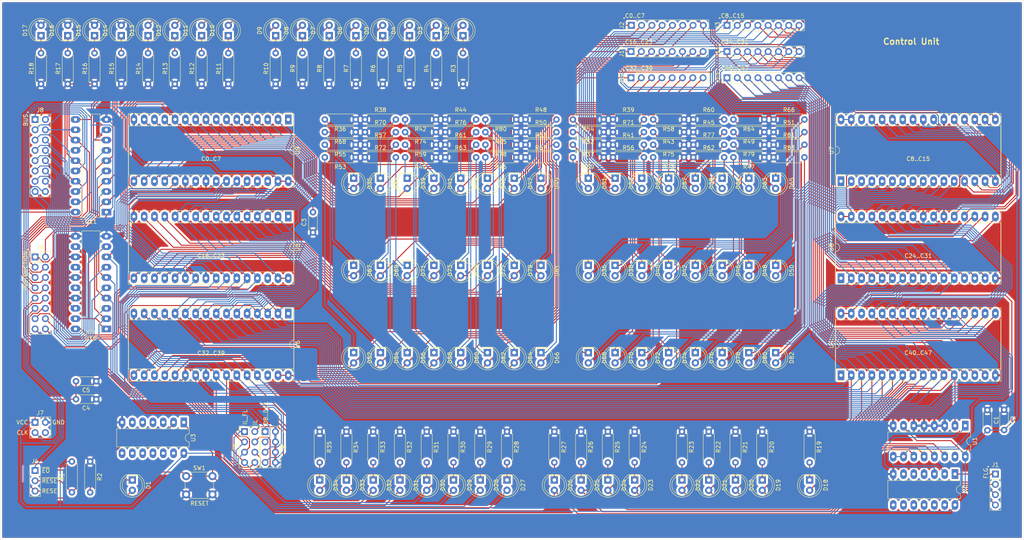
<source format=kicad_pcb>
(kicad_pcb (version 20171130) (host pcbnew "(5.1.4)-1")
  (layers (0 F.Cu signal) (31 B.Cu signal) (34 B.Paste user) (35 F.Paste user) (36 B.SilkS user) (37 F.SilkS user) (38 B.Mask user) (39 F.Mask user) (44 Edge.Cuts user))
  (net 0 "")
  (net 1 VCC)
  (net 2 GND)
  (net 3 "/control unit/RESET")
  (net 4 "Net-(D1-Pad1)")
  (net 5 /instruction/D0)
  (net 6 "Net-(D2-Pad1)")
  (net 7 /instruction/D1)
  (net 8 "Net-(D3-Pad1)")
  (net 9 /instruction/D2)
  (net 10 "Net-(D4-Pad1)")
  (net 11 /instruction/D3)
  (net 12 "Net-(D5-Pad1)")
  (net 13 /instruction/D4)
  (net 14 "Net-(D6-Pad1)")
  (net 15 /instruction/D5)
  (net 16 "Net-(D7-Pad1)")
  (net 17 /instruction/D6)
  (net 18 "Net-(D8-Pad1)")
  (net 19 /instruction/D7)
  (net 20 "Net-(D9-Pad1)")
  (net 21 /D_8)
  (net 22 "Net-(D10-Pad1)")
  (net 23 /D_9)
  (net 24 "Net-(D11-Pad1)")
  (net 25 /D_10)
  (net 26 "Net-(D12-Pad1)")
  (net 27 /D_11)
  (net 28 "Net-(D13-Pad1)")
  (net 29 "Net-(D14-Pad1)")
  (net 30 "Net-(D15-Pad1)")
  (net 31 "Net-(D16-Pad1)")
  (net 32 "Net-(D17-Pad1)")
  (net 33 "/control unit/CLK")
  (net 34 "Net-(D18-Pad1)")
  (net 35 "/control unit/A1")
  (net 36 "Net-(D19-Pad1)")
  (net 37 "/control unit/A2")
  (net 38 "Net-(D20-Pad1)")
  (net 39 "/control unit/A3")
  (net 40 "Net-(D21-Pad1)")
  (net 41 "/control unit/A4")
  (net 42 "Net-(D22-Pad1)")
  (net 43 /FLG0)
  (net 44 "Net-(D23-Pad1)")
  (net 45 /FLG1)
  (net 46 "Net-(D24-Pad1)")
  (net 47 /FLG2)
  (net 48 "Net-(D25-Pad1)")
  (net 49 /FLG3)
  (net 50 "Net-(D26-Pad1)")
  (net 51 /IL_FL_0)
  (net 52 "Net-(D27-Pad1)")
  (net 53 /IL_FL_1)
  (net 54 "Net-(D28-Pad1)")
  (net 55 /IL_FL_2)
  (net 56 "Net-(D29-Pad1)")
  (net 57 /IL_FL_3)
  (net 58 "Net-(D30-Pad1)")
  (net 59 "/control unit/A13")
  (net 60 "Net-(D31-Pad1)")
  (net 61 "/control unit/A14")
  (net 62 "Net-(D32-Pad1)")
  (net 63 "/control unit/A15")
  (net 64 "Net-(D33-Pad1)")
  (net 65 "/control unit/A16")
  (net 66 "Net-(D34-Pad1)")
  (net 67 /C0)
  (net 68 "Net-(D35-Pad1)")
  (net 69 /C24)
  (net 70 "Net-(D36-Pad1)")
  (net 71 /C1)
  (net 72 "Net-(D37-Pad1)")
  (net 73 /C25)
  (net 74 "Net-(D38-Pad1)")
  (net 75 /C2)
  (net 76 "Net-(D39-Pad1)")
  (net 77 /C26)
  (net 78 "Net-(D40-Pad1)")
  (net 79 /C3)
  (net 80 "Net-(D41-Pad1)")
  (net 81 /C27)
  (net 82 "Net-(D42-Pad1)")
  (net 83 /C4)
  (net 84 "Net-(D43-Pad1)")
  (net 85 /C28)
  (net 86 "Net-(D44-Pad1)")
  (net 87 /C5)
  (net 88 "Net-(D45-Pad1)")
  (net 89 /C29)
  (net 90 "Net-(D46-Pad1)")
  (net 91 /C6)
  (net 92 "Net-(D47-Pad1)")
  (net 93 /C30)
  (net 94 "Net-(D48-Pad1)")
  (net 95 /C7)
  (net 96 "Net-(D49-Pad1)")
  (net 97 /C31)
  (net 98 "Net-(D50-Pad1)")
  (net 99 /C8)
  (net 100 "Net-(D51-Pad1)")
  (net 101 /C32)
  (net 102 "Net-(D52-Pad1)")
  (net 103 /C9)
  (net 104 "Net-(D53-Pad1)")
  (net 105 /C33)
  (net 106 "Net-(D54-Pad1)")
  (net 107 /C10)
  (net 108 "Net-(D55-Pad1)")
  (net 109 /C34)
  (net 110 "Net-(D56-Pad1)")
  (net 111 /C11)
  (net 112 "Net-(D57-Pad1)")
  (net 113 /C35)
  (net 114 "Net-(D58-Pad1)")
  (net 115 /C12)
  (net 116 "Net-(D59-Pad1)")
  (net 117 /C36)
  (net 118 "Net-(D60-Pad1)")
  (net 119 /C13)
  (net 120 "Net-(D61-Pad1)")
  (net 121 /C37)
  (net 122 "Net-(D62-Pad1)")
  (net 123 /C14)
  (net 124 "Net-(D63-Pad1)")
  (net 125 /C38)
  (net 126 "Net-(D64-Pad1)")
  (net 127 /C15)
  (net 128 "Net-(D65-Pad1)")
  (net 129 /C39)
  (net 130 "Net-(D66-Pad1)")
  (net 131 /C16)
  (net 132 "Net-(D67-Pad1)")
  (net 133 /C40)
  (net 134 "Net-(D68-Pad1)")
  (net 135 /C17)
  (net 136 "Net-(D69-Pad1)")
  (net 137 /C41)
  (net 138 "Net-(D70-Pad1)")
  (net 139 /C18)
  (net 140 "Net-(D71-Pad1)")
  (net 141 /C42)
  (net 142 "Net-(D72-Pad1)")
  (net 143 /C19)
  (net 144 "Net-(D73-Pad1)")
  (net 145 /C43)
  (net 146 "Net-(D74-Pad1)")
  (net 147 /C20)
  (net 148 "Net-(D75-Pad1)")
  (net 149 /C44)
  (net 150 "Net-(D76-Pad1)")
  (net 151 /C21)
  (net 152 "Net-(D77-Pad1)")
  (net 153 /C45)
  (net 154 "Net-(D78-Pad1)")
  (net 155 /C22)
  (net 156 "Net-(D79-Pad1)")
  (net 157 /C46)
  (net 158 "Net-(D80-Pad1)")
  (net 159 /C23)
  (net 160 "Net-(D81-Pad1)")
  (net 161 /C47)
  (net 162 "Net-(D82-Pad1)")
  (net 163 "/control unit/~RESET~")
  (net 164 "/control unit/~EO~")
  (net 165 /IL_3)
  (net 166 /IL_2)
  (net 167 /IL_1)
  (net 168 /IL_0)
  (net 169 "/pwr clk/~CLK~")
  (net 170 /bus/D15)
  (net 171 /bus/D14)
  (net 172 /bus/D13)
  (net 173 /bus/D12)
  (net 174 /bus/D11)
  (net 175 /bus/D10)
  (net 176 /bus/D9)
  (net 177 /bus/D8)
  (net 178 /bus/D7)
  (net 179 /bus/D6)
  (net 180 /bus/D5)
  (net 181 /bus/D4)
  (net 182 /bus/D3)
  (net 183 /bus/D2)
  (net 184 /bus/D1)
  (net 185 /bus/D0)
  (net 186 "Net-(U1-Pad15)")
  (net 187 "/control unit/~RC~")
  (net 188 "Net-(U4-Pad30)")
  (net 189 "Net-(U4-Pad1)")
  (net 190 "Net-(U5-Pad30)")
  (net 191 "Net-(U5-Pad1)")
  (net 192 "Net-(U6-Pad30)")
  (net 193 "Net-(U6-Pad1)")
  (net 194 "Net-(U7-Pad30)")
  (net 195 "Net-(U7-Pad1)")
  (net 196 "Net-(U8-Pad30)")
  (net 197 "Net-(U8-Pad1)")
  (net 198 "Net-(U9-Pad30)")
  (net 199 "Net-(U9-Pad1)")
  (module Connector_PinHeader_2.54mm:PinHeader_1x08_P2.54mm_Vertical (layer F.Cu) (at 204.7875 44.704 90)
    (fp_text reference J13 (at 0 -2.33 90) (layer F.SilkS))
    (fp_text value Conn_01x08)
    (pad 1 thru_hole rect (at 0 0 90) (size 1.7 1.7) (drill 1) (layers *.Cu *.Mask) (net 133 /C40))
    (pad 2 thru_hole oval (at 0 2.54 90) (size 1.7 1.7) (drill 1) (layers *.Cu *.Mask) (net 137 /C41))
    (pad 3 thru_hole oval (at 0 5.08 90) (size 1.7 1.7) (drill 1) (layers *.Cu *.Mask) (net 141 /C42))
    (pad 4 thru_hole oval (at 0 7.62 90) (size 1.7 1.7) (drill 1) (layers *.Cu *.Mask) (net 145 /C43))
    (pad 5 thru_hole oval (at 0 10.16 90) (size 1.7 1.7) (drill 1) (layers *.Cu *.Mask) (net 149 /C44))
    (pad 6 thru_hole oval (at 0 12.7 90) (size 1.7 1.7) (drill 1) (layers *.Cu *.Mask) (net 153 /C45))
    (pad 7 thru_hole oval (at 0 15.24 90) (size 1.7 1.7) (drill 1) (layers *.Cu *.Mask) (net 157 /C46))
    (pad 8 thru_hole oval (at 0 17.78 90) (size 1.7 1.7) (drill 1) (layers *.Cu *.Mask) (net 161 /C47))
  )
  (module Connector_PinHeader_2.54mm:PinHeader_1x08_P2.54mm_Vertical (layer F.Cu) (at 181.102 44.704 90)
    (fp_text reference J12 (at 0 -2.33 90) (layer F.SilkS))
    (fp_text value Conn_01x08)
    (pad 1 thru_hole rect (at 0 0 90) (size 1.7 1.7) (drill 1) (layers *.Cu *.Mask) (net 101 /C32))
    (pad 2 thru_hole oval (at 0 2.54 90) (size 1.7 1.7) (drill 1) (layers *.Cu *.Mask) (net 105 /C33))
    (pad 3 thru_hole oval (at 0 5.08 90) (size 1.7 1.7) (drill 1) (layers *.Cu *.Mask) (net 109 /C34))
    (pad 4 thru_hole oval (at 0 7.62 90) (size 1.7 1.7) (drill 1) (layers *.Cu *.Mask) (net 113 /C35))
    (pad 5 thru_hole oval (at 0 10.16 90) (size 1.7 1.7) (drill 1) (layers *.Cu *.Mask) (net 117 /C36))
    (pad 6 thru_hole oval (at 0 12.7 90) (size 1.7 1.7) (drill 1) (layers *.Cu *.Mask) (net 121 /C37))
    (pad 7 thru_hole oval (at 0 15.24 90) (size 1.7 1.7) (drill 1) (layers *.Cu *.Mask) (net 125 /C38))
    (pad 8 thru_hole oval (at 0 17.78 90) (size 1.7 1.7) (drill 1) (layers *.Cu *.Mask) (net 129 /C39))
  )
  (module Connector_PinHeader_2.54mm:PinHeader_1x08_P2.54mm_Vertical (layer F.Cu) (at 204.7875 38.227 90)
    (fp_text reference J11 (at 0 -2.33 90) (layer F.SilkS))
    (fp_text value Conn_01x08)
    (pad 1 thru_hole rect (at 0 0 90) (size 1.7 1.7) (drill 1) (layers *.Cu *.Mask) (net 69 /C24))
    (pad 2 thru_hole oval (at 0 2.54 90) (size 1.7 1.7) (drill 1) (layers *.Cu *.Mask) (net 73 /C25))
    (pad 3 thru_hole oval (at 0 5.08 90) (size 1.7 1.7) (drill 1) (layers *.Cu *.Mask) (net 77 /C26))
    (pad 4 thru_hole oval (at 0 7.62 90) (size 1.7 1.7) (drill 1) (layers *.Cu *.Mask) (net 81 /C27))
    (pad 5 thru_hole oval (at 0 10.16 90) (size 1.7 1.7) (drill 1) (layers *.Cu *.Mask) (net 85 /C28))
    (pad 6 thru_hole oval (at 0 12.7 90) (size 1.7 1.7) (drill 1) (layers *.Cu *.Mask) (net 89 /C29))
    (pad 7 thru_hole oval (at 0 15.24 90) (size 1.7 1.7) (drill 1) (layers *.Cu *.Mask) (net 93 /C30))
    (pad 8 thru_hole oval (at 0 17.78 90) (size 1.7 1.7) (drill 1) (layers *.Cu *.Mask) (net 97 /C31))
  )
  (module Connector_PinHeader_2.54mm:PinHeader_1x08_P2.54mm_Vertical (layer F.Cu) (at 181.102 38.227 90)
    (fp_text reference J10 (at 0 -2.33 90) (layer F.SilkS))
    (fp_text value Conn_01x08)
    (pad 1 thru_hole rect (at 0 0 90) (size 1.7 1.7) (drill 1) (layers *.Cu *.Mask) (net 131 /C16))
    (pad 2 thru_hole oval (at 0 2.54 90) (size 1.7 1.7) (drill 1) (layers *.Cu *.Mask) (net 135 /C17))
    (pad 3 thru_hole oval (at 0 5.08 90) (size 1.7 1.7) (drill 1) (layers *.Cu *.Mask) (net 139 /C18))
    (pad 4 thru_hole oval (at 0 7.62 90) (size 1.7 1.7) (drill 1) (layers *.Cu *.Mask) (net 143 /C19))
    (pad 5 thru_hole oval (at 0 10.16 90) (size 1.7 1.7) (drill 1) (layers *.Cu *.Mask) (net 147 /C20))
    (pad 6 thru_hole oval (at 0 12.7 90) (size 1.7 1.7) (drill 1) (layers *.Cu *.Mask) (net 151 /C21))
    (pad 7 thru_hole oval (at 0 15.24 90) (size 1.7 1.7) (drill 1) (layers *.Cu *.Mask) (net 155 /C22))
    (pad 8 thru_hole oval (at 0 17.78 90) (size 1.7 1.7) (drill 1) (layers *.Cu *.Mask) (net 159 /C23))
  )
  (module Connector_PinHeader_2.54mm:PinHeader_1x08_P2.54mm_Vertical (layer F.Cu) (at 204.7875 31.75 90)
    (fp_text reference J3 (at 0 -2.33 90) (layer F.SilkS))
    (fp_text value Conn_01x08)
    (pad 1 thru_hole rect (at 0 0 90) (size 1.7 1.7) (drill 1) (layers *.Cu *.Mask) (net 99 /C8))
    (pad 2 thru_hole oval (at 0 2.54 90) (size 1.7 1.7) (drill 1) (layers *.Cu *.Mask) (net 103 /C9))
    (pad 3 thru_hole oval (at 0 5.08 90) (size 1.7 1.7) (drill 1) (layers *.Cu *.Mask) (net 107 /C10))
    (pad 4 thru_hole oval (at 0 7.62 90) (size 1.7 1.7) (drill 1) (layers *.Cu *.Mask) (net 111 /C11))
    (pad 5 thru_hole oval (at 0 10.16 90) (size 1.7 1.7) (drill 1) (layers *.Cu *.Mask) (net 115 /C12))
    (pad 6 thru_hole oval (at 0 12.7 90) (size 1.7 1.7) (drill 1) (layers *.Cu *.Mask) (net 119 /C13))
    (pad 7 thru_hole oval (at 0 15.24 90) (size 1.7 1.7) (drill 1) (layers *.Cu *.Mask) (net 123 /C14))
    (pad 8 thru_hole oval (at 0 17.78 90) (size 1.7 1.7) (drill 1) (layers *.Cu *.Mask) (net 127 /C15))
  )
  (module Connector_PinHeader_2.54mm:PinHeader_1x08_P2.54mm_Vertical (layer F.Cu) (at 181.1655 31.75 90)
    (fp_text reference J2 (at 0 -2.33 90) (layer F.SilkS))
    (fp_text value Conn_01x08)
    (pad 1 thru_hole rect (at 0 0 90) (size 1.7 1.7) (drill 1) (layers *.Cu *.Mask) (net 67 /C0))
    (pad 2 thru_hole oval (at 0 2.54 90) (size 1.7 1.7) (drill 1) (layers *.Cu *.Mask) (net 71 /C1))
    (pad 3 thru_hole oval (at 0 5.08 90) (size 1.7 1.7) (drill 1) (layers *.Cu *.Mask) (net 75 /C2))
    (pad 4 thru_hole oval (at 0 7.62 90) (size 1.7 1.7) (drill 1) (layers *.Cu *.Mask) (net 79 /C3))
    (pad 5 thru_hole oval (at 0 10.16 90) (size 1.7 1.7) (drill 1) (layers *.Cu *.Mask) (net 83 /C4))
    (pad 6 thru_hole oval (at 0 12.7 90) (size 1.7 1.7) (drill 1) (layers *.Cu *.Mask) (net 87 /C5))
    (pad 7 thru_hole oval (at 0 15.24 90) (size 1.7 1.7) (drill 1) (layers *.Cu *.Mask) (net 91 /C6))
    (pad 8 thru_hole oval (at 0 17.78 90) (size 1.7 1.7) (drill 1) (layers *.Cu *.Mask) (net 95 /C7))
  )
  (module Package_DIP:DIP-20_W7.62mm_LongPads (layer F.Cu) (at 51.6255 77.851 180)
    (fp_text reference U11 (at 3.81 -2.33) (layer F.SilkS))
    (fp_text value 74LS244)
    (pad 1 thru_hole rect (at 0 0 180) (size 2.4 1.6) (drill 0.8) (layers *.Cu *.Mask) (net 164 "/control unit/~EO~"))
    (pad 11 thru_hole oval (at 7.62 22.86 180) (size 2.4 1.6) (drill 0.8) (layers *.Cu *.Mask) (net 13 /instruction/D4))
    (pad 2 thru_hole oval (at 0 2.54 180) (size 2.4 1.6) (drill 0.8) (layers *.Cu *.Mask) (net 5 /instruction/D0))
    (pad 12 thru_hole oval (at 7.62 20.32 180) (size 2.4 1.6) (drill 0.8) (layers *.Cu *.Mask) (net 182 /bus/D3))
    (pad 3 thru_hole oval (at 0 5.08 180) (size 2.4 1.6) (drill 0.8) (layers *.Cu *.Mask) (net 178 /bus/D7))
    (pad 13 thru_hole oval (at 7.62 17.78 180) (size 2.4 1.6) (drill 0.8) (layers *.Cu *.Mask) (net 15 /instruction/D5))
    (pad 4 thru_hole oval (at 0 7.62 180) (size 2.4 1.6) (drill 0.8) (layers *.Cu *.Mask) (net 7 /instruction/D1))
    (pad 14 thru_hole oval (at 7.62 15.24 180) (size 2.4 1.6) (drill 0.8) (layers *.Cu *.Mask) (net 183 /bus/D2))
    (pad 5 thru_hole oval (at 0 10.16 180) (size 2.4 1.6) (drill 0.8) (layers *.Cu *.Mask) (net 179 /bus/D6))
    (pad 15 thru_hole oval (at 7.62 12.7 180) (size 2.4 1.6) (drill 0.8) (layers *.Cu *.Mask) (net 17 /instruction/D6))
    (pad 6 thru_hole oval (at 0 12.7 180) (size 2.4 1.6) (drill 0.8) (layers *.Cu *.Mask) (net 9 /instruction/D2))
    (pad 16 thru_hole oval (at 7.62 10.16 180) (size 2.4 1.6) (drill 0.8) (layers *.Cu *.Mask) (net 184 /bus/D1))
    (pad 7 thru_hole oval (at 0 15.24 180) (size 2.4 1.6) (drill 0.8) (layers *.Cu *.Mask) (net 180 /bus/D5))
    (pad 17 thru_hole oval (at 7.62 7.62 180) (size 2.4 1.6) (drill 0.8) (layers *.Cu *.Mask) (net 19 /instruction/D7))
    (pad 8 thru_hole oval (at 0 17.78 180) (size 2.4 1.6) (drill 0.8) (layers *.Cu *.Mask) (net 11 /instruction/D3))
    (pad 18 thru_hole oval (at 7.62 5.08 180) (size 2.4 1.6) (drill 0.8) (layers *.Cu *.Mask) (net 185 /bus/D0))
    (pad 9 thru_hole oval (at 0 20.32 180) (size 2.4 1.6) (drill 0.8) (layers *.Cu *.Mask) (net 181 /bus/D4))
    (pad 19 thru_hole oval (at 7.62 2.54 180) (size 2.4 1.6) (drill 0.8) (layers *.Cu *.Mask) (net 164 "/control unit/~EO~"))
    (pad 10 thru_hole oval (at 0 22.86 180) (size 2.4 1.6) (drill 0.8) (layers *.Cu *.Mask) (net 2 GND))
    (pad 20 thru_hole oval (at 7.62 0 180) (size 2.4 1.6) (drill 0.8) (layers *.Cu *.Mask) (net 1 VCC))
  )
  (module Package_DIP:DIP-20_W7.62mm_LongPads (layer F.Cu) (at 51.6255 106.68 180)
    (fp_text reference U10 (at 3.81 -2.33) (layer F.SilkS))
    (fp_text value 74LS244)
    (pad 1 thru_hole rect (at 0 0 180) (size 2.4 1.6) (drill 0.8) (layers *.Cu *.Mask) (net 164 "/control unit/~EO~"))
    (pad 11 thru_hole oval (at 7.62 22.86 180) (size 2.4 1.6) (drill 0.8) (layers *.Cu *.Mask) (net 2 GND))
    (pad 2 thru_hole oval (at 0 2.54 180) (size 2.4 1.6) (drill 0.8) (layers *.Cu *.Mask) (net 21 /D_8))
    (pad 12 thru_hole oval (at 7.62 20.32 180) (size 2.4 1.6) (drill 0.8) (layers *.Cu *.Mask) (net 174 /bus/D11))
    (pad 3 thru_hole oval (at 0 5.08 180) (size 2.4 1.6) (drill 0.8) (layers *.Cu *.Mask) (net 170 /bus/D15))
    (pad 13 thru_hole oval (at 7.62 17.78 180) (size 2.4 1.6) (drill 0.8) (layers *.Cu *.Mask) (net 2 GND))
    (pad 4 thru_hole oval (at 0 7.62 180) (size 2.4 1.6) (drill 0.8) (layers *.Cu *.Mask) (net 23 /D_9))
    (pad 14 thru_hole oval (at 7.62 15.24 180) (size 2.4 1.6) (drill 0.8) (layers *.Cu *.Mask) (net 175 /bus/D10))
    (pad 5 thru_hole oval (at 0 10.16 180) (size 2.4 1.6) (drill 0.8) (layers *.Cu *.Mask) (net 171 /bus/D14))
    (pad 15 thru_hole oval (at 7.62 12.7 180) (size 2.4 1.6) (drill 0.8) (layers *.Cu *.Mask) (net 2 GND))
    (pad 6 thru_hole oval (at 0 12.7 180) (size 2.4 1.6) (drill 0.8) (layers *.Cu *.Mask) (net 25 /D_10))
    (pad 16 thru_hole oval (at 7.62 10.16 180) (size 2.4 1.6) (drill 0.8) (layers *.Cu *.Mask) (net 176 /bus/D9))
    (pad 7 thru_hole oval (at 0 15.24 180) (size 2.4 1.6) (drill 0.8) (layers *.Cu *.Mask) (net 172 /bus/D13))
    (pad 17 thru_hole oval (at 7.62 7.62 180) (size 2.4 1.6) (drill 0.8) (layers *.Cu *.Mask) (net 2 GND))
    (pad 8 thru_hole oval (at 0 17.78 180) (size 2.4 1.6) (drill 0.8) (layers *.Cu *.Mask) (net 27 /D_11))
    (pad 18 thru_hole oval (at 7.62 5.08 180) (size 2.4 1.6) (drill 0.8) (layers *.Cu *.Mask) (net 177 /bus/D8))
    (pad 9 thru_hole oval (at 0 20.32 180) (size 2.4 1.6) (drill 0.8) (layers *.Cu *.Mask) (net 173 /bus/D12))
    (pad 19 thru_hole oval (at 7.62 2.54 180) (size 2.4 1.6) (drill 0.8) (layers *.Cu *.Mask) (net 164 "/control unit/~EO~"))
    (pad 10 thru_hole oval (at 0 22.86 180) (size 2.4 1.6) (drill 0.8) (layers *.Cu *.Mask) (net 2 GND))
    (pad 20 thru_hole oval (at 7.62 0 180) (size 2.4 1.6) (drill 0.8) (layers *.Cu *.Mask) (net 1 VCC))
  )
  (module Package_DIP:DIP-32_W15.24mm_Socket_LongPads (layer F.Cu) (at 96.52 54.991 270)
    (fp_text reference U9 (at 7.62 -2.33 90) (layer F.SilkS))
    (fp_text value SST39SF010)
    (pad 1 thru_hole rect (at 0 0 270) (size 2.4 1.6) (drill 0.8) (layers *.Cu *.Mask) (net 199 "Net-(U9-Pad1)"))
    (pad 17 thru_hole oval (at 15.24 38.1 270) (size 2.4 1.6) (drill 0.8) (layers *.Cu *.Mask) (net 79 /C3))
    (pad 2 thru_hole oval (at 0 2.54 270) (size 2.4 1.6) (drill 0.8) (layers *.Cu *.Mask) (net 65 "/control unit/A16"))
    (pad 18 thru_hole oval (at 15.24 35.56 270) (size 2.4 1.6) (drill 0.8) (layers *.Cu *.Mask) (net 83 /C4))
    (pad 3 thru_hole oval (at 0 5.08 270) (size 2.4 1.6) (drill 0.8) (layers *.Cu *.Mask) (net 63 "/control unit/A15"))
    (pad 19 thru_hole oval (at 15.24 33.02 270) (size 2.4 1.6) (drill 0.8) (layers *.Cu *.Mask) (net 87 /C5))
    (pad 4 thru_hole oval (at 0 7.62 270) (size 2.4 1.6) (drill 0.8) (layers *.Cu *.Mask) (net 57 /IL_FL_3))
    (pad 20 thru_hole oval (at 15.24 30.48 270) (size 2.4 1.6) (drill 0.8) (layers *.Cu *.Mask) (net 91 /C6))
    (pad 5 thru_hole oval (at 0 10.16 270) (size 2.4 1.6) (drill 0.8) (layers *.Cu *.Mask) (net 47 /FLG2))
    (pad 21 thru_hole oval (at 15.24 27.94 270) (size 2.4 1.6) (drill 0.8) (layers *.Cu *.Mask) (net 95 /C7))
    (pad 6 thru_hole oval (at 0 12.7 270) (size 2.4 1.6) (drill 0.8) (layers *.Cu *.Mask) (net 45 /FLG1))
    (pad 22 thru_hole oval (at 15.24 25.4 270) (size 2.4 1.6) (drill 0.8) (layers *.Cu *.Mask) (net 2 GND))
    (pad 7 thru_hole oval (at 0 15.24 270) (size 2.4 1.6) (drill 0.8) (layers *.Cu *.Mask) (net 43 /FLG0))
    (pad 23 thru_hole oval (at 15.24 22.86 270) (size 2.4 1.6) (drill 0.8) (layers *.Cu *.Mask) (net 53 /IL_FL_1))
    (pad 8 thru_hole oval (at 0 17.78 270) (size 2.4 1.6) (drill 0.8) (layers *.Cu *.Mask) (net 41 "/control unit/A4"))
    (pad 24 thru_hole oval (at 15.24 20.32 270) (size 2.4 1.6) (drill 0.8) (layers *.Cu *.Mask) (net 2 GND))
    (pad 9 thru_hole oval (at 0 20.32 270) (size 2.4 1.6) (drill 0.8) (layers *.Cu *.Mask) (net 39 "/control unit/A3"))
    (pad 25 thru_hole oval (at 15.24 17.78 270) (size 2.4 1.6) (drill 0.8) (layers *.Cu *.Mask) (net 55 /IL_FL_2))
    (pad 10 thru_hole oval (at 0 22.86 270) (size 2.4 1.6) (drill 0.8) (layers *.Cu *.Mask) (net 37 "/control unit/A2"))
    (pad 26 thru_hole oval (at 15.24 15.24 270) (size 2.4 1.6) (drill 0.8) (layers *.Cu *.Mask) (net 51 /IL_FL_0))
    (pad 11 thru_hole oval (at 0 25.4 270) (size 2.4 1.6) (drill 0.8) (layers *.Cu *.Mask) (net 35 "/control unit/A1"))
    (pad 27 thru_hole oval (at 15.24 12.7 270) (size 2.4 1.6) (drill 0.8) (layers *.Cu *.Mask) (net 49 /FLG3))
    (pad 12 thru_hole oval (at 0 27.94 270) (size 2.4 1.6) (drill 0.8) (layers *.Cu *.Mask) (net 33 "/control unit/CLK"))
    (pad 28 thru_hole oval (at 15.24 10.16 270) (size 2.4 1.6) (drill 0.8) (layers *.Cu *.Mask) (net 59 "/control unit/A13"))
    (pad 13 thru_hole oval (at 0 30.48 270) (size 2.4 1.6) (drill 0.8) (layers *.Cu *.Mask) (net 67 /C0))
    (pad 29 thru_hole oval (at 15.24 7.62 270) (size 2.4 1.6) (drill 0.8) (layers *.Cu *.Mask) (net 61 "/control unit/A14"))
    (pad 14 thru_hole oval (at 0 33.02 270) (size 2.4 1.6) (drill 0.8) (layers *.Cu *.Mask) (net 71 /C1))
    (pad 30 thru_hole oval (at 15.24 5.08 270) (size 2.4 1.6) (drill 0.8) (layers *.Cu *.Mask) (net 198 "Net-(U9-Pad30)"))
    (pad 15 thru_hole oval (at 0 35.56 270) (size 2.4 1.6) (drill 0.8) (layers *.Cu *.Mask) (net 75 /C2))
    (pad 31 thru_hole oval (at 15.24 2.54 270) (size 2.4 1.6) (drill 0.8) (layers *.Cu *.Mask) (net 1 VCC))
    (pad 16 thru_hole oval (at 0 38.1 270) (size 2.4 1.6) (drill 0.8) (layers *.Cu *.Mask) (net 2 GND))
    (pad 32 thru_hole oval (at 15.24 0 270) (size 2.4 1.6) (drill 0.8) (layers *.Cu *.Mask) (net 1 VCC))
  )
  (module Package_DIP:DIP-32_W15.24mm_Socket_LongPads (layer F.Cu) (at 232.918 94.1705 90)
    (fp_text reference U8 (at 7.62 -2.33 90) (layer F.SilkS))
    (fp_text value SST39SF010)
    (pad 1 thru_hole rect (at 0 0 90) (size 2.4 1.6) (drill 0.8) (layers *.Cu *.Mask) (net 197 "Net-(U8-Pad1)"))
    (pad 17 thru_hole oval (at 15.24 38.1 90) (size 2.4 1.6) (drill 0.8) (layers *.Cu *.Mask) (net 81 /C27))
    (pad 2 thru_hole oval (at 0 2.54 90) (size 2.4 1.6) (drill 0.8) (layers *.Cu *.Mask) (net 65 "/control unit/A16"))
    (pad 18 thru_hole oval (at 15.24 35.56 90) (size 2.4 1.6) (drill 0.8) (layers *.Cu *.Mask) (net 85 /C28))
    (pad 3 thru_hole oval (at 0 5.08 90) (size 2.4 1.6) (drill 0.8) (layers *.Cu *.Mask) (net 63 "/control unit/A15"))
    (pad 19 thru_hole oval (at 15.24 33.02 90) (size 2.4 1.6) (drill 0.8) (layers *.Cu *.Mask) (net 89 /C29))
    (pad 4 thru_hole oval (at 0 7.62 90) (size 2.4 1.6) (drill 0.8) (layers *.Cu *.Mask) (net 57 /IL_FL_3))
    (pad 20 thru_hole oval (at 15.24 30.48 90) (size 2.4 1.6) (drill 0.8) (layers *.Cu *.Mask) (net 93 /C30))
    (pad 5 thru_hole oval (at 0 10.16 90) (size 2.4 1.6) (drill 0.8) (layers *.Cu *.Mask) (net 47 /FLG2))
    (pad 21 thru_hole oval (at 15.24 27.94 90) (size 2.4 1.6) (drill 0.8) (layers *.Cu *.Mask) (net 97 /C31))
    (pad 6 thru_hole oval (at 0 12.7 90) (size 2.4 1.6) (drill 0.8) (layers *.Cu *.Mask) (net 45 /FLG1))
    (pad 22 thru_hole oval (at 15.24 25.4 90) (size 2.4 1.6) (drill 0.8) (layers *.Cu *.Mask) (net 2 GND))
    (pad 7 thru_hole oval (at 0 15.24 90) (size 2.4 1.6) (drill 0.8) (layers *.Cu *.Mask) (net 43 /FLG0))
    (pad 23 thru_hole oval (at 15.24 22.86 90) (size 2.4 1.6) (drill 0.8) (layers *.Cu *.Mask) (net 53 /IL_FL_1))
    (pad 8 thru_hole oval (at 0 17.78 90) (size 2.4 1.6) (drill 0.8) (layers *.Cu *.Mask) (net 41 "/control unit/A4"))
    (pad 24 thru_hole oval (at 15.24 20.32 90) (size 2.4 1.6) (drill 0.8) (layers *.Cu *.Mask) (net 2 GND))
    (pad 9 thru_hole oval (at 0 20.32 90) (size 2.4 1.6) (drill 0.8) (layers *.Cu *.Mask) (net 39 "/control unit/A3"))
    (pad 25 thru_hole oval (at 15.24 17.78 90) (size 2.4 1.6) (drill 0.8) (layers *.Cu *.Mask) (net 55 /IL_FL_2))
    (pad 10 thru_hole oval (at 0 22.86 90) (size 2.4 1.6) (drill 0.8) (layers *.Cu *.Mask) (net 37 "/control unit/A2"))
    (pad 26 thru_hole oval (at 15.24 15.24 90) (size 2.4 1.6) (drill 0.8) (layers *.Cu *.Mask) (net 51 /IL_FL_0))
    (pad 11 thru_hole oval (at 0 25.4 90) (size 2.4 1.6) (drill 0.8) (layers *.Cu *.Mask) (net 35 "/control unit/A1"))
    (pad 27 thru_hole oval (at 15.24 12.7 90) (size 2.4 1.6) (drill 0.8) (layers *.Cu *.Mask) (net 49 /FLG3))
    (pad 12 thru_hole oval (at 0 27.94 90) (size 2.4 1.6) (drill 0.8) (layers *.Cu *.Mask) (net 33 "/control unit/CLK"))
    (pad 28 thru_hole oval (at 15.24 10.16 90) (size 2.4 1.6) (drill 0.8) (layers *.Cu *.Mask) (net 59 "/control unit/A13"))
    (pad 13 thru_hole oval (at 0 30.48 90) (size 2.4 1.6) (drill 0.8) (layers *.Cu *.Mask) (net 69 /C24))
    (pad 29 thru_hole oval (at 15.24 7.62 90) (size 2.4 1.6) (drill 0.8) (layers *.Cu *.Mask) (net 61 "/control unit/A14"))
    (pad 14 thru_hole oval (at 0 33.02 90) (size 2.4 1.6) (drill 0.8) (layers *.Cu *.Mask) (net 73 /C25))
    (pad 30 thru_hole oval (at 15.24 5.08 90) (size 2.4 1.6) (drill 0.8) (layers *.Cu *.Mask) (net 196 "Net-(U8-Pad30)"))
    (pad 15 thru_hole oval (at 0 35.56 90) (size 2.4 1.6) (drill 0.8) (layers *.Cu *.Mask) (net 77 /C26))
    (pad 31 thru_hole oval (at 15.24 2.54 90) (size 2.4 1.6) (drill 0.8) (layers *.Cu *.Mask) (net 1 VCC))
    (pad 16 thru_hole oval (at 0 38.1 90) (size 2.4 1.6) (drill 0.8) (layers *.Cu *.Mask) (net 2 GND))
    (pad 32 thru_hole oval (at 15.24 0 90) (size 2.4 1.6) (drill 0.8) (layers *.Cu *.Mask) (net 1 VCC))
  )
  (module Package_DIP:DIP-32_W15.24mm_Socket_LongPads (layer F.Cu) (at 232.918 70.231 90)
    (fp_text reference U7 (at 7.62 -2.33 90) (layer F.SilkS))
    (fp_text value SST39SF010)
    (pad 1 thru_hole rect (at 0 0 90) (size 2.4 1.6) (drill 0.8) (layers *.Cu *.Mask) (net 195 "Net-(U7-Pad1)"))
    (pad 17 thru_hole oval (at 15.24 38.1 90) (size 2.4 1.6) (drill 0.8) (layers *.Cu *.Mask) (net 111 /C11))
    (pad 2 thru_hole oval (at 0 2.54 90) (size 2.4 1.6) (drill 0.8) (layers *.Cu *.Mask) (net 65 "/control unit/A16"))
    (pad 18 thru_hole oval (at 15.24 35.56 90) (size 2.4 1.6) (drill 0.8) (layers *.Cu *.Mask) (net 115 /C12))
    (pad 3 thru_hole oval (at 0 5.08 90) (size 2.4 1.6) (drill 0.8) (layers *.Cu *.Mask) (net 63 "/control unit/A15"))
    (pad 19 thru_hole oval (at 15.24 33.02 90) (size 2.4 1.6) (drill 0.8) (layers *.Cu *.Mask) (net 119 /C13))
    (pad 4 thru_hole oval (at 0 7.62 90) (size 2.4 1.6) (drill 0.8) (layers *.Cu *.Mask) (net 57 /IL_FL_3))
    (pad 20 thru_hole oval (at 15.24 30.48 90) (size 2.4 1.6) (drill 0.8) (layers *.Cu *.Mask) (net 123 /C14))
    (pad 5 thru_hole oval (at 0 10.16 90) (size 2.4 1.6) (drill 0.8) (layers *.Cu *.Mask) (net 47 /FLG2))
    (pad 21 thru_hole oval (at 15.24 27.94 90) (size 2.4 1.6) (drill 0.8) (layers *.Cu *.Mask) (net 127 /C15))
    (pad 6 thru_hole oval (at 0 12.7 90) (size 2.4 1.6) (drill 0.8) (layers *.Cu *.Mask) (net 45 /FLG1))
    (pad 22 thru_hole oval (at 15.24 25.4 90) (size 2.4 1.6) (drill 0.8) (layers *.Cu *.Mask) (net 2 GND))
    (pad 7 thru_hole oval (at 0 15.24 90) (size 2.4 1.6) (drill 0.8) (layers *.Cu *.Mask) (net 43 /FLG0))
    (pad 23 thru_hole oval (at 15.24 22.86 90) (size 2.4 1.6) (drill 0.8) (layers *.Cu *.Mask) (net 53 /IL_FL_1))
    (pad 8 thru_hole oval (at 0 17.78 90) (size 2.4 1.6) (drill 0.8) (layers *.Cu *.Mask) (net 41 "/control unit/A4"))
    (pad 24 thru_hole oval (at 15.24 20.32 90) (size 2.4 1.6) (drill 0.8) (layers *.Cu *.Mask) (net 2 GND))
    (pad 9 thru_hole oval (at 0 20.32 90) (size 2.4 1.6) (drill 0.8) (layers *.Cu *.Mask) (net 39 "/control unit/A3"))
    (pad 25 thru_hole oval (at 15.24 17.78 90) (size 2.4 1.6) (drill 0.8) (layers *.Cu *.Mask) (net 55 /IL_FL_2))
    (pad 10 thru_hole oval (at 0 22.86 90) (size 2.4 1.6) (drill 0.8) (layers *.Cu *.Mask) (net 37 "/control unit/A2"))
    (pad 26 thru_hole oval (at 15.24 15.24 90) (size 2.4 1.6) (drill 0.8) (layers *.Cu *.Mask) (net 51 /IL_FL_0))
    (pad 11 thru_hole oval (at 0 25.4 90) (size 2.4 1.6) (drill 0.8) (layers *.Cu *.Mask) (net 35 "/control unit/A1"))
    (pad 27 thru_hole oval (at 15.24 12.7 90) (size 2.4 1.6) (drill 0.8) (layers *.Cu *.Mask) (net 49 /FLG3))
    (pad 12 thru_hole oval (at 0 27.94 90) (size 2.4 1.6) (drill 0.8) (layers *.Cu *.Mask) (net 33 "/control unit/CLK"))
    (pad 28 thru_hole oval (at 15.24 10.16 90) (size 2.4 1.6) (drill 0.8) (layers *.Cu *.Mask) (net 59 "/control unit/A13"))
    (pad 13 thru_hole oval (at 0 30.48 90) (size 2.4 1.6) (drill 0.8) (layers *.Cu *.Mask) (net 99 /C8))
    (pad 29 thru_hole oval (at 15.24 7.62 90) (size 2.4 1.6) (drill 0.8) (layers *.Cu *.Mask) (net 61 "/control unit/A14"))
    (pad 14 thru_hole oval (at 0 33.02 90) (size 2.4 1.6) (drill 0.8) (layers *.Cu *.Mask) (net 103 /C9))
    (pad 30 thru_hole oval (at 15.24 5.08 90) (size 2.4 1.6) (drill 0.8) (layers *.Cu *.Mask) (net 194 "Net-(U7-Pad30)"))
    (pad 15 thru_hole oval (at 0 35.56 90) (size 2.4 1.6) (drill 0.8) (layers *.Cu *.Mask) (net 107 /C10))
    (pad 31 thru_hole oval (at 15.24 2.54 90) (size 2.4 1.6) (drill 0.8) (layers *.Cu *.Mask) (net 1 VCC))
    (pad 16 thru_hole oval (at 0 38.1 90) (size 2.4 1.6) (drill 0.8) (layers *.Cu *.Mask) (net 2 GND))
    (pad 32 thru_hole oval (at 15.24 0 90) (size 2.4 1.6) (drill 0.8) (layers *.Cu *.Mask) (net 1 VCC))
  )
  (module Package_DIP:DIP-32_W15.24mm_Socket_LongPads (layer F.Cu) (at 96.52 102.87 270)
    (fp_text reference U6 (at 7.62 -2.33 90) (layer F.SilkS))
    (fp_text value SST39SF010)
    (pad 1 thru_hole rect (at 0 0 270) (size 2.4 1.6) (drill 0.8) (layers *.Cu *.Mask) (net 193 "Net-(U6-Pad1)"))
    (pad 17 thru_hole oval (at 15.24 38.1 270) (size 2.4 1.6) (drill 0.8) (layers *.Cu *.Mask) (net 113 /C35))
    (pad 2 thru_hole oval (at 0 2.54 270) (size 2.4 1.6) (drill 0.8) (layers *.Cu *.Mask) (net 65 "/control unit/A16"))
    (pad 18 thru_hole oval (at 15.24 35.56 270) (size 2.4 1.6) (drill 0.8) (layers *.Cu *.Mask) (net 117 /C36))
    (pad 3 thru_hole oval (at 0 5.08 270) (size 2.4 1.6) (drill 0.8) (layers *.Cu *.Mask) (net 63 "/control unit/A15"))
    (pad 19 thru_hole oval (at 15.24 33.02 270) (size 2.4 1.6) (drill 0.8) (layers *.Cu *.Mask) (net 121 /C37))
    (pad 4 thru_hole oval (at 0 7.62 270) (size 2.4 1.6) (drill 0.8) (layers *.Cu *.Mask) (net 57 /IL_FL_3))
    (pad 20 thru_hole oval (at 15.24 30.48 270) (size 2.4 1.6) (drill 0.8) (layers *.Cu *.Mask) (net 125 /C38))
    (pad 5 thru_hole oval (at 0 10.16 270) (size 2.4 1.6) (drill 0.8) (layers *.Cu *.Mask) (net 47 /FLG2))
    (pad 21 thru_hole oval (at 15.24 27.94 270) (size 2.4 1.6) (drill 0.8) (layers *.Cu *.Mask) (net 129 /C39))
    (pad 6 thru_hole oval (at 0 12.7 270) (size 2.4 1.6) (drill 0.8) (layers *.Cu *.Mask) (net 45 /FLG1))
    (pad 22 thru_hole oval (at 15.24 25.4 270) (size 2.4 1.6) (drill 0.8) (layers *.Cu *.Mask) (net 2 GND))
    (pad 7 thru_hole oval (at 0 15.24 270) (size 2.4 1.6) (drill 0.8) (layers *.Cu *.Mask) (net 43 /FLG0))
    (pad 23 thru_hole oval (at 15.24 22.86 270) (size 2.4 1.6) (drill 0.8) (layers *.Cu *.Mask) (net 53 /IL_FL_1))
    (pad 8 thru_hole oval (at 0 17.78 270) (size 2.4 1.6) (drill 0.8) (layers *.Cu *.Mask) (net 41 "/control unit/A4"))
    (pad 24 thru_hole oval (at 15.24 20.32 270) (size 2.4 1.6) (drill 0.8) (layers *.Cu *.Mask) (net 2 GND))
    (pad 9 thru_hole oval (at 0 20.32 270) (size 2.4 1.6) (drill 0.8) (layers *.Cu *.Mask) (net 39 "/control unit/A3"))
    (pad 25 thru_hole oval (at 15.24 17.78 270) (size 2.4 1.6) (drill 0.8) (layers *.Cu *.Mask) (net 55 /IL_FL_2))
    (pad 10 thru_hole oval (at 0 22.86 270) (size 2.4 1.6) (drill 0.8) (layers *.Cu *.Mask) (net 37 "/control unit/A2"))
    (pad 26 thru_hole oval (at 15.24 15.24 270) (size 2.4 1.6) (drill 0.8) (layers *.Cu *.Mask) (net 51 /IL_FL_0))
    (pad 11 thru_hole oval (at 0 25.4 270) (size 2.4 1.6) (drill 0.8) (layers *.Cu *.Mask) (net 35 "/control unit/A1"))
    (pad 27 thru_hole oval (at 15.24 12.7 270) (size 2.4 1.6) (drill 0.8) (layers *.Cu *.Mask) (net 49 /FLG3))
    (pad 12 thru_hole oval (at 0 27.94 270) (size 2.4 1.6) (drill 0.8) (layers *.Cu *.Mask) (net 33 "/control unit/CLK"))
    (pad 28 thru_hole oval (at 15.24 10.16 270) (size 2.4 1.6) (drill 0.8) (layers *.Cu *.Mask) (net 59 "/control unit/A13"))
    (pad 13 thru_hole oval (at 0 30.48 270) (size 2.4 1.6) (drill 0.8) (layers *.Cu *.Mask) (net 101 /C32))
    (pad 29 thru_hole oval (at 15.24 7.62 270) (size 2.4 1.6) (drill 0.8) (layers *.Cu *.Mask) (net 61 "/control unit/A14"))
    (pad 14 thru_hole oval (at 0 33.02 270) (size 2.4 1.6) (drill 0.8) (layers *.Cu *.Mask) (net 105 /C33))
    (pad 30 thru_hole oval (at 15.24 5.08 270) (size 2.4 1.6) (drill 0.8) (layers *.Cu *.Mask) (net 192 "Net-(U6-Pad30)"))
    (pad 15 thru_hole oval (at 0 35.56 270) (size 2.4 1.6) (drill 0.8) (layers *.Cu *.Mask) (net 109 /C34))
    (pad 31 thru_hole oval (at 15.24 2.54 270) (size 2.4 1.6) (drill 0.8) (layers *.Cu *.Mask) (net 1 VCC))
    (pad 16 thru_hole oval (at 0 38.1 270) (size 2.4 1.6) (drill 0.8) (layers *.Cu *.Mask) (net 2 GND))
    (pad 32 thru_hole oval (at 15.24 0 270) (size 2.4 1.6) (drill 0.8) (layers *.Cu *.Mask) (net 1 VCC))
  )
  (module Package_DIP:DIP-32_W15.24mm_Socket_LongPads (layer F.Cu) (at 96.52 78.9305 270)
    (fp_text reference U5 (at 7.62 -2.33 90) (layer F.SilkS))
    (fp_text value SST39SF010)
    (pad 1 thru_hole rect (at 0 0 270) (size 2.4 1.6) (drill 0.8) (layers *.Cu *.Mask) (net 191 "Net-(U5-Pad1)"))
    (pad 17 thru_hole oval (at 15.24 38.1 270) (size 2.4 1.6) (drill 0.8) (layers *.Cu *.Mask) (net 143 /C19))
    (pad 2 thru_hole oval (at 0 2.54 270) (size 2.4 1.6) (drill 0.8) (layers *.Cu *.Mask) (net 65 "/control unit/A16"))
    (pad 18 thru_hole oval (at 15.24 35.56 270) (size 2.4 1.6) (drill 0.8) (layers *.Cu *.Mask) (net 147 /C20))
    (pad 3 thru_hole oval (at 0 5.08 270) (size 2.4 1.6) (drill 0.8) (layers *.Cu *.Mask) (net 63 "/control unit/A15"))
    (pad 19 thru_hole oval (at 15.24 33.02 270) (size 2.4 1.6) (drill 0.8) (layers *.Cu *.Mask) (net 151 /C21))
    (pad 4 thru_hole oval (at 0 7.62 270) (size 2.4 1.6) (drill 0.8) (layers *.Cu *.Mask) (net 57 /IL_FL_3))
    (pad 20 thru_hole oval (at 15.24 30.48 270) (size 2.4 1.6) (drill 0.8) (layers *.Cu *.Mask) (net 155 /C22))
    (pad 5 thru_hole oval (at 0 10.16 270) (size 2.4 1.6) (drill 0.8) (layers *.Cu *.Mask) (net 47 /FLG2))
    (pad 21 thru_hole oval (at 15.24 27.94 270) (size 2.4 1.6) (drill 0.8) (layers *.Cu *.Mask) (net 159 /C23))
    (pad 6 thru_hole oval (at 0 12.7 270) (size 2.4 1.6) (drill 0.8) (layers *.Cu *.Mask) (net 45 /FLG1))
    (pad 22 thru_hole oval (at 15.24 25.4 270) (size 2.4 1.6) (drill 0.8) (layers *.Cu *.Mask) (net 2 GND))
    (pad 7 thru_hole oval (at 0 15.24 270) (size 2.4 1.6) (drill 0.8) (layers *.Cu *.Mask) (net 43 /FLG0))
    (pad 23 thru_hole oval (at 15.24 22.86 270) (size 2.4 1.6) (drill 0.8) (layers *.Cu *.Mask) (net 53 /IL_FL_1))
    (pad 8 thru_hole oval (at 0 17.78 270) (size 2.4 1.6) (drill 0.8) (layers *.Cu *.Mask) (net 41 "/control unit/A4"))
    (pad 24 thru_hole oval (at 15.24 20.32 270) (size 2.4 1.6) (drill 0.8) (layers *.Cu *.Mask) (net 2 GND))
    (pad 9 thru_hole oval (at 0 20.32 270) (size 2.4 1.6) (drill 0.8) (layers *.Cu *.Mask) (net 39 "/control unit/A3"))
    (pad 25 thru_hole oval (at 15.24 17.78 270) (size 2.4 1.6) (drill 0.8) (layers *.Cu *.Mask) (net 55 /IL_FL_2))
    (pad 10 thru_hole oval (at 0 22.86 270) (size 2.4 1.6) (drill 0.8) (layers *.Cu *.Mask) (net 37 "/control unit/A2"))
    (pad 26 thru_hole oval (at 15.24 15.24 270) (size 2.4 1.6) (drill 0.8) (layers *.Cu *.Mask) (net 51 /IL_FL_0))
    (pad 11 thru_hole oval (at 0 25.4 270) (size 2.4 1.6) (drill 0.8) (layers *.Cu *.Mask) (net 35 "/control unit/A1"))
    (pad 27 thru_hole oval (at 15.24 12.7 270) (size 2.4 1.6) (drill 0.8) (layers *.Cu *.Mask) (net 49 /FLG3))
    (pad 12 thru_hole oval (at 0 27.94 270) (size 2.4 1.6) (drill 0.8) (layers *.Cu *.Mask) (net 33 "/control unit/CLK"))
    (pad 28 thru_hole oval (at 15.24 10.16 270) (size 2.4 1.6) (drill 0.8) (layers *.Cu *.Mask) (net 59 "/control unit/A13"))
    (pad 13 thru_hole oval (at 0 30.48 270) (size 2.4 1.6) (drill 0.8) (layers *.Cu *.Mask) (net 131 /C16))
    (pad 29 thru_hole oval (at 15.24 7.62 270) (size 2.4 1.6) (drill 0.8) (layers *.Cu *.Mask) (net 61 "/control unit/A14"))
    (pad 14 thru_hole oval (at 0 33.02 270) (size 2.4 1.6) (drill 0.8) (layers *.Cu *.Mask) (net 135 /C17))
    (pad 30 thru_hole oval (at 15.24 5.08 270) (size 2.4 1.6) (drill 0.8) (layers *.Cu *.Mask) (net 190 "Net-(U5-Pad30)"))
    (pad 15 thru_hole oval (at 0 35.56 270) (size 2.4 1.6) (drill 0.8) (layers *.Cu *.Mask) (net 139 /C18))
    (pad 31 thru_hole oval (at 15.24 2.54 270) (size 2.4 1.6) (drill 0.8) (layers *.Cu *.Mask) (net 1 VCC))
    (pad 16 thru_hole oval (at 0 38.1 270) (size 2.4 1.6) (drill 0.8) (layers *.Cu *.Mask) (net 2 GND))
    (pad 32 thru_hole oval (at 15.24 0 270) (size 2.4 1.6) (drill 0.8) (layers *.Cu *.Mask) (net 1 VCC))
  )
  (module Package_DIP:DIP-32_W15.24mm_Socket_LongPads (layer F.Cu) (at 232.918 118.11 90)
    (fp_text reference U4 (at 7.62 -2.33 90) (layer F.SilkS))
    (fp_text value SST39SF010)
    (pad 1 thru_hole rect (at 0 0 90) (size 2.4 1.6) (drill 0.8) (layers *.Cu *.Mask) (net 189 "Net-(U4-Pad1)"))
    (pad 17 thru_hole oval (at 15.24 38.1 90) (size 2.4 1.6) (drill 0.8) (layers *.Cu *.Mask) (net 145 /C43))
    (pad 2 thru_hole oval (at 0 2.54 90) (size 2.4 1.6) (drill 0.8) (layers *.Cu *.Mask) (net 65 "/control unit/A16"))
    (pad 18 thru_hole oval (at 15.24 35.56 90) (size 2.4 1.6) (drill 0.8) (layers *.Cu *.Mask) (net 149 /C44))
    (pad 3 thru_hole oval (at 0 5.08 90) (size 2.4 1.6) (drill 0.8) (layers *.Cu *.Mask) (net 63 "/control unit/A15"))
    (pad 19 thru_hole oval (at 15.24 33.02 90) (size 2.4 1.6) (drill 0.8) (layers *.Cu *.Mask) (net 153 /C45))
    (pad 4 thru_hole oval (at 0 7.62 90) (size 2.4 1.6) (drill 0.8) (layers *.Cu *.Mask) (net 57 /IL_FL_3))
    (pad 20 thru_hole oval (at 15.24 30.48 90) (size 2.4 1.6) (drill 0.8) (layers *.Cu *.Mask) (net 157 /C46))
    (pad 5 thru_hole oval (at 0 10.16 90) (size 2.4 1.6) (drill 0.8) (layers *.Cu *.Mask) (net 47 /FLG2))
    (pad 21 thru_hole oval (at 15.24 27.94 90) (size 2.4 1.6) (drill 0.8) (layers *.Cu *.Mask) (net 161 /C47))
    (pad 6 thru_hole oval (at 0 12.7 90) (size 2.4 1.6) (drill 0.8) (layers *.Cu *.Mask) (net 45 /FLG1))
    (pad 22 thru_hole oval (at 15.24 25.4 90) (size 2.4 1.6) (drill 0.8) (layers *.Cu *.Mask) (net 2 GND))
    (pad 7 thru_hole oval (at 0 15.24 90) (size 2.4 1.6) (drill 0.8) (layers *.Cu *.Mask) (net 43 /FLG0))
    (pad 23 thru_hole oval (at 15.24 22.86 90) (size 2.4 1.6) (drill 0.8) (layers *.Cu *.Mask) (net 53 /IL_FL_1))
    (pad 8 thru_hole oval (at 0 17.78 90) (size 2.4 1.6) (drill 0.8) (layers *.Cu *.Mask) (net 41 "/control unit/A4"))
    (pad 24 thru_hole oval (at 15.24 20.32 90) (size 2.4 1.6) (drill 0.8) (layers *.Cu *.Mask) (net 2 GND))
    (pad 9 thru_hole oval (at 0 20.32 90) (size 2.4 1.6) (drill 0.8) (layers *.Cu *.Mask) (net 39 "/control unit/A3"))
    (pad 25 thru_hole oval (at 15.24 17.78 90) (size 2.4 1.6) (drill 0.8) (layers *.Cu *.Mask) (net 55 /IL_FL_2))
    (pad 10 thru_hole oval (at 0 22.86 90) (size 2.4 1.6) (drill 0.8) (layers *.Cu *.Mask) (net 37 "/control unit/A2"))
    (pad 26 thru_hole oval (at 15.24 15.24 90) (size 2.4 1.6) (drill 0.8) (layers *.Cu *.Mask) (net 51 /IL_FL_0))
    (pad 11 thru_hole oval (at 0 25.4 90) (size 2.4 1.6) (drill 0.8) (layers *.Cu *.Mask) (net 35 "/control unit/A1"))
    (pad 27 thru_hole oval (at 15.24 12.7 90) (size 2.4 1.6) (drill 0.8) (layers *.Cu *.Mask) (net 49 /FLG3))
    (pad 12 thru_hole oval (at 0 27.94 90) (size 2.4 1.6) (drill 0.8) (layers *.Cu *.Mask) (net 33 "/control unit/CLK"))
    (pad 28 thru_hole oval (at 15.24 10.16 90) (size 2.4 1.6) (drill 0.8) (layers *.Cu *.Mask) (net 59 "/control unit/A13"))
    (pad 13 thru_hole oval (at 0 30.48 90) (size 2.4 1.6) (drill 0.8) (layers *.Cu *.Mask) (net 133 /C40))
    (pad 29 thru_hole oval (at 15.24 7.62 90) (size 2.4 1.6) (drill 0.8) (layers *.Cu *.Mask) (net 61 "/control unit/A14"))
    (pad 14 thru_hole oval (at 0 33.02 90) (size 2.4 1.6) (drill 0.8) (layers *.Cu *.Mask) (net 137 /C41))
    (pad 30 thru_hole oval (at 15.24 5.08 90) (size 2.4 1.6) (drill 0.8) (layers *.Cu *.Mask) (net 188 "Net-(U4-Pad30)"))
    (pad 15 thru_hole oval (at 0 35.56 90) (size 2.4 1.6) (drill 0.8) (layers *.Cu *.Mask) (net 141 /C42))
    (pad 31 thru_hole oval (at 15.24 2.54 90) (size 2.4 1.6) (drill 0.8) (layers *.Cu *.Mask) (net 1 VCC))
    (pad 16 thru_hole oval (at 0 38.1 90) (size 2.4 1.6) (drill 0.8) (layers *.Cu *.Mask) (net 2 GND))
    (pad 32 thru_hole oval (at 15.24 0 90) (size 2.4 1.6) (drill 0.8) (layers *.Cu *.Mask) (net 1 VCC))
  )
  (module Package_DIP:DIP-14_W7.62mm_LongPads (layer F.Cu) (at 70.739 129.7305 270)
    (fp_text reference U3 (at 3.81 -2.33 90) (layer F.SilkS))
    (fp_text value 74LS04)
    (pad 1 thru_hole rect (at 0 0 270) (size 2.4 1.6) (drill 0.8) (layers *.Cu *.Mask) (net 163 "/control unit/~RESET~"))
    (pad 8 thru_hole oval (at 7.62 15.24 270) (size 2.4 1.6) (drill 0.8) (layers *.Cu *.Mask))
    (pad 2 thru_hole oval (at 0 2.54 270) (size 2.4 1.6) (drill 0.8) (layers *.Cu *.Mask) (net 3 "/control unit/RESET"))
    (pad 9 thru_hole oval (at 7.62 12.7 270) (size 2.4 1.6) (drill 0.8) (layers *.Cu *.Mask))
    (pad 3 thru_hole oval (at 0 5.08 270) (size 2.4 1.6) (drill 0.8) (layers *.Cu *.Mask))
    (pad 10 thru_hole oval (at 7.62 10.16 270) (size 2.4 1.6) (drill 0.8) (layers *.Cu *.Mask))
    (pad 4 thru_hole oval (at 0 7.62 270) (size 2.4 1.6) (drill 0.8) (layers *.Cu *.Mask))
    (pad 11 thru_hole oval (at 7.62 7.62 270) (size 2.4 1.6) (drill 0.8) (layers *.Cu *.Mask))
    (pad 5 thru_hole oval (at 0 10.16 270) (size 2.4 1.6) (drill 0.8) (layers *.Cu *.Mask))
    (pad 12 thru_hole oval (at 7.62 5.08 270) (size 2.4 1.6) (drill 0.8) (layers *.Cu *.Mask))
    (pad 6 thru_hole oval (at 0 12.7 270) (size 2.4 1.6) (drill 0.8) (layers *.Cu *.Mask))
    (pad 13 thru_hole oval (at 7.62 2.54 270) (size 2.4 1.6) (drill 0.8) (layers *.Cu *.Mask))
    (pad 7 thru_hole oval (at 0 15.24 270) (size 2.4 1.6) (drill 0.8) (layers *.Cu *.Mask) (net 2 GND))
    (pad 14 thru_hole oval (at 7.62 0 270) (size 2.4 1.6) (drill 0.8) (layers *.Cu *.Mask) (net 1 VCC))
  )
  (module Package_DIP:DIP-14_W7.62mm_LongPads (layer F.Cu) (at 261.0485 142.494 270)
    (fp_text reference U2 (at 3.81 -2.33 90) (layer F.SilkS))
    (fp_text value 74LS08)
    (pad 1 thru_hole rect (at 0 0 270) (size 2.4 1.6) (drill 0.8) (layers *.Cu *.Mask) (net 163 "/control unit/~RESET~"))
    (pad 8 thru_hole oval (at 7.62 15.24 270) (size 2.4 1.6) (drill 0.8) (layers *.Cu *.Mask))
    (pad 2 thru_hole oval (at 0 2.54 270) (size 2.4 1.6) (drill 0.8) (layers *.Cu *.Mask) (net 161 /C47))
    (pad 9 thru_hole oval (at 7.62 12.7 270) (size 2.4 1.6) (drill 0.8) (layers *.Cu *.Mask))
    (pad 3 thru_hole oval (at 0 5.08 270) (size 2.4 1.6) (drill 0.8) (layers *.Cu *.Mask) (net 187 "/control unit/~RC~"))
    (pad 10 thru_hole oval (at 7.62 10.16 270) (size 2.4 1.6) (drill 0.8) (layers *.Cu *.Mask))
    (pad 4 thru_hole oval (at 0 7.62 270) (size 2.4 1.6) (drill 0.8) (layers *.Cu *.Mask))
    (pad 11 thru_hole oval (at 7.62 7.62 270) (size 2.4 1.6) (drill 0.8) (layers *.Cu *.Mask))
    (pad 5 thru_hole oval (at 0 10.16 270) (size 2.4 1.6) (drill 0.8) (layers *.Cu *.Mask))
    (pad 12 thru_hole oval (at 7.62 5.08 270) (size 2.4 1.6) (drill 0.8) (layers *.Cu *.Mask))
    (pad 6 thru_hole oval (at 0 12.7 270) (size 2.4 1.6) (drill 0.8) (layers *.Cu *.Mask))
    (pad 13 thru_hole oval (at 7.62 2.54 270) (size 2.4 1.6) (drill 0.8) (layers *.Cu *.Mask))
    (pad 7 thru_hole oval (at 0 15.24 270) (size 2.4 1.6) (drill 0.8) (layers *.Cu *.Mask) (net 2 GND))
    (pad 14 thru_hole oval (at 7.62 0 270) (size 2.4 1.6) (drill 0.8) (layers *.Cu *.Mask) (net 1 VCC))
  )
  (module Package_DIP:DIP-16_W7.62mm_LongPads (layer F.Cu) (at 263.5885 130.556 270)
    (fp_text reference U1 (at 3.81 -2.33 90) (layer F.SilkS))
    (fp_text value 74LS163)
    (pad 1 thru_hole rect (at 0 0 270) (size 2.4 1.6) (drill 0.8) (layers *.Cu *.Mask) (net 187 "/control unit/~RC~"))
    (pad 9 thru_hole oval (at 7.62 17.78 270) (size 2.4 1.6) (drill 0.8) (layers *.Cu *.Mask) (net 1 VCC))
    (pad 2 thru_hole oval (at 0 2.54 270) (size 2.4 1.6) (drill 0.8) (layers *.Cu *.Mask) (net 33 "/control unit/CLK"))
    (pad 10 thru_hole oval (at 7.62 15.24 270) (size 2.4 1.6) (drill 0.8) (layers *.Cu *.Mask) (net 1 VCC))
    (pad 3 thru_hole oval (at 0 5.08 270) (size 2.4 1.6) (drill 0.8) (layers *.Cu *.Mask) (net 2 GND))
    (pad 11 thru_hole oval (at 7.62 12.7 270) (size 2.4 1.6) (drill 0.8) (layers *.Cu *.Mask) (net 41 "/control unit/A4"))
    (pad 4 thru_hole oval (at 0 7.62 270) (size 2.4 1.6) (drill 0.8) (layers *.Cu *.Mask) (net 2 GND))
    (pad 12 thru_hole oval (at 7.62 10.16 270) (size 2.4 1.6) (drill 0.8) (layers *.Cu *.Mask) (net 39 "/control unit/A3"))
    (pad 5 thru_hole oval (at 0 10.16 270) (size 2.4 1.6) (drill 0.8) (layers *.Cu *.Mask) (net 2 GND))
    (pad 13 thru_hole oval (at 7.62 7.62 270) (size 2.4 1.6) (drill 0.8) (layers *.Cu *.Mask) (net 37 "/control unit/A2"))
    (pad 6 thru_hole oval (at 0 12.7 270) (size 2.4 1.6) (drill 0.8) (layers *.Cu *.Mask) (net 2 GND))
    (pad 14 thru_hole oval (at 7.62 5.08 270) (size 2.4 1.6) (drill 0.8) (layers *.Cu *.Mask) (net 35 "/control unit/A1"))
    (pad 7 thru_hole oval (at 0 15.24 270) (size 2.4 1.6) (drill 0.8) (layers *.Cu *.Mask) (net 1 VCC))
    (pad 15 thru_hole oval (at 7.62 2.54 270) (size 2.4 1.6) (drill 0.8) (layers *.Cu *.Mask) (net 186 "Net-(U1-Pad15)"))
    (pad 8 thru_hole oval (at 0 17.78 270) (size 2.4 1.6) (drill 0.8) (layers *.Cu *.Mask) (net 2 GND))
    (pad 16 thru_hole oval (at 7.62 0 270) (size 2.4 1.6) (drill 0.8) (layers *.Cu *.Mask) (net 1 VCC))
  )
  (module Button_Switch_THT:SW_PUSH_6mm_H7.3mm (layer F.Cu) (at 71.3105 143.002)
    (fp_text reference SW1 (at 3.25 -2) (layer F.SilkS))
    (fp_text value SW_Push)
    (pad 2 thru_hole circle (at 0 4.5 90) (size 2 2) (drill 1.1) (layers *.Cu *.Mask) (net 2 GND))
    (pad 1 thru_hole circle (at 0 0 90) (size 2 2) (drill 1.1) (layers *.Cu *.Mask) (net 163 "/control unit/~RESET~"))
    (pad 2 thru_hole circle (at 6.5 4.5 90) (size 2 2) (drill 1.1) (layers *.Cu *.Mask) (net 2 GND))
    (pad 1 thru_hole circle (at 6.5 0 90) (size 2 2) (drill 1.1) (layers *.Cu *.Mask) (net 163 "/control unit/~RESET~"))
  )
  (module Resistor_THT:R_Axial_DIN0207_L6.3mm_D2.5mm_P7.62mm_Horizontal (layer F.Cu) (at 216.281 64.3255)
    (fp_text reference R83 (at 3.81 -2.37) (layer F.SilkS))
    (fp_text value 5k)
    (pad 1 thru_hole circle (at 0 0) (size 1.6 1.6) (drill 0.8) (layers *.Cu *.Mask) (net 2 GND))
    (pad 2 thru_hole oval (at 7.62 0) (size 1.6 1.6) (drill 0.8) (layers *.Cu *.Mask) (net 162 "Net-(D82-Pad1)"))
  )
  (module Resistor_THT:R_Axial_DIN0207_L6.3mm_D2.5mm_P7.62mm_Horizontal (layer F.Cu) (at 155.067 61.214)
    (fp_text reference R82 (at 3.81 -2.37) (layer F.SilkS))
    (fp_text value 5k)
    (pad 1 thru_hole circle (at 0 0) (size 1.6 1.6) (drill 0.8) (layers *.Cu *.Mask) (net 2 GND))
    (pad 2 thru_hole oval (at 7.62 0) (size 1.6 1.6) (drill 0.8) (layers *.Cu *.Mask) (net 160 "Net-(D81-Pad1)"))
  )
  (module Resistor_THT:R_Axial_DIN0207_L6.3mm_D2.5mm_P7.62mm_Horizontal (layer F.Cu) (at 216.281 61.214)
    (fp_text reference R81 (at 3.81 -2.37) (layer F.SilkS))
    (fp_text value 5k)
    (pad 1 thru_hole circle (at 0 0) (size 1.6 1.6) (drill 0.8) (layers *.Cu *.Mask) (net 2 GND))
    (pad 2 thru_hole oval (at 7.62 0) (size 1.6 1.6) (drill 0.8) (layers *.Cu *.Mask) (net 158 "Net-(D80-Pad1)"))
  )
  (module Resistor_THT:R_Axial_DIN0207_L6.3mm_D2.5mm_P7.62mm_Horizontal (layer F.Cu) (at 152.781 54.991 180)
    (fp_text reference R80 (at 3.81 -2.37) (layer F.SilkS))
    (fp_text value 5k)
    (pad 2 thru_hole oval (at 7.62 0 180) (size 1.6 1.6) (drill 0.8) (layers *.Cu *.Mask) (net 156 "Net-(D79-Pad1)"))
    (pad 1 thru_hole circle (at 0 0 180) (size 1.6 1.6) (drill 0.8) (layers *.Cu *.Mask) (net 2 GND))
  )
  (module Resistor_THT:R_Axial_DIN0207_L6.3mm_D2.5mm_P7.62mm_Horizontal (layer F.Cu) (at 213.995 61.214 180)
    (fp_text reference R79 (at 3.81 -2.37) (layer F.SilkS))
    (fp_text value 5k)
    (pad 1 thru_hole circle (at 0 0 180) (size 1.6 1.6) (drill 0.8) (layers *.Cu *.Mask) (net 2 GND))
    (pad 2 thru_hole oval (at 7.62 0 180) (size 1.6 1.6) (drill 0.8) (layers *.Cu *.Mask) (net 154 "Net-(D78-Pad1)"))
  )
  (module Resistor_THT:R_Axial_DIN0207_L6.3mm_D2.5mm_P7.62mm_Horizontal (layer F.Cu) (at 152.781 61.214 180)
    (fp_text reference R78 (at 3.81 -2.37) (layer F.SilkS))
    (fp_text value 5k)
    (pad 1 thru_hole circle (at 0 0 180) (size 1.6 1.6) (drill 0.8) (layers *.Cu *.Mask) (net 2 GND))
    (pad 2 thru_hole oval (at 7.62 0 180) (size 1.6 1.6) (drill 0.8) (layers *.Cu *.Mask) (net 152 "Net-(D77-Pad1)"))
  )
  (module Resistor_THT:R_Axial_DIN0207_L6.3mm_D2.5mm_P7.62mm_Horizontal (layer F.Cu) (at 196.469 61.214)
    (fp_text reference R77 (at 3.81 -2.37) (layer F.SilkS))
    (fp_text value 5k)
    (pad 1 thru_hole circle (at 0 0) (size 1.6 1.6) (drill 0.8) (layers *.Cu *.Mask) (net 2 GND))
    (pad 2 thru_hole oval (at 7.62 0) (size 1.6 1.6) (drill 0.8) (layers *.Cu *.Mask) (net 150 "Net-(D76-Pad1)"))
  )
  (module Resistor_THT:R_Axial_DIN0207_L6.3mm_D2.5mm_P7.62mm_Horizontal (layer F.Cu) (at 135.255 58.1025)
    (fp_text reference R76 (at 3.81 -2.37) (layer F.SilkS))
    (fp_text value 5k)
    (pad 2 thru_hole oval (at 7.62 0) (size 1.6 1.6) (drill 0.8) (layers *.Cu *.Mask) (net 148 "Net-(D75-Pad1)"))
    (pad 1 thru_hole circle (at 0 0) (size 1.6 1.6) (drill 0.8) (layers *.Cu *.Mask) (net 2 GND))
  )
  (module Resistor_THT:R_Axial_DIN0207_L6.3mm_D2.5mm_P7.62mm_Horizontal (layer F.Cu) (at 194.183 61.214 180)
    (fp_text reference R75 (at 3.81 -2.37) (layer F.SilkS))
    (fp_text value 5k)
    (pad 1 thru_hole circle (at 0 0 180) (size 1.6 1.6) (drill 0.8) (layers *.Cu *.Mask) (net 2 GND))
    (pad 2 thru_hole oval (at 7.62 0 180) (size 1.6 1.6) (drill 0.8) (layers *.Cu *.Mask) (net 146 "Net-(D74-Pad1)"))
  )
  (module Resistor_THT:R_Axial_DIN0207_L6.3mm_D2.5mm_P7.62mm_Horizontal (layer F.Cu) (at 132.969 58.1025 180)
    (fp_text reference R74 (at 3.81 -2.37) (layer F.SilkS))
    (fp_text value 5k)
    (pad 1 thru_hole circle (at 0 0 180) (size 1.6 1.6) (drill 0.8) (layers *.Cu *.Mask) (net 2 GND))
    (pad 2 thru_hole oval (at 7.62 0 180) (size 1.6 1.6) (drill 0.8) (layers *.Cu *.Mask) (net 144 "Net-(D73-Pad1)"))
  )
  (module Resistor_THT:R_Axial_DIN0207_L6.3mm_D2.5mm_P7.62mm_Horizontal (layer F.Cu) (at 194.183 64.3255 180)
    (fp_text reference R73 (at 3.81 -2.37) (layer F.SilkS))
    (fp_text value 5k)
    (pad 1 thru_hole circle (at 0 0 180) (size 1.6 1.6) (drill 0.8) (layers *.Cu *.Mask) (net 2 GND))
    (pad 2 thru_hole oval (at 7.62 0 180) (size 1.6 1.6) (drill 0.8) (layers *.Cu *.Mask) (net 142 "Net-(D72-Pad1)"))
  )
  (module Resistor_THT:R_Axial_DIN0207_L6.3mm_D2.5mm_P7.62mm_Horizontal (layer F.Cu) (at 115.443 64.3255)
    (fp_text reference R72 (at 3.81 -2.37) (layer F.SilkS))
    (fp_text value 5k)
    (pad 1 thru_hole circle (at 0 0) (size 1.6 1.6) (drill 0.8) (layers *.Cu *.Mask) (net 2 GND))
    (pad 2 thru_hole oval (at 7.62 0) (size 1.6 1.6) (drill 0.8) (layers *.Cu *.Mask) (net 140 "Net-(D71-Pad1)"))
  )
  (module Resistor_THT:R_Axial_DIN0207_L6.3mm_D2.5mm_P7.62mm_Horizontal (layer F.Cu) (at 176.657 58.1025)
    (fp_text reference R71 (at 3.81 -2.37) (layer F.SilkS))
    (fp_text value 5k)
    (pad 1 thru_hole circle (at 0 0) (size 1.6 1.6) (drill 0.8) (layers *.Cu *.Mask) (net 2 GND))
    (pad 2 thru_hole oval (at 7.62 0) (size 1.6 1.6) (drill 0.8) (layers *.Cu *.Mask) (net 138 "Net-(D70-Pad1)"))
  )
  (module Resistor_THT:R_Axial_DIN0207_L6.3mm_D2.5mm_P7.62mm_Horizontal (layer F.Cu) (at 115.443 58.1025)
    (fp_text reference R70 (at 3.81 -2.37) (layer F.SilkS))
    (fp_text value 5k)
    (pad 1 thru_hole circle (at 0 0) (size 1.6 1.6) (drill 0.8) (layers *.Cu *.Mask) (net 2 GND))
    (pad 2 thru_hole oval (at 7.62 0) (size 1.6 1.6) (drill 0.8) (layers *.Cu *.Mask) (net 136 "Net-(D69-Pad1)"))
  )
  (module Resistor_THT:R_Axial_DIN0207_L6.3mm_D2.5mm_P7.62mm_Horizontal (layer F.Cu) (at 174.371 64.3255 180)
    (fp_text reference R69 (at 3.81 -2.37) (layer F.SilkS))
    (fp_text value 5k)
    (pad 1 thru_hole circle (at 0 0 180) (size 1.6 1.6) (drill 0.8) (layers *.Cu *.Mask) (net 2 GND))
    (pad 2 thru_hole oval (at 7.62 0 180) (size 1.6 1.6) (drill 0.8) (layers *.Cu *.Mask) (net 134 "Net-(D68-Pad1)"))
  )
  (module Resistor_THT:R_Axial_DIN0207_L6.3mm_D2.5mm_P7.62mm_Horizontal (layer F.Cu) (at 113.157 58.1025 180)
    (fp_text reference R68 (at 3.81 -2.37) (layer F.SilkS))
    (fp_text value 5k)
    (pad 1 thru_hole circle (at 0 0 180) (size 1.6 1.6) (drill 0.8) (layers *.Cu *.Mask) (net 2 GND))
    (pad 2 thru_hole oval (at 7.62 0 180) (size 1.6 1.6) (drill 0.8) (layers *.Cu *.Mask) (net 132 "Net-(D67-Pad1)"))
  )
  (module Resistor_THT:R_Axial_DIN0207_L6.3mm_D2.5mm_P7.62mm_Horizontal (layer F.Cu) (at 155.067 64.3255)
    (fp_text reference R67 (at 3.81 -2.37) (layer F.SilkS))
    (fp_text value 5k)
    (pad 2 thru_hole oval (at 7.62 0) (size 1.6 1.6) (drill 0.8) (layers *.Cu *.Mask) (net 130 "Net-(D66-Pad1)"))
    (pad 1 thru_hole circle (at 0 0) (size 1.6 1.6) (drill 0.8) (layers *.Cu *.Mask) (net 2 GND))
  )
  (module Resistor_THT:R_Axial_DIN0207_L6.3mm_D2.5mm_P7.62mm_Horizontal (layer F.Cu) (at 216.281 54.991)
    (fp_text reference R66 (at 3.81 -2.37) (layer F.SilkS))
    (fp_text value 5k)
    (pad 1 thru_hole circle (at 0 0) (size 1.6 1.6) (drill 0.8) (layers *.Cu *.Mask) (net 2 GND))
    (pad 2 thru_hole oval (at 7.62 0) (size 1.6 1.6) (drill 0.8) (layers *.Cu *.Mask) (net 128 "Net-(D65-Pad1)"))
  )
  (module Resistor_THT:R_Axial_DIN0207_L6.3mm_D2.5mm_P7.62mm_Horizontal (layer F.Cu) (at 152.781 58.1025 180)
    (fp_text reference R65 (at 3.81 -2.37) (layer F.SilkS))
    (fp_text value 5k)
    (pad 2 thru_hole oval (at 7.62 0 180) (size 1.6 1.6) (drill 0.8) (layers *.Cu *.Mask) (net 126 "Net-(D64-Pad1)"))
    (pad 1 thru_hole circle (at 0 0 180) (size 1.6 1.6) (drill 0.8) (layers *.Cu *.Mask) (net 2 GND))
  )
  (module Resistor_THT:R_Axial_DIN0207_L6.3mm_D2.5mm_P7.62mm_Horizontal (layer F.Cu) (at 213.995 54.991 180)
    (fp_text reference R64 (at 3.81 -2.37) (layer F.SilkS))
    (fp_text value 5k)
    (pad 1 thru_hole circle (at 0 0 180) (size 1.6 1.6) (drill 0.8) (layers *.Cu *.Mask) (net 2 GND))
    (pad 2 thru_hole oval (at 7.62 0 180) (size 1.6 1.6) (drill 0.8) (layers *.Cu *.Mask) (net 124 "Net-(D63-Pad1)"))
  )
  (module Resistor_THT:R_Axial_DIN0207_L6.3mm_D2.5mm_P7.62mm_Horizontal (layer F.Cu) (at 135.255 64.3255)
    (fp_text reference R63 (at 3.81 -2.37) (layer F.SilkS))
    (fp_text value 5k)
    (pad 1 thru_hole circle (at 0 0) (size 1.6 1.6) (drill 0.8) (layers *.Cu *.Mask) (net 2 GND))
    (pad 2 thru_hole oval (at 7.62 0) (size 1.6 1.6) (drill 0.8) (layers *.Cu *.Mask) (net 122 "Net-(D62-Pad1)"))
  )
  (module Resistor_THT:R_Axial_DIN0207_L6.3mm_D2.5mm_P7.62mm_Horizontal (layer F.Cu) (at 196.469 64.3255)
    (fp_text reference R62 (at 3.81 -2.37) (layer F.SilkS))
    (fp_text value 5k)
    (pad 1 thru_hole circle (at 0 0) (size 1.6 1.6) (drill 0.8) (layers *.Cu *.Mask) (net 2 GND))
    (pad 2 thru_hole oval (at 7.62 0) (size 1.6 1.6) (drill 0.8) (layers *.Cu *.Mask) (net 120 "Net-(D61-Pad1)"))
  )
  (module Resistor_THT:R_Axial_DIN0207_L6.3mm_D2.5mm_P7.62mm_Horizontal (layer F.Cu) (at 135.255 61.214)
    (fp_text reference R61 (at 3.81 -2.37) (layer F.SilkS))
    (fp_text value 5k)
    (pad 2 thru_hole oval (at 7.62 0) (size 1.6 1.6) (drill 0.8) (layers *.Cu *.Mask) (net 118 "Net-(D60-Pad1)"))
    (pad 1 thru_hole circle (at 0 0) (size 1.6 1.6) (drill 0.8) (layers *.Cu *.Mask) (net 2 GND))
  )
  (module Resistor_THT:R_Axial_DIN0207_L6.3mm_D2.5mm_P7.62mm_Horizontal (layer F.Cu) (at 196.469 54.991)
    (fp_text reference R60 (at 3.81 -2.37) (layer F.SilkS))
    (fp_text value 5k)
    (pad 2 thru_hole oval (at 7.62 0) (size 1.6 1.6) (drill 0.8) (layers *.Cu *.Mask) (net 116 "Net-(D59-Pad1)"))
    (pad 1 thru_hole circle (at 0 0) (size 1.6 1.6) (drill 0.8) (layers *.Cu *.Mask) (net 2 GND))
  )
  (module Resistor_THT:R_Axial_DIN0207_L6.3mm_D2.5mm_P7.62mm_Horizontal (layer F.Cu) (at 132.969 61.214 180)
    (fp_text reference R59 (at 3.81 -2.37) (layer F.SilkS))
    (fp_text value 5k)
    (pad 2 thru_hole oval (at 7.62 0 180) (size 1.6 1.6) (drill 0.8) (layers *.Cu *.Mask) (net 114 "Net-(D58-Pad1)"))
    (pad 1 thru_hole circle (at 0 0 180) (size 1.6 1.6) (drill 0.8) (layers *.Cu *.Mask) (net 2 GND))
  )
  (module Resistor_THT:R_Axial_DIN0207_L6.3mm_D2.5mm_P7.62mm_Horizontal (layer F.Cu) (at 194.183 54.991 180)
    (fp_text reference R58 (at 3.81 -2.37) (layer F.SilkS))
    (fp_text value 5k)
    (pad 1 thru_hole circle (at 0 0 180) (size 1.6 1.6) (drill 0.8) (layers *.Cu *.Mask) (net 2 GND))
    (pad 2 thru_hole oval (at 7.62 0 180) (size 1.6 1.6) (drill 0.8) (layers *.Cu *.Mask) (net 112 "Net-(D57-Pad1)"))
  )
  (module Resistor_THT:R_Axial_DIN0207_L6.3mm_D2.5mm_P7.62mm_Horizontal (layer F.Cu) (at 115.443 61.214)
    (fp_text reference R57 (at 3.81 -2.37) (layer F.SilkS))
    (fp_text value 5k)
    (pad 1 thru_hole circle (at 0 0) (size 1.6 1.6) (drill 0.8) (layers *.Cu *.Mask) (net 2 GND))
    (pad 2 thru_hole oval (at 7.62 0) (size 1.6 1.6) (drill 0.8) (layers *.Cu *.Mask) (net 110 "Net-(D56-Pad1)"))
  )
  (module Resistor_THT:R_Axial_DIN0207_L6.3mm_D2.5mm_P7.62mm_Horizontal (layer F.Cu) (at 176.657 64.3255)
    (fp_text reference R56 (at 3.81 -2.37) (layer F.SilkS))
    (fp_text value 5k)
    (pad 1 thru_hole circle (at 0 0) (size 1.6 1.6) (drill 0.8) (layers *.Cu *.Mask) (net 2 GND))
    (pad 2 thru_hole oval (at 7.62 0) (size 1.6 1.6) (drill 0.8) (layers *.Cu *.Mask) (net 108 "Net-(D55-Pad1)"))
  )
  (module Resistor_THT:R_Axial_DIN0207_L6.3mm_D2.5mm_P7.62mm_Horizontal (layer F.Cu) (at 113.157 61.214 180)
    (fp_text reference R55 (at 3.81 -2.37) (layer F.SilkS))
    (fp_text value 5k)
    (pad 2 thru_hole oval (at 7.62 0 180) (size 1.6 1.6) (drill 0.8) (layers *.Cu *.Mask) (net 106 "Net-(D54-Pad1)"))
    (pad 1 thru_hole circle (at 0 0 180) (size 1.6 1.6) (drill 0.8) (layers *.Cu *.Mask) (net 2 GND))
  )
  (module Resistor_THT:R_Axial_DIN0207_L6.3mm_D2.5mm_P7.62mm_Horizontal (layer F.Cu) (at 174.371 54.991 180)
    (fp_text reference R54 (at 3.81 -2.37) (layer F.SilkS))
    (fp_text value 5k)
    (pad 1 thru_hole circle (at 0 0 180) (size 1.6 1.6) (drill 0.8) (layers *.Cu *.Mask) (net 2 GND))
    (pad 2 thru_hole oval (at 7.62 0 180) (size 1.6 1.6) (drill 0.8) (layers *.Cu *.Mask) (net 104 "Net-(D53-Pad1)"))
  )
  (module Resistor_THT:R_Axial_DIN0207_L6.3mm_D2.5mm_P7.62mm_Horizontal (layer F.Cu) (at 113.157 64.3255 180)
    (fp_text reference R53 (at 3.81 -2.37) (layer F.SilkS))
    (fp_text value 5k)
    (pad 1 thru_hole circle (at 0 0 180) (size 1.6 1.6) (drill 0.8) (layers *.Cu *.Mask) (net 2 GND))
    (pad 2 thru_hole oval (at 7.62 0 180) (size 1.6 1.6) (drill 0.8) (layers *.Cu *.Mask) (net 102 "Net-(D52-Pad1)"))
  )
  (module Resistor_THT:R_Axial_DIN0207_L6.3mm_D2.5mm_P7.62mm_Horizontal (layer F.Cu) (at 174.371 58.1025 180)
    (fp_text reference R52 (at 3.81 -2.37) (layer F.SilkS))
    (fp_text value 5k)
    (pad 1 thru_hole circle (at 0 0 180) (size 1.6 1.6) (drill 0.8) (layers *.Cu *.Mask) (net 2 GND))
    (pad 2 thru_hole oval (at 7.62 0 180) (size 1.6 1.6) (drill 0.8) (layers *.Cu *.Mask) (net 100 "Net-(D51-Pad1)"))
  )
  (module Resistor_THT:R_Axial_DIN0207_L6.3mm_D2.5mm_P7.62mm_Horizontal (layer F.Cu) (at 216.281 58.1025)
    (fp_text reference R51 (at 3.81 -2.37) (layer F.SilkS))
    (fp_text value 5k)
    (pad 1 thru_hole circle (at 0 0) (size 1.6 1.6) (drill 0.8) (layers *.Cu *.Mask) (net 2 GND))
    (pad 2 thru_hole oval (at 7.62 0) (size 1.6 1.6) (drill 0.8) (layers *.Cu *.Mask) (net 98 "Net-(D50-Pad1)"))
  )
  (module Resistor_THT:R_Axial_DIN0207_L6.3mm_D2.5mm_P7.62mm_Horizontal (layer F.Cu) (at 155.067 58.1025)
    (fp_text reference R50 (at 3.81 -2.37) (layer F.SilkS))
    (fp_text value 5k)
    (pad 2 thru_hole oval (at 7.62 0) (size 1.6 1.6) (drill 0.8) (layers *.Cu *.Mask) (net 96 "Net-(D49-Pad1)"))
    (pad 1 thru_hole circle (at 0 0) (size 1.6 1.6) (drill 0.8) (layers *.Cu *.Mask) (net 2 GND))
  )
  (module Resistor_THT:R_Axial_DIN0207_L6.3mm_D2.5mm_P7.62mm_Horizontal (layer F.Cu) (at 213.995 58.1025 180)
    (fp_text reference R49 (at 3.81 -2.37) (layer F.SilkS))
    (fp_text value 5k)
    (pad 1 thru_hole circle (at 0 0 180) (size 1.6 1.6) (drill 0.8) (layers *.Cu *.Mask) (net 2 GND))
    (pad 2 thru_hole oval (at 7.62 0 180) (size 1.6 1.6) (drill 0.8) (layers *.Cu *.Mask) (net 94 "Net-(D48-Pad1)"))
  )
  (module Resistor_THT:R_Axial_DIN0207_L6.3mm_D2.5mm_P7.62mm_Horizontal (layer F.Cu) (at 155.067 54.991)
    (fp_text reference R48 (at 3.81 -2.37) (layer F.SilkS))
    (fp_text value 5k)
    (pad 2 thru_hole oval (at 7.62 0) (size 1.6 1.6) (drill 0.8) (layers *.Cu *.Mask) (net 92 "Net-(D47-Pad1)"))
    (pad 1 thru_hole circle (at 0 0) (size 1.6 1.6) (drill 0.8) (layers *.Cu *.Mask) (net 2 GND))
  )
  (module Resistor_THT:R_Axial_DIN0207_L6.3mm_D2.5mm_P7.62mm_Horizontal (layer F.Cu) (at 213.995 64.3255 180)
    (fp_text reference R47 (at 3.81 -2.37) (layer F.SilkS))
    (fp_text value 5k)
    (pad 1 thru_hole circle (at 0 0 180) (size 1.6 1.6) (drill 0.8) (layers *.Cu *.Mask) (net 2 GND))
    (pad 2 thru_hole oval (at 7.62 0 180) (size 1.6 1.6) (drill 0.8) (layers *.Cu *.Mask) (net 90 "Net-(D46-Pad1)"))
  )
  (module Resistor_THT:R_Axial_DIN0207_L6.3mm_D2.5mm_P7.62mm_Horizontal (layer F.Cu) (at 152.781 64.3255 180)
    (fp_text reference R46 (at 3.81 -2.37) (layer F.SilkS))
    (fp_text value 5k)
    (pad 2 thru_hole oval (at 7.62 0 180) (size 1.6 1.6) (drill 0.8) (layers *.Cu *.Mask) (net 88 "Net-(D45-Pad1)"))
    (pad 1 thru_hole circle (at 0 0 180) (size 1.6 1.6) (drill 0.8) (layers *.Cu *.Mask) (net 2 GND))
  )
  (module Resistor_THT:R_Axial_DIN0207_L6.3mm_D2.5mm_P7.62mm_Horizontal (layer F.Cu) (at 196.469 58.1025)
    (fp_text reference R45 (at 3.81 -2.37) (layer F.SilkS))
    (fp_text value 5k)
    (pad 1 thru_hole circle (at 0 0) (size 1.6 1.6) (drill 0.8) (layers *.Cu *.Mask) (net 2 GND))
    (pad 2 thru_hole oval (at 7.62 0) (size 1.6 1.6) (drill 0.8) (layers *.Cu *.Mask) (net 86 "Net-(D44-Pad1)"))
  )
  (module Resistor_THT:R_Axial_DIN0207_L6.3mm_D2.5mm_P7.62mm_Horizontal (layer F.Cu) (at 135.255 54.991)
    (fp_text reference R44 (at 3.81 -2.37) (layer F.SilkS))
    (fp_text value 5k)
    (pad 2 thru_hole oval (at 7.62 0) (size 1.6 1.6) (drill 0.8) (layers *.Cu *.Mask) (net 84 "Net-(D43-Pad1)"))
    (pad 1 thru_hole circle (at 0 0) (size 1.6 1.6) (drill 0.8) (layers *.Cu *.Mask) (net 2 GND))
  )
  (module Resistor_THT:R_Axial_DIN0207_L6.3mm_D2.5mm_P7.62mm_Horizontal (layer F.Cu) (at 194.183 58.1025 180)
    (fp_text reference R43 (at 3.81 -2.37) (layer F.SilkS))
    (fp_text value 5k)
    (pad 1 thru_hole circle (at 0 0 180) (size 1.6 1.6) (drill 0.8) (layers *.Cu *.Mask) (net 2 GND))
    (pad 2 thru_hole oval (at 7.62 0 180) (size 1.6 1.6) (drill 0.8) (layers *.Cu *.Mask) (net 82 "Net-(D42-Pad1)"))
  )
  (module Resistor_THT:R_Axial_DIN0207_L6.3mm_D2.5mm_P7.62mm_Horizontal (layer F.Cu) (at 132.969 54.991 180)
    (fp_text reference R42 (at 3.81 -2.37) (layer F.SilkS))
    (fp_text value 5k)
    (pad 2 thru_hole oval (at 7.62 0 180) (size 1.6 1.6) (drill 0.8) (layers *.Cu *.Mask) (net 80 "Net-(D41-Pad1)"))
    (pad 1 thru_hole circle (at 0 0 180) (size 1.6 1.6) (drill 0.8) (layers *.Cu *.Mask) (net 2 GND))
  )
  (module Resistor_THT:R_Axial_DIN0207_L6.3mm_D2.5mm_P7.62mm_Horizontal (layer F.Cu) (at 176.657 61.214)
    (fp_text reference R41 (at 3.81 -2.37) (layer F.SilkS))
    (fp_text value 5k)
    (pad 1 thru_hole circle (at 0 0) (size 1.6 1.6) (drill 0.8) (layers *.Cu *.Mask) (net 2 GND))
    (pad 2 thru_hole oval (at 7.62 0) (size 1.6 1.6) (drill 0.8) (layers *.Cu *.Mask) (net 78 "Net-(D40-Pad1)"))
  )
  (module Resistor_THT:R_Axial_DIN0207_L6.3mm_D2.5mm_P7.62mm_Horizontal (layer F.Cu) (at 132.969 64.3255 180)
    (fp_text reference R40 (at 3.81 -2.37) (layer F.SilkS))
    (fp_text value 5k)
    (pad 1 thru_hole circle (at 0 0 180) (size 1.6 1.6) (drill 0.8) (layers *.Cu *.Mask) (net 2 GND))
    (pad 2 thru_hole oval (at 7.62 0 180) (size 1.6 1.6) (drill 0.8) (layers *.Cu *.Mask) (net 76 "Net-(D39-Pad1)"))
  )
  (module Resistor_THT:R_Axial_DIN0207_L6.3mm_D2.5mm_P7.62mm_Horizontal (layer F.Cu) (at 176.657 54.991)
    (fp_text reference R39 (at 3.81 -2.37) (layer F.SilkS))
    (fp_text value 5k)
    (pad 1 thru_hole circle (at 0 0) (size 1.6 1.6) (drill 0.8) (layers *.Cu *.Mask) (net 2 GND))
    (pad 2 thru_hole oval (at 7.62 0) (size 1.6 1.6) (drill 0.8) (layers *.Cu *.Mask) (net 74 "Net-(D38-Pad1)"))
  )
  (module Resistor_THT:R_Axial_DIN0207_L6.3mm_D2.5mm_P7.62mm_Horizontal (layer F.Cu) (at 115.443 54.991)
    (fp_text reference R38 (at 3.81 -2.37) (layer F.SilkS))
    (fp_text value 5k)
    (pad 1 thru_hole circle (at 0 0) (size 1.6 1.6) (drill 0.8) (layers *.Cu *.Mask) (net 2 GND))
    (pad 2 thru_hole oval (at 7.62 0) (size 1.6 1.6) (drill 0.8) (layers *.Cu *.Mask) (net 72 "Net-(D37-Pad1)"))
  )
  (module Resistor_THT:R_Axial_DIN0207_L6.3mm_D2.5mm_P7.62mm_Horizontal (layer F.Cu) (at 174.371 61.214 180)
    (fp_text reference R37 (at 3.81 -2.37) (layer F.SilkS))
    (fp_text value 5k)
    (pad 1 thru_hole circle (at 0 0 180) (size 1.6 1.6) (drill 0.8) (layers *.Cu *.Mask) (net 2 GND))
    (pad 2 thru_hole oval (at 7.62 0 180) (size 1.6 1.6) (drill 0.8) (layers *.Cu *.Mask) (net 70 "Net-(D36-Pad1)"))
  )
  (module Resistor_THT:R_Axial_DIN0207_L6.3mm_D2.5mm_P7.62mm_Horizontal (layer F.Cu) (at 113.157 54.991 180)
    (fp_text reference R36 (at 3.81 -2.37) (layer F.SilkS))
    (fp_text value 5k)
    (pad 1 thru_hole circle (at 0 0 180) (size 1.6 1.6) (drill 0.8) (layers *.Cu *.Mask) (net 2 GND))
    (pad 2 thru_hole oval (at 7.62 0 180) (size 1.6 1.6) (drill 0.8) (layers *.Cu *.Mask) (net 68 "Net-(D35-Pad1)"))
  )
  (module Resistor_THT:R_Axial_DIN0207_L6.3mm_D2.5mm_P7.62mm_Horizontal (layer F.Cu) (at 104.267 132.0165 270)
    (fp_text reference R35 (at 3.81 -2.37 90) (layer F.SilkS))
    (fp_text value 5k)
    (pad 1 thru_hole circle (at 0 0 270) (size 1.6 1.6) (drill 0.8) (layers *.Cu *.Mask) (net 2 GND))
    (pad 2 thru_hole oval (at 7.62 0 270) (size 1.6 1.6) (drill 0.8) (layers *.Cu *.Mask) (net 66 "Net-(D34-Pad1)"))
  )
  (module Resistor_THT:R_Axial_DIN0207_L6.3mm_D2.5mm_P7.62mm_Horizontal (layer F.Cu) (at 110.871 132.0165 270)
    (fp_text reference R34 (at 3.81 -2.37 90) (layer F.SilkS))
    (fp_text value 5k)
    (pad 1 thru_hole circle (at 0 0 270) (size 1.6 1.6) (drill 0.8) (layers *.Cu *.Mask) (net 2 GND))
    (pad 2 thru_hole oval (at 7.62 0 270) (size 1.6 1.6) (drill 0.8) (layers *.Cu *.Mask) (net 64 "Net-(D33-Pad1)"))
  )
  (module Resistor_THT:R_Axial_DIN0207_L6.3mm_D2.5mm_P7.62mm_Horizontal (layer F.Cu) (at 117.475 132.0165 270)
    (fp_text reference R33 (at 3.81 -2.37 90) (layer F.SilkS))
    (fp_text value 5k)
    (pad 1 thru_hole circle (at 0 0 270) (size 1.6 1.6) (drill 0.8) (layers *.Cu *.Mask) (net 2 GND))
    (pad 2 thru_hole oval (at 7.62 0 270) (size 1.6 1.6) (drill 0.8) (layers *.Cu *.Mask) (net 62 "Net-(D32-Pad1)"))
  )
  (module Resistor_THT:R_Axial_DIN0207_L6.3mm_D2.5mm_P7.62mm_Horizontal (layer F.Cu) (at 124.079 132.0165 270)
    (fp_text reference R32 (at 3.81 -2.37 90) (layer F.SilkS))
    (fp_text value 5k)
    (pad 1 thru_hole circle (at 0 0 270) (size 1.6 1.6) (drill 0.8) (layers *.Cu *.Mask) (net 2 GND))
    (pad 2 thru_hole oval (at 7.62 0 270) (size 1.6 1.6) (drill 0.8) (layers *.Cu *.Mask) (net 60 "Net-(D31-Pad1)"))
  )
  (module Resistor_THT:R_Axial_DIN0207_L6.3mm_D2.5mm_P7.62mm_Horizontal (layer F.Cu) (at 130.683 132.0165 270)
    (fp_text reference R31 (at 3.81 -2.37 90) (layer F.SilkS))
    (fp_text value 5k)
    (pad 1 thru_hole circle (at 0 0 270) (size 1.6 1.6) (drill 0.8) (layers *.Cu *.Mask) (net 2 GND))
    (pad 2 thru_hole oval (at 7.62 0 270) (size 1.6 1.6) (drill 0.8) (layers *.Cu *.Mask) (net 58 "Net-(D30-Pad1)"))
  )
  (module Resistor_THT:R_Axial_DIN0207_L6.3mm_D2.5mm_P7.62mm_Horizontal (layer F.Cu) (at 137.287 132.0165 270)
    (fp_text reference R30 (at 3.81 -2.37 90) (layer F.SilkS))
    (fp_text value 5k)
    (pad 1 thru_hole circle (at 0 0 270) (size 1.6 1.6) (drill 0.8) (layers *.Cu *.Mask) (net 2 GND))
    (pad 2 thru_hole oval (at 7.62 0 270) (size 1.6 1.6) (drill 0.8) (layers *.Cu *.Mask) (net 56 "Net-(D29-Pad1)"))
  )
  (module Resistor_THT:R_Axial_DIN0207_L6.3mm_D2.5mm_P7.62mm_Horizontal (layer F.Cu) (at 143.891 132.0165 270)
    (fp_text reference R29 (at 3.81 -2.37 90) (layer F.SilkS))
    (fp_text value 5k)
    (pad 1 thru_hole circle (at 0 0 270) (size 1.6 1.6) (drill 0.8) (layers *.Cu *.Mask) (net 2 GND))
    (pad 2 thru_hole oval (at 7.62 0 270) (size 1.6 1.6) (drill 0.8) (layers *.Cu *.Mask) (net 54 "Net-(D28-Pad1)"))
  )
  (module Resistor_THT:R_Axial_DIN0207_L6.3mm_D2.5mm_P7.62mm_Horizontal (layer F.Cu) (at 150.495 132.0165 270)
    (fp_text reference R28 (at 3.81 -2.37 90) (layer F.SilkS))
    (fp_text value 5k)
    (pad 1 thru_hole circle (at 0 0 270) (size 1.6 1.6) (drill 0.8) (layers *.Cu *.Mask) (net 2 GND))
    (pad 2 thru_hole oval (at 7.62 0 270) (size 1.6 1.6) (drill 0.8) (layers *.Cu *.Mask) (net 52 "Net-(D27-Pad1)"))
  )
  (module Resistor_THT:R_Axial_DIN0207_L6.3mm_D2.5mm_P7.62mm_Horizontal (layer F.Cu) (at 162.179 132.0165 270)
    (fp_text reference R27 (at 3.81 -2.37 90) (layer F.SilkS))
    (fp_text value 5k)
    (pad 1 thru_hole circle (at 0 0 270) (size 1.6 1.6) (drill 0.8) (layers *.Cu *.Mask) (net 2 GND))
    (pad 2 thru_hole oval (at 7.62 0 270) (size 1.6 1.6) (drill 0.8) (layers *.Cu *.Mask) (net 50 "Net-(D26-Pad1)"))
  )
  (module Resistor_THT:R_Axial_DIN0207_L6.3mm_D2.5mm_P7.62mm_Horizontal (layer F.Cu) (at 168.783 132.0165 270)
    (fp_text reference R26 (at 3.81 -2.37 90) (layer F.SilkS))
    (fp_text value 5k)
    (pad 1 thru_hole circle (at 0 0 270) (size 1.6 1.6) (drill 0.8) (layers *.Cu *.Mask) (net 2 GND))
    (pad 2 thru_hole oval (at 7.62 0 270) (size 1.6 1.6) (drill 0.8) (layers *.Cu *.Mask) (net 48 "Net-(D25-Pad1)"))
  )
  (module Resistor_THT:R_Axial_DIN0207_L6.3mm_D2.5mm_P7.62mm_Horizontal (layer F.Cu) (at 175.387 132.0165 270)
    (fp_text reference R25 (at 3.81 -2.37 90) (layer F.SilkS))
    (fp_text value 5k)
    (pad 1 thru_hole circle (at 0 0 270) (size 1.6 1.6) (drill 0.8) (layers *.Cu *.Mask) (net 2 GND))
    (pad 2 thru_hole oval (at 7.62 0 270) (size 1.6 1.6) (drill 0.8) (layers *.Cu *.Mask) (net 46 "Net-(D24-Pad1)"))
  )
  (module Resistor_THT:R_Axial_DIN0207_L6.3mm_D2.5mm_P7.62mm_Horizontal (layer F.Cu) (at 181.991 132.0165 270)
    (fp_text reference R24 (at 3.81 -2.37 90) (layer F.SilkS))
    (fp_text value 5k)
    (pad 1 thru_hole circle (at 0 0 270) (size 1.6 1.6) (drill 0.8) (layers *.Cu *.Mask) (net 2 GND))
    (pad 2 thru_hole oval (at 7.62 0 270) (size 1.6 1.6) (drill 0.8) (layers *.Cu *.Mask) (net 44 "Net-(D23-Pad1)"))
  )
  (module Resistor_THT:R_Axial_DIN0207_L6.3mm_D2.5mm_P7.62mm_Horizontal (layer F.Cu) (at 193.675 132.0165 270)
    (fp_text reference R23 (at 3.81 -2.37 90) (layer F.SilkS))
    (fp_text value 5k)
    (pad 1 thru_hole circle (at 0 0 270) (size 1.6 1.6) (drill 0.8) (layers *.Cu *.Mask) (net 2 GND))
    (pad 2 thru_hole oval (at 7.62 0 270) (size 1.6 1.6) (drill 0.8) (layers *.Cu *.Mask) (net 42 "Net-(D22-Pad1)"))
  )
  (module Resistor_THT:R_Axial_DIN0207_L6.3mm_D2.5mm_P7.62mm_Horizontal (layer F.Cu) (at 200.279 132.0165 270)
    (fp_text reference R22 (at 3.81 -2.37 90) (layer F.SilkS))
    (fp_text value 5k)
    (pad 1 thru_hole circle (at 0 0 270) (size 1.6 1.6) (drill 0.8) (layers *.Cu *.Mask) (net 2 GND))
    (pad 2 thru_hole oval (at 7.62 0 270) (size 1.6 1.6) (drill 0.8) (layers *.Cu *.Mask) (net 40 "Net-(D21-Pad1)"))
  )
  (module Resistor_THT:R_Axial_DIN0207_L6.3mm_D2.5mm_P7.62mm_Horizontal (layer F.Cu) (at 206.883 132.0165 270)
    (fp_text reference R21 (at 3.81 -2.37 90) (layer F.SilkS))
    (fp_text value 5k)
    (pad 1 thru_hole circle (at 0 0 270) (size 1.6 1.6) (drill 0.8) (layers *.Cu *.Mask) (net 2 GND))
    (pad 2 thru_hole oval (at 7.62 0 270) (size 1.6 1.6) (drill 0.8) (layers *.Cu *.Mask) (net 38 "Net-(D20-Pad1)"))
  )
  (module Resistor_THT:R_Axial_DIN0207_L6.3mm_D2.5mm_P7.62mm_Horizontal (layer F.Cu) (at 213.487 132.0165 270)
    (fp_text reference R20 (at 3.81 -2.37 90) (layer F.SilkS))
    (fp_text value 5k)
    (pad 1 thru_hole circle (at 0 0 270) (size 1.6 1.6) (drill 0.8) (layers *.Cu *.Mask) (net 2 GND))
    (pad 2 thru_hole oval (at 7.62 0 270) (size 1.6 1.6) (drill 0.8) (layers *.Cu *.Mask) (net 36 "Net-(D19-Pad1)"))
  )
  (module Resistor_THT:R_Axial_DIN0207_L6.3mm_D2.5mm_P7.62mm_Horizontal (layer F.Cu) (at 225.171 132.0165 270)
    (fp_text reference R19 (at 3.81 -2.37 90) (layer F.SilkS))
    (fp_text value 5k)
    (pad 1 thru_hole circle (at 0 0 270) (size 1.6 1.6) (drill 0.8) (layers *.Cu *.Mask) (net 2 GND))
    (pad 2 thru_hole oval (at 7.62 0 270) (size 1.6 1.6) (drill 0.8) (layers *.Cu *.Mask) (net 34 "Net-(D18-Pad1)"))
  )
  (module Resistor_THT:R_Axial_DIN0207_L6.3mm_D2.5mm_P7.62mm_Horizontal (layer F.Cu) (at 35.4965 46.228 90)
    (fp_text reference R18 (at 3.81 -2.37 90) (layer F.SilkS))
    (fp_text value 5k)
    (pad 1 thru_hole circle (at 0 0 90) (size 1.6 1.6) (drill 0.8) (layers *.Cu *.Mask) (net 2 GND))
    (pad 2 thru_hole oval (at 7.62 0 90) (size 1.6 1.6) (drill 0.8) (layers *.Cu *.Mask) (net 32 "Net-(D17-Pad1)"))
  )
  (module Resistor_THT:R_Axial_DIN0207_L6.3mm_D2.5mm_P7.62mm_Horizontal (layer F.Cu) (at 42.1005 46.228 90)
    (fp_text reference R17 (at 3.81 -2.37 90) (layer F.SilkS))
    (fp_text value 5k)
    (pad 1 thru_hole circle (at 0 0 90) (size 1.6 1.6) (drill 0.8) (layers *.Cu *.Mask) (net 2 GND))
    (pad 2 thru_hole oval (at 7.62 0 90) (size 1.6 1.6) (drill 0.8) (layers *.Cu *.Mask) (net 31 "Net-(D16-Pad1)"))
  )
  (module Resistor_THT:R_Axial_DIN0207_L6.3mm_D2.5mm_P7.62mm_Horizontal (layer F.Cu) (at 48.7045 46.228 90)
    (fp_text reference R16 (at 3.81 -2.37 90) (layer F.SilkS))
    (fp_text value 5k)
    (pad 1 thru_hole circle (at 0 0 90) (size 1.6 1.6) (drill 0.8) (layers *.Cu *.Mask) (net 2 GND))
    (pad 2 thru_hole oval (at 7.62 0 90) (size 1.6 1.6) (drill 0.8) (layers *.Cu *.Mask) (net 30 "Net-(D15-Pad1)"))
  )
  (module Resistor_THT:R_Axial_DIN0207_L6.3mm_D2.5mm_P7.62mm_Horizontal (layer F.Cu) (at 55.3085 46.228 90)
    (fp_text reference R15 (at 3.81 -2.37 90) (layer F.SilkS))
    (fp_text value 5k)
    (pad 1 thru_hole circle (at 0 0 90) (size 1.6 1.6) (drill 0.8) (layers *.Cu *.Mask) (net 2 GND))
    (pad 2 thru_hole oval (at 7.62 0 90) (size 1.6 1.6) (drill 0.8) (layers *.Cu *.Mask) (net 29 "Net-(D14-Pad1)"))
  )
  (module Resistor_THT:R_Axial_DIN0207_L6.3mm_D2.5mm_P7.62mm_Horizontal (layer F.Cu) (at 61.9125 46.228 90)
    (fp_text reference R14 (at 3.81 -2.37 90) (layer F.SilkS))
    (fp_text value 5k)
    (pad 1 thru_hole circle (at 0 0 90) (size 1.6 1.6) (drill 0.8) (layers *.Cu *.Mask) (net 2 GND))
    (pad 2 thru_hole oval (at 7.62 0 90) (size 1.6 1.6) (drill 0.8) (layers *.Cu *.Mask) (net 28 "Net-(D13-Pad1)"))
  )
  (module Resistor_THT:R_Axial_DIN0207_L6.3mm_D2.5mm_P7.62mm_Horizontal (layer F.Cu) (at 68.5165 46.228 90)
    (fp_text reference R13 (at 3.81 -2.37 90) (layer F.SilkS))
    (fp_text value 5k)
    (pad 1 thru_hole circle (at 0 0 90) (size 1.6 1.6) (drill 0.8) (layers *.Cu *.Mask) (net 2 GND))
    (pad 2 thru_hole oval (at 7.62 0 90) (size 1.6 1.6) (drill 0.8) (layers *.Cu *.Mask) (net 26 "Net-(D12-Pad1)"))
  )
  (module Resistor_THT:R_Axial_DIN0207_L6.3mm_D2.5mm_P7.62mm_Horizontal (layer F.Cu) (at 75.1205 46.228 90)
    (fp_text reference R12 (at 3.81 -2.37 90) (layer F.SilkS))
    (fp_text value 5k)
    (pad 1 thru_hole circle (at 0 0 90) (size 1.6 1.6) (drill 0.8) (layers *.Cu *.Mask) (net 2 GND))
    (pad 2 thru_hole oval (at 7.62 0 90) (size 1.6 1.6) (drill 0.8) (layers *.Cu *.Mask) (net 24 "Net-(D11-Pad1)"))
  )
  (module Resistor_THT:R_Axial_DIN0207_L6.3mm_D2.5mm_P7.62mm_Horizontal (layer F.Cu) (at 81.7245 46.228 90)
    (fp_text reference R11 (at 3.81 -2.37 90) (layer F.SilkS))
    (fp_text value 5k)
    (pad 1 thru_hole circle (at 0 0 90) (size 1.6 1.6) (drill 0.8) (layers *.Cu *.Mask) (net 2 GND))
    (pad 2 thru_hole oval (at 7.62 0 90) (size 1.6 1.6) (drill 0.8) (layers *.Cu *.Mask) (net 22 "Net-(D10-Pad1)"))
  )
  (module Resistor_THT:R_Axial_DIN0207_L6.3mm_D2.5mm_P7.62mm_Horizontal (layer F.Cu) (at 93.4085 46.228 90)
    (fp_text reference R10 (at 3.81 -2.37 90) (layer F.SilkS))
    (fp_text value 5k)
    (pad 1 thru_hole circle (at 0 0 90) (size 1.6 1.6) (drill 0.8) (layers *.Cu *.Mask) (net 2 GND))
    (pad 2 thru_hole oval (at 7.62 0 90) (size 1.6 1.6) (drill 0.8) (layers *.Cu *.Mask) (net 20 "Net-(D9-Pad1)"))
  )
  (module Resistor_THT:R_Axial_DIN0207_L6.3mm_D2.5mm_P7.62mm_Horizontal (layer F.Cu) (at 100.0125 46.228 90)
    (fp_text reference R9 (at 3.81 -2.37 90) (layer F.SilkS))
    (fp_text value 5k)
    (pad 1 thru_hole circle (at 0 0 90) (size 1.6 1.6) (drill 0.8) (layers *.Cu *.Mask) (net 2 GND))
    (pad 2 thru_hole oval (at 7.62 0 90) (size 1.6 1.6) (drill 0.8) (layers *.Cu *.Mask) (net 18 "Net-(D8-Pad1)"))
  )
  (module Resistor_THT:R_Axial_DIN0207_L6.3mm_D2.5mm_P7.62mm_Horizontal (layer F.Cu) (at 106.6165 46.228 90)
    (fp_text reference R8 (at 3.81 -2.37 90) (layer F.SilkS))
    (fp_text value 5k)
    (pad 1 thru_hole circle (at 0 0 90) (size 1.6 1.6) (drill 0.8) (layers *.Cu *.Mask) (net 2 GND))
    (pad 2 thru_hole oval (at 7.62 0 90) (size 1.6 1.6) (drill 0.8) (layers *.Cu *.Mask) (net 16 "Net-(D7-Pad1)"))
  )
  (module Resistor_THT:R_Axial_DIN0207_L6.3mm_D2.5mm_P7.62mm_Horizontal (layer F.Cu) (at 113.2205 46.228 90)
    (fp_text reference R7 (at 3.81 -2.37 90) (layer F.SilkS))
    (fp_text value 5k)
    (pad 1 thru_hole circle (at 0 0 90) (size 1.6 1.6) (drill 0.8) (layers *.Cu *.Mask) (net 2 GND))
    (pad 2 thru_hole oval (at 7.62 0 90) (size 1.6 1.6) (drill 0.8) (layers *.Cu *.Mask) (net 14 "Net-(D6-Pad1)"))
  )
  (module Resistor_THT:R_Axial_DIN0207_L6.3mm_D2.5mm_P7.62mm_Horizontal (layer F.Cu) (at 119.8245 46.228 90)
    (fp_text reference R6 (at 3.81 -2.37 90) (layer F.SilkS))
    (fp_text value 5k)
    (pad 1 thru_hole circle (at 0 0 90) (size 1.6 1.6) (drill 0.8) (layers *.Cu *.Mask) (net 2 GND))
    (pad 2 thru_hole oval (at 7.62 0 90) (size 1.6 1.6) (drill 0.8) (layers *.Cu *.Mask) (net 12 "Net-(D5-Pad1)"))
  )
  (module Resistor_THT:R_Axial_DIN0207_L6.3mm_D2.5mm_P7.62mm_Horizontal (layer F.Cu) (at 126.4285 46.228 90)
    (fp_text reference R5 (at 3.81 -2.37 90) (layer F.SilkS))
    (fp_text value 5k)
    (pad 1 thru_hole circle (at 0 0 90) (size 1.6 1.6) (drill 0.8) (layers *.Cu *.Mask) (net 2 GND))
    (pad 2 thru_hole oval (at 7.62 0 90) (size 1.6 1.6) (drill 0.8) (layers *.Cu *.Mask) (net 10 "Net-(D4-Pad1)"))
  )
  (module Resistor_THT:R_Axial_DIN0207_L6.3mm_D2.5mm_P7.62mm_Horizontal (layer F.Cu) (at 133.0325 46.228 90)
    (fp_text reference R4 (at 3.81 -2.37 90) (layer F.SilkS))
    (fp_text value 5k)
    (pad 1 thru_hole circle (at 0 0 90) (size 1.6 1.6) (drill 0.8) (layers *.Cu *.Mask) (net 2 GND))
    (pad 2 thru_hole oval (at 7.62 0 90) (size 1.6 1.6) (drill 0.8) (layers *.Cu *.Mask) (net 8 "Net-(D3-Pad1)"))
  )
  (module Resistor_THT:R_Axial_DIN0207_L6.3mm_D2.5mm_P7.62mm_Horizontal (layer F.Cu) (at 139.6365 46.228 90)
    (fp_text reference R3 (at 3.81 -2.37 90) (layer F.SilkS))
    (fp_text value 5k)
    (pad 1 thru_hole circle (at 0 0 90) (size 1.6 1.6) (drill 0.8) (layers *.Cu *.Mask) (net 2 GND))
    (pad 2 thru_hole oval (at 7.62 0 90) (size 1.6 1.6) (drill 0.8) (layers *.Cu *.Mask) (net 6 "Net-(D2-Pad1)"))
  )
  (module Resistor_THT:R_Axial_DIN0207_L6.3mm_D2.5mm_P7.62mm_Horizontal (layer F.Cu) (at 47.625 139.3825 270)
    (fp_text reference R2 (at 3.81 -2.37 90) (layer F.SilkS))
    (fp_text value 5k)
    (pad 1 thru_hole circle (at 0 0 270) (size 1.6 1.6) (drill 0.8) (layers *.Cu *.Mask) (net 2 GND))
    (pad 2 thru_hole oval (at 7.62 0 270) (size 1.6 1.6) (drill 0.8) (layers *.Cu *.Mask) (net 4 "Net-(D1-Pad1)"))
  )
  (module Resistor_THT:R_Axial_DIN0207_L6.3mm_D2.5mm_P7.62mm_Horizontal (layer F.Cu) (at 43.1165 147.0025 90)
    (fp_text reference R1 (at 3.81 -2.37 90) (layer F.SilkS))
    (fp_text value 5K)
    (pad 1 thru_hole circle (at 0 0 90) (size 1.6 1.6) (drill 0.8) (layers *.Cu *.Mask) (net 163 "/control unit/~RESET~"))
    (pad 2 thru_hole oval (at 7.62 0 90) (size 1.6 1.6) (drill 0.8) (layers *.Cu *.Mask) (net 1 VCC))
  )
  (module Connector_PinHeader_2.54mm:PinHeader_2x08_P2.54mm_Vertical (layer F.Cu) (at 34.036 88.9)
    (fp_text reference J9 (at 1.27 -2.33) (layer F.SilkS))
    (fp_text value Conn_02x08_Odd_Even)
    (pad 1 thru_hole rect (at 0 0) (size 1.7 1.7) (drill 1) (layers *.Cu *.Mask) (net 5 /instruction/D0))
    (pad 2 thru_hole oval (at 2.54 0) (size 1.7 1.7) (drill 1) (layers *.Cu *.Mask) (net 7 /instruction/D1))
    (pad 3 thru_hole oval (at 0 2.54) (size 1.7 1.7) (drill 1) (layers *.Cu *.Mask) (net 9 /instruction/D2))
    (pad 4 thru_hole oval (at 2.54 2.54) (size 1.7 1.7) (drill 1) (layers *.Cu *.Mask) (net 11 /instruction/D3))
    (pad 5 thru_hole oval (at 0 5.08) (size 1.7 1.7) (drill 1) (layers *.Cu *.Mask) (net 13 /instruction/D4))
    (pad 6 thru_hole oval (at 2.54 5.08) (size 1.7 1.7) (drill 1) (layers *.Cu *.Mask) (net 15 /instruction/D5))
    (pad 7 thru_hole oval (at 0 7.62) (size 1.7 1.7) (drill 1) (layers *.Cu *.Mask) (net 17 /instruction/D6))
    (pad 8 thru_hole oval (at 2.54 7.62) (size 1.7 1.7) (drill 1) (layers *.Cu *.Mask) (net 19 /instruction/D7))
    (pad 9 thru_hole oval (at 0 10.16) (size 1.7 1.7) (drill 1) (layers *.Cu *.Mask) (net 168 /IL_0))
    (pad 10 thru_hole oval (at 2.54 10.16) (size 1.7 1.7) (drill 1) (layers *.Cu *.Mask) (net 167 /IL_1))
    (pad 11 thru_hole oval (at 0 12.7) (size 1.7 1.7) (drill 1) (layers *.Cu *.Mask) (net 166 /IL_2))
    (pad 12 thru_hole oval (at 2.54 12.7) (size 1.7 1.7) (drill 1) (layers *.Cu *.Mask) (net 165 /IL_3))
    (pad 13 thru_hole oval (at 0 15.24) (size 1.7 1.7) (drill 1) (layers *.Cu *.Mask) (net 59 "/control unit/A13"))
    (pad 14 thru_hole oval (at 2.54 15.24) (size 1.7 1.7) (drill 1) (layers *.Cu *.Mask) (net 61 "/control unit/A14"))
    (pad 15 thru_hole oval (at 0 17.78) (size 1.7 1.7) (drill 1) (layers *.Cu *.Mask) (net 63 "/control unit/A15"))
    (pad 16 thru_hole oval (at 2.54 17.78) (size 1.7 1.7) (drill 1) (layers *.Cu *.Mask) (net 65 "/control unit/A16"))
  )
  (module Connector_PinHeader_2.54mm:PinHeader_2x08_P2.54mm_Vertical (layer F.Cu) (at 34.036 54.991)
    (fp_text reference J8 (at 1.27 -2.33) (layer F.SilkS))
    (fp_text value Conn_02x08_Odd_Even)
    (pad 1 thru_hole rect (at 0 0) (size 1.7 1.7) (drill 1) (layers *.Cu *.Mask) (net 185 /bus/D0))
    (pad 2 thru_hole oval (at 2.54 0) (size 1.7 1.7) (drill 1) (layers *.Cu *.Mask) (net 184 /bus/D1))
    (pad 3 thru_hole oval (at 0 2.54) (size 1.7 1.7) (drill 1) (layers *.Cu *.Mask) (net 183 /bus/D2))
    (pad 4 thru_hole oval (at 2.54 2.54) (size 1.7 1.7) (drill 1) (layers *.Cu *.Mask) (net 182 /bus/D3))
    (pad 5 thru_hole oval (at 0 5.08) (size 1.7 1.7) (drill 1) (layers *.Cu *.Mask) (net 181 /bus/D4))
    (pad 6 thru_hole oval (at 2.54 5.08) (size 1.7 1.7) (drill 1) (layers *.Cu *.Mask) (net 180 /bus/D5))
    (pad 7 thru_hole oval (at 0 7.62) (size 1.7 1.7) (drill 1) (layers *.Cu *.Mask) (net 179 /bus/D6))
    (pad 8 thru_hole oval (at 2.54 7.62) (size 1.7 1.7) (drill 1) (layers *.Cu *.Mask) (net 178 /bus/D7))
    (pad 9 thru_hole oval (at 0 10.16) (size 1.7 1.7) (drill 1) (layers *.Cu *.Mask) (net 177 /bus/D8))
    (pad 10 thru_hole oval (at 2.54 10.16) (size 1.7 1.7) (drill 1) (layers *.Cu *.Mask) (net 176 /bus/D9))
    (pad 11 thru_hole oval (at 0 12.7) (size 1.7 1.7) (drill 1) (layers *.Cu *.Mask) (net 175 /bus/D10))
    (pad 12 thru_hole oval (at 2.54 12.7) (size 1.7 1.7) (drill 1) (layers *.Cu *.Mask) (net 174 /bus/D11))
    (pad 13 thru_hole oval (at 0 15.24) (size 1.7 1.7) (drill 1) (layers *.Cu *.Mask) (net 173 /bus/D12))
    (pad 14 thru_hole oval (at 2.54 15.24) (size 1.7 1.7) (drill 1) (layers *.Cu *.Mask) (net 172 /bus/D13))
    (pad 15 thru_hole oval (at 0 17.78) (size 1.7 1.7) (drill 1) (layers *.Cu *.Mask) (net 171 /bus/D14))
    (pad 16 thru_hole oval (at 2.54 17.78) (size 1.7 1.7) (drill 1) (layers *.Cu *.Mask) (net 170 /bus/D15))
  )
  (module Connector_PinHeader_2.54mm:PinHeader_2x02_P2.54mm_Vertical (layer F.Cu) (at 34.036 129.7305)
    (fp_text reference J7 (at 1.27 -2.33) (layer F.SilkS))
    (fp_text value Conn_02x02_Odd_Even)
    (pad 4 thru_hole oval (at 2.54 2.54) (size 1.7 1.7) (drill 1) (layers *.Cu *.Mask) (net 169 "/pwr clk/~CLK~"))
    (pad 3 thru_hole oval (at 0 2.54) (size 1.7 1.7) (drill 1) (layers *.Cu *.Mask) (net 33 "/control unit/CLK"))
    (pad 2 thru_hole oval (at 2.54 0) (size 1.7 1.7) (drill 1) (layers *.Cu *.Mask) (net 2 GND))
    (pad 1 thru_hole rect (at 0 0) (size 1.7 1.7) (drill 1) (layers *.Cu *.Mask) (net 1 VCC))
  )
  (module Connector_PinHeader_2.54mm:PinHeader_2x04_P2.54mm_Vertical (layer F.Cu) (at 90.805 132.0165)
    (fp_text reference J6 (at 4.6355 4.1275 90) (layer F.SilkS))
    (fp_text value Conn_02x04_Odd_Even)
    (pad 1 thru_hole rect (at 0 0) (size 1.7 1.7) (drill 1) (layers *.Cu *.Mask) (net 21 /D_8))
    (pad 2 thru_hole oval (at 2.54 0) (size 1.7 1.7) (drill 1) (layers *.Cu *.Mask) (net 2 GND))
    (pad 3 thru_hole oval (at 0 2.54) (size 1.7 1.7) (drill 1) (layers *.Cu *.Mask) (net 23 /D_9))
    (pad 4 thru_hole oval (at 2.54 2.54) (size 1.7 1.7) (drill 1) (layers *.Cu *.Mask) (net 2 GND))
    (pad 5 thru_hole oval (at 0 5.08) (size 1.7 1.7) (drill 1) (layers *.Cu *.Mask) (net 25 /D_10))
    (pad 6 thru_hole oval (at 2.54 5.08) (size 1.7 1.7) (drill 1) (layers *.Cu *.Mask) (net 2 GND))
    (pad 7 thru_hole oval (at 0 7.62) (size 1.7 1.7) (drill 1) (layers *.Cu *.Mask) (net 27 /D_11))
    (pad 8 thru_hole oval (at 2.54 7.62) (size 1.7 1.7) (drill 1) (layers *.Cu *.Mask) (net 2 GND))
  )
  (module Connector_PinHeader_2.54mm:PinHeader_2x04_P2.54mm_Vertical (layer F.Cu) (at 85.725 132.0165)
    (fp_text reference J5 (at -2.3495 3.7465 90) (layer F.SilkS))
    (fp_text value Conn_02x04_Odd_Even)
    (pad 1 thru_hole rect (at 0 0) (size 1.7 1.7) (drill 1) (layers *.Cu *.Mask) (net 51 /IL_FL_0))
    (pad 2 thru_hole oval (at 2.54 0) (size 1.7 1.7) (drill 1) (layers *.Cu *.Mask) (net 168 /IL_0))
    (pad 3 thru_hole oval (at 0 2.54) (size 1.7 1.7) (drill 1) (layers *.Cu *.Mask) (net 53 /IL_FL_1))
    (pad 4 thru_hole oval (at 2.54 2.54) (size 1.7 1.7) (drill 1) (layers *.Cu *.Mask) (net 167 /IL_1))
    (pad 5 thru_hole oval (at 0 5.08) (size 1.7 1.7) (drill 1) (layers *.Cu *.Mask) (net 55 /IL_FL_2))
    (pad 6 thru_hole oval (at 2.54 5.08) (size 1.7 1.7) (drill 1) (layers *.Cu *.Mask) (net 166 /IL_2))
    (pad 7 thru_hole oval (at 0 7.62) (size 1.7 1.7) (drill 1) (layers *.Cu *.Mask) (net 57 /IL_FL_3))
    (pad 8 thru_hole oval (at 2.54 7.62) (size 1.7 1.7) (drill 1) (layers *.Cu *.Mask) (net 165 /IL_3))
  )
  (module Connector_PinHeader_2.54mm:PinHeader_1x03_P2.54mm_Vertical (layer F.Cu) (at 34.036 141.605)
    (fp_text reference J4 (at 0 -2.33) (layer F.SilkS))
    (fp_text value Conn_01x03)
    (pad 3 thru_hole oval (at 0 5.08) (size 1.7 1.7) (drill 1) (layers *.Cu *.Mask) (net 3 "/control unit/RESET"))
    (pad 2 thru_hole oval (at 0 2.54) (size 1.7 1.7) (drill 1) (layers *.Cu *.Mask) (net 163 "/control unit/~RESET~"))
    (pad 1 thru_hole rect (at 0 0) (size 1.7 1.7) (drill 1) (layers *.Cu *.Mask) (net 164 "/control unit/~EO~"))
  )
  (module Connector_PinHeader_2.54mm:PinHeader_1x04_P2.54mm_Vertical (layer F.Cu) (at 271.018 142.494)
    (fp_text reference J1 (at 0 -2.33) (layer F.SilkS))
    (fp_text value Conn_01x04)
    (pad 1 thru_hole rect (at 0 0) (size 1.7 1.7) (drill 1) (layers *.Cu *.Mask) (net 43 /FLG0))
    (pad 2 thru_hole oval (at 0 2.54) (size 1.7 1.7) (drill 1) (layers *.Cu *.Mask) (net 45 /FLG1))
    (pad 3 thru_hole oval (at 0 5.08) (size 1.7 1.7) (drill 1) (layers *.Cu *.Mask) (net 47 /FLG2))
    (pad 4 thru_hole oval (at 0 7.62) (size 1.7 1.7) (drill 1) (layers *.Cu *.Mask) (net 49 /FLG3))
  )
  (module LED_THT:LED_D5.0mm (layer F.Cu) (at 216.789 112.522 270)
    (fp_text reference D82 (at 1.27 -3.96 90) (layer F.SilkS))
    (fp_text value LED_ALT)
    (pad 1 thru_hole rect (at 0 0 270) (size 1.8 1.8) (drill 0.9) (layers *.Cu *.Mask) (net 162 "Net-(D82-Pad1)"))
    (pad 2 thru_hole circle (at 2.54 0 270) (size 1.8 1.8) (drill 0.9) (layers *.Cu *.Mask) (net 161 /C47))
  )
  (module LED_THT:LED_D5.0mm (layer F.Cu) (at 158.877 90.9955 270)
    (fp_text reference D81 (at 1.27 -3.96 90) (layer F.SilkS))
    (fp_text value LED_ALT)
    (pad 1 thru_hole rect (at 0 0 270) (size 1.8 1.8) (drill 0.9) (layers *.Cu *.Mask) (net 160 "Net-(D81-Pad1)"))
    (pad 2 thru_hole circle (at 2.54 0 270) (size 1.8 1.8) (drill 0.9) (layers *.Cu *.Mask) (net 159 /C23))
  )
  (module LED_THT:LED_D5.0mm (layer F.Cu) (at 210.185 112.522 270)
    (fp_text reference D80 (at 1.27 -3.96 90) (layer F.SilkS))
    (fp_text value LED_ALT)
    (pad 1 thru_hole rect (at 0 0 270) (size 1.8 1.8) (drill 0.9) (layers *.Cu *.Mask) (net 158 "Net-(D80-Pad1)"))
    (pad 2 thru_hole circle (at 2.54 0 270) (size 1.8 1.8) (drill 0.9) (layers *.Cu *.Mask) (net 157 /C46))
  )
  (module LED_THT:LED_D5.0mm (layer F.Cu) (at 152.273 90.9955 270)
    (fp_text reference D79 (at 1.27 -3.96 90) (layer F.SilkS))
    (fp_text value LED_ALT)
    (pad 1 thru_hole rect (at 0 0 270) (size 1.8 1.8) (drill 0.9) (layers *.Cu *.Mask) (net 156 "Net-(D79-Pad1)"))
    (pad 2 thru_hole circle (at 2.54 0 270) (size 1.8 1.8) (drill 0.9) (layers *.Cu *.Mask) (net 155 /C22))
  )
  (module LED_THT:LED_D5.0mm (layer F.Cu) (at 203.581 112.522 270)
    (fp_text reference D78 (at 1.27 -3.96 90) (layer F.SilkS))
    (fp_text value LED_ALT)
    (pad 1 thru_hole rect (at 0 0 270) (size 1.8 1.8) (drill 0.9) (layers *.Cu *.Mask) (net 154 "Net-(D78-Pad1)"))
    (pad 2 thru_hole circle (at 2.54 0 270) (size 1.8 1.8) (drill 0.9) (layers *.Cu *.Mask) (net 153 /C45))
  )
  (module LED_THT:LED_D5.0mm (layer F.Cu) (at 145.669 90.9955 270)
    (fp_text reference D77 (at 1.27 -3.96 90) (layer F.SilkS))
    (fp_text value LED_ALT)
    (pad 1 thru_hole rect (at 0 0 270) (size 1.8 1.8) (drill 0.9) (layers *.Cu *.Mask) (net 152 "Net-(D77-Pad1)"))
    (pad 2 thru_hole circle (at 2.54 0 270) (size 1.8 1.8) (drill 0.9) (layers *.Cu *.Mask) (net 151 /C21))
  )
  (module LED_THT:LED_D5.0mm (layer F.Cu) (at 196.977 112.522 270)
    (fp_text reference D76 (at 1.27 -3.96 90) (layer F.SilkS))
    (fp_text value LED_ALT)
    (pad 1 thru_hole rect (at 0 0 270) (size 1.8 1.8) (drill 0.9) (layers *.Cu *.Mask) (net 150 "Net-(D76-Pad1)"))
    (pad 2 thru_hole circle (at 2.54 0 270) (size 1.8 1.8) (drill 0.9) (layers *.Cu *.Mask) (net 149 /C44))
  )
  (module LED_THT:LED_D5.0mm (layer F.Cu) (at 139.065 90.9955 270)
    (fp_text reference D75 (at 1.27 -3.96 90) (layer F.SilkS))
    (fp_text value LED_ALT)
    (pad 1 thru_hole rect (at 0 0 270) (size 1.8 1.8) (drill 0.9) (layers *.Cu *.Mask) (net 148 "Net-(D75-Pad1)"))
    (pad 2 thru_hole circle (at 2.54 0 270) (size 1.8 1.8) (drill 0.9) (layers *.Cu *.Mask) (net 147 /C20))
  )
  (module LED_THT:LED_D5.0mm (layer F.Cu) (at 190.373 112.522 270)
    (fp_text reference D74 (at 1.27 -3.96 90) (layer F.SilkS))
    (fp_text value LED_ALT)
    (pad 1 thru_hole rect (at 0 0 270) (size 1.8 1.8) (drill 0.9) (layers *.Cu *.Mask) (net 146 "Net-(D74-Pad1)"))
    (pad 2 thru_hole circle (at 2.54 0 270) (size 1.8 1.8) (drill 0.9) (layers *.Cu *.Mask) (net 145 /C43))
  )
  (module LED_THT:LED_D5.0mm (layer F.Cu) (at 132.461 90.9955 270)
    (fp_text reference D73 (at 1.27 -3.96 90) (layer F.SilkS))
    (fp_text value LED_ALT)
    (pad 1 thru_hole rect (at 0 0 270) (size 1.8 1.8) (drill 0.9) (layers *.Cu *.Mask) (net 144 "Net-(D73-Pad1)"))
    (pad 2 thru_hole circle (at 2.54 0 270) (size 1.8 1.8) (drill 0.9) (layers *.Cu *.Mask) (net 143 /C19))
  )
  (module LED_THT:LED_D5.0mm (layer F.Cu) (at 183.769 112.522 270)
    (fp_text reference D72 (at 1.27 -3.96 90) (layer F.SilkS))
    (fp_text value LED_ALT)
    (pad 1 thru_hole rect (at 0 0 270) (size 1.8 1.8) (drill 0.9) (layers *.Cu *.Mask) (net 142 "Net-(D72-Pad1)"))
    (pad 2 thru_hole circle (at 2.54 0 270) (size 1.8 1.8) (drill 0.9) (layers *.Cu *.Mask) (net 141 /C42))
  )
  (module LED_THT:LED_D5.0mm (layer F.Cu) (at 125.857 90.9955 270)
    (fp_text reference D71 (at 1.27 -3.96 90) (layer F.SilkS))
    (fp_text value LED_ALT)
    (pad 1 thru_hole rect (at 0 0 270) (size 1.8 1.8) (drill 0.9) (layers *.Cu *.Mask) (net 140 "Net-(D71-Pad1)"))
    (pad 2 thru_hole circle (at 2.54 0 270) (size 1.8 1.8) (drill 0.9) (layers *.Cu *.Mask) (net 139 /C18))
  )
  (module LED_THT:LED_D5.0mm (layer F.Cu) (at 177.165 112.522 270)
    (fp_text reference D70 (at 1.27 -3.96 90) (layer F.SilkS))
    (fp_text value LED_ALT)
    (pad 1 thru_hole rect (at 0 0 270) (size 1.8 1.8) (drill 0.9) (layers *.Cu *.Mask) (net 138 "Net-(D70-Pad1)"))
    (pad 2 thru_hole circle (at 2.54 0 270) (size 1.8 1.8) (drill 0.9) (layers *.Cu *.Mask) (net 137 /C41))
  )
  (module LED_THT:LED_D5.0mm (layer F.Cu) (at 119.253 90.9955 270)
    (fp_text reference D69 (at 1.27 -3.96 90) (layer F.SilkS))
    (fp_text value LED_ALT)
    (pad 1 thru_hole rect (at 0 0 270) (size 1.8 1.8) (drill 0.9) (layers *.Cu *.Mask) (net 136 "Net-(D69-Pad1)"))
    (pad 2 thru_hole circle (at 2.54 0 270) (size 1.8 1.8) (drill 0.9) (layers *.Cu *.Mask) (net 135 /C17))
  )
  (module LED_THT:LED_D5.0mm (layer F.Cu) (at 170.561 112.522 270)
    (fp_text reference D68 (at 1.27 -3.96 90) (layer F.SilkS))
    (fp_text value LED_ALT)
    (pad 1 thru_hole rect (at 0 0 270) (size 1.8 1.8) (drill 0.9) (layers *.Cu *.Mask) (net 134 "Net-(D68-Pad1)"))
    (pad 2 thru_hole circle (at 2.54 0 270) (size 1.8 1.8) (drill 0.9) (layers *.Cu *.Mask) (net 133 /C40))
  )
  (module LED_THT:LED_D5.0mm (layer F.Cu) (at 112.649 90.9955 270)
    (fp_text reference D67 (at 1.27 -3.96 90) (layer F.SilkS))
    (fp_text value LED_ALT)
    (pad 1 thru_hole rect (at 0 0 270) (size 1.8 1.8) (drill 0.9) (layers *.Cu *.Mask) (net 132 "Net-(D67-Pad1)"))
    (pad 2 thru_hole circle (at 2.54 0 270) (size 1.8 1.8) (drill 0.9) (layers *.Cu *.Mask) (net 131 /C16))
  )
  (module LED_THT:LED_D5.0mm (layer F.Cu) (at 158.877 112.522 270)
    (fp_text reference D66 (at 1.27 -3.96 90) (layer F.SilkS))
    (fp_text value LED_ALT)
    (pad 1 thru_hole rect (at 0 0 270) (size 1.8 1.8) (drill 0.9) (layers *.Cu *.Mask) (net 130 "Net-(D66-Pad1)"))
    (pad 2 thru_hole circle (at 2.54 0 270) (size 1.8 1.8) (drill 0.9) (layers *.Cu *.Mask) (net 129 /C39))
  )
  (module LED_THT:LED_D5.0mm (layer F.Cu) (at 216.789 69.469 270)
    (fp_text reference D65 (at 1.27 -3.96 90) (layer F.SilkS))
    (fp_text value LED_ALT)
    (pad 1 thru_hole rect (at 0 0 270) (size 1.8 1.8) (drill 0.9) (layers *.Cu *.Mask) (net 128 "Net-(D65-Pad1)"))
    (pad 2 thru_hole circle (at 2.54 0 270) (size 1.8 1.8) (drill 0.9) (layers *.Cu *.Mask) (net 127 /C15))
  )
  (module LED_THT:LED_D5.0mm (layer F.Cu) (at 152.273 112.522 270)
    (fp_text reference D64 (at 1.27 -3.96 90) (layer F.SilkS))
    (fp_text value LED_ALT)
    (pad 1 thru_hole rect (at 0 0 270) (size 1.8 1.8) (drill 0.9) (layers *.Cu *.Mask) (net 126 "Net-(D64-Pad1)"))
    (pad 2 thru_hole circle (at 2.54 0 270) (size 1.8 1.8) (drill 0.9) (layers *.Cu *.Mask) (net 125 /C38))
  )
  (module LED_THT:LED_D5.0mm (layer F.Cu) (at 210.185 69.469 270)
    (fp_text reference D63 (at 1.27 -3.96 90) (layer F.SilkS))
    (fp_text value LED_ALT)
    (pad 1 thru_hole rect (at 0 0 270) (size 1.8 1.8) (drill 0.9) (layers *.Cu *.Mask) (net 124 "Net-(D63-Pad1)"))
    (pad 2 thru_hole circle (at 2.54 0 270) (size 1.8 1.8) (drill 0.9) (layers *.Cu *.Mask) (net 123 /C14))
  )
  (module LED_THT:LED_D5.0mm (layer F.Cu) (at 145.669 112.522 270)
    (fp_text reference D62 (at 1.27 -3.96 90) (layer F.SilkS))
    (fp_text value LED_ALT)
    (pad 1 thru_hole rect (at 0 0 270) (size 1.8 1.8) (drill 0.9) (layers *.Cu *.Mask) (net 122 "Net-(D62-Pad1)"))
    (pad 2 thru_hole circle (at 2.54 0 270) (size 1.8 1.8) (drill 0.9) (layers *.Cu *.Mask) (net 121 /C37))
  )
  (module LED_THT:LED_D5.0mm (layer F.Cu) (at 203.581 69.469 270)
    (fp_text reference D61 (at 1.27 -3.96 90) (layer F.SilkS))
    (fp_text value LED_ALT)
    (pad 1 thru_hole rect (at 0 0 270) (size 1.8 1.8) (drill 0.9) (layers *.Cu *.Mask) (net 120 "Net-(D61-Pad1)"))
    (pad 2 thru_hole circle (at 2.54 0 270) (size 1.8 1.8) (drill 0.9) (layers *.Cu *.Mask) (net 119 /C13))
  )
  (module LED_THT:LED_D5.0mm (layer F.Cu) (at 139.065 112.522 270)
    (fp_text reference D60 (at 1.27 -3.96 90) (layer F.SilkS))
    (fp_text value LED_ALT)
    (pad 1 thru_hole rect (at 0 0 270) (size 1.8 1.8) (drill 0.9) (layers *.Cu *.Mask) (net 118 "Net-(D60-Pad1)"))
    (pad 2 thru_hole circle (at 2.54 0 270) (size 1.8 1.8) (drill 0.9) (layers *.Cu *.Mask) (net 117 /C36))
  )
  (module LED_THT:LED_D5.0mm (layer F.Cu) (at 196.977 69.469 270)
    (fp_text reference D59 (at 1.27 -3.96 90) (layer F.SilkS))
    (fp_text value LED_ALT)
    (pad 1 thru_hole rect (at 0 0 270) (size 1.8 1.8) (drill 0.9) (layers *.Cu *.Mask) (net 116 "Net-(D59-Pad1)"))
    (pad 2 thru_hole circle (at 2.54 0 270) (size 1.8 1.8) (drill 0.9) (layers *.Cu *.Mask) (net 115 /C12))
  )
  (module LED_THT:LED_D5.0mm (layer F.Cu) (at 132.461 112.522 270)
    (fp_text reference D58 (at 1.27 -3.96 90) (layer F.SilkS))
    (fp_text value LED_ALT)
    (pad 1 thru_hole rect (at 0 0 270) (size 1.8 1.8) (drill 0.9) (layers *.Cu *.Mask) (net 114 "Net-(D58-Pad1)"))
    (pad 2 thru_hole circle (at 2.54 0 270) (size 1.8 1.8) (drill 0.9) (layers *.Cu *.Mask) (net 113 /C35))
  )
  (module LED_THT:LED_D5.0mm (layer F.Cu) (at 190.373 69.469 270)
    (fp_text reference D57 (at 1.27 -3.96 90) (layer F.SilkS))
    (fp_text value LED_ALT)
    (pad 1 thru_hole rect (at 0 0 270) (size 1.8 1.8) (drill 0.9) (layers *.Cu *.Mask) (net 112 "Net-(D57-Pad1)"))
    (pad 2 thru_hole circle (at 2.54 0 270) (size 1.8 1.8) (drill 0.9) (layers *.Cu *.Mask) (net 111 /C11))
  )
  (module LED_THT:LED_D5.0mm (layer F.Cu) (at 125.857 112.522 270)
    (fp_text reference D56 (at 1.27 -3.96 90) (layer F.SilkS))
    (fp_text value LED_ALT)
    (pad 1 thru_hole rect (at 0 0 270) (size 1.8 1.8) (drill 0.9) (layers *.Cu *.Mask) (net 110 "Net-(D56-Pad1)"))
    (pad 2 thru_hole circle (at 2.54 0 270) (size 1.8 1.8) (drill 0.9) (layers *.Cu *.Mask) (net 109 /C34))
  )
  (module LED_THT:LED_D5.0mm (layer F.Cu) (at 183.769 69.469 270)
    (fp_text reference D55 (at 1.27 -3.96 90) (layer F.SilkS))
    (fp_text value LED_ALT)
    (pad 1 thru_hole rect (at 0 0 270) (size 1.8 1.8) (drill 0.9) (layers *.Cu *.Mask) (net 108 "Net-(D55-Pad1)"))
    (pad 2 thru_hole circle (at 2.54 0 270) (size 1.8 1.8) (drill 0.9) (layers *.Cu *.Mask) (net 107 /C10))
  )
  (module LED_THT:LED_D5.0mm (layer F.Cu) (at 119.253 112.522 270)
    (fp_text reference D54 (at 1.27 -3.96 90) (layer F.SilkS))
    (fp_text value LED_ALT)
    (pad 1 thru_hole rect (at 0 0 270) (size 1.8 1.8) (drill 0.9) (layers *.Cu *.Mask) (net 106 "Net-(D54-Pad1)"))
    (pad 2 thru_hole circle (at 2.54 0 270) (size 1.8 1.8) (drill 0.9) (layers *.Cu *.Mask) (net 105 /C33))
  )
  (module LED_THT:LED_D5.0mm (layer F.Cu) (at 177.165 69.469 270)
    (fp_text reference D53 (at 1.27 -3.96 90) (layer F.SilkS))
    (fp_text value LED_ALT)
    (pad 1 thru_hole rect (at 0 0 270) (size 1.8 1.8) (drill 0.9) (layers *.Cu *.Mask) (net 104 "Net-(D53-Pad1)"))
    (pad 2 thru_hole circle (at 2.54 0 270) (size 1.8 1.8) (drill 0.9) (layers *.Cu *.Mask) (net 103 /C9))
  )
  (module LED_THT:LED_D5.0mm (layer F.Cu) (at 112.649 112.522 270)
    (fp_text reference D52 (at 1.27 -3.96 90) (layer F.SilkS))
    (fp_text value LED_ALT)
    (pad 1 thru_hole rect (at 0 0 270) (size 1.8 1.8) (drill 0.9) (layers *.Cu *.Mask) (net 102 "Net-(D52-Pad1)"))
    (pad 2 thru_hole circle (at 2.54 0 270) (size 1.8 1.8) (drill 0.9) (layers *.Cu *.Mask) (net 101 /C32))
  )
  (module LED_THT:LED_D5.0mm (layer F.Cu) (at 170.561 69.469 270)
    (fp_text reference D51 (at 1.27 -3.96 90) (layer F.SilkS))
    (fp_text value LED_ALT)
    (pad 1 thru_hole rect (at 0 0 270) (size 1.8 1.8) (drill 0.9) (layers *.Cu *.Mask) (net 100 "Net-(D51-Pad1)"))
    (pad 2 thru_hole circle (at 2.54 0 270) (size 1.8 1.8) (drill 0.9) (layers *.Cu *.Mask) (net 99 /C8))
  )
  (module LED_THT:LED_D5.0mm (layer F.Cu) (at 216.789 90.9955 270)
    (fp_text reference D50 (at 1.27 -3.96 90) (layer F.SilkS))
    (fp_text value LED_ALT)
    (pad 1 thru_hole rect (at 0 0 270) (size 1.8 1.8) (drill 0.9) (layers *.Cu *.Mask) (net 98 "Net-(D50-Pad1)"))
    (pad 2 thru_hole circle (at 2.54 0 270) (size 1.8 1.8) (drill 0.9) (layers *.Cu *.Mask) (net 97 /C31))
  )
  (module LED_THT:LED_D5.0mm (layer F.Cu) (at 158.877 69.469 270)
    (fp_text reference D49 (at 1.27 -3.96 90) (layer F.SilkS))
    (fp_text value LED_ALT)
    (pad 1 thru_hole rect (at 0 0 270) (size 1.8 1.8) (drill 0.9) (layers *.Cu *.Mask) (net 96 "Net-(D49-Pad1)"))
    (pad 2 thru_hole circle (at 2.54 0 270) (size 1.8 1.8) (drill 0.9) (layers *.Cu *.Mask) (net 95 /C7))
  )
  (module LED_THT:LED_D5.0mm (layer F.Cu) (at 210.185 90.9955 270)
    (fp_text reference D48 (at 1.27 -3.96 90) (layer F.SilkS))
    (fp_text value LED_ALT)
    (pad 1 thru_hole rect (at 0 0 270) (size 1.8 1.8) (drill 0.9) (layers *.Cu *.Mask) (net 94 "Net-(D48-Pad1)"))
    (pad 2 thru_hole circle (at 2.54 0 270) (size 1.8 1.8) (drill 0.9) (layers *.Cu *.Mask) (net 93 /C30))
  )
  (module LED_THT:LED_D5.0mm (layer F.Cu) (at 152.273 69.469 270)
    (fp_text reference D47 (at 1.27 -3.96 90) (layer F.SilkS))
    (fp_text value LED_ALT)
    (pad 1 thru_hole rect (at 0 0 270) (size 1.8 1.8) (drill 0.9) (layers *.Cu *.Mask) (net 92 "Net-(D47-Pad1)"))
    (pad 2 thru_hole circle (at 2.54 0 270) (size 1.8 1.8) (drill 0.9) (layers *.Cu *.Mask) (net 91 /C6))
  )
  (module LED_THT:LED_D5.0mm (layer F.Cu) (at 203.581 90.9955 270)
    (fp_text reference D46 (at 1.27 -3.96 90) (layer F.SilkS))
    (fp_text value LED_ALT)
    (pad 1 thru_hole rect (at 0 0 270) (size 1.8 1.8) (drill 0.9) (layers *.Cu *.Mask) (net 90 "Net-(D46-Pad1)"))
    (pad 2 thru_hole circle (at 2.54 0 270) (size 1.8 1.8) (drill 0.9) (layers *.Cu *.Mask) (net 89 /C29))
  )
  (module LED_THT:LED_D5.0mm (layer F.Cu) (at 145.669 69.469 270)
    (fp_text reference D45 (at 1.27 -3.96 90) (layer F.SilkS))
    (fp_text value LED_ALT)
    (pad 1 thru_hole rect (at 0 0 270) (size 1.8 1.8) (drill 0.9) (layers *.Cu *.Mask) (net 88 "Net-(D45-Pad1)"))
    (pad 2 thru_hole circle (at 2.54 0 270) (size 1.8 1.8) (drill 0.9) (layers *.Cu *.Mask) (net 87 /C5))
  )
  (module LED_THT:LED_D5.0mm (layer F.Cu) (at 196.977 90.9955 270)
    (fp_text reference D44 (at 1.27 -3.96 90) (layer F.SilkS))
    (fp_text value LED_ALT)
    (pad 1 thru_hole rect (at 0 0 270) (size 1.8 1.8) (drill 0.9) (layers *.Cu *.Mask) (net 86 "Net-(D44-Pad1)"))
    (pad 2 thru_hole circle (at 2.54 0 270) (size 1.8 1.8) (drill 0.9) (layers *.Cu *.Mask) (net 85 /C28))
  )
  (module LED_THT:LED_D5.0mm (layer F.Cu) (at 139.065 69.469 270)
    (fp_text reference D43 (at 1.27 -3.96 90) (layer F.SilkS))
    (fp_text value LED_ALT)
    (pad 1 thru_hole rect (at 0 0 270) (size 1.8 1.8) (drill 0.9) (layers *.Cu *.Mask) (net 84 "Net-(D43-Pad1)"))
    (pad 2 thru_hole circle (at 2.54 0 270) (size 1.8 1.8) (drill 0.9) (layers *.Cu *.Mask) (net 83 /C4))
  )
  (module LED_THT:LED_D5.0mm (layer F.Cu) (at 190.373 90.9955 270)
    (fp_text reference D42 (at 1.27 -3.96 90) (layer F.SilkS))
    (fp_text value LED_ALT)
    (pad 1 thru_hole rect (at 0 0 270) (size 1.8 1.8) (drill 0.9) (layers *.Cu *.Mask) (net 82 "Net-(D42-Pad1)"))
    (pad 2 thru_hole circle (at 2.54 0 270) (size 1.8 1.8) (drill 0.9) (layers *.Cu *.Mask) (net 81 /C27))
  )
  (module LED_THT:LED_D5.0mm (layer F.Cu) (at 132.461 69.469 270)
    (fp_text reference D41 (at 1.27 -3.96 90) (layer F.SilkS))
    (fp_text value LED_ALT)
    (pad 1 thru_hole rect (at 0 0 270) (size 1.8 1.8) (drill 0.9) (layers *.Cu *.Mask) (net 80 "Net-(D41-Pad1)"))
    (pad 2 thru_hole circle (at 2.54 0 270) (size 1.8 1.8) (drill 0.9) (layers *.Cu *.Mask) (net 79 /C3))
  )
  (module LED_THT:LED_D5.0mm (layer F.Cu) (at 183.769 90.9955 270)
    (fp_text reference D40 (at 1.27 -3.96 90) (layer F.SilkS))
    (fp_text value LED_ALT)
    (pad 1 thru_hole rect (at 0 0 270) (size 1.8 1.8) (drill 0.9) (layers *.Cu *.Mask) (net 78 "Net-(D40-Pad1)"))
    (pad 2 thru_hole circle (at 2.54 0 270) (size 1.8 1.8) (drill 0.9) (layers *.Cu *.Mask) (net 77 /C26))
  )
  (module LED_THT:LED_D5.0mm (layer F.Cu) (at 125.857 69.469 270)
    (fp_text reference D39 (at 1.27 -3.96 90) (layer F.SilkS))
    (fp_text value LED_ALT)
    (pad 1 thru_hole rect (at 0 0 270) (size 1.8 1.8) (drill 0.9) (layers *.Cu *.Mask) (net 76 "Net-(D39-Pad1)"))
    (pad 2 thru_hole circle (at 2.54 0 270) (size 1.8 1.8) (drill 0.9) (layers *.Cu *.Mask) (net 75 /C2))
  )
  (module LED_THT:LED_D5.0mm (layer F.Cu) (at 177.165 90.9955 270)
    (fp_text reference D38 (at 1.27 -3.96 90) (layer F.SilkS))
    (fp_text value LED_ALT)
    (pad 1 thru_hole rect (at 0 0 270) (size 1.8 1.8) (drill 0.9) (layers *.Cu *.Mask) (net 74 "Net-(D38-Pad1)"))
    (pad 2 thru_hole circle (at 2.54 0 270) (size 1.8 1.8) (drill 0.9) (layers *.Cu *.Mask) (net 73 /C25))
  )
  (module LED_THT:LED_D5.0mm (layer F.Cu) (at 119.253 69.469 270)
    (fp_text reference D37 (at 1.27 -3.96 90) (layer F.SilkS))
    (fp_text value LED_ALT)
    (pad 1 thru_hole rect (at 0 0 270) (size 1.8 1.8) (drill 0.9) (layers *.Cu *.Mask) (net 72 "Net-(D37-Pad1)"))
    (pad 2 thru_hole circle (at 2.54 0 270) (size 1.8 1.8) (drill 0.9) (layers *.Cu *.Mask) (net 71 /C1))
  )
  (module LED_THT:LED_D5.0mm (layer F.Cu) (at 170.561 90.9955 270)
    (fp_text reference D36 (at 1.27 -3.96 90) (layer F.SilkS))
    (fp_text value LED_ALT)
    (pad 1 thru_hole rect (at 0 0 270) (size 1.8 1.8) (drill 0.9) (layers *.Cu *.Mask) (net 70 "Net-(D36-Pad1)"))
    (pad 2 thru_hole circle (at 2.54 0 270) (size 1.8 1.8) (drill 0.9) (layers *.Cu *.Mask) (net 69 /C24))
  )
  (module LED_THT:LED_D5.0mm (layer F.Cu) (at 112.649 69.469 270)
    (fp_text reference D35 (at 1.27 -3.96 90) (layer F.SilkS))
    (fp_text value LED_ALT)
    (pad 1 thru_hole rect (at 0 0 270) (size 1.8 1.8) (drill 0.9) (layers *.Cu *.Mask) (net 68 "Net-(D35-Pad1)"))
    (pad 2 thru_hole circle (at 2.54 0 270) (size 1.8 1.8) (drill 0.9) (layers *.Cu *.Mask) (net 67 /C0))
  )
  (module LED_THT:LED_D5.0mm (layer F.Cu) (at 104.267 143.9545 270)
    (fp_text reference D34 (at 1.27 -3.96 90) (layer F.SilkS))
    (fp_text value LED_ALT)
    (pad 1 thru_hole rect (at 0 0 270) (size 1.8 1.8) (drill 0.9) (layers *.Cu *.Mask) (net 66 "Net-(D34-Pad1)"))
    (pad 2 thru_hole circle (at 2.54 0 270) (size 1.8 1.8) (drill 0.9) (layers *.Cu *.Mask) (net 65 "/control unit/A16"))
  )
  (module LED_THT:LED_D5.0mm (layer F.Cu) (at 110.871 143.9545 270)
    (fp_text reference D33 (at 1.27 -3.96 90) (layer F.SilkS))
    (fp_text value LED_ALT)
    (pad 1 thru_hole rect (at 0 0 270) (size 1.8 1.8) (drill 0.9) (layers *.Cu *.Mask) (net 64 "Net-(D33-Pad1)"))
    (pad 2 thru_hole circle (at 2.54 0 270) (size 1.8 1.8) (drill 0.9) (layers *.Cu *.Mask) (net 63 "/control unit/A15"))
  )
  (module LED_THT:LED_D5.0mm (layer F.Cu) (at 117.475 143.9545 270)
    (fp_text reference D32 (at 1.27 -3.96 90) (layer F.SilkS))
    (fp_text value LED_ALT)
    (pad 1 thru_hole rect (at 0 0 270) (size 1.8 1.8) (drill 0.9) (layers *.Cu *.Mask) (net 62 "Net-(D32-Pad1)"))
    (pad 2 thru_hole circle (at 2.54 0 270) (size 1.8 1.8) (drill 0.9) (layers *.Cu *.Mask) (net 61 "/control unit/A14"))
  )
  (module LED_THT:LED_D5.0mm (layer F.Cu) (at 124.079 143.9545 270)
    (fp_text reference D31 (at 1.27 -3.96 90) (layer F.SilkS))
    (fp_text value LED_ALT)
    (pad 1 thru_hole rect (at 0 0 270) (size 1.8 1.8) (drill 0.9) (layers *.Cu *.Mask) (net 60 "Net-(D31-Pad1)"))
    (pad 2 thru_hole circle (at 2.54 0 270) (size 1.8 1.8) (drill 0.9) (layers *.Cu *.Mask) (net 59 "/control unit/A13"))
  )
  (module LED_THT:LED_D5.0mm (layer F.Cu) (at 130.683 143.9545 270)
    (fp_text reference D30 (at 1.27 -3.96 90) (layer F.SilkS))
    (fp_text value LED_ALT)
    (pad 1 thru_hole rect (at 0 0 270) (size 1.8 1.8) (drill 0.9) (layers *.Cu *.Mask) (net 58 "Net-(D30-Pad1)"))
    (pad 2 thru_hole circle (at 2.54 0 270) (size 1.8 1.8) (drill 0.9) (layers *.Cu *.Mask) (net 57 /IL_FL_3))
  )
  (module LED_THT:LED_D5.0mm (layer F.Cu) (at 137.287 143.9545 270)
    (fp_text reference D29 (at 1.27 -3.96 90) (layer F.SilkS))
    (fp_text value LED_ALT)
    (pad 1 thru_hole rect (at 0 0 270) (size 1.8 1.8) (drill 0.9) (layers *.Cu *.Mask) (net 56 "Net-(D29-Pad1)"))
    (pad 2 thru_hole circle (at 2.54 0 270) (size 1.8 1.8) (drill 0.9) (layers *.Cu *.Mask) (net 55 /IL_FL_2))
  )
  (module LED_THT:LED_D5.0mm (layer F.Cu) (at 143.891 143.9545 270)
    (fp_text reference D28 (at 1.27 -3.96 90) (layer F.SilkS))
    (fp_text value LED_ALT)
    (pad 1 thru_hole rect (at 0 0 270) (size 1.8 1.8) (drill 0.9) (layers *.Cu *.Mask) (net 54 "Net-(D28-Pad1)"))
    (pad 2 thru_hole circle (at 2.54 0 270) (size 1.8 1.8) (drill 0.9) (layers *.Cu *.Mask) (net 53 /IL_FL_1))
  )
  (module LED_THT:LED_D5.0mm (layer F.Cu) (at 150.495 143.9545 270)
    (fp_text reference D27 (at 1.27 -3.96 90) (layer F.SilkS))
    (fp_text value LED_ALT)
    (pad 1 thru_hole rect (at 0 0 270) (size 1.8 1.8) (drill 0.9) (layers *.Cu *.Mask) (net 52 "Net-(D27-Pad1)"))
    (pad 2 thru_hole circle (at 2.54 0 270) (size 1.8 1.8) (drill 0.9) (layers *.Cu *.Mask) (net 51 /IL_FL_0))
  )
  (module LED_THT:LED_D5.0mm (layer F.Cu) (at 162.179 143.9545 270)
    (fp_text reference D26 (at 1.27 -3.96 90) (layer F.SilkS))
    (fp_text value LED_ALT)
    (pad 1 thru_hole rect (at 0 0 270) (size 1.8 1.8) (drill 0.9) (layers *.Cu *.Mask) (net 50 "Net-(D26-Pad1)"))
    (pad 2 thru_hole circle (at 2.54 0 270) (size 1.8 1.8) (drill 0.9) (layers *.Cu *.Mask) (net 49 /FLG3))
  )
  (module LED_THT:LED_D5.0mm (layer F.Cu) (at 168.783 143.9545 270)
    (fp_text reference D25 (at 1.27 -3.96 90) (layer F.SilkS))
    (fp_text value LED_ALT)
    (pad 1 thru_hole rect (at 0 0 270) (size 1.8 1.8) (drill 0.9) (layers *.Cu *.Mask) (net 48 "Net-(D25-Pad1)"))
    (pad 2 thru_hole circle (at 2.54 0 270) (size 1.8 1.8) (drill 0.9) (layers *.Cu *.Mask) (net 47 /FLG2))
  )
  (module LED_THT:LED_D5.0mm (layer F.Cu) (at 175.387 143.9545 270)
    (fp_text reference D24 (at 1.27 -3.96 90) (layer F.SilkS))
    (fp_text value LED_ALT)
    (pad 1 thru_hole rect (at 0 0 270) (size 1.8 1.8) (drill 0.9) (layers *.Cu *.Mask) (net 46 "Net-(D24-Pad1)"))
    (pad 2 thru_hole circle (at 2.54 0 270) (size 1.8 1.8) (drill 0.9) (layers *.Cu *.Mask) (net 45 /FLG1))
  )
  (module LED_THT:LED_D5.0mm (layer F.Cu) (at 181.991 143.9545 270)
    (fp_text reference D23 (at 1.27 -3.96 90) (layer F.SilkS))
    (fp_text value LED_ALT)
    (pad 1 thru_hole rect (at 0 0 270) (size 1.8 1.8) (drill 0.9) (layers *.Cu *.Mask) (net 44 "Net-(D23-Pad1)"))
    (pad 2 thru_hole circle (at 2.54 0 270) (size 1.8 1.8) (drill 0.9) (layers *.Cu *.Mask) (net 43 /FLG0))
  )
  (module LED_THT:LED_D5.0mm (layer F.Cu) (at 193.675 143.9545 270)
    (fp_text reference D22 (at 1.27 -3.96 90) (layer F.SilkS))
    (fp_text value LED_ALT)
    (pad 1 thru_hole rect (at 0 0 270) (size 1.8 1.8) (drill 0.9) (layers *.Cu *.Mask) (net 42 "Net-(D22-Pad1)"))
    (pad 2 thru_hole circle (at 2.54 0 270) (size 1.8 1.8) (drill 0.9) (layers *.Cu *.Mask) (net 41 "/control unit/A4"))
  )
  (module LED_THT:LED_D5.0mm (layer F.Cu) (at 200.279 143.9545 270)
    (fp_text reference D21 (at 1.27 -3.96 90) (layer F.SilkS))
    (fp_text value LED_ALT)
    (pad 1 thru_hole rect (at 0 0 270) (size 1.8 1.8) (drill 0.9) (layers *.Cu *.Mask) (net 40 "Net-(D21-Pad1)"))
    (pad 2 thru_hole circle (at 2.54 0 270) (size 1.8 1.8) (drill 0.9) (layers *.Cu *.Mask) (net 39 "/control unit/A3"))
  )
  (module LED_THT:LED_D5.0mm (layer F.Cu) (at 206.883 143.9545 270)
    (fp_text reference D20 (at 1.27 -3.96 90) (layer F.SilkS))
    (fp_text value LED_ALT)
    (pad 1 thru_hole rect (at 0 0 270) (size 1.8 1.8) (drill 0.9) (layers *.Cu *.Mask) (net 38 "Net-(D20-Pad1)"))
    (pad 2 thru_hole circle (at 2.54 0 270) (size 1.8 1.8) (drill 0.9) (layers *.Cu *.Mask) (net 37 "/control unit/A2"))
  )
  (module LED_THT:LED_D5.0mm (layer F.Cu) (at 213.487 143.9545 270)
    (fp_text reference D19 (at 1.27 -3.96 90) (layer F.SilkS))
    (fp_text value LED_ALT)
    (pad 1 thru_hole rect (at 0 0 270) (size 1.8 1.8) (drill 0.9) (layers *.Cu *.Mask) (net 36 "Net-(D19-Pad1)"))
    (pad 2 thru_hole circle (at 2.54 0 270) (size 1.8 1.8) (drill 0.9) (layers *.Cu *.Mask) (net 35 "/control unit/A1"))
  )
  (module LED_THT:LED_D5.0mm (layer F.Cu) (at 225.171 143.9545 270)
    (fp_text reference D18 (at 1.27 -3.96 90) (layer F.SilkS))
    (fp_text value LED_ALT)
    (pad 1 thru_hole rect (at 0 0 270) (size 1.8 1.8) (drill 0.9) (layers *.Cu *.Mask) (net 34 "Net-(D18-Pad1)"))
    (pad 2 thru_hole circle (at 2.54 0 270) (size 1.8 1.8) (drill 0.9) (layers *.Cu *.Mask) (net 33 "/control unit/CLK"))
  )
  (module LED_THT:LED_D5.0mm (layer F.Cu) (at 35.4965 34.29 90)
    (fp_text reference D17 (at 1.27 -3.96 90) (layer F.SilkS))
    (fp_text value LED_ALT)
    (pad 1 thru_hole rect (at 0 0 90) (size 1.8 1.8) (drill 0.9) (layers *.Cu *.Mask) (net 32 "Net-(D17-Pad1)"))
    (pad 2 thru_hole circle (at 2.54 0 90) (size 1.8 1.8) (drill 0.9) (layers *.Cu *.Mask) (net 2 GND))
  )
  (module LED_THT:LED_D5.0mm (layer F.Cu) (at 42.1005 34.29 90)
    (fp_text reference D16 (at 1.27 -3.96 90) (layer F.SilkS))
    (fp_text value LED_ALT)
    (pad 1 thru_hole rect (at 0 0 90) (size 1.8 1.8) (drill 0.9) (layers *.Cu *.Mask) (net 31 "Net-(D16-Pad1)"))
    (pad 2 thru_hole circle (at 2.54 0 90) (size 1.8 1.8) (drill 0.9) (layers *.Cu *.Mask) (net 2 GND))
  )
  (module LED_THT:LED_D5.0mm (layer F.Cu) (at 48.7045 34.29 90)
    (fp_text reference D15 (at 1.27 -3.96 90) (layer F.SilkS))
    (fp_text value LED_ALT)
    (pad 1 thru_hole rect (at 0 0 90) (size 1.8 1.8) (drill 0.9) (layers *.Cu *.Mask) (net 30 "Net-(D15-Pad1)"))
    (pad 2 thru_hole circle (at 2.54 0 90) (size 1.8 1.8) (drill 0.9) (layers *.Cu *.Mask) (net 2 GND))
  )
  (module LED_THT:LED_D5.0mm (layer F.Cu) (at 55.3085 34.29 90)
    (fp_text reference D14 (at 1.27 -3.96 90) (layer F.SilkS))
    (fp_text value LED_ALT)
    (pad 1 thru_hole rect (at 0 0 90) (size 1.8 1.8) (drill 0.9) (layers *.Cu *.Mask) (net 29 "Net-(D14-Pad1)"))
    (pad 2 thru_hole circle (at 2.54 0 90) (size 1.8 1.8) (drill 0.9) (layers *.Cu *.Mask) (net 2 GND))
  )
  (module LED_THT:LED_D5.0mm (layer F.Cu) (at 61.9125 34.29 90)
    (fp_text reference D13 (at 1.27 -3.96 90) (layer F.SilkS))
    (fp_text value LED_ALT)
    (pad 1 thru_hole rect (at 0 0 90) (size 1.8 1.8) (drill 0.9) (layers *.Cu *.Mask) (net 28 "Net-(D13-Pad1)"))
    (pad 2 thru_hole circle (at 2.54 0 90) (size 1.8 1.8) (drill 0.9) (layers *.Cu *.Mask) (net 27 /D_11))
  )
  (module LED_THT:LED_D5.0mm (layer F.Cu) (at 68.5165 34.29 90)
    (fp_text reference D12 (at 1.27 -3.96 90) (layer F.SilkS))
    (fp_text value LED_ALT)
    (pad 1 thru_hole rect (at 0 0 90) (size 1.8 1.8) (drill 0.9) (layers *.Cu *.Mask) (net 26 "Net-(D12-Pad1)"))
    (pad 2 thru_hole circle (at 2.54 0 90) (size 1.8 1.8) (drill 0.9) (layers *.Cu *.Mask) (net 25 /D_10))
  )
  (module LED_THT:LED_D5.0mm (layer F.Cu) (at 75.1205 34.29 90)
    (fp_text reference D11 (at 1.27 -3.96 90) (layer F.SilkS))
    (fp_text value LED_ALT)
    (pad 1 thru_hole rect (at 0 0 90) (size 1.8 1.8) (drill 0.9) (layers *.Cu *.Mask) (net 24 "Net-(D11-Pad1)"))
    (pad 2 thru_hole circle (at 2.54 0 90) (size 1.8 1.8) (drill 0.9) (layers *.Cu *.Mask) (net 23 /D_9))
  )
  (module LED_THT:LED_D5.0mm (layer F.Cu) (at 81.7245 34.29 90)
    (fp_text reference D10 (at 1.27 -3.96 90) (layer F.SilkS))
    (fp_text value LED_ALT)
    (pad 1 thru_hole rect (at 0 0 90) (size 1.8 1.8) (drill 0.9) (layers *.Cu *.Mask) (net 22 "Net-(D10-Pad1)"))
    (pad 2 thru_hole circle (at 2.54 0 90) (size 1.8 1.8) (drill 0.9) (layers *.Cu *.Mask) (net 21 /D_8))
  )
  (module LED_THT:LED_D5.0mm (layer F.Cu) (at 93.4085 34.29 90)
    (fp_text reference D9 (at 1.27 -3.96 90) (layer F.SilkS))
    (fp_text value LED_ALT)
    (pad 1 thru_hole rect (at 0 0 90) (size 1.8 1.8) (drill 0.9) (layers *.Cu *.Mask) (net 20 "Net-(D9-Pad1)"))
    (pad 2 thru_hole circle (at 2.54 0 90) (size 1.8 1.8) (drill 0.9) (layers *.Cu *.Mask) (net 19 /instruction/D7))
  )
  (module LED_THT:LED_D5.0mm (layer F.Cu) (at 100.0125 34.29 90)
    (fp_text reference D8 (at 1.27 -3.96 90) (layer F.SilkS))
    (fp_text value LED_ALT)
    (pad 1 thru_hole rect (at 0 0 90) (size 1.8 1.8) (drill 0.9) (layers *.Cu *.Mask) (net 18 "Net-(D8-Pad1)"))
    (pad 2 thru_hole circle (at 2.54 0 90) (size 1.8 1.8) (drill 0.9) (layers *.Cu *.Mask) (net 17 /instruction/D6))
  )
  (module LED_THT:LED_D5.0mm (layer F.Cu) (at 106.6165 34.29 90)
    (fp_text reference D7 (at 1.27 -3.96 90) (layer F.SilkS))
    (fp_text value LED_ALT)
    (pad 1 thru_hole rect (at 0 0 90) (size 1.8 1.8) (drill 0.9) (layers *.Cu *.Mask) (net 16 "Net-(D7-Pad1)"))
    (pad 2 thru_hole circle (at 2.54 0 90) (size 1.8 1.8) (drill 0.9) (layers *.Cu *.Mask) (net 15 /instruction/D5))
  )
  (module LED_THT:LED_D5.0mm (layer F.Cu) (at 113.2205 34.29 90)
    (fp_text reference D6 (at 1.27 -3.96 90) (layer F.SilkS))
    (fp_text value LED_ALT)
    (pad 1 thru_hole rect (at 0 0 90) (size 1.8 1.8) (drill 0.9) (layers *.Cu *.Mask) (net 14 "Net-(D6-Pad1)"))
    (pad 2 thru_hole circle (at 2.54 0 90) (size 1.8 1.8) (drill 0.9) (layers *.Cu *.Mask) (net 13 /instruction/D4))
  )
  (module LED_THT:LED_D5.0mm (layer F.Cu) (at 119.8245 34.29 90)
    (fp_text reference D5 (at 1.27 -3.96 90) (layer F.SilkS))
    (fp_text value LED_ALT)
    (pad 1 thru_hole rect (at 0 0 90) (size 1.8 1.8) (drill 0.9) (layers *.Cu *.Mask) (net 12 "Net-(D5-Pad1)"))
    (pad 2 thru_hole circle (at 2.54 0 90) (size 1.8 1.8) (drill 0.9) (layers *.Cu *.Mask) (net 11 /instruction/D3))
  )
  (module LED_THT:LED_D5.0mm (layer F.Cu) (at 126.4285 34.29 90)
    (fp_text reference D4 (at 1.27 -3.96 90) (layer F.SilkS))
    (fp_text value LED_ALT)
    (pad 1 thru_hole rect (at 0 0 90) (size 1.8 1.8) (drill 0.9) (layers *.Cu *.Mask) (net 10 "Net-(D4-Pad1)"))
    (pad 2 thru_hole circle (at 2.54 0 90) (size 1.8 1.8) (drill 0.9) (layers *.Cu *.Mask) (net 9 /instruction/D2))
  )
  (module LED_THT:LED_D5.0mm (layer F.Cu) (at 133.0325 34.29 90)
    (fp_text reference D3 (at 1.27 -3.96 90) (layer F.SilkS))
    (fp_text value LED_ALT)
    (pad 1 thru_hole rect (at 0 0 90) (size 1.8 1.8) (drill 0.9) (layers *.Cu *.Mask) (net 8 "Net-(D3-Pad1)"))
    (pad 2 thru_hole circle (at 2.54 0 90) (size 1.8 1.8) (drill 0.9) (layers *.Cu *.Mask) (net 7 /instruction/D1))
  )
  (module LED_THT:LED_D5.0mm (layer F.Cu) (at 139.6365 34.29 90)
    (fp_text reference D2 (at 1.27 -3.96 90) (layer F.SilkS))
    (fp_text value LED_ALT)
    (pad 1 thru_hole rect (at 0 0 90) (size 1.8 1.8) (drill 0.9) (layers *.Cu *.Mask) (net 6 "Net-(D2-Pad1)"))
    (pad 2 thru_hole circle (at 2.54 0 90) (size 1.8 1.8) (drill 0.9) (layers *.Cu *.Mask) (net 5 /instruction/D0))
  )
  (module LED_THT:LED_D5.0mm (layer F.Cu) (at 58.039 143.9545 270)
    (fp_text reference D1 (at 1.27 -3.96 90) (layer F.SilkS))
    (fp_text value LED_ALT)
    (pad 1 thru_hole rect (at 0 0 270) (size 1.8 1.8) (drill 0.9) (layers *.Cu *.Mask) (net 4 "Net-(D1-Pad1)"))
    (pad 2 thru_hole circle (at 2.54 0 270) (size 1.8 1.8) (drill 0.9) (layers *.Cu *.Mask) (net 3 "/control unit/RESET"))
  )
  (module Capacitor_THT:C_Disc_D4.3mm_W1.9mm_P5.00mm (layer F.Cu) (at 49.1325 119.5705 180)
    (fp_text reference C5 (at 2.5 -2.2) (layer F.SilkS))
    (fp_text value 0.1µF)
    (pad 1 thru_hole circle (at 0 0 180) (size 1.6 1.6) (drill 0.8) (layers *.Cu *.Mask) (net 2 GND))
    (pad 2 thru_hole circle (at 5 0 180) (size 1.6 1.6) (drill 0.8) (layers *.Cu *.Mask) (net 1 VCC))
  )
  (module Capacitor_THT:C_Disc_D4.3mm_W1.9mm_P5.00mm (layer F.Cu) (at 49.1325 124.0155 180)
    (fp_text reference C4 (at 2.5 -2.2) (layer F.SilkS))
    (fp_text value 0.1µF)
    (pad 1 thru_hole circle (at 0 0 180) (size 1.6 1.6) (drill 0.8) (layers *.Cu *.Mask) (net 2 GND))
    (pad 2 thru_hole circle (at 5 0 180) (size 1.6 1.6) (drill 0.8) (layers *.Cu *.Mask) (net 1 VCC))
  )
  (module Capacitor_THT:C_Disc_D4.3mm_W1.9mm_P5.00mm (layer F.Cu) (at 102.616 82.8675 90)
    (fp_text reference C3 (at 2.5 -2.2 90) (layer F.SilkS))
    (fp_text value 0.1µF)
    (pad 1 thru_hole circle (at 0 0 90) (size 1.6 1.6) (drill 0.8) (layers *.Cu *.Mask) (net 2 GND))
    (pad 2 thru_hole circle (at 5 0 90) (size 1.6 1.6) (drill 0.8) (layers *.Cu *.Mask) (net 1 VCC))
  )
  (module Capacitor_THT:C_Disc_D4.3mm_W1.9mm_P5.00mm (layer F.Cu) (at 273.177 126.619 270)
    (fp_text reference C2 (at 2.5 -2.2 90) (layer F.SilkS))
    (fp_text value 0.1µF)
    (pad 1 thru_hole circle (at 0 0 270) (size 1.6 1.6) (drill 0.8) (layers *.Cu *.Mask) (net 2 GND))
    (pad 2 thru_hole circle (at 5 0 270) (size 1.6 1.6) (drill 0.8) (layers *.Cu *.Mask) (net 1 VCC))
  )
  (module Capacitor_THT:C_Disc_D4.3mm_W1.9mm_P5.00mm (layer F.Cu) (at 269.0495 126.6825 270)
    (fp_text reference C1 (at 2.5 -2.2 90) (layer F.SilkS))
    (fp_text value 0.1µF)
    (pad 1 thru_hole circle (at 0 0 270) (size 1.6 1.6) (drill 0.8) (layers *.Cu *.Mask) (net 2 GND))
    (pad 2 thru_hole circle (at 5 0 270) (size 1.6 1.6) (drill 0.8) (layers *.Cu *.Mask) (net 1 VCC))
  )
  (gr_text C40..C47 (at 206.756 42.3545) (layer F.SilkS) (effects (font (size 1 1))))
  (gr_text C32..C39 (at 183.0705 42.3545) (layer F.SilkS) (effects (font (size 1 1))))
  (gr_text C24..C31 (at 206.6925 35.8775) (layer F.SilkS) (effects (font (size 1 1))))
  (gr_text C16..C23 (at 183.007 35.8775) (layer F.SilkS) (effects (font (size 1 1))))
  (gr_text C8..C15 (at 206.1845 29.4005) (layer F.SilkS) (effects (font (size 1 1))))
  (gr_text C0..C7 (at 182.0545 29.4005) (layer F.SilkS) (effects (font (size 1 1))))
  (gr_circle (center 203.0095 29.972) (end 203.1095 29.972) (layer F.SilkS) (width 0.2))
  (gr_circle (center 203.0095 36.449) (end 203.1095 36.449) (layer F.SilkS) (width 0.2))
  (gr_circle (center 203.0095 42.926) (end 203.1095 42.926) (layer F.SilkS) (width 0.2))
  (gr_circle (center 179.324 42.926) (end 179.424 42.926) (layer F.SilkS) (width 0.2))
  (gr_circle (center 179.324 36.449) (end 179.424 36.449) (layer F.SilkS) (width 0.2))
  (gr_circle (center 179.3875 29.972) (end 179.4875 29.972) (layer F.SilkS) (width 0.2))
  (gr_text FLG (at 268.6685 142.3035 90) (layer F.SilkS) (effects (font (size 1 1))))
  (gr_circle (center 269.24 140.6525) (end 269.34 140.6525) (layer F.SilkS) (width 0.2))
  (gr_circle (center 95.1865 132.08) (end 95.2865 132.08) (layer F.SilkS) (width 0.2))
  (gr_circle (center 83.8835 132.0165) (end 83.9835 132.0165) (layer F.SilkS) (width 0.2))
  (gr_text D8..D11 (at 90.9955 127.4445 90) (layer F.SilkS) (effects (font (size 1 1))))
  (gr_text IL (at 88.3285 129.7305 90) (layer F.SilkS) (effects (font (size 1 1))))
  (gr_text IL_FL (at 85.852 128.4605 90) (layer F.SilkS) (effects (font (size 1 1))))
  (gr_text RESET (at 74.6125 149.733) (layer F.SilkS) (effects (font (size 1 1))))
  (gr_text RESET (at 37.973 146.685) (layer F.SilkS) (effects (font (size 1 1))))
  (gr_text ~RESET~ (at 37.973 144.2085) (layer F.SilkS) (effects (font (size 1 1))))
  (gr_text ~EO~ (at 36.703 141.6685) (layer F.SilkS) (effects (font (size 1 1))))
  (gr_text GND (at 39.8145 129.7305) (layer F.SilkS) (effects (font (size 1 1))))
  (gr_text CLK (at 30.9245 132.2705) (layer F.SilkS) (effects (font (size 1 1))))
  (gr_text VCC (at 30.861 129.7305) (layer F.SilkS) (effects (font (size 1 1))))
  (gr_text INSTRUCTION (at 31.6865 92.2655 90) (layer F.SilkS) (effects (font (size 1 1))))
  (gr_circle (center 32.258 87.0585) (end 32.358 87.0585) (layer F.SilkS) (width 0.2))
  (gr_circle (center 32.258 53.213) (end 32.358 53.213) (layer F.SilkS) (width 0.2))
  (gr_text BUS (at 31.6865 55.118 90) (layer F.SilkS) (effects (font (size 1 1))))
  (gr_text C40..C47 (at 251.968 112.5855) (layer F.SilkS) (effects (font (size 1 1))))
  (gr_text C32..C39 (at 77.47 112.649) (layer F.SilkS) (effects (font (size 1 1))))
  (gr_text C24..C31 (at 251.968 88.646) (layer F.SilkS) (effects (font (size 1 1))))
  (gr_text C16..C23 (at 77.47 88.646) (layer F.SilkS) (effects (font (size 1 1))))
  (gr_text C8..C15 (at 251.968 64.7065) (layer F.SilkS) (effects (font (size 1 1))))
  (gr_text C0..C7 (at 77.47 64.7065) (layer F.SilkS) (effects (font (size 1 1))))
  (gr_text "Control Unit" (at 250.2535 35.7505) (layer F.SilkS) (effects (font (size 1.5 1.5) (thickness 0.3))))
  (gr_line (start 278.0665 25.527) (end 25.4 25.527) (layer Edge.Cuts) (width 0.05))
  (gr_line (start 278.0665 158.75) (end 278.0665 25.527) (layer Edge.Cuts) (width 0.05))
  (gr_line (start 25.4 158.75) (end 278.0665 158.75) (layer Edge.Cuts) (width 0.05))
  (gr_line (start 25.4 25.527) (end 25.4 158.75) (layer Edge.Cuts) (width 0.05))
  (segment (start 95.03 94.1705) (end 96.52 94.1705) (width 0.25) (layer F.Cu) (net 1))
  (segment (start 93.98 94.1705) (end 95.03 94.1705) (width 0.25) (layer F.Cu) (net 1))
  (segment (start 44.0055 77.851) (end 36.122878 77.851) (width 0.25) (layer F.Cu) (net 1))
  (segment (start 70.739 137.7505) (end 57.931 150.5585) (width 0.25) (layer B.Cu) (net 1))
  (segment (start 70.739 137.3505) (end 70.739 137.7505) (width 0.25) (layer B.Cu) (net 1))
  (segment (start 31.8135 150.5585) (end 30.48 149.225) (width 0.25) (layer B.Cu) (net 1))
  (segment (start 32.936 129.7305) (end 34.036 129.7305) (width 0.25) (layer B.Cu) (net 1))
  (segment (start 30.48 132.1865) (end 32.936 129.7305) (width 0.25) (layer B.Cu) (net 1))
  (segment (start 41.98513 139.3825) (end 40.259 141.10863) (width 0.25) (layer B.Cu) (net 1))
  (segment (start 43.1165 139.3825) (end 41.98513 139.3825) (width 0.25) (layer B.Cu) (net 1))
  (segment (start 40.259 150.495) (end 40.3225 150.5585) (width 0.25) (layer B.Cu) (net 1))
  (segment (start 40.259 141.10863) (end 40.259 150.495) (width 0.25) (layer B.Cu) (net 1))
  (segment (start 57.931 150.5585) (end 40.3225 150.5585) (width 0.25) (layer B.Cu) (net 1))
  (segment (start 40.3225 150.5585) (end 31.8135 150.5585) (width 0.25) (layer B.Cu) (net 1))
  (segment (start 233.968 54.991) (end 235.458 54.991) (width 0.25) (layer B.Cu) (net 1))
  (segment (start 232.918 54.991) (end 233.968 54.991) (width 0.25) (layer B.Cu) (net 1))
  (segment (start 232.918 78.9305) (end 235.458 78.9305) (width 0.25) (layer F.Cu) (net 1))
  (segment (start 233.968 102.87) (end 235.458 102.87) (width 0.25) (layer F.Cu) (net 1))
  (segment (start 232.918 102.87) (end 233.968 102.87) (width 0.25) (layer F.Cu) (net 1))
  (segment (start 235.458 56.441) (end 235.458 54.991) (width 0.25) (layer F.Cu) (net 1))
  (segment (start 234.28299 57.61601) (end 235.458 56.441) (width 0.25) (layer F.Cu) (net 1))
  (segment (start 234.28299 76.30549) (end 234.28299 57.61601) (width 0.25) (layer F.Cu) (net 1))
  (segment (start 235.458 77.4805) (end 234.28299 76.30549) (width 0.25) (layer F.Cu) (net 1))
  (segment (start 235.458 78.9305) (end 235.458 77.4805) (width 0.25) (layer F.Cu) (net 1))
  (segment (start 248.3485 130.556) (end 248.3485 130.956) (width 0.25) (layer B.Cu) (net 1))
  (segment (start 245.8085 138.176) (end 248.3485 138.176) (width 0.25) (layer B.Cu) (net 1))
  (segment (start 276.36756 67.845334) (end 276.36756 123.94694) (width 0.25) (layer B.Cu) (net 1))
  (segment (start 265.148661 56.626435) (end 276.36756 67.845334) (width 0.25) (layer B.Cu) (net 1))
  (segment (start 257.720555 56.626435) (end 265.148661 56.626435) (width 0.25) (layer B.Cu) (net 1))
  (segment (start 256.95301 55.85889) (end 257.720555 56.626435) (width 0.25) (layer B.Cu) (net 1))
  (segment (start 256.264705 53.41599) (end 256.95301 54.104295) (width 0.25) (layer B.Cu) (net 1))
  (segment (start 256.95301 54.104295) (end 256.95301 55.85889) (width 0.25) (layer B.Cu) (net 1))
  (segment (start 236.63301 53.41599) (end 256.264705 53.41599) (width 0.25) (layer B.Cu) (net 1))
  (segment (start 235.458 54.591) (end 236.63301 53.41599) (width 0.25) (layer B.Cu) (net 1))
  (segment (start 235.458 54.991) (end 235.458 54.591) (width 0.25) (layer B.Cu) (net 1))
  (segment (start 79.150014 137.3505) (end 70.739 137.3505) (width 0.25) (layer B.Cu) (net 1))
  (segment (start 93.488524 151.68901) (end 79.150014 137.3505) (width 0.25) (layer B.Cu) (net 1))
  (segment (start 259.87349 151.68901) (end 93.488524 151.68901) (width 0.25) (layer B.Cu) (net 1))
  (segment (start 261.0485 150.114) (end 261.0485 150.514) (width 0.25) (layer B.Cu) (net 1))
  (segment (start 261.0485 150.514) (end 259.87349 151.68901) (width 0.25) (layer B.Cu) (net 1))
  (segment (start 93.98 118.11) (end 96.52 118.11) (width 0.25) (layer F.Cu) (net 1))
  (segment (start 30.48 149.225) (end 30.48 135.8265) (width 0.25) (layer B.Cu) (net 1))
  (segment (start 262.147 136.3345) (end 263.5885 137.776) (width 0.25) (layer B.Cu) (net 1))
  (segment (start 249.79 136.3345) (end 262.147 136.3345) (width 0.25) (layer B.Cu) (net 1))
  (segment (start 248.3485 138.176) (end 248.3485 137.776) (width 0.25) (layer B.Cu) (net 1))
  (segment (start 248.3485 137.776) (end 249.79 136.3345) (width 0.25) (layer B.Cu) (net 1))
  (segment (start 30.48 135.8265) (end 30.48 134.6835) (width 0.25) (layer B.Cu) (net 1))
  (segment (start 30.48 134.6835) (end 30.48 132.1865) (width 0.25) (layer B.Cu) (net 1))
  (segment (start 44.0055 106.68) (end 45.4555 106.68) (width 0.25) (layer F.Cu) (net 1))
  (segment (start 53.00589 108.148488) (end 53.633948 107.52043) (width 0.25) (layer F.Cu) (net 1))
  (segment (start 90.697 73.914) (end 93.98 70.631) (width 0.25) (layer F.Cu) (net 1))
  (segment (start 93.98 70.631) (end 93.98 70.231) (width 0.25) (layer F.Cu) (net 1))
  (segment (start 46.923988 108.148488) (end 53.00589 108.148488) (width 0.25) (layer F.Cu) (net 1))
  (segment (start 59.436 73.914) (end 90.697 73.914) (width 0.25) (layer F.Cu) (net 1))
  (segment (start 57.24499 76.10501) (end 59.436 73.914) (width 0.25) (layer F.Cu) (net 1))
  (segment (start 53.633948 98.05893) (end 57.24499 94.447888) (width 0.25) (layer F.Cu) (net 1))
  (segment (start 53.633948 107.52043) (end 53.633948 98.05893) (width 0.25) (layer F.Cu) (net 1))
  (segment (start 57.24499 94.447888) (end 57.24499 76.10501) (width 0.25) (layer F.Cu) (net 1))
  (segment (start 45.4555 106.68) (end 46.923988 108.148488) (width 0.25) (layer F.Cu) (net 1))
  (segment (start 65.414397 87.986612) (end 88.196112 87.986612) (width 0.25) (layer B.Cu) (net 1))
  (segment (start 57.24499 77.375011) (end 57.24499 79.817205) (width 0.25) (layer B.Cu) (net 1))
  (segment (start 59.586969 75.033032) (end 57.24499 77.375011) (width 0.25) (layer B.Cu) (net 1))
  (segment (start 88.25701 72.82651) (end 83.45561 72.82651) (width 0.25) (layer B.Cu) (net 1))
  (segment (start 82.88411 73.39801) (end 80.463191 73.39801) (width 0.25) (layer B.Cu) (net 1))
  (segment (start 88.812532 72.270988) (end 88.25701 72.82651) (width 0.25) (layer B.Cu) (net 1))
  (segment (start 92.340012 72.270988) (end 88.812532 72.270988) (width 0.25) (layer B.Cu) (net 1))
  (segment (start 93.98 70.631) (end 92.340012 72.270988) (width 0.25) (layer B.Cu) (net 1))
  (segment (start 57.24499 79.817205) (end 65.414397 87.986612) (width 0.25) (layer B.Cu) (net 1))
  (segment (start 93.98 70.231) (end 93.98 70.631) (width 0.25) (layer B.Cu) (net 1))
  (segment (start 80.463191 73.39801) (end 78.828169 75.033032) (width 0.25) (layer B.Cu) (net 1))
  (segment (start 83.45561 72.82651) (end 82.88411 73.39801) (width 0.25) (layer B.Cu) (net 1))
  (segment (start 93.98 93.7705) (end 93.98 94.1705) (width 0.25) (layer B.Cu) (net 1))
  (segment (start 88.196112 87.986612) (end 93.98 93.7705) (width 0.25) (layer B.Cu) (net 1))
  (segment (start 78.828169 75.033032) (end 59.586969 75.033032) (width 0.25) (layer B.Cu) (net 1))
  (segment (start 93.98 69.831) (end 93.98 70.231) (width 0.25) (layer B.Cu) (net 1))
  (segment (start 92.348 68.199) (end 93.98 69.831) (width 0.25) (layer B.Cu) (net 1))
  (segment (start 77.343 65.913) (end 79.629 68.199) (width 0.25) (layer B.Cu) (net 1))
  (segment (start 56.388 61.6585) (end 60.6425 65.913) (width 0.25) (layer B.Cu) (net 1))
  (segment (start 56.388 54.864) (end 56.388 61.6585) (width 0.25) (layer B.Cu) (net 1))
  (segment (start 79.629 68.199) (end 92.348 68.199) (width 0.25) (layer B.Cu) (net 1))
  (segment (start 53.16548 51.64148) (end 56.388 54.864) (width 0.25) (layer B.Cu) (net 1))
  (segment (start 31.810979 54.133899) (end 34.303398 51.64148) (width 0.25) (layer B.Cu) (net 1))
  (segment (start 30.48 134.6835) (end 30.607 134.8105) (width 0.25) (layer B.Cu) (net 1))
  (segment (start 38.989 134.8105) (end 40.45749 133.34201) (width 0.25) (layer B.Cu) (net 1))
  (segment (start 40.45749 133.34201) (end 40.45749 124.60361) (width 0.25) (layer B.Cu) (net 1))
  (segment (start 60.6425 65.913) (end 77.343 65.913) (width 0.25) (layer B.Cu) (net 1))
  (segment (start 40.45749 124.60361) (end 31.810979 115.957099) (width 0.25) (layer B.Cu) (net 1))
  (segment (start 34.303398 51.64148) (end 53.16548 51.64148) (width 0.25) (layer B.Cu) (net 1))
  (segment (start 30.607 134.8105) (end 38.989 134.8105) (width 0.25) (layer B.Cu) (net 1))
  (segment (start 31.810979 115.957099) (end 31.810979 54.133899) (width 0.25) (layer B.Cu) (net 1))
  (segment (start 263.5885 137.776) (end 263.5885 138.176) (width 0.25) (layer F.Cu) (net 1))
  (segment (start 260.0515 134.239) (end 263.5885 137.776) (width 0.25) (layer F.Cu) (net 1))
  (segment (start 251.6315 134.239) (end 260.0515 134.239) (width 0.25) (layer F.Cu) (net 1))
  (segment (start 248.3485 130.556) (end 248.3485 130.956) (width 0.25) (layer F.Cu) (net 1))
  (segment (start 248.3485 130.956) (end 251.6315 134.239) (width 0.25) (layer F.Cu) (net 1))
  (segment (start 97.57 70.231) (end 96.52 70.231) (width 0.25) (layer F.Cu) (net 1))
  (segment (start 102.616 75.277) (end 97.57 70.231) (width 0.25) (layer F.Cu) (net 1))
  (segment (start 102.616 77.8675) (end 102.616 75.277) (width 0.25) (layer F.Cu) (net 1))
  (segment (start 95.03 70.231) (end 96.52 70.231) (width 0.25) (layer F.Cu) (net 1))
  (segment (start 93.98 70.231) (end 95.03 70.231) (width 0.25) (layer F.Cu) (net 1))
  (segment (start 263.5885 137.776) (end 263.5885 138.176) (width 0.25) (layer B.Cu) (net 1))
  (segment (start 235.458 102.47) (end 235.458 102.87) (width 0.25) (layer F.Cu) (net 1))
  (segment (start 239.63 98.298) (end 235.458 102.47) (width 0.25) (layer F.Cu) (net 1))
  (segment (start 273.431 98.298) (end 239.63 98.298) (width 0.25) (layer F.Cu) (net 1))
  (segment (start 275.082 99.949) (end 273.431 98.298) (width 0.25) (layer F.Cu) (net 1))
  (segment (start 276.36756 128.42844) (end 273.177 131.619) (width 0.25) (layer B.Cu) (net 1))
  (segment (start 276.36756 127.14256) (end 276.36756 128.42844) (width 0.25) (layer B.Cu) (net 1))
  (segment (start 276.36756 127.14256) (end 276.36756 123.94694) (width 0.25) (layer B.Cu) (net 1))
  (segment (start 269.113 131.619) (end 269.0495 131.6825) (width 0.25) (layer B.Cu) (net 1))
  (segment (start 273.177 131.619) (end 269.113 131.619) (width 0.25) (layer B.Cu) (net 1))
  (segment (start 263.5885 137.1435) (end 263.5885 138.176) (width 0.25) (layer B.Cu) (net 1))
  (segment (start 269.0495 131.6825) (end 263.5885 137.1435) (width 0.25) (layer B.Cu) (net 1))
  (segment (start 275.082 129.714) (end 273.177 131.619) (width 0.25) (layer F.Cu) (net 1))
  (segment (start 275.082 128.2065) (end 275.082 129.714) (width 0.25) (layer F.Cu) (net 1))
  (segment (start 275.082 128.2065) (end 275.082 99.949) (width 0.25) (layer F.Cu) (net 1))
  (segment (start 263.5885 147.174) (end 263.5885 146.2405) (width 0.25) (layer B.Cu) (net 1))
  (segment (start 261.0485 149.714) (end 263.5885 147.174) (width 0.25) (layer B.Cu) (net 1))
  (segment (start 261.0485 150.114) (end 261.0485 149.714) (width 0.25) (layer B.Cu) (net 1))
  (segment (start 263.5885 138.176) (end 263.5885 146.2405) (width 0.25) (layer B.Cu) (net 1))
  (segment (start 29.72599 116.57801) (end 29.72599 84.247888) (width 0.25) (layer F.Cu) (net 1))
  (segment (start 34.036 120.88802) (end 29.72599 116.57801) (width 0.25) (layer F.Cu) (net 1))
  (segment (start 44.1325 120.70187) (end 44.1325 124.0155) (width 0.25) (layer F.Cu) (net 1))
  (segment (start 44.1325 119.5705) (end 44.1325 120.70187) (width 0.25) (layer F.Cu) (net 1))
  (segment (start 44.1325 124.0155) (end 34.036 124.0155) (width 0.25) (layer F.Cu) (net 1))
  (segment (start 34.036 129.7305) (end 34.036 124.0155) (width 0.25) (layer F.Cu) (net 1))
  (segment (start 34.036 124.0155) (end 34.036 120.88802) (width 0.25) (layer F.Cu) (net 1))
  (segment (start 29.73398 77.851) (end 29.72599 77.84301) (width 0.25) (layer F.Cu) (net 1))
  (segment (start 36.122878 77.851) (end 29.73398 77.851) (width 0.25) (layer F.Cu) (net 1))
  (segment (start 29.72599 77.84301) (end 29.72599 84.247888) (width 0.25) (layer F.Cu) (net 1))
  (segment (start 192.3415 115.316) (end 187.45999 120.19751) (width 0.25) (layer F.Cu) (net 1))
  (segment (start 202.55701 44.877988) (end 192.3415 55.093498) (width 0.25) (layer F.Cu) (net 1))
  (segment (start 202.55701 36.68639) (end 202.55701 44.877988) (width 0.25) (layer F.Cu) (net 1))
  (segment (start 99.65751 120.19751) (end 97.57 118.11) (width 0.25) (layer F.Cu) (net 1))
  (segment (start 200.787 34.91638) (end 202.55701 36.68639) (width 0.25) (layer F.Cu) (net 1))
  (segment (start 199.3265 29.7815) (end 200.787 31.242) (width 0.25) (layer F.Cu) (net 1))
  (segment (start 29.72599 33.77401) (end 35.8775 27.6225) (width 0.25) (layer F.Cu) (net 1))
  (segment (start 29.72599 77.84301) (end 29.72599 33.77401) (width 0.25) (layer F.Cu) (net 1))
  (segment (start 200.787 31.242) (end 200.787 34.91638) (width 0.25) (layer F.Cu) (net 1))
  (segment (start 35.8775 27.6225) (end 141.5415 27.6225) (width 0.25) (layer F.Cu) (net 1))
  (segment (start 97.57 118.11) (end 96.52 118.11) (width 0.25) (layer F.Cu) (net 1))
  (segment (start 192.3415 55.093498) (end 192.3415 115.316) (width 0.25) (layer F.Cu) (net 1))
  (segment (start 141.5415 27.6225) (end 142.147489 27.622503) (width 0.25) (layer F.Cu) (net 1))
  (segment (start 187.45999 120.19751) (end 99.65751 120.19751) (width 0.25) (layer F.Cu) (net 1))
  (segment (start 142.147489 27.622503) (end 144.306486 29.7815) (width 0.25) (layer F.Cu) (net 1))
  (segment (start 144.306486 29.7815) (end 199.3265 29.7815) (width 0.25) (layer F.Cu) (net 1))
  (segment (start 262.22299 69.344295) (end 264.638285 66.929) (width 0.25) (layer F.Cu) (net 2))
  (segment (start 262.22299 71.117705) (end 262.22299 69.344295) (width 0.25) (layer F.Cu) (net 2))
  (segment (start 261.534685 71.80601) (end 262.22299 71.117705) (width 0.25) (layer F.Cu) (net 2))
  (segment (start 259.96249 71.80601) (end 261.534685 71.80601) (width 0.25) (layer F.Cu) (net 2))
  (segment (start 253.238 78.9305) (end 253.238 78.5305) (width 0.25) (layer F.Cu) (net 2))
  (segment (start 253.238 78.5305) (end 259.96249 71.80601) (width 0.25) (layer F.Cu) (net 2))
  (segment (start 271.018 69.831) (end 271.018 70.231) (width 0.25) (layer F.Cu) (net 2))
  (segment (start 268.116 66.929) (end 271.018 69.831) (width 0.25) (layer F.Cu) (net 2))
  (segment (start 264.638285 66.929) (end 268.116 66.929) (width 0.25) (layer F.Cu) (net 2))
  (segment (start 58.42 104.32) (end 58.42 102.87) (width 0.25) (layer F.Cu) (net 2))
  (segment (start 57.24499 105.49501) (end 58.42 104.32) (width 0.25) (layer F.Cu) (net 2))
  (segment (start 57.24499 118.996705) (end 57.24499 105.49501) (width 0.25) (layer F.Cu) (net 2))
  (segment (start 57.933295 119.68501) (end 57.24499 118.996705) (width 0.25) (layer F.Cu) (net 2))
  (segment (start 69.94499 119.68501) (end 57.933295 119.68501) (width 0.25) (layer F.Cu) (net 2))
  (segment (start 71.12 118.51) (end 69.94499 119.68501) (width 0.25) (layer F.Cu) (net 2))
  (segment (start 71.12 118.11) (end 71.12 118.51) (width 0.25) (layer F.Cu) (net 2))
  (segment (start 52.0255 54.991) (end 51.6255 54.991) (width 0.25) (layer B.Cu) (net 2))
  (segment (start 51.6255 83.82) (end 51.6255 82.77) (width 0.25) (layer B.Cu) (net 2))
  (segment (start 51.6255 82.77) (end 53.72899 80.66651) (width 0.25) (layer B.Cu) (net 2))
  (segment (start 53.72899 80.66651) (end 53.72899 56.69449) (width 0.25) (layer B.Cu) (net 2))
  (segment (start 53.72899 56.69449) (end 52.0255 54.991) (width 0.25) (layer B.Cu) (net 2))
  (segment (start 43.23187 46.228) (end 48.7045 46.228) (width 0.25) (layer F.Cu) (net 2))
  (segment (start 42.1005 46.228) (end 43.23187 46.228) (width 0.25) (layer F.Cu) (net 2))
  (segment (start 35.238081 146.685) (end 36.952581 148.3995) (width 0.25) (layer F.Cu) (net 3))
  (segment (start 34.036 146.685) (end 35.238081 146.685) (width 0.25) (layer F.Cu) (net 3))
  (segment (start 56.134 148.3995) (end 58.039 146.4945) (width 0.25) (layer F.Cu) (net 3))
  (segment (start 36.952581 148.3995) (end 56.134 148.3995) (width 0.25) (layer F.Cu) (net 3))
  (segment (start 65.297 133.0325) (end 68.199 130.1305) (width 0.25) (layer F.Cu) (net 3))
  (segment (start 52.959 137.828785) (end 57.755285 133.0325) (width 0.25) (layer F.Cu) (net 3))
  (segment (start 50.204509 141.501991) (end 52.959 138.7475) (width 0.25) (layer F.Cu) (net 3))
  (segment (start 57.755285 133.0325) (end 65.297 133.0325) (width 0.25) (layer F.Cu) (net 3))
  (segment (start 34.036 146.685) (end 31.5595 144.2085) (width 0.25) (layer F.Cu) (net 3))
  (segment (start 31.5595 144.2085) (end 31.5595 140.589) (width 0.25) (layer F.Cu) (net 3))
  (segment (start 68.199 130.1305) (end 68.199 129.7305) (width 0.25) (layer F.Cu) (net 3))
  (segment (start 31.5595 140.589) (end 32.1945 139.954) (width 0.25) (layer F.Cu) (net 3))
  (segment (start 32.1945 139.954) (end 35.433 139.954) (width 0.25) (layer F.Cu) (net 3))
  (segment (start 52.959 138.7475) (end 52.959 137.828785) (width 0.25) (layer F.Cu) (net 3))
  (segment (start 35.433 139.954) (end 36.980991 141.501991) (width 0.25) (layer F.Cu) (net 3))
  (segment (start 36.980991 141.501991) (end 50.204509 141.501991) (width 0.25) (layer F.Cu) (net 3))
  (segment (start 56.889 143.9545) (end 58.039 143.9545) (width 0.25) (layer F.Cu) (net 4))
  (segment (start 49.54163 143.9545) (end 56.889 143.9545) (width 0.25) (layer F.Cu) (net 4))
  (segment (start 47.625 145.87113) (end 49.54163 143.9545) (width 0.25) (layer F.Cu) (net 4))
  (segment (start 47.625 147.0025) (end 47.625 145.87113) (width 0.25) (layer F.Cu) (net 4))
  (segment (start 51.2255 75.311) (end 51.6255 75.311) (width 0.25) (layer F.Cu) (net 5))
  (segment (start 49.950534 76.585966) (end 51.2255 75.311) (width 0.25) (layer F.Cu) (net 5))
  (segment (start 37.164001 90.125001) (end 38.481 88.808002) (width 0.25) (layer F.Cu) (net 5))
  (segment (start 35.987999 90.125001) (end 37.164001 90.125001) (width 0.25) (layer F.Cu) (net 5))
  (segment (start 34.036 88.9) (end 34.762998 88.9) (width 0.25) (layer F.Cu) (net 5))
  (segment (start 34.762998 88.9) (end 35.987999 90.125001) (width 0.25) (layer F.Cu) (net 5))
  (segment (start 38.481 83.41524) (end 39.33867 82.55757) (width 0.25) (layer F.Cu) (net 5))
  (segment (start 49.950534 79.124566) (end 49.950534 78.382966) (width 0.25) (layer F.Cu) (net 5))
  (segment (start 46.51753 82.55757) (end 49.950534 79.124566) (width 0.25) (layer F.Cu) (net 5))
  (segment (start 39.33867 82.55757) (end 46.51753 82.55757) (width 0.25) (layer F.Cu) (net 5))
  (segment (start 49.950534 78.798454) (end 49.950534 78.382966) (width 0.25) (layer F.Cu) (net 5))
  (segment (start 49.950534 78.382966) (end 49.950534 76.585966) (width 0.25) (layer F.Cu) (net 5))
  (segment (start 38.481 88.808002) (end 38.481 87.503) (width 0.25) (layer F.Cu) (net 5))
  (segment (start 38.481 87.538002) (end 38.481 87.503) (width 0.25) (layer F.Cu) (net 5))
  (segment (start 38.481 87.503) (end 38.481 83.41524) (width 0.25) (layer F.Cu) (net 5))
  (segment (start 138.736501 32.649999) (end 139.6365 31.75) (width 0.25) (layer F.Cu) (net 5))
  (segment (start 136.398 34.9885) (end 138.736501 32.649999) (width 0.25) (layer F.Cu) (net 5))
  (segment (start 52.0255 75.311) (end 54.229 73.1075) (width 0.25) (layer F.Cu) (net 5))
  (segment (start 54.229 73.1075) (end 54.229 50.419) (width 0.25) (layer F.Cu) (net 5))
  (segment (start 54.229 50.419) (end 60.198 44.45) (width 0.25) (layer F.Cu) (net 5))
  (segment (start 60.198 44.45) (end 133.35 44.45) (width 0.25) (layer F.Cu) (net 5))
  (segment (start 136.398 41.402) (end 136.398 34.9885) (width 0.25) (layer F.Cu) (net 5))
  (segment (start 51.6255 75.311) (end 52.0255 75.311) (width 0.25) (layer F.Cu) (net 5))
  (segment (start 133.35 44.45) (end 136.398 41.402) (width 0.25) (layer F.Cu) (net 5))
  (segment (start 139.6365 38.608) (end 139.6365 34.29) (width 0.25) (layer F.Cu) (net 6))
  (segment (start 49.450523 72.005977) (end 51.2255 70.231) (width 0.25) (layer F.Cu) (net 7))
  (segment (start 36.576 88.9) (end 36.576 84.61312) (width 0.25) (layer F.Cu) (net 7))
  (segment (start 36.576 84.61312) (end 39.13156 82.05756) (width 0.25) (layer F.Cu) (net 7))
  (segment (start 39.13156 82.05756) (end 46.31042 82.05756) (width 0.25) (layer F.Cu) (net 7))
  (segment (start 51.2255 70.231) (end 51.6255 70.231) (width 0.25) (layer F.Cu) (net 7))
  (segment (start 46.31042 82.05756) (end 49.45052 78.91746) (width 0.25) (layer F.Cu) (net 7))
  (segment (start 49.45052 78.91746) (end 49.450523 78.591343) (width 0.25) (layer F.Cu) (net 7))
  (segment (start 49.450523 78.591343) (end 49.450523 72.005977) (width 0.25) (layer F.Cu) (net 7))
  (segment (start 52.0255 70.231) (end 53.728989 68.527511) (width 0.25) (layer F.Cu) (net 7))
  (segment (start 132.132501 32.649999) (end 133.0325 31.75) (width 0.25) (layer F.Cu) (net 7))
  (segment (start 129.9845 41.402) (end 129.9845 34.798) (width 0.25) (layer F.Cu) (net 7))
  (segment (start 53.728989 68.527511) (end 53.72899 50.211888) (width 0.25) (layer F.Cu) (net 7))
  (segment (start 127.436511 43.949989) (end 129.9845 41.402) (width 0.25) (layer F.Cu) (net 7))
  (segment (start 53.72899 50.211888) (end 59.990889 43.949989) (width 0.25) (layer F.Cu) (net 7))
  (segment (start 129.9845 34.798) (end 132.132501 32.649999) (width 0.25) (layer F.Cu) (net 7))
  (segment (start 59.990889 43.949989) (end 127.436511 43.949989) (width 0.25) (layer F.Cu) (net 7))
  (segment (start 51.6255 70.231) (end 52.0255 70.231) (width 0.25) (layer F.Cu) (net 7))
  (segment (start 133.0325 37.47663) (end 133.0325 34.29) (width 0.25) (layer F.Cu) (net 8))
  (segment (start 133.0325 38.608) (end 133.0325 37.47663) (width 0.25) (layer F.Cu) (net 8))
  (segment (start 51.2255 65.151) (end 51.6255 65.151) (width 0.25) (layer F.Cu) (net 9))
  (segment (start 48.950512 67.425988) (end 51.2255 65.151) (width 0.25) (layer F.Cu) (net 9))
  (segment (start 48.950512 78.384232) (end 48.950512 77.922488) (width 0.25) (layer F.Cu) (net 9))
  (segment (start 48.950512 77.922488) (end 48.950512 67.425988) (width 0.25) (layer F.Cu) (net 9))
  (segment (start 48.950512 78.29613) (end 48.950512 77.922488) (width 0.25) (layer F.Cu) (net 9))
  (segment (start 34.036 91.44) (end 32.726055 90.130055) (width 0.25) (layer F.Cu) (net 9))
  (segment (start 32.726055 90.130055) (end 32.726055 85.490553) (width 0.25) (layer F.Cu) (net 9))
  (segment (start 32.726055 85.490553) (end 36.659057 81.557552) (width 0.25) (layer F.Cu) (net 9))
  (segment (start 36.659057 81.557552) (end 46.103315 81.557551) (width 0.25) (layer F.Cu) (net 9))
  (segment (start 46.103315 81.557551) (end 48.950512 78.710354) (width 0.25) (layer F.Cu) (net 9))
  (segment (start 48.950512 78.710354) (end 48.950512 78.29613) (width 0.25) (layer F.Cu) (net 9))
  (segment (start 126.4285 31.75) (end 123.5075 34.671) (width 0.25) (layer F.Cu) (net 9))
  (segment (start 123.5075 34.671) (end 123.5075 37.680002) (width 0.25) (layer F.Cu) (net 9))
  (segment (start 123.5075 37.680002) (end 117.737524 43.449978) (width 0.25) (layer F.Cu) (net 9))
  (segment (start 59.783782 43.449978) (end 53.228978 50.004782) (width 0.25) (layer F.Cu) (net 9))
  (segment (start 53.228978 63.947522) (end 52.0255 65.151) (width 0.25) (layer F.Cu) (net 9))
  (segment (start 53.228978 50.004782) (end 53.228978 63.947522) (width 0.25) (layer F.Cu) (net 9))
  (segment (start 52.0255 65.151) (end 51.6255 65.151) (width 0.25) (layer F.Cu) (net 9))
  (segment (start 117.737524 43.449978) (end 59.783782 43.449978) (width 0.25) (layer F.Cu) (net 9))
  (segment (start 126.4285 35.44) (end 126.4285 38.608) (width 0.25) (layer F.Cu) (net 10))
  (segment (start 126.4285 34.29) (end 126.4285 35.44) (width 0.25) (layer F.Cu) (net 10))
  (segment (start 48.450501 78.177121) (end 48.450501 77.914499) (width 0.25) (layer F.Cu) (net 11))
  (segment (start 48.450501 77.914499) (end 48.450501 62.845999) (width 0.25) (layer F.Cu) (net 11))
  (segment (start 35.350999 92.665001) (end 33.428123 92.665001) (width 0.25) (layer F.Cu) (net 11))
  (segment (start 45.896203 81.057541) (end 48.450501 78.503243) (width 0.25) (layer F.Cu) (net 11))
  (segment (start 36.576 91.44) (end 35.350999 92.665001) (width 0.25) (layer F.Cu) (net 11))
  (segment (start 33.428123 92.665001) (end 32.226044 91.462922) (width 0.25) (layer F.Cu) (net 11))
  (segment (start 48.450501 78.089019) (end 48.450501 77.914499) (width 0.25) (layer F.Cu) (net 11))
  (segment (start 36.451946 81.057541) (end 45.896203 81.057541) (width 0.25) (layer F.Cu) (net 11))
  (segment (start 48.450501 78.503243) (end 48.450501 78.089019) (width 0.25) (layer F.Cu) (net 11))
  (segment (start 32.226044 85.283444) (end 32.226044 86.899956) (width 0.25) (layer F.Cu) (net 11))
  (segment (start 32.370494 85.138994) (end 32.226044 85.283444) (width 0.25) (layer F.Cu) (net 11))
  (segment (start 32.226044 86.899956) (end 32.226044 86.553442) (width 0.25) (layer F.Cu) (net 11))
  (segment (start 32.226044 91.462922) (end 32.226044 86.899956) (width 0.25) (layer F.Cu) (net 11))
  (segment (start 32.370494 85.138994) (end 36.451946 81.057541) (width 0.25) (layer F.Cu) (net 11))
  (segment (start 32.226044 85.283442) (end 32.370494 85.138994) (width 0.25) (layer F.Cu) (net 11))
  (segment (start 116.84 34.7345) (end 118.924501 32.649999) (width 0.25) (layer F.Cu) (net 11))
  (segment (start 114.593533 42.949967) (end 116.84 40.7035) (width 0.25) (layer F.Cu) (net 11))
  (segment (start 53.451654 42.949967) (end 114.593533 42.949967) (width 0.25) (layer F.Cu) (net 11))
  (segment (start 53.054044 43.347577) (end 53.451654 42.949967) (width 0.25) (layer F.Cu) (net 11))
  (segment (start 118.924501 32.649999) (end 119.8245 31.75) (width 0.25) (layer F.Cu) (net 11))
  (segment (start 53.054044 47.021956) (end 53.054044 43.347577) (width 0.25) (layer F.Cu) (net 11))
  (segment (start 116.84 40.7035) (end 116.84 34.7345) (width 0.25) (layer F.Cu) (net 11))
  (segment (start 48.450501 51.625499) (end 50.57775 49.49825) (width 0.25) (layer F.Cu) (net 11))
  (segment (start 50.57775 49.49825) (end 53.054044 47.021956) (width 0.25) (layer F.Cu) (net 11))
  (segment (start 50.175499 60.071001) (end 48.450501 60.071001) (width 0.25) (layer F.Cu) (net 11))
  (segment (start 51.6255 60.071) (end 50.175499 60.071001) (width 0.25) (layer F.Cu) (net 11))
  (segment (start 48.450501 62.845999) (end 48.450501 60.071001) (width 0.25) (layer F.Cu) (net 11))
  (segment (start 48.450501 60.071001) (end 48.450501 51.625499) (width 0.25) (layer F.Cu) (net 11))
  (segment (start 119.8245 38.608) (end 119.8245 34.29) (width 0.25) (layer F.Cu) (net 12))
  (segment (start 45.689092 80.55753) (end 36.244835 80.55753) (width 0.25) (layer F.Cu) (net 13))
  (segment (start 47.950491 78.296131) (end 45.689092 80.55753) (width 0.25) (layer F.Cu) (net 13))
  (segment (start 47.95049 58.53599) (end 47.950491 78.296131) (width 0.25) (layer F.Cu) (net 13))
  (segment (start 31.726033 85.076333) (end 32.016933 84.785433) (width 0.25) (layer F.Cu) (net 13))
  (segment (start 31.726033 91.670033) (end 31.726033 85.076333) (width 0.25) (layer F.Cu) (net 13))
  (segment (start 34.036 93.98) (end 31.726033 91.670033) (width 0.25) (layer F.Cu) (net 13))
  (segment (start 36.244835 80.55753) (end 32.016933 84.785433) (width 0.25) (layer F.Cu) (net 13))
  (segment (start 32.016933 84.785433) (end 31.726033 85.076331) (width 0.25) (layer F.Cu) (net 13))
  (segment (start 112.320501 32.649999) (end 113.2205 31.75) (width 0.25) (layer F.Cu) (net 13))
  (segment (start 110.236 34.7345) (end 112.320501 32.649999) (width 0.25) (layer F.Cu) (net 13))
  (segment (start 110.236 38.25791) (end 110.236 34.7345) (width 0.25) (layer F.Cu) (net 13))
  (segment (start 52.554034 43.140465) (end 53.244543 42.449956) (width 0.25) (layer F.Cu) (net 13))
  (segment (start 53.244543 42.449956) (end 106.043954 42.449956) (width 0.25) (layer F.Cu) (net 13))
  (segment (start 52.554033 46.814845) (end 52.554034 43.140465) (width 0.25) (layer F.Cu) (net 13))
  (segment (start 106.043954 42.449956) (end 110.236 38.25791) (width 0.25) (layer F.Cu) (net 13))
  (segment (start 47.95049 51.418388) (end 48.192189 51.176689) (width 0.25) (layer F.Cu) (net 13))
  (segment (start 48.192189 51.176689) (end 52.554033 46.814845) (width 0.25) (layer F.Cu) (net 13))
  (segment (start 47.89498 54.991) (end 47.95049 55.04651) (width 0.25) (layer F.Cu) (net 13))
  (segment (start 44.0055 54.991) (end 47.89498 54.991) (width 0.25) (layer F.Cu) (net 13))
  (segment (start 47.95049 58.53599) (end 47.95049 55.04651) (width 0.25) (layer F.Cu) (net 13))
  (segment (start 47.95049 55.04651) (end 47.95049 51.418388) (width 0.25) (layer F.Cu) (net 13))
  (segment (start 113.2205 35.44) (end 113.2205 38.608) (width 0.25) (layer F.Cu) (net 14))
  (segment (start 113.2205 34.29) (end 113.2205 35.44) (width 0.25) (layer F.Cu) (net 14))
  (segment (start 44.4055 60.071) (end 47.45048 63.11598) (width 0.25) (layer F.Cu) (net 15))
  (segment (start 44.0055 60.071) (end 44.4055 60.071) (width 0.25) (layer F.Cu) (net 15))
  (segment (start 47.45048 63.11598) (end 47.45048 76.24752) (width 0.25) (layer F.Cu) (net 15))
  (segment (start 47.45048 76.24752) (end 47.45048 76.8985) (width 0.25) (layer F.Cu) (net 15))
  (segment (start 36.037722 80.057521) (end 45.48198 80.05752) (width 0.25) (layer F.Cu) (net 15))
  (segment (start 35.350999 95.205001) (end 33.447999 95.205001) (width 0.25) (layer F.Cu) (net 15))
  (segment (start 47.45048 78.08902) (end 47.45048 76.24752) (width 0.25) (layer F.Cu) (net 15))
  (segment (start 45.48198 80.05752) (end 47.45048 78.08902) (width 0.25) (layer F.Cu) (net 15))
  (segment (start 31.226022 84.86922) (end 36.037722 80.057521) (width 0.25) (layer F.Cu) (net 15))
  (segment (start 33.447999 95.205001) (end 31.226022 92.983024) (width 0.25) (layer F.Cu) (net 15))
  (segment (start 36.576 93.98) (end 35.350999 95.205001) (width 0.25) (layer F.Cu) (net 15))
  (segment (start 31.226022 84.86922) (end 31.226022 86.375978) (width 0.25) (layer F.Cu) (net 15))
  (segment (start 31.226022 92.983024) (end 31.226022 86.375978) (width 0.25) (layer F.Cu) (net 15))
  (segment (start 31.226022 86.375978) (end 31.226022 86.13922) (width 0.25) (layer F.Cu) (net 15))
  (segment (start 53.037432 41.949945) (end 52.054022 42.933355) (width 0.25) (layer F.Cu) (net 15))
  (segment (start 52.054022 42.933355) (end 52.054022 46.607734) (width 0.25) (layer F.Cu) (net 15))
  (segment (start 44.513502 49.403001) (end 42.430492 51.486011) (width 0.25) (layer F.Cu) (net 15))
  (segment (start 103.505 40.013622) (end 101.568677 41.949945) (width 0.25) (layer F.Cu) (net 15))
  (segment (start 101.568677 41.949945) (end 53.037432 41.949945) (width 0.25) (layer F.Cu) (net 15))
  (segment (start 43.6055 60.071) (end 44.0055 60.071) (width 0.25) (layer F.Cu) (net 15))
  (segment (start 42.43049 58.89599) (end 43.6055 60.071) (width 0.25) (layer F.Cu) (net 15))
  (segment (start 42.43049 52.327868) (end 42.43049 58.89599) (width 0.25) (layer F.Cu) (net 15))
  (segment (start 42.430492 51.486011) (end 42.43049 52.327868) (width 0.25) (layer F.Cu) (net 15))
  (segment (start 49.258755 49.403001) (end 44.513502 49.403001) (width 0.25) (layer F.Cu) (net 15))
  (segment (start 52.054022 46.607734) (end 49.258755 49.403001) (width 0.25) (layer F.Cu) (net 15))
  (segment (start 103.505 34.8615) (end 103.505 40.013622) (width 0.25) (layer F.Cu) (net 15))
  (segment (start 106.6165 31.75) (end 103.505 34.8615) (width 0.25) (layer F.Cu) (net 15))
  (segment (start 106.6165 37.47663) (end 106.6165 34.29) (width 0.25) (layer F.Cu) (net 16))
  (segment (start 106.6165 38.608) (end 106.6165 37.47663) (width 0.25) (layer F.Cu) (net 16))
  (segment (start 44.0055 65.151) (end 44.4055 65.151) (width 0.25) (layer F.Cu) (net 17))
  (segment (start 44.4055 65.151) (end 46.95047 67.69597) (width 0.25) (layer F.Cu) (net 17))
  (segment (start 46.95047 67.69597) (end 46.95047 77.674865) (width 0.25) (layer F.Cu) (net 17))
  (segment (start 46.95047 77.674865) (end 45.067825 79.55751) (width 0.25) (layer F.Cu) (net 17))
  (segment (start 45.067825 79.55751) (end 41.98149 79.55751) (width 0.25) (layer F.Cu) (net 17))
  (segment (start 41.98149 79.55751) (end 41.16461 79.55751) (width 0.25) (layer F.Cu) (net 17))
  (segment (start 35.830611 79.55751) (end 41.98149 79.55751) (width 0.25) (layer F.Cu) (net 17))
  (segment (start 30.726011 84.662109) (end 35.830611 79.55751) (width 0.25) (layer F.Cu) (net 17))
  (segment (start 30.726011 93.210011) (end 30.726011 84.662109) (width 0.25) (layer F.Cu) (net 17))
  (segment (start 34.036 96.52) (end 30.726011 93.210011) (width 0.25) (layer F.Cu) (net 17))
  (segment (start 96.901 39.37) (end 96.901 34.8615) (width 0.25) (layer F.Cu) (net 17))
  (segment (start 52.830321 41.449934) (end 94.821065 41.449934) (width 0.25) (layer F.Cu) (net 17))
  (segment (start 99.112501 32.649999) (end 100.0125 31.75) (width 0.25) (layer F.Cu) (net 17))
  (segment (start 96.901 34.8615) (end 99.112501 32.649999) (width 0.25) (layer F.Cu) (net 17))
  (segment (start 51.554011 42.726244) (end 52.830321 41.449934) (width 0.25) (layer F.Cu) (net 17))
  (segment (start 49.051645 48.902989) (end 51.554011 46.400623) (width 0.25) (layer F.Cu) (net 17))
  (segment (start 43.6055 65.151) (end 41.930479 63.475979) (width 0.25) (layer F.Cu) (net 17))
  (segment (start 41.930479 63.475979) (end 41.930479 52.120757) (width 0.25) (layer F.Cu) (net 17))
  (segment (start 41.930482 51.278899) (end 44.306391 48.90299) (width 0.25) (layer F.Cu) (net 17))
  (segment (start 94.821065 41.449934) (end 96.901 39.37) (width 0.25) (layer F.Cu) (net 17))
  (segment (start 44.306391 48.90299) (end 49.051645 48.902989) (width 0.25) (layer F.Cu) (net 17))
  (segment (start 41.930479 52.120757) (end 41.930482 51.278899) (width 0.25) (layer F.Cu) (net 17))
  (segment (start 51.554011 46.400623) (end 51.554011 42.726244) (width 0.25) (layer F.Cu) (net 17))
  (segment (start 44.0055 65.151) (end 43.6055 65.151) (width 0.25) (layer F.Cu) (net 17))
  (segment (start 100.0125 34.29) (end 100.0125 38.608) (width 0.25) (layer F.Cu) (net 18))
  (segment (start 44.4055 70.231) (end 44.0055 70.231) (width 0.25) (layer F.Cu) (net 19))
  (segment (start 45.58051 71.40601) (end 44.4055 70.231) (width 0.25) (layer F.Cu) (net 19))
  (segment (start 35.623499 79.057499) (end 44.860715 79.0575) (width 0.25) (layer F.Cu) (net 19))
  (segment (start 30.226 84.454998) (end 35.623499 79.057499) (width 0.25) (layer F.Cu) (net 19))
  (segment (start 33.537997 97.834999) (end 30.226 94.523002) (width 0.25) (layer F.Cu) (net 19))
  (segment (start 35.261001 97.834999) (end 33.537997 97.834999) (width 0.25) (layer F.Cu) (net 19))
  (segment (start 36.576 96.52) (end 35.261001 97.834999) (width 0.25) (layer F.Cu) (net 19))
  (segment (start 45.58051 78.337705) (end 45.58051 71.40601) (width 0.25) (layer F.Cu) (net 19))
  (segment (start 44.860715 79.0575) (end 45.58051 78.337705) (width 0.25) (layer F.Cu) (net 19))
  (segment (start 30.226 84.454998) (end 30.226 86.106) (width 0.25) (layer F.Cu) (net 19))
  (segment (start 30.226 94.523002) (end 30.226 86.106) (width 0.25) (layer F.Cu) (net 19))
  (segment (start 30.226 86.106) (end 30.226 85.724998) (width 0.25) (layer F.Cu) (net 19))
  (segment (start 41.43047 68.05597) (end 41.430468 63.68309) (width 0.25) (layer F.Cu) (net 19))
  (segment (start 92.508501 32.649999) (end 93.4085 31.75) (width 0.25) (layer F.Cu) (net 19))
  (segment (start 90.043 35.1155) (end 92.508501 32.649999) (width 0.25) (layer F.Cu) (net 19))
  (segment (start 51.054 46.193512) (end 51.054001 42.519132) (width 0.25) (layer F.Cu) (net 19))
  (segment (start 90.043 40.1955) (end 90.043 35.1155) (width 0.25) (layer F.Cu) (net 19))
  (segment (start 48.844533 48.402979) (end 51.054 46.193512) (width 0.25) (layer F.Cu) (net 19))
  (segment (start 44.0055 70.231) (end 43.6055 70.231) (width 0.25) (layer F.Cu) (net 19))
  (segment (start 44.099279 48.402979) (end 48.844533 48.402979) (width 0.25) (layer F.Cu) (net 19))
  (segment (start 41.430468 51.071792) (end 44.099279 48.402979) (width 0.25) (layer F.Cu) (net 19))
  (segment (start 41.430468 63.68309) (end 41.430468 51.071792) (width 0.25) (layer F.Cu) (net 19))
  (segment (start 51.054001 42.519132) (end 52.62321 40.949923) (width 0.25) (layer F.Cu) (net 19))
  (segment (start 89.288577 40.949923) (end 90.043 40.1955) (width 0.25) (layer F.Cu) (net 19))
  (segment (start 43.6055 70.231) (end 41.43047 68.05597) (width 0.25) (layer F.Cu) (net 19))
  (segment (start 52.62321 40.949923) (end 89.288577 40.949923) (width 0.25) (layer F.Cu) (net 19))
  (segment (start 93.4085 38.608) (end 93.4085 34.29) (width 0.25) (layer F.Cu) (net 20))
  (segment (start 49.784 105.5815) (end 51.2255 104.14) (width 0.25) (layer B.Cu) (net 21))
  (segment (start 52.728967 111.482033) (end 49.784 108.537066) (width 0.25) (layer B.Cu) (net 21))
  (segment (start 52.728967 118.159833) (end 52.728967 111.482033) (width 0.25) (layer B.Cu) (net 21))
  (segment (start 90.805 132.0165) (end 90.805 130.9165) (width 0.25) (layer B.Cu) (net 21))
  (segment (start 90.805 130.9165) (end 86.928032 127.039532) (width 0.25) (layer B.Cu) (net 21))
  (segment (start 49.784 108.537066) (end 49.784 105.5815) (width 0.25) (layer B.Cu) (net 21))
  (segment (start 61.608665 127.039531) (end 52.728967 118.159833) (width 0.25) (layer B.Cu) (net 21))
  (segment (start 86.928032 127.039532) (end 61.608665 127.039531) (width 0.25) (layer B.Cu) (net 21))
  (segment (start 51.2255 104.14) (end 51.6255 104.14) (width 0.25) (layer B.Cu) (net 21))
  (segment (start 142.366997 30.670497) (end 141.319044 29.622544) (width 0.25) (layer F.Cu) (net 21))
  (segment (start 51.6255 104.14) (end 51.2255 104.14) (width 0.25) (layer F.Cu) (net 21))
  (segment (start 51.2255 104.14) (end 48.72048 101.63498) (width 0.25) (layer F.Cu) (net 21))
  (segment (start 48.72048 101.63498) (end 48.72048 82.834276) (width 0.25) (layer F.Cu) (net 21))
  (segment (start 50.322278 81.232478) (end 54.767278 81.232478) (width 0.25) (layer F.Cu) (net 21))
  (segment (start 54.767278 81.232478) (end 55.244949 80.754807) (width 0.25) (layer F.Cu) (net 21))
  (segment (start 55.244949 80.754807) (end 55.24495 52.353062) (width 0.25) (layer F.Cu) (net 21))
  (segment (start 142.366997 47.434499) (end 142.366997 30.670497) (width 0.25) (layer F.Cu) (net 21))
  (segment (start 48.72048 82.834276) (end 50.322278 81.232478) (width 0.25) (layer F.Cu) (net 21))
  (segment (start 141.319044 29.622544) (end 83.851956 29.622544) (width 0.25) (layer F.Cu) (net 21))
  (segment (start 140.62054 49.180956) (end 142.366997 47.434499) (width 0.25) (layer F.Cu) (net 21))
  (segment (start 83.851956 29.622544) (end 82.624499 30.850001) (width 0.25) (layer F.Cu) (net 21))
  (segment (start 58.417056 49.180956) (end 140.62054 49.180956) (width 0.25) (layer F.Cu) (net 21))
  (segment (start 55.24495 52.353062) (end 58.417056 49.180956) (width 0.25) (layer F.Cu) (net 21))
  (segment (start 82.624499 30.850001) (end 81.7245 31.75) (width 0.25) (layer F.Cu) (net 21))
  (segment (start 81.7245 37.47663) (end 81.7245 34.29) (width 0.25) (layer F.Cu) (net 22))
  (segment (start 81.7245 38.608) (end 81.7245 37.47663) (width 0.25) (layer F.Cu) (net 22))
  (segment (start 52.0255 99.06) (end 51.6255 99.06) (width 0.25) (layer B.Cu) (net 23))
  (segment (start 53.228978 100.263478) (end 52.0255 99.06) (width 0.25) (layer B.Cu) (net 23))
  (segment (start 90.805 134.5565) (end 92.030001 133.331499) (width 0.25) (layer B.Cu) (net 23))
  (segment (start 92.030001 133.331499) (end 92.030001 130.866499) (width 0.25) (layer B.Cu) (net 23))
  (segment (start 92.030001 130.866499) (end 87.703024 126.539522) (width 0.25) (layer B.Cu) (net 23))
  (segment (start 61.815777 126.539521) (end 53.228978 117.952722) (width 0.25) (layer B.Cu) (net 23))
  (segment (start 87.703024 126.539522) (end 61.815777 126.539521) (width 0.25) (layer B.Cu) (net 23))
  (segment (start 53.228978 117.952722) (end 53.228978 100.263478) (width 0.25) (layer B.Cu) (net 23))
  (segment (start 49.220491 97.054991) (end 49.220492 83.041386) (width 0.25) (layer F.Cu) (net 23))
  (segment (start 142.867008 30.463386) (end 141.526155 29.122533) (width 0.25) (layer F.Cu) (net 23))
  (segment (start 141.526155 29.122533) (end 77.747967 29.122533) (width 0.25) (layer F.Cu) (net 23))
  (segment (start 51.2255 99.06) (end 49.220491 97.054991) (width 0.25) (layer F.Cu) (net 23))
  (segment (start 77.747967 29.122533) (end 76.020499 30.850001) (width 0.25) (layer F.Cu) (net 23))
  (segment (start 76.020499 30.850001) (end 75.1205 31.75) (width 0.25) (layer F.Cu) (net 23))
  (segment (start 142.867008 47.64161) (end 142.867008 30.463386) (width 0.25) (layer F.Cu) (net 23))
  (segment (start 51.6255 99.06) (end 51.2255 99.06) (width 0.25) (layer F.Cu) (net 23))
  (segment (start 140.827651 49.680967) (end 142.867008 47.64161) (width 0.25) (layer F.Cu) (net 23))
  (segment (start 58.624167 49.680967) (end 140.827651 49.680967) (width 0.25) (layer F.Cu) (net 23))
  (segment (start 55.74496 52.560174) (end 58.624167 49.680967) (width 0.25) (layer F.Cu) (net 23))
  (segment (start 55.744959 80.961917) (end 55.74496 52.560174) (width 0.25) (layer F.Cu) (net 23))
  (segment (start 54.97439 81.732488) (end 55.744959 80.961917) (width 0.25) (layer F.Cu) (net 23))
  (segment (start 50.529389 81.732489) (end 54.97439 81.732488) (width 0.25) (layer F.Cu) (net 23))
  (segment (start 49.220492 83.041386) (end 50.529389 81.732489) (width 0.25) (layer F.Cu) (net 23))
  (segment (start 75.1205 35.44) (end 75.1205 38.608) (width 0.25) (layer F.Cu) (net 24))
  (segment (start 75.1205 34.29) (end 75.1205 35.44) (width 0.25) (layer F.Cu) (net 24))
  (segment (start 52.0255 93.98) (end 51.6255 93.98) (width 0.25) (layer B.Cu) (net 25))
  (segment (start 53.728989 95.683489) (end 52.0255 93.98) (width 0.25) (layer B.Cu) (net 25))
  (segment (start 53.728989 117.745611) (end 53.728989 95.683489) (width 0.25) (layer B.Cu) (net 25))
  (segment (start 94.813489 127.960491) (end 92.89251 126.039512) (width 0.25) (layer B.Cu) (net 25))
  (segment (start 94.813489 134.901013) (end 94.813489 127.960491) (width 0.25) (layer B.Cu) (net 25))
  (segment (start 92.119999 135.781501) (end 93.933001 135.781501) (width 0.25) (layer B.Cu) (net 25))
  (segment (start 90.805 137.0965) (end 92.119999 135.781501) (width 0.25) (layer B.Cu) (net 25))
  (segment (start 92.89251 126.039512) (end 62.022889 126.039511) (width 0.25) (layer B.Cu) (net 25))
  (segment (start 62.022889 126.039511) (end 53.728989 117.745611) (width 0.25) (layer B.Cu) (net 25))
  (segment (start 93.933001 135.781501) (end 94.813489 134.901013) (width 0.25) (layer B.Cu) (net 25))
  (segment (start 49.720502 83.248498) (end 50.7365 82.2325) (width 0.25) (layer F.Cu) (net 25))
  (segment (start 50.7365 82.2325) (end 55.1815 82.2325) (width 0.25) (layer F.Cu) (net 25))
  (segment (start 56.24497 52.767286) (end 58.831278 50.180978) (width 0.25) (layer F.Cu) (net 25))
  (segment (start 143.36702 47.84872) (end 143.36702 30.256276) (width 0.25) (layer F.Cu) (net 25))
  (segment (start 143.36702 30.256276) (end 141.733266 28.622522) (width 0.25) (layer F.Cu) (net 25))
  (segment (start 55.1815 82.2325) (end 56.244969 81.169031) (width 0.25) (layer F.Cu) (net 25))
  (segment (start 51.2255 93.98) (end 49.720502 92.475002) (width 0.25) (layer F.Cu) (net 25))
  (segment (start 69.416499 30.850001) (end 68.5165 31.75) (width 0.25) (layer F.Cu) (net 25))
  (segment (start 49.720502 92.475002) (end 49.720502 83.248498) (width 0.25) (layer F.Cu) (net 25))
  (segment (start 51.6255 93.98) (end 51.2255 93.98) (width 0.25) (layer F.Cu) (net 25))
  (segment (start 71.643978 28.622522) (end 69.416499 30.850001) (width 0.25) (layer F.Cu) (net 25))
  (segment (start 141.733266 28.622522) (end 71.643978 28.622522) (width 0.25) (layer F.Cu) (net 25))
  (segment (start 141.034762 50.180978) (end 143.36702 47.84872) (width 0.25) (layer F.Cu) (net 25))
  (segment (start 58.831278 50.180978) (end 141.034762 50.180978) (width 0.25) (layer F.Cu) (net 25))
  (segment (start 56.244969 81.169031) (end 56.24497 52.767286) (width 0.25) (layer F.Cu) (net 25))
  (segment (start 68.5165 38.608) (end 68.5165 34.29) (width 0.25) (layer F.Cu) (net 26))
  (segment (start 52.0255 88.9) (end 54.229 91.1035) (width 0.25) (layer B.Cu) (net 27))
  (segment (start 92.030001 138.411499) (end 90.805 139.6365) (width 0.25) (layer B.Cu) (net 27))
  (segment (start 51.6255 88.9) (end 52.0255 88.9) (width 0.25) (layer B.Cu) (net 27))
  (segment (start 62.23 125.5395) (end 92.583 125.5395) (width 0.25) (layer B.Cu) (net 27))
  (segment (start 54.229 117.5385) (end 62.23 125.5395) (width 0.25) (layer B.Cu) (net 27))
  (segment (start 93.099623 125.539503) (end 95.3135 127.75338) (width 0.25) (layer B.Cu) (net 27))
  (segment (start 92.583 125.5395) (end 93.099623 125.539503) (width 0.25) (layer B.Cu) (net 27))
  (segment (start 95.3135 127.75338) (end 95.3135 136.941002) (width 0.25) (layer B.Cu) (net 27))
  (segment (start 95.3135 136.941002) (end 93.843003 138.411499) (width 0.25) (layer B.Cu) (net 27))
  (segment (start 93.843003 138.411499) (end 92.030001 138.411499) (width 0.25) (layer B.Cu) (net 27))
  (segment (start 54.229 91.1035) (end 54.229 117.5385) (width 0.25) (layer B.Cu) (net 27))
  (segment (start 52.0255 88.9) (end 56.74498 84.18052) (width 0.25) (layer F.Cu) (net 27))
  (segment (start 56.74498 84.18052) (end 56.74498 52.974398) (width 0.25) (layer F.Cu) (net 27))
  (segment (start 143.867031 48.055831) (end 143.86703 30.049164) (width 0.25) (layer F.Cu) (net 27))
  (segment (start 59.038389 50.680989) (end 141.241873 50.680989) (width 0.25) (layer F.Cu) (net 27))
  (segment (start 51.6255 88.9) (end 52.0255 88.9) (width 0.25) (layer F.Cu) (net 27))
  (segment (start 56.74498 52.974398) (end 59.038389 50.680989) (width 0.25) (layer F.Cu) (net 27))
  (segment (start 141.241873 50.680989) (end 143.867031 48.055831) (width 0.25) (layer F.Cu) (net 27))
  (segment (start 143.86703 30.049164) (end 141.940377 28.122511) (width 0.25) (layer F.Cu) (net 27))
  (segment (start 141.940377 28.122511) (end 65.539989 28.122511) (width 0.25) (layer F.Cu) (net 27))
  (segment (start 62.812499 30.850001) (end 61.9125 31.75) (width 0.25) (layer F.Cu) (net 27))
  (segment (start 65.539989 28.122511) (end 62.812499 30.850001) (width 0.25) (layer F.Cu) (net 27))
  (segment (start 61.9125 34.29) (end 61.9125 38.608) (width 0.25) (layer F.Cu) (net 28))
  (segment (start 55.3085 35.44) (end 55.3085 38.608) (width 0.25) (layer F.Cu) (net 29))
  (segment (start 55.3085 34.29) (end 55.3085 35.44) (width 0.25) (layer F.Cu) (net 29))
  (segment (start 48.7045 37.47663) (end 48.7045 34.29) (width 0.25) (layer F.Cu) (net 30))
  (segment (start 48.7045 38.608) (end 48.7045 37.47663) (width 0.25) (layer F.Cu) (net 30))
  (segment (start 42.1005 35.44) (end 42.1005 38.608) (width 0.25) (layer F.Cu) (net 31))
  (segment (start 42.1005 34.29) (end 42.1005 35.44) (width 0.25) (layer F.Cu) (net 31))
  (segment (start 35.4965 37.47663) (end 35.4965 34.29) (width 0.25) (layer F.Cu) (net 32))
  (segment (start 35.4965 38.608) (end 35.4965 37.47663) (width 0.25) (layer F.Cu) (net 32))
  (segment (start 240.987979 99.440997) (end 246.525637 99.440997) (width 0.25) (layer B.Cu) (net 33))
  (segment (start 260.858 118.11) (end 260.858 117.71) (width 0.25) (layer B.Cu) (net 33))
  (segment (start 260.858 117.71) (end 252.701898 109.553898) (width 0.25) (layer B.Cu) (net 33))
  (segment (start 231.06011 102.27411) (end 232.520189 100.814031) (width 0.25) (layer B.Cu) (net 33))
  (segment (start 247.898667 98.067967) (end 257.360533 98.067967) (width 0.25) (layer B.Cu) (net 33))
  (segment (start 260.858 94.5705) (end 260.858 94.1705) (width 0.25) (layer B.Cu) (net 33))
  (segment (start 257.360533 98.067967) (end 260.858 94.5705) (width 0.25) (layer B.Cu) (net 33))
  (segment (start 239.614945 100.814031) (end 240.987979 99.440997) (width 0.25) (layer B.Cu) (net 33))
  (segment (start 252.701898 109.553898) (end 234.373118 109.553898) (width 0.25) (layer B.Cu) (net 33))
  (segment (start 231.06011 106.24089) (end 231.06011 102.27411) (width 0.25) (layer B.Cu) (net 33))
  (segment (start 246.525637 99.440997) (end 247.898667 98.067967) (width 0.25) (layer B.Cu) (net 33))
  (segment (start 234.373118 109.553898) (end 231.06011 106.24089) (width 0.25) (layer B.Cu) (net 33))
  (segment (start 232.520189 100.814031) (end 239.614945 100.814031) (width 0.25) (layer B.Cu) (net 33))
  (segment (start 240.987979 75.501497) (end 246.525637 75.501497) (width 0.25) (layer B.Cu) (net 33))
  (segment (start 260.858 94.1705) (end 260.858 93.7705) (width 0.25) (layer B.Cu) (net 33))
  (segment (start 260.858 93.7705) (end 252.701898 85.614398) (width 0.25) (layer B.Cu) (net 33))
  (segment (start 231.06011 78.33461) (end 232.520189 76.874531) (width 0.25) (layer B.Cu) (net 33))
  (segment (start 247.898667 74.128467) (end 257.360533 74.128467) (width 0.25) (layer B.Cu) (net 33))
  (segment (start 260.858 70.631) (end 260.858 70.231) (width 0.25) (layer B.Cu) (net 33))
  (segment (start 257.360533 74.128467) (end 260.858 70.631) (width 0.25) (layer B.Cu) (net 33))
  (segment (start 239.614945 76.874531) (end 240.987979 75.501497) (width 0.25) (layer B.Cu) (net 33))
  (segment (start 252.701898 85.614398) (end 234.373118 85.614398) (width 0.25) (layer B.Cu) (net 33))
  (segment (start 231.06011 82.30139) (end 231.06011 78.33461) (width 0.25) (layer B.Cu) (net 33))
  (segment (start 246.525637 75.501497) (end 247.898667 74.128467) (width 0.25) (layer B.Cu) (net 33))
  (segment (start 234.373118 85.614398) (end 231.06011 82.30139) (width 0.25) (layer B.Cu) (net 33))
  (segment (start 232.520189 76.874531) (end 239.614945 76.874531) (width 0.25) (layer B.Cu) (net 33))
  (segment (start 88.450021 97.599503) (end 82.912363 97.599503) (width 0.25) (layer B.Cu) (net 33))
  (segment (start 68.58 78.9305) (end 68.58 79.3305) (width 0.25) (layer B.Cu) (net 33))
  (segment (start 68.58 79.3305) (end 76.736102 87.486602) (width 0.25) (layer B.Cu) (net 33))
  (segment (start 98.37789 94.76639) (end 96.917811 96.226469) (width 0.25) (layer B.Cu) (net 33))
  (segment (start 81.539333 98.972533) (end 72.077467 98.972533) (width 0.25) (layer B.Cu) (net 33))
  (segment (start 68.58 102.47) (end 68.58 102.87) (width 0.25) (layer B.Cu) (net 33))
  (segment (start 72.077467 98.972533) (end 68.58 102.47) (width 0.25) (layer B.Cu) (net 33))
  (segment (start 89.823055 96.226469) (end 88.450021 97.599503) (width 0.25) (layer B.Cu) (net 33))
  (segment (start 76.736102 87.486602) (end 95.064882 87.486602) (width 0.25) (layer B.Cu) (net 33))
  (segment (start 98.37789 90.79961) (end 98.37789 94.76639) (width 0.25) (layer B.Cu) (net 33))
  (segment (start 82.912363 97.599503) (end 81.539333 98.972533) (width 0.25) (layer B.Cu) (net 33))
  (segment (start 95.064882 87.486602) (end 98.37789 90.79961) (width 0.25) (layer B.Cu) (net 33))
  (segment (start 96.917811 96.226469) (end 89.823055 96.226469) (width 0.25) (layer B.Cu) (net 33))
  (segment (start 68.58 103.27) (end 68.58 102.87) (width 0.25) (layer B.Cu) (net 33))
  (segment (start 76.04601 110.73601) (end 68.58 103.27) (width 0.25) (layer B.Cu) (net 33))
  (segment (start 103.60677 110.73601) (end 76.04601 110.73601) (width 0.25) (layer B.Cu) (net 33))
  (segment (start 104.34648 111.47572) (end 103.60677 110.73601) (width 0.25) (layer B.Cu) (net 33))
  (segment (start 104.34648 118.18948) (end 104.34648 111.47572) (width 0.25) (layer B.Cu) (net 33))
  (segment (start 111.8071 125.6501) (end 104.34648 118.18948) (width 0.25) (layer B.Cu) (net 33))
  (segment (start 254.7679 125.6501) (end 111.8071 125.6501) (width 0.25) (layer B.Cu) (net 33))
  (segment (start 260.858 119.56) (end 254.7679 125.6501) (width 0.25) (layer B.Cu) (net 33))
  (segment (start 260.858 118.11) (end 260.858 119.56) (width 0.25) (layer B.Cu) (net 33))
  (segment (start 257.519489 121.848511) (end 260.858 118.51) (width 0.25) (layer F.Cu) (net 33))
  (segment (start 260.858 118.51) (end 260.858 118.11) (width 0.25) (layer F.Cu) (net 33))
  (segment (start 249.626489 121.848511) (end 257.519489 121.848511) (width 0.25) (layer F.Cu) (net 33))
  (segment (start 225.171 146.4945) (end 228.5365 143.129) (width 0.25) (layer F.Cu) (net 33))
  (segment (start 228.5365 140.081) (end 230.195489 138.422011) (width 0.25) (layer F.Cu) (net 33))
  (segment (start 228.5365 143.129) (end 228.5365 140.081) (width 0.25) (layer F.Cu) (net 33))
  (segment (start 233.052989 138.422011) (end 233.299 138.176) (width 0.25) (layer F.Cu) (net 33))
  (segment (start 230.195489 138.422011) (end 233.052989 138.422011) (width 0.25) (layer F.Cu) (net 33))
  (segment (start 233.299 138.176) (end 249.626489 121.848511) (width 0.25) (layer F.Cu) (net 33))
  (segment (start 261.0485 118.3005) (end 260.858 118.11) (width 0.25) (layer F.Cu) (net 33))
  (segment (start 261.0485 130.556) (end 261.0485 118.3005) (width 0.25) (layer F.Cu) (net 33))
  (segment (start 68.58 78.5305) (end 68.58 78.9305) (width 0.25) (layer B.Cu) (net 33))
  (segment (start 71.355 75.7555) (end 68.58 78.5305) (width 0.25) (layer B.Cu) (net 33))
  (segment (start 79.248 75.7555) (end 71.355 75.7555) (width 0.25) (layer B.Cu) (net 33))
  (segment (start 79.756001 75.247499) (end 79.248 75.7555) (width 0.25) (layer B.Cu) (net 33))
  (segment (start 81.905675 75.2475) (end 79.756001 75.247499) (width 0.25) (layer B.Cu) (net 33))
  (segment (start 82.29774 74.855435) (end 81.905675 75.2475) (width 0.25) (layer B.Cu) (net 33))
  (segment (start 83.252335 74.855435) (end 82.29774 74.855435) (width 0.25) (layer B.Cu) (net 33))
  (segment (start 84.257271 73.850499) (end 83.252335 74.855435) (width 0.25) (layer B.Cu) (net 33))
  (segment (start 88.259525 73.850499) (end 84.257271 73.850499) (width 0.25) (layer B.Cu) (net 33))
  (segment (start 89.339026 72.770998) (end 88.259525 73.850499) (width 0.25) (layer B.Cu) (net 33))
  (segment (start 96.433782 72.770998) (end 89.339026 72.770998) (width 0.25) (layer B.Cu) (net 33))
  (segment (start 98.37789 70.82689) (end 96.433782 72.770998) (width 0.25) (layer B.Cu) (net 33))
  (segment (start 98.37789 66.86011) (end 98.37789 70.82689) (width 0.25) (layer B.Cu) (net 33))
  (segment (start 95.064882 63.547102) (end 98.37789 66.86011) (width 0.25) (layer B.Cu) (net 33))
  (segment (start 76.736102 63.547102) (end 95.064882 63.547102) (width 0.25) (layer B.Cu) (net 33))
  (segment (start 68.58 55.391) (end 76.736102 63.547102) (width 0.25) (layer B.Cu) (net 33))
  (segment (start 68.58 54.991) (end 68.58 55.391) (width 0.25) (layer B.Cu) (net 33))
  (segment (start 36.07599 134.31049) (end 34.036 132.2705) (width 0.25) (layer B.Cu) (net 33))
  (segment (start 38.78189 134.31049) (end 36.07599 134.31049) (width 0.25) (layer B.Cu) (net 33))
  (segment (start 38.7985 134.29388) (end 38.78189 134.31049) (width 0.25) (layer B.Cu) (net 33))
  (segment (start 38.7985 134.1755) (end 38.7985 134.29388) (width 0.25) (layer B.Cu) (net 33))
  (segment (start 39.95748 133.01652) (end 38.7985 134.1755) (width 0.25) (layer B.Cu) (net 33))
  (segment (start 39.95748 124.81072) (end 39.95748 133.01652) (width 0.25) (layer B.Cu) (net 33))
  (segment (start 68.58 54.991) (end 68.58 54.591) (width 0.25) (layer B.Cu) (net 33))
  (segment (start 68.58 54.591) (end 65.13047 51.14147) (width 0.25) (layer B.Cu) (net 33))
  (segment (start 65.13047 51.14147) (end 34.096288 51.14147) (width 0.25) (layer B.Cu) (net 33))
  (segment (start 34.096288 51.14147) (end 31.310969 53.926789) (width 0.25) (layer B.Cu) (net 33))
  (segment (start 31.310969 53.926789) (end 31.310969 116.164209) (width 0.25) (layer B.Cu) (net 33))
  (segment (start 31.310969 116.164209) (end 39.95748 124.81072) (width 0.25) (layer B.Cu) (net 33))
  (segment (start 225.171 142.8045) (end 225.171 139.6365) (width 0.25) (layer F.Cu) (net 34))
  (segment (start 225.171 143.9545) (end 225.171 142.8045) (width 0.25) (layer F.Cu) (net 34))
  (segment (start 246.318526 98.940986) (end 240.780868 98.940986) (width 0.25) (layer B.Cu) (net 35))
  (segment (start 239.407834 100.31402) (end 232.313078 100.31402) (width 0.25) (layer B.Cu) (net 35))
  (segment (start 250.661909 110.053909) (end 258.318 117.71) (width 0.25) (layer B.Cu) (net 35))
  (segment (start 230.560099 102.066999) (end 230.560099 106.448001) (width 0.25) (layer B.Cu) (net 35))
  (segment (start 230.560099 106.448001) (end 234.166007 110.053909) (width 0.25) (layer B.Cu) (net 35))
  (segment (start 240.780868 98.940986) (end 239.407834 100.31402) (width 0.25) (layer B.Cu) (net 35))
  (segment (start 258.318 94.1705) (end 258.318 94.5705) (width 0.25) (layer B.Cu) (net 35))
  (segment (start 247.691556 97.567956) (end 246.318526 98.940986) (width 0.25) (layer B.Cu) (net 35))
  (segment (start 232.313078 100.31402) (end 230.560099 102.066999) (width 0.25) (layer B.Cu) (net 35))
  (segment (start 234.166007 110.053909) (end 250.661909 110.053909) (width 0.25) (layer B.Cu) (net 35))
  (segment (start 255.320544 97.567956) (end 247.691556 97.567956) (width 0.25) (layer B.Cu) (net 35))
  (segment (start 258.318 94.5705) (end 255.320544 97.567956) (width 0.25) (layer B.Cu) (net 35))
  (segment (start 258.318 117.71) (end 258.318 118.11) (width 0.25) (layer B.Cu) (net 35))
  (segment (start 246.318526 75.001486) (end 240.780868 75.001486) (width 0.25) (layer B.Cu) (net 35))
  (segment (start 239.407834 76.37452) (end 232.313078 76.37452) (width 0.25) (layer B.Cu) (net 35))
  (segment (start 250.661909 86.114409) (end 258.318 93.7705) (width 0.25) (layer B.Cu) (net 35))
  (segment (start 230.560099 78.127499) (end 230.560099 82.508501) (width 0.25) (layer B.Cu) (net 35))
  (segment (start 230.560099 82.508501) (end 234.166007 86.114409) (width 0.25) (layer B.Cu) (net 35))
  (segment (start 240.780868 75.001486) (end 239.407834 76.37452) (width 0.25) (layer B.Cu) (net 35))
  (segment (start 258.318 70.231) (end 258.318 70.631) (width 0.25) (layer B.Cu) (net 35))
  (segment (start 247.691556 73.628456) (end 246.318526 75.001486) (width 0.25) (layer B.Cu) (net 35))
  (segment (start 232.313078 76.37452) (end 230.560099 78.127499) (width 0.25) (layer B.Cu) (net 35))
  (segment (start 234.166007 86.114409) (end 250.661909 86.114409) (width 0.25) (layer B.Cu) (net 35))
  (segment (start 255.320544 73.628456) (end 247.691556 73.628456) (width 0.25) (layer B.Cu) (net 35))
  (segment (start 258.318 70.631) (end 255.320544 73.628456) (width 0.25) (layer B.Cu) (net 35))
  (segment (start 258.318 93.7705) (end 258.318 94.1705) (width 0.25) (layer B.Cu) (net 35))
  (segment (start 83.119474 98.099514) (end 88.657132 98.099514) (width 0.25) (layer B.Cu) (net 35))
  (segment (start 90.030166 96.72648) (end 97.124922 96.72648) (width 0.25) (layer B.Cu) (net 35))
  (segment (start 78.776091 86.986591) (end 71.12 79.3305) (width 0.25) (layer B.Cu) (net 35))
  (segment (start 98.877901 94.973501) (end 98.877901 90.592499) (width 0.25) (layer B.Cu) (net 35))
  (segment (start 98.877901 90.592499) (end 95.271993 86.986591) (width 0.25) (layer B.Cu) (net 35))
  (segment (start 88.657132 98.099514) (end 90.030166 96.72648) (width 0.25) (layer B.Cu) (net 35))
  (segment (start 71.12 102.87) (end 71.12 102.47) (width 0.25) (layer B.Cu) (net 35))
  (segment (start 81.746444 99.472544) (end 83.119474 98.099514) (width 0.25) (layer B.Cu) (net 35))
  (segment (start 97.124922 96.72648) (end 98.877901 94.973501) (width 0.25) (layer B.Cu) (net 35))
  (segment (start 95.271993 86.986591) (end 78.776091 86.986591) (width 0.25) (layer B.Cu) (net 35))
  (segment (start 74.117456 99.472544) (end 81.746444 99.472544) (width 0.25) (layer B.Cu) (net 35))
  (segment (start 71.12 102.47) (end 74.117456 99.472544) (width 0.25) (layer B.Cu) (net 35))
  (segment (start 71.12 79.3305) (end 71.12 78.9305) (width 0.25) (layer B.Cu) (net 35))
  (segment (start 71.12 102.87) (end 71.12 103.27) (width 0.25) (layer B.Cu) (net 35))
  (segment (start 103.813881 110.235999) (end 104.846491 111.268609) (width 0.25) (layer B.Cu) (net 35))
  (segment (start 104.846491 111.268609) (end 104.846491 117.982369) (width 0.25) (layer B.Cu) (net 35))
  (segment (start 258.318 118.51) (end 258.318 118.11) (width 0.25) (layer B.Cu) (net 35))
  (segment (start 251.677911 125.150089) (end 258.318 118.51) (width 0.25) (layer B.Cu) (net 35))
  (segment (start 112.014211 125.150089) (end 251.677911 125.150089) (width 0.25) (layer B.Cu) (net 35))
  (segment (start 104.846491 117.982369) (end 112.014211 125.150089) (width 0.25) (layer B.Cu) (net 35))
  (segment (start 78.085999 110.235999) (end 103.813881 110.235999) (width 0.25) (layer B.Cu) (net 35))
  (segment (start 71.12 103.27) (end 78.085999 110.235999) (width 0.25) (layer B.Cu) (net 35))
  (segment (start 258.318 118.51) (end 258.318 118.11) (width 0.25) (layer F.Cu) (net 35))
  (segment (start 255.4795 121.3485) (end 258.318 118.51) (width 0.25) (layer F.Cu) (net 35))
  (segment (start 249.419378 121.3485) (end 255.4795 121.3485) (width 0.25) (layer F.Cu) (net 35))
  (segment (start 232.845877 137.922001) (end 249.419378 121.3485) (width 0.25) (layer F.Cu) (net 35))
  (segment (start 213.487 146.4945) (end 216.3445 143.637) (width 0.25) (layer F.Cu) (net 35))
  (segment (start 216.3445 143.637) (end 216.3445 140.3985) (width 0.25) (layer F.Cu) (net 35))
  (segment (start 218.820999 137.922001) (end 226.821999 137.922001) (width 0.25) (layer F.Cu) (net 35))
  (segment (start 216.3445 140.3985) (end 218.820999 137.922001) (width 0.25) (layer F.Cu) (net 35))
  (segment (start 226.504499 137.922001) (end 226.821999 137.922001) (width 0.25) (layer F.Cu) (net 35))
  (segment (start 226.821999 137.922001) (end 232.845877 137.922001) (width 0.25) (layer F.Cu) (net 35))
  (segment (start 96.640893 73.271009) (end 98.877901 71.034001) (width 0.25) (layer B.Cu) (net 35))
  (segment (start 98.877901 71.034001) (end 98.877901 66.652999) (width 0.25) (layer B.Cu) (net 35))
  (segment (start 98.877901 66.652999) (end 95.271993 63.047091) (width 0.25) (layer B.Cu) (net 35))
  (segment (start 82.112786 75.747511) (end 82.504851 75.355446) (width 0.25) (layer B.Cu) (net 35))
  (segment (start 73.394989 76.255511) (end 79.455111 76.255511) (width 0.25) (layer B.Cu) (net 35))
  (segment (start 71.12 55.391) (end 71.12 54.991) (width 0.25) (layer B.Cu) (net 35))
  (segment (start 82.504851 75.355446) (end 83.459446 75.355446) (width 0.25) (layer B.Cu) (net 35))
  (segment (start 79.455111 76.255511) (end 79.963113 75.747509) (width 0.25) (layer B.Cu) (net 35))
  (segment (start 95.271993 63.047091) (end 78.776091 63.047091) (width 0.25) (layer B.Cu) (net 35))
  (segment (start 78.776091 63.047091) (end 71.12 55.391) (width 0.25) (layer B.Cu) (net 35))
  (segment (start 89.546137 73.271009) (end 96.640893 73.271009) (width 0.25) (layer B.Cu) (net 35))
  (segment (start 88.466636 74.35051) (end 89.546137 73.271009) (width 0.25) (layer B.Cu) (net 35))
  (segment (start 71.12 78.5305) (end 73.394989 76.255511) (width 0.25) (layer B.Cu) (net 35))
  (segment (start 83.459446 75.355446) (end 84.464382 74.35051) (width 0.25) (layer B.Cu) (net 35))
  (segment (start 84.464382 74.35051) (end 88.466636 74.35051) (width 0.25) (layer B.Cu) (net 35))
  (segment (start 71.12 78.9305) (end 71.12 78.5305) (width 0.25) (layer B.Cu) (net 35))
  (segment (start 79.963113 75.747509) (end 82.112786 75.747511) (width 0.25) (layer B.Cu) (net 35))
  (segment (start 258.5085 137.776) (end 258.5085 138.176) (width 0.25) (layer F.Cu) (net 35))
  (segment (start 255.7335 135.001) (end 258.5085 137.776) (width 0.25) (layer F.Cu) (net 35))
  (segment (start 242.7605 135.001) (end 255.7335 135.001) (width 0.25) (layer F.Cu) (net 35))
  (segment (start 228.981 148.7805) (end 242.7605 135.001) (width 0.25) (layer F.Cu) (net 35))
  (segment (start 213.487 146.4945) (end 215.773 148.7805) (width 0.25) (layer F.Cu) (net 35))
  (segment (start 215.773 148.7805) (end 228.981 148.7805) (width 0.25) (layer F.Cu) (net 35))
  (segment (start 213.487 139.6365) (end 213.487 143.9545) (width 0.25) (layer F.Cu) (net 36))
  (segment (start 253.280554 97.067946) (end 247.484444 97.067946) (width 0.25) (layer B.Cu) (net 37))
  (segment (start 230.060089 106.655113) (end 233.958896 110.55392) (width 0.25) (layer B.Cu) (net 37))
  (segment (start 255.778 94.1705) (end 255.778 94.5705) (width 0.25) (layer B.Cu) (net 37))
  (segment (start 255.778 94.5705) (end 253.280554 97.067946) (width 0.25) (layer B.Cu) (net 37))
  (segment (start 247.484444 97.067946) (end 246.111415 98.440975) (width 0.25) (layer B.Cu) (net 37))
  (segment (start 248.62192 110.55392) (end 255.778 117.71) (width 0.25) (layer B.Cu) (net 37))
  (segment (start 230.060088 101.859888) (end 230.060089 106.655113) (width 0.25) (layer B.Cu) (net 37))
  (segment (start 246.111415 98.440975) (end 240.573756 98.440976) (width 0.25) (layer B.Cu) (net 37))
  (segment (start 240.573756 98.440976) (end 239.200723 99.814009) (width 0.25) (layer B.Cu) (net 37))
  (segment (start 255.778 117.71) (end 255.778 118.11) (width 0.25) (layer B.Cu) (net 37))
  (segment (start 233.958896 110.55392) (end 248.62192 110.55392) (width 0.25) (layer B.Cu) (net 37))
  (segment (start 239.200723 99.814009) (end 232.105966 99.81401) (width 0.25) (layer B.Cu) (net 37))
  (segment (start 232.105966 99.81401) (end 230.060088 101.859888) (width 0.25) (layer B.Cu) (net 37))
  (segment (start 253.280554 73.128446) (end 247.484444 73.128446) (width 0.25) (layer B.Cu) (net 37))
  (segment (start 230.060089 82.715613) (end 233.958896 86.61442) (width 0.25) (layer B.Cu) (net 37))
  (segment (start 255.778 70.231) (end 255.778 70.631) (width 0.25) (layer B.Cu) (net 37))
  (segment (start 255.778 70.631) (end 253.280554 73.128446) (width 0.25) (layer B.Cu) (net 37))
  (segment (start 247.484444 73.128446) (end 246.111415 74.501475) (width 0.25) (layer B.Cu) (net 37))
  (segment (start 248.62192 86.61442) (end 255.778 93.7705) (width 0.25) (layer B.Cu) (net 37))
  (segment (start 230.060088 77.920388) (end 230.060089 82.715613) (width 0.25) (layer B.Cu) (net 37))
  (segment (start 246.111415 74.501475) (end 240.573756 74.501476) (width 0.25) (layer B.Cu) (net 37))
  (segment (start 240.573756 74.501476) (end 239.200723 75.874509) (width 0.25) (layer B.Cu) (net 37))
  (segment (start 255.778 93.7705) (end 255.778 94.1705) (width 0.25) (layer B.Cu) (net 37))
  (segment (start 233.958896 86.61442) (end 248.62192 86.61442) (width 0.25) (layer B.Cu) (net 37))
  (segment (start 239.200723 75.874509) (end 232.105966 75.87451) (width 0.25) (layer B.Cu) (net 37))
  (segment (start 232.105966 75.87451) (end 230.060088 77.920388) (width 0.25) (layer B.Cu) (net 37))
  (segment (start 76.157446 99.972554) (end 81.953556 99.972554) (width 0.25) (layer B.Cu) (net 37))
  (segment (start 99.377911 90.385387) (end 95.479104 86.48658) (width 0.25) (layer B.Cu) (net 37))
  (segment (start 73.66 102.87) (end 73.66 102.47) (width 0.25) (layer B.Cu) (net 37))
  (segment (start 73.66 102.47) (end 76.157446 99.972554) (width 0.25) (layer B.Cu) (net 37))
  (segment (start 81.953556 99.972554) (end 83.326585 98.599525) (width 0.25) (layer B.Cu) (net 37))
  (segment (start 80.81608 86.48658) (end 73.66 79.3305) (width 0.25) (layer B.Cu) (net 37))
  (segment (start 99.377912 95.180612) (end 99.377911 90.385387) (width 0.25) (layer B.Cu) (net 37))
  (segment (start 83.326585 98.599525) (end 88.864244 98.599524) (width 0.25) (layer B.Cu) (net 37))
  (segment (start 88.864244 98.599524) (end 90.237277 97.226491) (width 0.25) (layer B.Cu) (net 37))
  (segment (start 73.66 79.3305) (end 73.66 78.9305) (width 0.25) (layer B.Cu) (net 37))
  (segment (start 95.479104 86.48658) (end 80.81608 86.48658) (width 0.25) (layer B.Cu) (net 37))
  (segment (start 90.237277 97.226491) (end 97.332034 97.22649) (width 0.25) (layer B.Cu) (net 37))
  (segment (start 97.332034 97.22649) (end 99.377912 95.180612) (width 0.25) (layer B.Cu) (net 37))
  (segment (start 104.01258 109.72758) (end 80.11758 109.72758) (width 0.25) (layer B.Cu) (net 37))
  (segment (start 255.778 118.11) (end 255.778 118.51) (width 0.25) (layer B.Cu) (net 37))
  (segment (start 105.346502 111.061502) (end 104.01258 109.72758) (width 0.25) (layer B.Cu) (net 37))
  (segment (start 112.221322 124.650078) (end 105.346502 117.775258) (width 0.25) (layer B.Cu) (net 37))
  (segment (start 80.11758 109.72758) (end 73.66 103.27) (width 0.25) (layer B.Cu) (net 37))
  (segment (start 255.778 118.51) (end 249.637922 124.650078) (width 0.25) (layer B.Cu) (net 37))
  (segment (start 73.66 103.27) (end 73.66 102.87) (width 0.25) (layer B.Cu) (net 37))
  (segment (start 105.346502 117.775258) (end 105.346502 111.061502) (width 0.25) (layer B.Cu) (net 37))
  (segment (start 249.637922 124.650078) (end 112.221322 124.650078) (width 0.25) (layer B.Cu) (net 37))
  (segment (start 253.455489 120.832511) (end 249.228245 120.832511) (width 0.25) (layer F.Cu) (net 37))
  (segment (start 249.228245 120.832511) (end 232.638762 137.421994) (width 0.25) (layer F.Cu) (net 37))
  (segment (start 255.778 118.51) (end 253.455489 120.832511) (width 0.25) (layer F.Cu) (net 37))
  (segment (start 255.778 118.11) (end 255.778 118.51) (width 0.25) (layer F.Cu) (net 37))
  (segment (start 232.638762 137.421994) (end 217.416006 137.421994) (width 0.25) (layer F.Cu) (net 37))
  (segment (start 211.764506 137.421994) (end 217.416006 137.421994) (width 0.25) (layer F.Cu) (net 37))
  (segment (start 209.9945 139.192) (end 211.764506 137.421994) (width 0.25) (layer F.Cu) (net 37))
  (segment (start 206.883 146.4945) (end 209.9945 143.383) (width 0.25) (layer F.Cu) (net 37))
  (segment (start 209.9945 143.383) (end 209.9945 139.192) (width 0.25) (layer F.Cu) (net 37))
  (segment (start 73.66 78.5305) (end 75.43498 76.75552) (width 0.25) (layer B.Cu) (net 37))
  (segment (start 75.43498 76.75552) (end 79.662224 76.75552) (width 0.25) (layer B.Cu) (net 37))
  (segment (start 80.170224 76.24752) (end 82.319899 76.24752) (width 0.25) (layer B.Cu) (net 37))
  (segment (start 82.319899 76.24752) (end 82.711962 75.855457) (width 0.25) (layer B.Cu) (net 37))
  (segment (start 83.666557 75.855457) (end 84.671493 74.850521) (width 0.25) (layer B.Cu) (net 37))
  (segment (start 82.711962 75.855457) (end 83.666557 75.855457) (width 0.25) (layer B.Cu) (net 37))
  (segment (start 84.671493 74.850521) (end 88.673747 74.850521) (width 0.25) (layer B.Cu) (net 37))
  (segment (start 96.848004 73.77102) (end 99.377912 71.241112) (width 0.25) (layer B.Cu) (net 37))
  (segment (start 99.377912 71.241112) (end 99.377911 66.445887) (width 0.25) (layer B.Cu) (net 37))
  (segment (start 99.377911 66.445887) (end 95.479104 62.54708) (width 0.25) (layer B.Cu) (net 37))
  (segment (start 95.479104 62.54708) (end 80.81608 62.54708) (width 0.25) (layer B.Cu) (net 37))
  (segment (start 80.81608 62.54708) (end 73.66 55.391) (width 0.25) (layer B.Cu) (net 37))
  (segment (start 73.66 55.391) (end 73.66 54.991) (width 0.25) (layer B.Cu) (net 37))
  (segment (start 88.673747 74.850521) (end 89.753248 73.77102) (width 0.25) (layer B.Cu) (net 37))
  (segment (start 89.753248 73.77102) (end 96.848004 73.77102) (width 0.25) (layer B.Cu) (net 37))
  (segment (start 79.662224 76.75552) (end 80.170224 76.24752) (width 0.25) (layer B.Cu) (net 37))
  (segment (start 73.66 78.9305) (end 73.66 78.5305) (width 0.25) (layer B.Cu) (net 37))
  (segment (start 209.66901 149.28051) (end 206.883 146.4945) (width 0.25) (layer F.Cu) (net 37))
  (segment (start 229.18811 149.28051) (end 209.66901 149.28051) (width 0.25) (layer F.Cu) (net 37))
  (segment (start 242.95962 135.509) (end 229.18811 149.28051) (width 0.25) (layer F.Cu) (net 37))
  (segment (start 255.9685 137.776) (end 255.9685 138.176) (width 0.25) (layer F.Cu) (net 37))
  (segment (start 253.7015 135.509) (end 255.9685 137.776) (width 0.25) (layer F.Cu) (net 37))
  (segment (start 250.444 135.509) (end 253.7015 135.509) (width 0.25) (layer F.Cu) (net 37))
  (segment (start 250.444 135.509) (end 242.95962 135.509) (width 0.25) (layer F.Cu) (net 37))
  (segment (start 206.883 143.9545) (end 206.883 139.6365) (width 0.25) (layer F.Cu) (net 38))
  (segment (start 251.240564 96.567936) (end 253.238 94.5705) (width 0.25) (layer B.Cu) (net 39))
  (segment (start 253.238 118.11) (end 253.238 117.71) (width 0.25) (layer B.Cu) (net 39))
  (segment (start 247.277332 96.567936) (end 251.240564 96.567936) (width 0.25) (layer B.Cu) (net 39))
  (segment (start 253.238 94.5705) (end 253.238 94.1705) (width 0.25) (layer B.Cu) (net 39))
  (segment (start 238.993612 99.313998) (end 240.366644 97.940966) (width 0.25) (layer B.Cu) (net 39))
  (segment (start 229.560077 106.862223) (end 229.560078 101.652776) (width 0.25) (layer B.Cu) (net 39))
  (segment (start 231.898856 99.313998) (end 238.993612 99.313998) (width 0.25) (layer B.Cu) (net 39))
  (segment (start 253.238 117.71) (end 246.581931 111.053931) (width 0.25) (layer B.Cu) (net 39))
  (segment (start 233.751785 111.053931) (end 229.560077 106.862223) (width 0.25) (layer B.Cu) (net 39))
  (segment (start 229.560078 101.652776) (end 231.898856 99.313998) (width 0.25) (layer B.Cu) (net 39))
  (segment (start 245.904302 97.940966) (end 247.277332 96.567936) (width 0.25) (layer B.Cu) (net 39))
  (segment (start 240.366644 97.940966) (end 245.904302 97.940966) (width 0.25) (layer B.Cu) (net 39))
  (segment (start 246.581931 111.053931) (end 233.751785 111.053931) (width 0.25) (layer B.Cu) (net 39))
  (segment (start 251.240564 72.628436) (end 253.238 70.631) (width 0.25) (layer B.Cu) (net 39))
  (segment (start 253.238 94.1705) (end 253.238 93.7705) (width 0.25) (layer B.Cu) (net 39))
  (segment (start 247.277332 72.628436) (end 251.240564 72.628436) (width 0.25) (layer B.Cu) (net 39))
  (segment (start 253.238 70.631) (end 253.238 70.231) (width 0.25) (layer B.Cu) (net 39))
  (segment (start 238.993612 75.374498) (end 240.366644 74.001466) (width 0.25) (layer B.Cu) (net 39))
  (segment (start 229.560077 82.922723) (end 229.560078 77.713276) (width 0.25) (layer B.Cu) (net 39))
  (segment (start 231.898856 75.374498) (end 238.993612 75.374498) (width 0.25) (layer B.Cu) (net 39))
  (segment (start 253.238 93.7705) (end 246.581931 87.114431) (width 0.25) (layer B.Cu) (net 39))
  (segment (start 233.751785 87.114431) (end 229.560077 82.922723) (width 0.25) (layer B.Cu) (net 39))
  (segment (start 229.560078 77.713276) (end 231.898856 75.374498) (width 0.25) (layer B.Cu) (net 39))
  (segment (start 245.904302 74.001466) (end 247.277332 72.628436) (width 0.25) (layer B.Cu) (net 39))
  (segment (start 240.366644 74.001466) (end 245.904302 74.001466) (width 0.25) (layer B.Cu) (net 39))
  (segment (start 246.581931 87.114431) (end 233.751785 87.114431) (width 0.25) (layer B.Cu) (net 39))
  (segment (start 78.197436 100.472564) (end 76.2 102.47) (width 0.25) (layer B.Cu) (net 39))
  (segment (start 76.2 78.9305) (end 76.2 79.3305) (width 0.25) (layer B.Cu) (net 39))
  (segment (start 82.160668 100.472564) (end 78.197436 100.472564) (width 0.25) (layer B.Cu) (net 39))
  (segment (start 76.2 102.47) (end 76.2 102.87) (width 0.25) (layer B.Cu) (net 39))
  (segment (start 90.444388 97.726502) (end 89.071356 99.099534) (width 0.25) (layer B.Cu) (net 39))
  (segment (start 99.877923 90.178277) (end 99.877922 95.387724) (width 0.25) (layer B.Cu) (net 39))
  (segment (start 97.539144 97.726502) (end 90.444388 97.726502) (width 0.25) (layer B.Cu) (net 39))
  (segment (start 76.2 79.3305) (end 82.856069 85.986569) (width 0.25) (layer B.Cu) (net 39))
  (segment (start 95.686215 85.986569) (end 99.877923 90.178277) (width 0.25) (layer B.Cu) (net 39))
  (segment (start 99.877922 95.387724) (end 97.539144 97.726502) (width 0.25) (layer B.Cu) (net 39))
  (segment (start 83.533698 99.099534) (end 82.160668 100.472564) (width 0.25) (layer B.Cu) (net 39))
  (segment (start 89.071356 99.099534) (end 83.533698 99.099534) (width 0.25) (layer B.Cu) (net 39))
  (segment (start 82.856069 85.986569) (end 95.686215 85.986569) (width 0.25) (layer B.Cu) (net 39))
  (segment (start 247.597933 124.150067) (end 253.238 118.51) (width 0.25) (layer B.Cu) (net 39))
  (segment (start 105.86918 110.877058) (end 105.86918 117.590814) (width 0.25) (layer B.Cu) (net 39))
  (segment (start 253.238 118.51) (end 253.238 118.11) (width 0.25) (layer B.Cu) (net 39))
  (segment (start 112.428433 124.150067) (end 247.597933 124.150067) (width 0.25) (layer B.Cu) (net 39))
  (segment (start 105.86918 117.590814) (end 112.428433 124.150067) (width 0.25) (layer B.Cu) (net 39))
  (segment (start 104.219691 109.227569) (end 105.86918 110.877058) (width 0.25) (layer B.Cu) (net 39))
  (segment (start 82.157569 109.227569) (end 104.219691 109.227569) (width 0.25) (layer B.Cu) (net 39))
  (segment (start 76.2 103.27) (end 82.157569 109.227569) (width 0.25) (layer B.Cu) (net 39))
  (segment (start 76.2 102.87) (end 76.2 103.27) (width 0.25) (layer B.Cu) (net 39))
  (segment (start 253.238 118.51) (end 251.4155 120.3325) (width 0.25) (layer F.Cu) (net 39))
  (segment (start 253.238 118.11) (end 253.238 118.51) (width 0.25) (layer F.Cu) (net 39))
  (segment (start 251.4155 120.3325) (end 249.021134 120.3325) (width 0.25) (layer F.Cu) (net 39))
  (segment (start 249.021134 120.3325) (end 232.431651 136.921983) (width 0.25) (layer F.Cu) (net 39))
  (segment (start 200.279 146.4945) (end 203.454 143.3195) (width 0.25) (layer F.Cu) (net 39))
  (segment (start 203.454 138.3665) (end 204.898518 136.921982) (width 0.25) (layer F.Cu) (net 39))
  (segment (start 203.454 143.3195) (end 203.454 138.3665) (width 0.25) (layer F.Cu) (net 39))
  (segment (start 211.470982 136.921982) (end 211.470983 136.921983) (width 0.25) (layer F.Cu) (net 39))
  (segment (start 204.898518 136.921982) (end 211.470982 136.921982) (width 0.25) (layer F.Cu) (net 39))
  (segment (start 232.431651 136.921983) (end 211.470983 136.921983) (width 0.25) (layer F.Cu) (net 39))
  (segment (start 84.878604 75.350532) (end 83.873668 76.355468) (width 0.25) (layer B.Cu) (net 39))
  (segment (start 83.873668 76.355468) (end 82.919073 76.355468) (width 0.25) (layer B.Cu) (net 39))
  (segment (start 82.919073 76.355468) (end 82.52701 76.747531) (width 0.25) (layer B.Cu) (net 39))
  (segment (start 76.2 78.5305) (end 76.2 78.9305) (width 0.25) (layer B.Cu) (net 39))
  (segment (start 79.869335 77.255531) (end 77.474969 77.255531) (width 0.25) (layer B.Cu) (net 39))
  (segment (start 76.2 55.391) (end 82.856069 62.047069) (width 0.25) (layer B.Cu) (net 39))
  (segment (start 82.52701 76.747531) (end 80.377335 76.747531) (width 0.25) (layer B.Cu) (net 39))
  (segment (start 82.856069 62.047069) (end 95.686215 62.047069) (width 0.25) (layer B.Cu) (net 39))
  (segment (start 88.880858 75.350532) (end 84.878604 75.350532) (width 0.25) (layer B.Cu) (net 39))
  (segment (start 89.960359 74.271031) (end 88.880858 75.350532) (width 0.25) (layer B.Cu) (net 39))
  (segment (start 97.055115 74.271031) (end 89.960359 74.271031) (width 0.25) (layer B.Cu) (net 39))
  (segment (start 99.877922 71.448224) (end 97.055115 74.271031) (width 0.25) (layer B.Cu) (net 39))
  (segment (start 99.877923 66.238777) (end 99.877922 71.448224) (width 0.25) (layer B.Cu) (net 39))
  (segment (start 95.686215 62.047069) (end 99.877923 66.238777) (width 0.25) (layer B.Cu) (net 39))
  (segment (start 76.2 54.991) (end 76.2 55.391) (width 0.25) (layer B.Cu) (net 39))
  (segment (start 77.474969 77.255531) (end 76.2 78.5305) (width 0.25) (layer B.Cu) (net 39))
  (segment (start 80.377335 76.747531) (end 79.869335 77.255531) (width 0.25) (layer B.Cu) (net 39))
  (segment (start 203.56502 149.78052) (end 201.178999 147.394499) (width 0.25) (layer F.Cu) (net 39))
  (segment (start 229.395221 149.780521) (end 203.56502 149.78052) (width 0.25) (layer F.Cu) (net 39))
  (segment (start 201.178999 147.394499) (end 200.279 146.4945) (width 0.25) (layer F.Cu) (net 39))
  (segment (start 251.661511 136.009011) (end 243.166731 136.009011) (width 0.25) (layer F.Cu) (net 39))
  (segment (start 253.4285 137.776) (end 251.661511 136.009011) (width 0.25) (layer F.Cu) (net 39))
  (segment (start 243.166731 136.009011) (end 229.395221 149.780521) (width 0.25) (layer F.Cu) (net 39))
  (segment (start 253.4285 138.176) (end 253.4285 137.776) (width 0.25) (layer F.Cu) (net 39))
  (segment (start 200.279 142.8045) (end 200.279 139.6365) (width 0.25) (layer F.Cu) (net 40))
  (segment (start 200.279 143.9545) (end 200.279 142.8045) (width 0.25) (layer F.Cu) (net 40))
  (segment (start 250.698 94.1705) (end 250.698 94.5705) (width 0.25) (layer B.Cu) (net 41))
  (segment (start 229.060067 107.069335) (end 233.544674 111.553942) (width 0.25) (layer B.Cu) (net 41))
  (segment (start 233.544674 111.553942) (end 244.541942 111.553942) (width 0.25) (layer B.Cu) (net 41))
  (segment (start 250.698 117.71) (end 250.698 118.11) (width 0.25) (layer B.Cu) (net 41))
  (segment (start 240.159533 97.440955) (end 238.786501 98.813987) (width 0.25) (layer B.Cu) (net 41))
  (segment (start 249.200575 96.067925) (end 247.070221 96.067925) (width 0.25) (layer B.Cu) (net 41))
  (segment (start 238.786501 98.813987) (end 231.691745 98.813987) (width 0.25) (layer B.Cu) (net 41))
  (segment (start 244.541942 111.553942) (end 250.698 117.71) (width 0.25) (layer B.Cu) (net 41))
  (segment (start 250.698 94.5705) (end 249.200575 96.067925) (width 0.25) (layer B.Cu) (net 41))
  (segment (start 247.070221 96.067925) (end 245.697191 97.440955) (width 0.25) (layer B.Cu) (net 41))
  (segment (start 245.697191 97.440955) (end 240.159533 97.440955) (width 0.25) (layer B.Cu) (net 41))
  (segment (start 229.060066 101.445666) (end 229.060067 107.069335) (width 0.25) (layer B.Cu) (net 41))
  (segment (start 231.691745 98.813987) (end 229.060066 101.445666) (width 0.25) (layer B.Cu) (net 41))
  (segment (start 250.698 70.231) (end 250.698 70.631) (width 0.25) (layer B.Cu) (net 41))
  (segment (start 229.060067 83.129835) (end 233.544674 87.614442) (width 0.25) (layer B.Cu) (net 41))
  (segment (start 233.544674 87.614442) (end 244.541942 87.614442) (width 0.25) (layer B.Cu) (net 41))
  (segment (start 250.698 93.7705) (end 250.698 94.1705) (width 0.25) (layer B.Cu) (net 41))
  (segment (start 240.159533 73.501455) (end 238.786501 74.874487) (width 0.25) (layer B.Cu) (net 41))
  (segment (start 249.200575 72.128425) (end 247.070221 72.128425) (width 0.25) (layer B.Cu) (net 41))
  (segment (start 238.786501 74.874487) (end 231.691745 74.874487) (width 0.25) (layer B.Cu) (net 41))
  (segment (start 244.541942 87.614442) (end 250.698 93.7705) (width 0.25) (layer B.Cu) (net 41))
  (segment (start 250.698 70.631) (end 249.200575 72.128425) (width 0.25) (layer B.Cu) (net 41))
  (segment (start 247.070221 72.128425) (end 245.697191 73.501455) (width 0.25) (layer B.Cu) (net 41))
  (segment (start 245.697191 73.501455) (end 240.159533 73.501455) (width 0.25) (layer B.Cu) (net 41))
  (segment (start 229.060066 77.506166) (end 229.060067 83.129835) (width 0.25) (layer B.Cu) (net 41))
  (segment (start 231.691745 74.874487) (end 229.060066 77.506166) (width 0.25) (layer B.Cu) (net 41))
  (segment (start 78.74 102.87) (end 78.74 102.47) (width 0.25) (layer B.Cu) (net 41))
  (segment (start 100.377933 89.971165) (end 95.893326 85.486558) (width 0.25) (layer B.Cu) (net 41))
  (segment (start 95.893326 85.486558) (end 84.896058 85.486558) (width 0.25) (layer B.Cu) (net 41))
  (segment (start 78.74 79.3305) (end 78.74 78.9305) (width 0.25) (layer B.Cu) (net 41))
  (segment (start 89.278467 99.599545) (end 90.651499 98.226513) (width 0.25) (layer B.Cu) (net 41))
  (segment (start 80.237425 100.972575) (end 82.367779 100.972575) (width 0.25) (layer B.Cu) (net 41))
  (segment (start 90.651499 98.226513) (end 97.746255 98.226513) (width 0.25) (layer B.Cu) (net 41))
  (segment (start 84.896058 85.486558) (end 78.74 79.3305) (width 0.25) (layer B.Cu) (net 41))
  (segment (start 78.74 102.47) (end 80.237425 100.972575) (width 0.25) (layer B.Cu) (net 41))
  (segment (start 82.367779 100.972575) (end 83.740809 99.599545) (width 0.25) (layer B.Cu) (net 41))
  (segment (start 83.740809 99.599545) (end 89.278467 99.599545) (width 0.25) (layer B.Cu) (net 41))
  (segment (start 100.377934 95.594834) (end 100.377933 89.971165) (width 0.25) (layer B.Cu) (net 41))
  (segment (start 97.746255 98.226513) (end 100.377934 95.594834) (width 0.25) (layer B.Cu) (net 41))
  (segment (start 245.557944 123.650056) (end 112.635544 123.650056) (width 0.25) (layer B.Cu) (net 41))
  (segment (start 78.74 103.27) (end 78.74 102.87) (width 0.25) (layer B.Cu) (net 41))
  (segment (start 112.635544 123.650056) (end 106.369191 117.383703) (width 0.25) (layer B.Cu) (net 41))
  (segment (start 250.698 118.11) (end 250.698 118.51) (width 0.25) (layer B.Cu) (net 41))
  (segment (start 84.197558 108.727558) (end 78.74 103.27) (width 0.25) (layer B.Cu) (net 41))
  (segment (start 104.426802 108.727558) (end 84.197558 108.727558) (width 0.25) (layer B.Cu) (net 41))
  (segment (start 106.369191 110.669947) (end 104.426802 108.727558) (width 0.25) (layer B.Cu) (net 41))
  (segment (start 106.369191 117.383703) (end 106.369191 110.669947) (width 0.25) (layer B.Cu) (net 41))
  (segment (start 250.698 118.51) (end 245.557944 123.650056) (width 0.25) (layer B.Cu) (net 41))
  (segment (start 250.698 118.11) (end 250.698 118.51) (width 0.25) (layer F.Cu) (net 41))
  (segment (start 250.698 118.51) (end 249.37551 119.83249) (width 0.25) (layer F.Cu) (net 41))
  (segment (start 249.37551 119.83249) (end 248.814022 119.83249) (width 0.25) (layer F.Cu) (net 41))
  (segment (start 248.814022 119.83249) (end 232.22454 136.421972) (width 0.25) (layer F.Cu) (net 41))
  (segment (start 193.675 146.4945) (end 196.596 143.5735) (width 0.25) (layer F.Cu) (net 41))
  (segment (start 196.596 143.5735) (end 196.596 138.3665) (width 0.25) (layer F.Cu) (net 41))
  (segment (start 198.540528 136.421972) (end 204.366972 136.421972) (width 0.25) (layer F.Cu) (net 41))
  (segment (start 196.596 138.3665) (end 198.540528 136.421972) (width 0.25) (layer F.Cu) (net 41))
  (segment (start 232.22454 136.421972) (end 204.366972 136.421972) (width 0.25) (layer F.Cu) (net 41))
  (segment (start 80.584446 77.247542) (end 82.734121 77.247542) (width 0.25) (layer B.Cu) (net 41))
  (segment (start 82.734121 77.247542) (end 83.126184 76.855479) (width 0.25) (layer B.Cu) (net 41))
  (segment (start 78.901488 78.9305) (end 80.584446 77.247542) (width 0.25) (layer B.Cu) (net 41))
  (segment (start 89.087969 75.850543) (end 90.16747 74.771042) (width 0.25) (layer B.Cu) (net 41))
  (segment (start 97.262226 74.771042) (end 100.377934 71.655334) (width 0.25) (layer B.Cu) (net 41))
  (segment (start 78.74 78.9305) (end 78.901488 78.9305) (width 0.25) (layer B.Cu) (net 41))
  (segment (start 84.896058 61.547058) (end 78.74 55.391) (width 0.25) (layer B.Cu) (net 41))
  (segment (start 100.377934 71.655334) (end 100.377933 66.031665) (width 0.25) (layer B.Cu) (net 41))
  (segment (start 78.74 55.391) (end 78.74 54.991) (width 0.25) (layer B.Cu) (net 41))
  (segment (start 95.893326 61.547058) (end 84.896058 61.547058) (width 0.25) (layer B.Cu) (net 41))
  (segment (start 100.377933 66.031665) (end 95.893326 61.547058) (width 0.25) (layer B.Cu) (net 41))
  (segment (start 90.16747 74.771042) (end 97.262226 74.771042) (width 0.25) (layer B.Cu) (net 41))
  (segment (start 85.085715 75.850543) (end 89.087969 75.850543) (width 0.25) (layer B.Cu) (net 41))
  (segment (start 84.080779 76.855479) (end 85.085715 75.850543) (width 0.25) (layer B.Cu) (net 41))
  (segment (start 83.126184 76.855479) (end 84.080779 76.855479) (width 0.25) (layer B.Cu) (net 41))
  (segment (start 197.46103 150.28053) (end 229.602333 150.280531) (width 0.25) (layer F.Cu) (net 41))
  (segment (start 193.675 146.4945) (end 197.46103 150.28053) (width 0.25) (layer F.Cu) (net 41))
  (segment (start 229.602333 150.280531) (end 243.373842 136.509022) (width 0.25) (layer F.Cu) (net 41))
  (segment (start 250.8885 137.776) (end 250.8885 138.176) (width 0.25) (layer F.Cu) (net 41))
  (segment (start 243.373842 136.509022) (end 249.621522 136.509022) (width 0.25) (layer F.Cu) (net 41))
  (segment (start 249.621522 136.509022) (end 250.8885 137.776) (width 0.25) (layer F.Cu) (net 41))
  (segment (start 193.675 143.9545) (end 193.675 139.6365) (width 0.25) (layer F.Cu) (net 42))
  (segment (start 228.560056 101.238554) (end 231.484634 98.313976) (width 0.25) (layer B.Cu) (net 43))
  (segment (start 228.560055 107.276445) (end 228.560056 101.238554) (width 0.25) (layer B.Cu) (net 43))
  (segment (start 242.501953 112.053953) (end 233.337563 112.053953) (width 0.25) (layer B.Cu) (net 43))
  (segment (start 248.158 118.11) (end 248.158 117.71) (width 0.25) (layer B.Cu) (net 43))
  (segment (start 238.57939 98.313976) (end 239.952422 96.940944) (width 0.25) (layer B.Cu) (net 43))
  (segment (start 239.952422 96.940944) (end 245.387556 96.940944) (width 0.25) (layer B.Cu) (net 43))
  (segment (start 245.387556 96.940944) (end 248.158 94.1705) (width 0.25) (layer B.Cu) (net 43))
  (segment (start 231.484634 98.313976) (end 238.57939 98.313976) (width 0.25) (layer B.Cu) (net 43))
  (segment (start 248.158 117.71) (end 242.501953 112.053953) (width 0.25) (layer B.Cu) (net 43))
  (segment (start 233.337563 112.053953) (end 228.560055 107.276445) (width 0.25) (layer B.Cu) (net 43))
  (segment (start 228.560056 77.299054) (end 231.484634 74.374476) (width 0.25) (layer B.Cu) (net 43))
  (segment (start 228.560055 83.336945) (end 228.560056 77.299054) (width 0.25) (layer B.Cu) (net 43))
  (segment (start 242.501953 88.114453) (end 233.337563 88.114453) (width 0.25) (layer B.Cu) (net 43))
  (segment (start 248.158 94.1705) (end 248.158 93.7705) (width 0.25) (layer B.Cu) (net 43))
  (segment (start 238.57939 74.374476) (end 239.952422 73.001444) (width 0.25) (layer B.Cu) (net 43))
  (segment (start 239.952422 73.001444) (end 245.387556 73.001444) (width 0.25) (layer B.Cu) (net 43))
  (segment (start 245.387556 73.001444) (end 248.158 70.231) (width 0.25) (layer B.Cu) (net 43))
  (segment (start 231.484634 74.374476) (end 238.57939 74.374476) (width 0.25) (layer B.Cu) (net 43))
  (segment (start 248.158 93.7705) (end 242.501953 88.114453) (width 0.25) (layer B.Cu) (net 43))
  (segment (start 233.337563 88.114453) (end 228.560055 83.336945) (width 0.25) (layer B.Cu) (net 43))
  (segment (start 100.877944 95.801946) (end 97.953366 98.726524) (width 0.25) (layer B.Cu) (net 43))
  (segment (start 100.877945 89.764055) (end 100.877944 95.801946) (width 0.25) (layer B.Cu) (net 43))
  (segment (start 86.936047 84.986547) (end 96.100437 84.986547) (width 0.25) (layer B.Cu) (net 43))
  (segment (start 81.28 78.9305) (end 81.28 79.3305) (width 0.25) (layer B.Cu) (net 43))
  (segment (start 90.85861 98.726524) (end 89.485578 100.099556) (width 0.25) (layer B.Cu) (net 43))
  (segment (start 89.485578 100.099556) (end 84.050444 100.099556) (width 0.25) (layer B.Cu) (net 43))
  (segment (start 84.050444 100.099556) (end 81.28 102.87) (width 0.25) (layer B.Cu) (net 43))
  (segment (start 97.953366 98.726524) (end 90.85861 98.726524) (width 0.25) (layer B.Cu) (net 43))
  (segment (start 81.28 79.3305) (end 86.936047 84.986547) (width 0.25) (layer B.Cu) (net 43))
  (segment (start 96.100437 84.986547) (end 100.877945 89.764055) (width 0.25) (layer B.Cu) (net 43))
  (segment (start 81.28 102.87) (end 81.28 103.27) (width 0.25) (layer B.Cu) (net 43))
  (segment (start 248.158 118.51) (end 248.158 118.11) (width 0.25) (layer B.Cu) (net 43))
  (segment (start 112.842655 123.150045) (end 243.517955 123.150045) (width 0.25) (layer B.Cu) (net 43))
  (segment (start 104.633913 108.227547) (end 106.869202 110.462836) (width 0.25) (layer B.Cu) (net 43))
  (segment (start 86.237547 108.227547) (end 104.633913 108.227547) (width 0.25) (layer B.Cu) (net 43))
  (segment (start 243.517955 123.150045) (end 248.158 118.51) (width 0.25) (layer B.Cu) (net 43))
  (segment (start 106.869202 117.176592) (end 112.842655 123.150045) (width 0.25) (layer B.Cu) (net 43))
  (segment (start 106.869202 110.462836) (end 106.869202 117.176592) (width 0.25) (layer B.Cu) (net 43))
  (segment (start 81.28 103.27) (end 86.237547 108.227547) (width 0.25) (layer B.Cu) (net 43))
  (segment (start 248.158 119.56) (end 248.158 118.11) (width 0.25) (layer F.Cu) (net 43))
  (segment (start 248.158 119.78139) (end 248.158 119.56) (width 0.25) (layer F.Cu) (net 43))
  (segment (start 232.017431 135.921959) (end 248.158 119.78139) (width 0.25) (layer F.Cu) (net 43))
  (segment (start 185.7375 137.922) (end 187.706 135.9535) (width 0.25) (layer F.Cu) (net 43))
  (segment (start 181.991 146.4945) (end 185.7375 142.748) (width 0.25) (layer F.Cu) (net 43))
  (segment (start 185.7375 142.748) (end 185.7375 137.922) (width 0.25) (layer F.Cu) (net 43))
  (segment (start 187.99154 135.92196) (end 194.72296 135.92196) (width 0.25) (layer F.Cu) (net 43))
  (segment (start 187.96 135.9535) (end 187.99154 135.92196) (width 0.25) (layer F.Cu) (net 43))
  (segment (start 187.706 135.9535) (end 187.96 135.9535) (width 0.25) (layer F.Cu) (net 43))
  (segment (start 194.72296 135.92196) (end 232.017431 135.921959) (width 0.25) (layer F.Cu) (net 43))
  (segment (start 182.890999 147.394499) (end 181.991 146.4945) (width 0.25) (layer F.Cu) (net 43))
  (segment (start 269.918 142.494) (end 267.9495 144.4625) (width 0.25) (layer F.Cu) (net 43))
  (segment (start 271.018 142.494) (end 269.918 142.494) (width 0.25) (layer F.Cu) (net 43))
  (segment (start 267.9495 144.4625) (end 236.12748 144.4625) (width 0.25) (layer F.Cu) (net 43))
  (segment (start 236.12748 144.4625) (end 229.80944 150.78054) (width 0.25) (layer F.Cu) (net 43))
  (segment (start 229.80944 150.78054) (end 186.27704 150.78054) (width 0.25) (layer F.Cu) (net 43))
  (segment (start 186.27704 150.78054) (end 182.890999 147.394499) (width 0.25) (layer F.Cu) (net 43))
  (segment (start 81.28 54.991) (end 81.28 55.391) (width 0.25) (layer B.Cu) (net 43))
  (segment (start 100.877944 71.862446) (end 97.469337 75.271053) (width 0.25) (layer B.Cu) (net 43))
  (segment (start 81.758285 78.9305) (end 81.28 78.9305) (width 0.25) (layer B.Cu) (net 43))
  (segment (start 84.28789 77.35549) (end 83.333295 77.35549) (width 0.25) (layer B.Cu) (net 43))
  (segment (start 85.292826 76.350554) (end 84.28789 77.35549) (width 0.25) (layer B.Cu) (net 43))
  (segment (start 90.374581 75.271053) (end 89.29508 76.350554) (width 0.25) (layer B.Cu) (net 43))
  (segment (start 100.877945 65.824555) (end 100.877944 71.862446) (width 0.25) (layer B.Cu) (net 43))
  (segment (start 83.333295 77.35549) (end 81.758285 78.9305) (width 0.25) (layer B.Cu) (net 43))
  (segment (start 89.29508 76.350554) (end 85.292826 76.350554) (width 0.25) (layer B.Cu) (net 43))
  (segment (start 97.469337 75.271053) (end 90.374581 75.271053) (width 0.25) (layer B.Cu) (net 43))
  (segment (start 96.100437 61.047047) (end 100.877945 65.824555) (width 0.25) (layer B.Cu) (net 43))
  (segment (start 86.936047 61.047047) (end 96.100437 61.047047) (width 0.25) (layer B.Cu) (net 43))
  (segment (start 81.28 55.391) (end 86.936047 61.047047) (width 0.25) (layer B.Cu) (net 43))
  (segment (start 181.991 139.6365) (end 181.991 143.9545) (width 0.25) (layer F.Cu) (net 44))
  (segment (start 238.372279 97.813965) (end 231.277523 97.813965) (width 0.25) (layer B.Cu) (net 45))
  (segment (start 243.747564 96.440936) (end 239.745308 96.440936) (width 0.25) (layer B.Cu) (net 45))
  (segment (start 240.461964 112.553964) (end 245.618 117.71) (width 0.25) (layer B.Cu) (net 45))
  (segment (start 245.618 117.71) (end 245.618 118.11) (width 0.25) (layer B.Cu) (net 45))
  (segment (start 245.618 94.1705) (end 245.618 94.5705) (width 0.25) (layer B.Cu) (net 45))
  (segment (start 228.060044 101.031444) (end 228.060045 107.483557) (width 0.25) (layer B.Cu) (net 45))
  (segment (start 228.060045 107.483557) (end 233.130452 112.553964) (width 0.25) (layer B.Cu) (net 45))
  (segment (start 233.130452 112.553964) (end 240.461964 112.553964) (width 0.25) (layer B.Cu) (net 45))
  (segment (start 231.277523 97.813965) (end 228.060044 101.031444) (width 0.25) (layer B.Cu) (net 45))
  (segment (start 245.618 94.5705) (end 243.747564 96.440936) (width 0.25) (layer B.Cu) (net 45))
  (segment (start 239.745308 96.440936) (end 238.372279 97.813965) (width 0.25) (layer B.Cu) (net 45))
  (segment (start 238.372279 73.874465) (end 231.277523 73.874465) (width 0.25) (layer B.Cu) (net 45))
  (segment (start 243.747564 72.501436) (end 239.745308 72.501436) (width 0.25) (layer B.Cu) (net 45))
  (segment (start 240.461964 88.614464) (end 245.618 93.7705) (width 0.25) (layer B.Cu) (net 45))
  (segment (start 245.618 93.7705) (end 245.618 94.1705) (width 0.25) (layer B.Cu) (net 45))
  (segment (start 245.618 70.231) (end 245.618 70.631) (width 0.25) (layer B.Cu) (net 45))
  (segment (start 228.060044 77.091944) (end 228.060045 83.544057) (width 0.25) (layer B.Cu) (net 45))
  (segment (start 228.060045 83.544057) (end 233.130452 88.614464) (width 0.25) (layer B.Cu) (net 45))
  (segment (start 233.130452 88.614464) (end 240.461964 88.614464) (width 0.25) (layer B.Cu) (net 45))
  (segment (start 231.277523 73.874465) (end 228.060044 77.091944) (width 0.25) (layer B.Cu) (net 45))
  (segment (start 245.618 70.631) (end 243.747564 72.501436) (width 0.25) (layer B.Cu) (net 45))
  (segment (start 239.745308 72.501436) (end 238.372279 73.874465) (width 0.25) (layer B.Cu) (net 45))
  (segment (start 91.065721 99.226535) (end 98.160477 99.226535) (width 0.25) (layer B.Cu) (net 45))
  (segment (start 85.690436 100.599564) (end 89.692692 100.599564) (width 0.25) (layer B.Cu) (net 45))
  (segment (start 88.976036 84.486536) (end 83.82 79.3305) (width 0.25) (layer B.Cu) (net 45))
  (segment (start 83.82 79.3305) (end 83.82 78.9305) (width 0.25) (layer B.Cu) (net 45))
  (segment (start 83.82 102.87) (end 83.82 102.47) (width 0.25) (layer B.Cu) (net 45))
  (segment (start 101.377956 96.009056) (end 101.377955 89.556943) (width 0.25) (layer B.Cu) (net 45))
  (segment (start 101.377955 89.556943) (end 96.307548 84.486536) (width 0.25) (layer B.Cu) (net 45))
  (segment (start 96.307548 84.486536) (end 88.976036 84.486536) (width 0.25) (layer B.Cu) (net 45))
  (segment (start 98.160477 99.226535) (end 101.377956 96.009056) (width 0.25) (layer B.Cu) (net 45))
  (segment (start 83.82 102.47) (end 85.690436 100.599564) (width 0.25) (layer B.Cu) (net 45))
  (segment (start 89.692692 100.599564) (end 91.065721 99.226535) (width 0.25) (layer B.Cu) (net 45))
  (segment (start 83.82 103.27) (end 88.277536 107.727536) (width 0.25) (layer B.Cu) (net 45))
  (segment (start 88.277536 107.727536) (end 104.841024 107.727536) (width 0.25) (layer B.Cu) (net 45))
  (segment (start 83.82 102.87) (end 83.82 103.27) (width 0.25) (layer B.Cu) (net 45))
  (segment (start 107.369213 110.255725) (end 107.369213 116.969481) (width 0.25) (layer B.Cu) (net 45))
  (segment (start 245.618 118.51) (end 245.618 118.11) (width 0.25) (layer B.Cu) (net 45))
  (segment (start 113.049766 122.650034) (end 241.477966 122.650034) (width 0.25) (layer B.Cu) (net 45))
  (segment (start 241.477966 122.650034) (end 245.618 118.51) (width 0.25) (layer B.Cu) (net 45))
  (segment (start 104.841024 107.727536) (end 107.369213 110.255725) (width 0.25) (layer B.Cu) (net 45))
  (segment (start 107.369213 116.969481) (end 113.049766 122.650034) (width 0.25) (layer B.Cu) (net 45))
  (segment (start 245.618 121.614268) (end 231.810318 135.42195) (width 0.25) (layer F.Cu) (net 45))
  (segment (start 245.618 118.11) (end 245.618 121.614268) (width 0.25) (layer F.Cu) (net 45))
  (segment (start 175.387 146.4945) (end 178.435 143.4465) (width 0.25) (layer F.Cu) (net 45))
  (segment (start 178.435 143.4465) (end 178.435 138.557) (width 0.25) (layer F.Cu) (net 45))
  (segment (start 181.57005 135.42195) (end 186.77705 135.42195) (width 0.25) (layer F.Cu) (net 45))
  (segment (start 178.435 138.557) (end 181.57005 135.42195) (width 0.25) (layer F.Cu) (net 45))
  (segment (start 231.810318 135.42195) (end 186.77705 135.42195) (width 0.25) (layer F.Cu) (net 45))
  (segment (start 180.17305 151.28055) (end 230.03695 151.28055) (width 0.25) (layer F.Cu) (net 45))
  (segment (start 175.387 146.4945) (end 180.17305 151.28055) (width 0.25) (layer F.Cu) (net 45))
  (segment (start 236.2835 145.034) (end 271.018 145.034) (width 0.25) (layer F.Cu) (net 45))
  (segment (start 230.03695 151.28055) (end 236.2835 145.034) (width 0.25) (layer F.Cu) (net 45))
  (segment (start 83.82 78.5305) (end 85.499936 76.850564) (width 0.25) (layer B.Cu) (net 45))
  (segment (start 85.499936 76.850564) (end 89.502192 76.850564) (width 0.25) (layer B.Cu) (net 45))
  (segment (start 89.502192 76.850564) (end 90.581692 75.771064) (width 0.25) (layer B.Cu) (net 45))
  (segment (start 83.82 55.391) (end 83.82 54.991) (width 0.25) (layer B.Cu) (net 45))
  (segment (start 101.377956 72.069556) (end 101.377955 65.617443) (width 0.25) (layer B.Cu) (net 45))
  (segment (start 90.581692 75.771064) (end 97.676448 75.771064) (width 0.25) (layer B.Cu) (net 45))
  (segment (start 96.307548 60.547036) (end 88.976036 60.547036) (width 0.25) (layer B.Cu) (net 45))
  (segment (start 83.82 78.9305) (end 83.82 78.5305) (width 0.25) (layer B.Cu) (net 45))
  (segment (start 88.976036 60.547036) (end 83.82 55.391) (width 0.25) (layer B.Cu) (net 45))
  (segment (start 101.377955 65.617443) (end 96.307548 60.547036) (width 0.25) (layer B.Cu) (net 45))
  (segment (start 97.676448 75.771064) (end 101.377956 72.069556) (width 0.25) (layer B.Cu) (net 45))
  (segment (start 175.387 143.9545) (end 175.387 139.6365) (width 0.25) (layer F.Cu) (net 46))
  (segment (start 227.560034 100.824332) (end 231.070412 97.313954) (width 0.25) (layer B.Cu) (net 47))
  (segment (start 243.078 117.71) (end 238.421975 113.053975) (width 0.25) (layer B.Cu) (net 47))
  (segment (start 227.560033 107.690667) (end 227.560034 100.824332) (width 0.25) (layer B.Cu) (net 47))
  (segment (start 243.078 118.11) (end 243.078 117.71) (width 0.25) (layer B.Cu) (net 47))
  (segment (start 232.923341 113.053975) (end 227.560033 107.690667) (width 0.25) (layer B.Cu) (net 47))
  (segment (start 231.070412 97.313954) (end 238.165168 97.313954) (width 0.25) (layer B.Cu) (net 47))
  (segment (start 239.538197 95.940925) (end 241.707575 95.940925) (width 0.25) (layer B.Cu) (net 47))
  (segment (start 243.078 94.5705) (end 243.078 94.1705) (width 0.25) (layer B.Cu) (net 47))
  (segment (start 238.421975 113.053975) (end 232.923341 113.053975) (width 0.25) (layer B.Cu) (net 47))
  (segment (start 241.707575 95.940925) (end 243.078 94.5705) (width 0.25) (layer B.Cu) (net 47))
  (segment (start 238.165168 97.313954) (end 239.538197 95.940925) (width 0.25) (layer B.Cu) (net 47))
  (segment (start 227.560034 76.884832) (end 231.070412 73.374454) (width 0.25) (layer B.Cu) (net 47))
  (segment (start 243.078 93.7705) (end 238.421975 89.114475) (width 0.25) (layer B.Cu) (net 47))
  (segment (start 227.560033 83.751167) (end 227.560034 76.884832) (width 0.25) (layer B.Cu) (net 47))
  (segment (start 243.078 94.1705) (end 243.078 93.7705) (width 0.25) (layer B.Cu) (net 47))
  (segment (start 232.923341 89.114475) (end 227.560033 83.751167) (width 0.25) (layer B.Cu) (net 47))
  (segment (start 231.070412 73.374454) (end 238.165168 73.374454) (width 0.25) (layer B.Cu) (net 47))
  (segment (start 239.538197 72.001425) (end 241.707575 72.001425) (width 0.25) (layer B.Cu) (net 47))
  (segment (start 243.078 70.631) (end 243.078 70.231) (width 0.25) (layer B.Cu) (net 47))
  (segment (start 238.421975 89.114475) (end 232.923341 89.114475) (width 0.25) (layer B.Cu) (net 47))
  (segment (start 241.707575 72.001425) (end 243.078 70.631) (width 0.25) (layer B.Cu) (net 47))
  (segment (start 238.165168 73.374454) (end 239.538197 72.001425) (width 0.25) (layer B.Cu) (net 47))
  (segment (start 101.877966 96.216168) (end 98.367588 99.726546) (width 0.25) (layer B.Cu) (net 47))
  (segment (start 86.36 79.3305) (end 91.016025 83.986525) (width 0.25) (layer B.Cu) (net 47))
  (segment (start 101.877967 89.349833) (end 101.877966 96.216168) (width 0.25) (layer B.Cu) (net 47))
  (segment (start 86.36 78.9305) (end 86.36 79.3305) (width 0.25) (layer B.Cu) (net 47))
  (segment (start 96.514659 83.986525) (end 101.877967 89.349833) (width 0.25) (layer B.Cu) (net 47))
  (segment (start 98.367588 99.726546) (end 91.272832 99.726546) (width 0.25) (layer B.Cu) (net 47))
  (segment (start 89.899803 101.099575) (end 87.730425 101.099575) (width 0.25) (layer B.Cu) (net 47))
  (segment (start 86.36 102.47) (end 86.36 102.87) (width 0.25) (layer B.Cu) (net 47))
  (segment (start 91.016025 83.986525) (end 96.514659 83.986525) (width 0.25) (layer B.Cu) (net 47))
  (segment (start 87.730425 101.099575) (end 86.36 102.47) (width 0.25) (layer B.Cu) (net 47))
  (segment (start 91.272832 99.726546) (end 89.899803 101.099575) (width 0.25) (layer B.Cu) (net 47))
  (segment (start 90.317526 107.227526) (end 86.36 103.27) (width 0.25) (layer B.Cu) (net 47))
  (segment (start 107.869224 110.048614) (end 105.048137 107.227527) (width 0.25) (layer B.Cu) (net 47))
  (segment (start 243.078 118.11) (end 243.078 118.51) (width 0.25) (layer B.Cu) (net 47))
  (segment (start 239.437977 122.150023) (end 113.256877 122.150023) (width 0.25) (layer B.Cu) (net 47))
  (segment (start 113.256877 122.150023) (end 107.869224 116.76237) (width 0.25) (layer B.Cu) (net 47))
  (segment (start 107.869224 116.76237) (end 107.869224 110.048614) (width 0.25) (layer B.Cu) (net 47))
  (segment (start 105.048137 107.227527) (end 90.317526 107.227526) (width 0.25) (layer B.Cu) (net 47))
  (segment (start 86.36 103.27) (end 86.36 102.87) (width 0.25) (layer B.Cu) (net 47))
  (segment (start 243.078 118.51) (end 239.437977 122.150023) (width 0.25) (layer B.Cu) (net 47))
  (segment (start 243.078 123.447146) (end 231.603207 134.921939) (width 0.25) (layer F.Cu) (net 47))
  (segment (start 231.603207 134.921939) (end 177.68856 134.92194) (width 0.25) (layer F.Cu) (net 47))
  (segment (start 243.078 118.11) (end 243.078 123.447146) (width 0.25) (layer F.Cu) (net 47))
  (segment (start 170.055792 146.4945) (end 172.1485 144.401792) (width 0.25) (layer F.Cu) (net 47))
  (segment (start 168.783 146.4945) (end 170.055792 146.4945) (width 0.25) (layer F.Cu) (net 47))
  (segment (start 172.1485 144.401792) (end 172.1485 137.414) (width 0.25) (layer F.Cu) (net 47))
  (segment (start 174.64056 134.92194) (end 177.68856 134.92194) (width 0.25) (layer F.Cu) (net 47))
  (segment (start 172.1485 137.414) (end 174.64056 134.92194) (width 0.25) (layer F.Cu) (net 47))
  (segment (start 174.069058 151.780558) (end 230.244062 151.780558) (width 0.25) (layer F.Cu) (net 47))
  (segment (start 168.783 146.4945) (end 174.069058 151.780558) (width 0.25) (layer F.Cu) (net 47))
  (segment (start 230.244062 151.780558) (end 236.49061 145.53401) (width 0.25) (layer F.Cu) (net 47))
  (segment (start 268.97801 145.53401) (end 271.018 147.574) (width 0.25) (layer F.Cu) (net 47))
  (segment (start 236.49061 145.53401) (end 268.97801 145.53401) (width 0.25) (layer F.Cu) (net 47))
  (segment (start 101.877966 72.276668) (end 97.883559 76.271075) (width 0.25) (layer B.Cu) (net 47))
  (segment (start 90.788803 76.271075) (end 89.709303 77.350575) (width 0.25) (layer B.Cu) (net 47))
  (segment (start 101.877967 65.410333) (end 101.877966 72.276668) (width 0.25) (layer B.Cu) (net 47))
  (segment (start 89.709303 77.350575) (end 87.539925 77.350575) (width 0.25) (layer B.Cu) (net 47))
  (segment (start 91.016025 60.047025) (end 96.514659 60.047025) (width 0.25) (layer B.Cu) (net 47))
  (segment (start 96.514659 60.047025) (end 101.877967 65.410333) (width 0.25) (layer B.Cu) (net 47))
  (segment (start 86.36 78.5305) (end 86.36 78.9305) (width 0.25) (layer B.Cu) (net 47))
  (segment (start 87.539925 77.350575) (end 86.36 78.5305) (width 0.25) (layer B.Cu) (net 47))
  (segment (start 86.36 54.991) (end 86.36 55.391) (width 0.25) (layer B.Cu) (net 47))
  (segment (start 97.883559 76.271075) (end 90.788803 76.271075) (width 0.25) (layer B.Cu) (net 47))
  (segment (start 86.36 55.391) (end 91.016025 60.047025) (width 0.25) (layer B.Cu) (net 47))
  (segment (start 168.783 140.76787) (end 168.783 143.9545) (width 0.25) (layer F.Cu) (net 48))
  (segment (start 168.783 139.6365) (end 168.783 140.76787) (width 0.25) (layer F.Cu) (net 48))
  (segment (start 273.605519 95.854725) (end 269.892244 99.568) (width 0.25) (layer B.Cu) (net 49))
  (segment (start 273.60552 91.85128) (end 273.605519 95.854725) (width 0.25) (layer B.Cu) (net 49))
  (segment (start 245.618 79.3305) (end 248.853478 82.565978) (width 0.25) (layer B.Cu) (net 49))
  (segment (start 245.618 102.47) (end 245.618 102.87) (width 0.25) (layer B.Cu) (net 49))
  (segment (start 264.320218 82.565978) (end 273.60552 91.85128) (width 0.25) (layer B.Cu) (net 49))
  (segment (start 269.892244 99.568) (end 248.52 99.568) (width 0.25) (layer B.Cu) (net 49))
  (segment (start 248.853478 82.565978) (end 264.320218 82.565978) (width 0.25) (layer B.Cu) (net 49))
  (segment (start 245.618 78.9305) (end 245.618 79.3305) (width 0.25) (layer B.Cu) (net 49))
  (segment (start 248.52 99.568) (end 245.618 102.47) (width 0.25) (layer B.Cu) (net 49))
  (segment (start 273.605519 71.915225) (end 269.892244 75.6285) (width 0.25) (layer B.Cu) (net 49))
  (segment (start 273.60552 67.91178) (end 273.605519 71.915225) (width 0.25) (layer B.Cu) (net 49))
  (segment (start 245.618 55.391) (end 248.853478 58.626478) (width 0.25) (layer B.Cu) (net 49))
  (segment (start 245.618 78.5305) (end 245.618 78.9305) (width 0.25) (layer B.Cu) (net 49))
  (segment (start 264.320218 58.626478) (end 273.60552 67.91178) (width 0.25) (layer B.Cu) (net 49))
  (segment (start 269.892244 75.6285) (end 248.52 75.6285) (width 0.25) (layer B.Cu) (net 49))
  (segment (start 248.853478 58.626478) (end 264.320218 58.626478) (width 0.25) (layer B.Cu) (net 49))
  (segment (start 245.618 54.991) (end 245.618 55.391) (width 0.25) (layer B.Cu) (net 49))
  (segment (start 248.52 75.6285) (end 245.618 78.5305) (width 0.25) (layer B.Cu) (net 49))
  (segment (start 271.018 150.114) (end 266.93802 146.03402) (width 0.25) (layer F.Cu) (net 49))
  (segment (start 236.69772 146.03402) (end 230.451172 152.280568) (width 0.25) (layer F.Cu) (net 49))
  (segment (start 266.93802 146.03402) (end 236.69772 146.03402) (width 0.25) (layer F.Cu) (net 49))
  (segment (start 167.965068 152.280568) (end 162.179 146.4945) (width 0.25) (layer F.Cu) (net 49))
  (segment (start 230.451172 152.280568) (end 167.965068 152.280568) (width 0.25) (layer F.Cu) (net 49))
  (segment (start 83.82 94.5705) (end 83.82 94.1705) (width 0.25) (layer B.Cu) (net 49))
  (segment (start 56.237033 105.593773) (end 56.237033 100.781226) (width 0.25) (layer B.Cu) (net 49))
  (segment (start 80.584522 114.474522) (end 65.117782 114.474522) (width 0.25) (layer B.Cu) (net 49))
  (segment (start 56.237033 100.781226) (end 59.545759 97.4725) (width 0.25) (layer B.Cu) (net 49))
  (segment (start 83.82 117.71) (end 80.584522 114.474522) (width 0.25) (layer B.Cu) (net 49))
  (segment (start 59.545759 97.4725) (end 80.918 97.4725) (width 0.25) (layer B.Cu) (net 49))
  (segment (start 83.82 118.11) (end 83.82 117.71) (width 0.25) (layer B.Cu) (net 49))
  (segment (start 65.117782 114.474522) (end 56.237033 105.593773) (width 0.25) (layer B.Cu) (net 49))
  (segment (start 80.918 97.4725) (end 83.82 94.5705) (width 0.25) (layer B.Cu) (net 49))
  (segment (start 102.074778 150.79652) (end 97.2185 145.940242) (width 0.25) (layer F.Cu) (net 49))
  (segment (start 159.149772 150.79652) (end 102.074778 150.79652) (width 0.25) (layer F.Cu) (net 49))
  (segment (start 162.179 146.4945) (end 162.179 147.767292) (width 0.25) (layer F.Cu) (net 49))
  (segment (start 162.179 147.767292) (end 159.149772 150.79652) (width 0.25) (layer F.Cu) (net 49))
  (segment (start 83.82 118.51) (end 83.82 118.11) (width 0.25) (layer F.Cu) (net 49))
  (segment (start 97.2185 131.9085) (end 83.82 118.51) (width 0.25) (layer F.Cu) (net 49))
  (segment (start 97.2185 145.940242) (end 97.2185 131.9085) (width 0.25) (layer F.Cu) (net 49))
  (segment (start 83.82 94.1705) (end 83.82 93.7705) (width 0.25) (layer B.Cu) (net 49))
  (segment (start 64.078231 89.495467) (end 55.729033 81.146269) (width 0.25) (layer B.Cu) (net 49))
  (segment (start 79.544968 89.495468) (end 77.712089 89.495467) (width 0.25) (layer B.Cu) (net 49))
  (segment (start 55.729033 75.825725) (end 58.021754 73.533004) (width 0.25) (layer B.Cu) (net 49))
  (segment (start 82.15302 71.89798) (end 83.82 70.231) (width 0.25) (layer B.Cu) (net 49))
  (segment (start 78.206833 73.533004) (end 79.841857 71.89798) (width 0.25) (layer B.Cu) (net 49))
  (segment (start 79.841857 71.89798) (end 82.15302 71.89798) (width 0.25) (layer B.Cu) (net 49))
  (segment (start 58.021754 73.533004) (end 78.206833 73.533004) (width 0.25) (layer B.Cu) (net 49))
  (segment (start 55.729033 81.146269) (end 55.729033 75.825725) (width 0.25) (layer B.Cu) (net 49))
  (segment (start 77.712089 89.495467) (end 64.078231 89.495467) (width 0.25) (layer B.Cu) (net 49))
  (segment (start 83.82 93.7705) (end 79.544968 89.495468) (width 0.25) (layer B.Cu) (net 49))
  (segment (start 261.125667 121.816967) (end 272.281267 121.816967) (width 0.25) (layer B.Cu) (net 49))
  (segment (start 273.264467 120.833767) (end 273.264467 114.306733) (width 0.25) (layer B.Cu) (net 49))
  (segment (start 105.015333 121.054967) (end 111.110493 127.150127) (width 0.25) (layer B.Cu) (net 49))
  (segment (start 272.281267 121.816967) (end 273.264467 120.833767) (width 0.25) (layer B.Cu) (net 49))
  (segment (start 86.364967 121.054967) (end 105.015333 121.054967) (width 0.25) (layer B.Cu) (net 49))
  (segment (start 111.110493 127.150127) (end 255.792507 127.150127) (width 0.25) (layer B.Cu) (net 49))
  (segment (start 273.264467 114.306733) (end 267.011605 108.053871) (width 0.25) (layer B.Cu) (net 49))
  (segment (start 245.618 103.27) (end 245.618 102.87) (width 0.25) (layer B.Cu) (net 49))
  (segment (start 250.40187 108.05387) (end 245.618 103.27) (width 0.25) (layer B.Cu) (net 49))
  (segment (start 267.011605 108.053871) (end 250.40187 108.05387) (width 0.25) (layer B.Cu) (net 49))
  (segment (start 255.792507 127.150127) (end 261.125667 121.816967) (width 0.25) (layer B.Cu) (net 49))
  (segment (start 83.82 118.51) (end 86.364967 121.054967) (width 0.25) (layer B.Cu) (net 49))
  (segment (start 83.82 118.11) (end 83.82 118.51) (width 0.25) (layer B.Cu) (net 49))
  (segment (start 162.179 142.8045) (end 162.179 139.6365) (width 0.25) (layer F.Cu) (net 50))
  (segment (start 162.179 143.9545) (end 162.179 142.8045) (width 0.25) (layer F.Cu) (net 50))
  (segment (start 274.105529 96.061835) (end 274.10553 91.644168) (width 0.25) (layer B.Cu) (net 51))
  (segment (start 264.527329 82.065967) (end 250.893467 82.065967) (width 0.25) (layer B.Cu) (net 51))
  (segment (start 248.158 79.3305) (end 248.158 78.9305) (width 0.25) (layer B.Cu) (net 51))
  (segment (start 250.893467 82.065967) (end 248.158 79.3305) (width 0.25) (layer B.Cu) (net 51))
  (segment (start 274.10553 91.644168) (end 264.527329 82.065967) (width 0.25) (layer B.Cu) (net 51))
  (segment (start 248.158 102.47) (end 250.559989 100.068011) (width 0.25) (layer B.Cu) (net 51))
  (segment (start 270.099355 100.068011) (end 274.105529 96.061835) (width 0.25) (layer B.Cu) (net 51))
  (segment (start 250.559989 100.068011) (end 270.099355 100.068011) (width 0.25) (layer B.Cu) (net 51))
  (segment (start 248.158 102.87) (end 248.158 102.47) (width 0.25) (layer B.Cu) (net 51))
  (segment (start 274.105529 72.122335) (end 274.10553 67.704668) (width 0.25) (layer B.Cu) (net 51))
  (segment (start 264.527329 58.126467) (end 250.893467 58.126467) (width 0.25) (layer B.Cu) (net 51))
  (segment (start 248.158 55.391) (end 248.158 54.991) (width 0.25) (layer B.Cu) (net 51))
  (segment (start 250.893467 58.126467) (end 248.158 55.391) (width 0.25) (layer B.Cu) (net 51))
  (segment (start 274.10553 67.704668) (end 264.527329 58.126467) (width 0.25) (layer B.Cu) (net 51))
  (segment (start 248.158 78.5305) (end 250.559989 76.128511) (width 0.25) (layer B.Cu) (net 51))
  (segment (start 270.099355 76.128511) (end 274.105529 72.122335) (width 0.25) (layer B.Cu) (net 51))
  (segment (start 250.559989 76.128511) (end 270.099355 76.128511) (width 0.25) (layer B.Cu) (net 51))
  (segment (start 248.158 78.9305) (end 248.158 78.5305) (width 0.25) (layer B.Cu) (net 51))
  (segment (start 81.28 119.56) (end 81.28 118.11) (width 0.25) (layer F.Cu) (net 51))
  (segment (start 81.28 128.6715) (end 81.28 119.56) (width 0.25) (layer F.Cu) (net 51))
  (segment (start 84.625 132.0165) (end 81.28 128.6715) (width 0.25) (layer F.Cu) (net 51))
  (segment (start 85.725 132.0165) (end 84.625 132.0165) (width 0.25) (layer F.Cu) (net 51))
  (segment (start 84.625 132.0165) (end 85.725 132.0165) (width 0.25) (layer B.Cu) (net 51))
  (segment (start 83.137478 133.504022) (end 84.625 132.0165) (width 0.25) (layer B.Cu) (net 51))
  (segment (start 83.137478 140.630844) (end 83.137478 133.504022) (width 0.25) (layer B.Cu) (net 51))
  (segment (start 93.509634 151.003) (end 83.137478 140.630844) (width 0.25) (layer B.Cu) (net 51))
  (segment (start 150.495 146.4945) (end 145.9865 151.003) (width 0.25) (layer B.Cu) (net 51))
  (segment (start 145.9865 151.003) (end 93.509634 151.003) (width 0.25) (layer B.Cu) (net 51))
  (segment (start 81.28 117.71) (end 81.28 118.11) (width 0.25) (layer B.Cu) (net 51))
  (segment (start 64.910671 114.974533) (end 78.544533 114.974533) (width 0.25) (layer B.Cu) (net 51))
  (segment (start 55.737022 105.800884) (end 64.910671 114.974533) (width 0.25) (layer B.Cu) (net 51))
  (segment (start 78.544533 114.974533) (end 81.28 117.71) (width 0.25) (layer B.Cu) (net 51))
  (segment (start 59.338648 96.972489) (end 55.737022 100.574115) (width 0.25) (layer B.Cu) (net 51))
  (segment (start 78.878011 96.972489) (end 59.338648 96.972489) (width 0.25) (layer B.Cu) (net 51))
  (segment (start 81.28 94.1705) (end 81.28 94.5705) (width 0.25) (layer B.Cu) (net 51))
  (segment (start 81.28 94.5705) (end 78.878011 96.972489) (width 0.25) (layer B.Cu) (net 51))
  (segment (start 55.737022 100.574115) (end 55.737022 105.800884) (width 0.25) (layer B.Cu) (net 51))
  (segment (start 57.814643 73.032993) (end 55.229022 75.618614) (width 0.25) (layer B.Cu) (net 51))
  (segment (start 63.87112 89.995478) (end 77.504978 89.995478) (width 0.25) (layer B.Cu) (net 51))
  (segment (start 77.999722 73.032993) (end 57.814643 73.032993) (width 0.25) (layer B.Cu) (net 51))
  (segment (start 55.229022 75.618614) (end 55.229022 81.35338) (width 0.25) (layer B.Cu) (net 51))
  (segment (start 80.801715 70.231) (end 77.999722 73.032993) (width 0.25) (layer B.Cu) (net 51))
  (segment (start 77.504978 89.995478) (end 81.28 93.7705) (width 0.25) (layer B.Cu) (net 51))
  (segment (start 81.28 93.7705) (end 81.28 94.1705) (width 0.25) (layer B.Cu) (net 51))
  (segment (start 55.229022 81.35338) (end 63.87112 89.995478) (width 0.25) (layer B.Cu) (net 51))
  (segment (start 81.28 70.231) (end 80.801715 70.231) (width 0.25) (layer B.Cu) (net 51))
  (segment (start 273.764478 121.040878) (end 272.488378 122.316978) (width 0.25) (layer B.Cu) (net 51))
  (segment (start 261.332778 122.316978) (end 255.999618 127.650138) (width 0.25) (layer B.Cu) (net 51))
  (segment (start 248.158 102.87) (end 248.158 103.27) (width 0.25) (layer B.Cu) (net 51))
  (segment (start 81.28 118.51) (end 81.28 118.11) (width 0.25) (layer B.Cu) (net 51))
  (segment (start 252.44186 107.55386) (end 267.218717 107.553861) (width 0.25) (layer B.Cu) (net 51))
  (segment (start 267.218717 107.553861) (end 273.764478 114.099622) (width 0.25) (layer B.Cu) (net 51))
  (segment (start 110.903382 127.650138) (end 104.808222 121.554978) (width 0.25) (layer B.Cu) (net 51))
  (segment (start 104.808222 121.554978) (end 84.324978 121.554978) (width 0.25) (layer B.Cu) (net 51))
  (segment (start 248.158 103.27) (end 252.44186 107.55386) (width 0.25) (layer B.Cu) (net 51))
  (segment (start 273.764478 114.099622) (end 273.764478 121.040878) (width 0.25) (layer B.Cu) (net 51))
  (segment (start 255.999618 127.650138) (end 110.903382 127.650138) (width 0.25) (layer B.Cu) (net 51))
  (segment (start 272.488378 122.316978) (end 261.332778 122.316978) (width 0.25) (layer B.Cu) (net 51))
  (segment (start 84.324978 121.554978) (end 81.28 118.51) (width 0.25) (layer B.Cu) (net 51))
  (segment (start 150.495 139.6365) (end 150.495 143.9545) (width 0.25) (layer F.Cu) (net 52))
  (segment (start 255.778 102.47) (end 255.778 102.87) (width 0.25) (layer B.Cu) (net 53))
  (segment (start 257.179969 101.068031) (end 255.778 102.47) (width 0.25) (layer B.Cu) (net 53))
  (segment (start 255.778 78.9305) (end 255.778 79.3305) (width 0.25) (layer B.Cu) (net 53))
  (segment (start 257.513445 81.065945) (end 264.941551 81.065945) (width 0.25) (layer B.Cu) (net 53))
  (segment (start 270.513579 101.068031) (end 257.179969 101.068031) (width 0.25) (layer B.Cu) (net 53))
  (segment (start 255.778 79.3305) (end 257.513445 81.065945) (width 0.25) (layer B.Cu) (net 53))
  (segment (start 275.10555 91.229944) (end 275.105549 96.476057) (width 0.25) (layer B.Cu) (net 53))
  (segment (start 275.105549 96.476057) (end 270.513579 101.068031) (width 0.25) (layer B.Cu) (net 53))
  (segment (start 264.941551 81.065945) (end 275.10555 91.229944) (width 0.25) (layer B.Cu) (net 53))
  (segment (start 255.778 78.5305) (end 255.778 78.9305) (width 0.25) (layer B.Cu) (net 53))
  (segment (start 257.179969 77.128531) (end 255.778 78.5305) (width 0.25) (layer B.Cu) (net 53))
  (segment (start 255.778 54.991) (end 255.778 55.391) (width 0.25) (layer B.Cu) (net 53))
  (segment (start 257.513445 57.126445) (end 264.941551 57.126445) (width 0.25) (layer B.Cu) (net 53))
  (segment (start 270.513579 77.128531) (end 257.179969 77.128531) (width 0.25) (layer B.Cu) (net 53))
  (segment (start 255.778 55.391) (end 257.513445 57.126445) (width 0.25) (layer B.Cu) (net 53))
  (segment (start 275.10555 67.290444) (end 275.105549 72.536557) (width 0.25) (layer B.Cu) (net 53))
  (segment (start 275.105549 72.536557) (end 270.513579 77.128531) (width 0.25) (layer B.Cu) (net 53))
  (segment (start 264.941551 57.126445) (end 275.10555 67.290444) (width 0.25) (layer B.Cu) (net 53))
  (segment (start 143.891 146.4945) (end 139.882511 150.502989) (width 0.25) (layer B.Cu) (net 53))
  (segment (start 83.637489 140.423733) (end 83.637489 136.644011) (width 0.25) (layer B.Cu) (net 53))
  (segment (start 84.875001 135.406499) (end 85.725 134.5565) (width 0.25) (layer B.Cu) (net 53))
  (segment (start 93.716745 150.502989) (end 83.637489 140.423733) (width 0.25) (layer B.Cu) (net 53))
  (segment (start 83.637489 136.644011) (end 84.875001 135.406499) (width 0.25) (layer B.Cu) (net 53))
  (segment (start 139.882511 150.502989) (end 93.716745 150.502989) (width 0.25) (layer B.Cu) (net 53))
  (segment (start 72.258031 95.972469) (end 73.66 94.5705) (width 0.25) (layer B.Cu) (net 53))
  (segment (start 54.737 100.15989) (end 58.924421 95.972469) (width 0.25) (layer B.Cu) (net 53))
  (segment (start 54.737 106.215106) (end 54.737 100.15989) (width 0.25) (layer B.Cu) (net 53))
  (segment (start 64.496449 115.974555) (end 54.737 106.215106) (width 0.25) (layer B.Cu) (net 53))
  (segment (start 73.66 118.11) (end 73.66 117.71) (width 0.25) (layer B.Cu) (net 53))
  (segment (start 73.66 117.71) (end 71.924555 115.974555) (width 0.25) (layer B.Cu) (net 53))
  (segment (start 58.924421 95.972469) (end 72.258031 95.972469) (width 0.25) (layer B.Cu) (net 53))
  (segment (start 73.66 94.5705) (end 73.66 94.1705) (width 0.25) (layer B.Cu) (net 53))
  (segment (start 71.924555 115.974555) (end 64.496449 115.974555) (width 0.25) (layer B.Cu) (net 53))
  (segment (start 73.66 119.56) (end 73.66 118.11) (width 0.25) (layer F.Cu) (net 53))
  (segment (start 73.66 123.033622) (end 73.66 119.56) (width 0.25) (layer F.Cu) (net 53))
  (segment (start 85.182878 134.5565) (end 73.66 123.033622) (width 0.25) (layer F.Cu) (net 53))
  (segment (start 85.725 134.5565) (end 85.182878 134.5565) (width 0.25) (layer F.Cu) (net 53))
  (segment (start 73.66 93.7705) (end 73.66 94.1705) (width 0.25) (layer B.Cu) (net 53))
  (segment (start 70.885 90.9955) (end 73.66 93.7705) (width 0.25) (layer B.Cu) (net 53))
  (segment (start 63.456898 90.9955) (end 70.885 90.9955) (width 0.25) (layer B.Cu) (net 53))
  (segment (start 54.229 81.767602) (end 63.456898 90.9955) (width 0.25) (layer B.Cu) (net 53))
  (segment (start 54.229 75.204392) (end 54.229 81.767602) (width 0.25) (layer B.Cu) (net 53))
  (segment (start 57.400421 72.032971) (end 54.229 75.204392) (width 0.25) (layer B.Cu) (net 53))
  (segment (start 72.258029 72.032971) (end 57.400421 72.032971) (width 0.25) (layer B.Cu) (net 53))
  (segment (start 73.66 70.631) (end 72.258029 72.032971) (width 0.25) (layer B.Cu) (net 53))
  (segment (start 73.66 70.231) (end 73.66 70.631) (width 0.25) (layer B.Cu) (net 53))
  (segment (start 104.394 122.555) (end 77.705 122.555) (width 0.25) (layer B.Cu) (net 53))
  (segment (start 110.48916 128.65016) (end 104.394 122.555) (width 0.25) (layer B.Cu) (net 53))
  (segment (start 256.41384 128.65016) (end 110.48916 128.65016) (width 0.25) (layer B.Cu) (net 53))
  (segment (start 261.62 123.444) (end 256.41384 128.65016) (width 0.25) (layer B.Cu) (net 53))
  (segment (start 274.7645 113.6854) (end 274.7645 121.4551) (width 0.25) (layer B.Cu) (net 53))
  (segment (start 267.63294 106.55384) (end 274.7645 113.6854) (width 0.25) (layer B.Cu) (net 53))
  (segment (start 259.06184 106.55384) (end 267.63294 106.55384) (width 0.25) (layer B.Cu) (net 53))
  (segment (start 255.778 103.27) (end 259.06184 106.55384) (width 0.25) (layer B.Cu) (net 53))
  (segment (start 255.778 102.87) (end 255.778 103.27) (width 0.25) (layer B.Cu) (net 53))
  (segment (start 73.66 118.51) (end 73.66 118.11) (width 0.25) (layer B.Cu) (net 53))
  (segment (start 274.7645 121.4551) (end 272.7756 123.444) (width 0.25) (layer B.Cu) (net 53))
  (segment (start 272.7756 123.444) (end 261.62 123.444) (width 0.25) (layer B.Cu) (net 53))
  (segment (start 77.705 122.555) (end 73.66 118.51) (width 0.25) (layer B.Cu) (net 53))
  (segment (start 143.891 142.8045) (end 143.891 139.6365) (width 0.25) (layer F.Cu) (net 54))
  (segment (start 143.891 143.9545) (end 143.891 142.8045) (width 0.25) (layer F.Cu) (net 54))
  (segment (start 274.605539 96.268945) (end 274.60554 91.437056) (width 0.25) (layer B.Cu) (net 55))
  (segment (start 274.60554 91.437056) (end 264.73444 81.565956) (width 0.25) (layer B.Cu) (net 55))
  (segment (start 252.599979 100.568021) (end 270.306467 100.568021) (width 0.25) (layer B.Cu) (net 55))
  (segment (start 252.933456 81.565956) (end 250.698 79.3305) (width 0.25) (layer B.Cu) (net 55))
  (segment (start 250.698 79.3305) (end 250.698 78.9305) (width 0.25) (layer B.Cu) (net 55))
  (segment (start 250.698 102.47) (end 252.599979 100.568021) (width 0.25) (layer B.Cu) (net 55))
  (segment (start 264.73444 81.565956) (end 252.933456 81.565956) (width 0.25) (layer B.Cu) (net 55))
  (segment (start 250.698 102.87) (end 250.698 102.47) (width 0.25) (layer B.Cu) (net 55))
  (segment (start 270.306467 100.568021) (end 274.605539 96.268945) (width 0.25) (layer B.Cu) (net 55))
  (segment (start 274.605539 72.329445) (end 274.60554 67.497556) (width 0.25) (layer B.Cu) (net 55))
  (segment (start 274.60554 67.497556) (end 264.73444 57.626456) (width 0.25) (layer B.Cu) (net 55))
  (segment (start 252.599979 76.628521) (end 270.306467 76.628521) (width 0.25) (layer B.Cu) (net 55))
  (segment (start 252.933456 57.626456) (end 250.698 55.391) (width 0.25) (layer B.Cu) (net 55))
  (segment (start 250.698 55.391) (end 250.698 54.991) (width 0.25) (layer B.Cu) (net 55))
  (segment (start 250.698 78.5305) (end 252.599979 76.628521) (width 0.25) (layer B.Cu) (net 55))
  (segment (start 264.73444 57.626456) (end 252.933456 57.626456) (width 0.25) (layer B.Cu) (net 55))
  (segment (start 250.698 78.9305) (end 250.698 78.5305) (width 0.25) (layer B.Cu) (net 55))
  (segment (start 270.306467 76.628521) (end 274.605539 72.329445) (width 0.25) (layer B.Cu) (net 55))
  (segment (start 78.74 119.56) (end 78.74 118.11) (width 0.25) (layer F.Cu) (net 55))
  (segment (start 84.574999 133.241501) (end 78.74 127.406502) (width 0.25) (layer F.Cu) (net 55))
  (segment (start 86.223003 133.241501) (end 84.574999 133.241501) (width 0.25) (layer F.Cu) (net 55))
  (segment (start 78.74 127.406502) (end 78.74 119.56) (width 0.25) (layer F.Cu) (net 55))
  (segment (start 85.725 137.0965) (end 86.950001 135.871499) (width 0.25) (layer F.Cu) (net 55))
  (segment (start 86.950001 133.968499) (end 86.223003 133.241501) (width 0.25) (layer F.Cu) (net 55))
  (segment (start 86.950001 135.871499) (end 86.950001 133.968499) (width 0.25) (layer F.Cu) (net 55))
  (segment (start 93.923856 150.002978) (end 133.778522 150.002978) (width 0.25) (layer B.Cu) (net 55))
  (segment (start 136.387001 147.394499) (end 137.287 146.4945) (width 0.25) (layer B.Cu) (net 55))
  (segment (start 84.1375 140.216622) (end 93.923856 150.002978) (width 0.25) (layer B.Cu) (net 55))
  (segment (start 85.725 137.0965) (end 84.1375 138.684) (width 0.25) (layer B.Cu) (net 55))
  (segment (start 84.1375 138.684) (end 84.1375 140.216622) (width 0.25) (layer B.Cu) (net 55))
  (segment (start 133.778522 150.002978) (end 136.387001 147.394499) (width 0.25) (layer B.Cu) (net 55))
  (segment (start 76.504544 115.474544) (end 78.74 117.71) (width 0.25) (layer B.Cu) (net 55))
  (segment (start 59.131534 96.47248) (end 55.237011 100.367003) (width 0.25) (layer B.Cu) (net 55))
  (segment (start 78.74 117.71) (end 78.74 118.11) (width 0.25) (layer B.Cu) (net 55))
  (segment (start 64.70356 115.474544) (end 76.504544 115.474544) (width 0.25) (layer B.Cu) (net 55))
  (segment (start 55.237011 100.367003) (end 55.237011 106.007995) (width 0.25) (layer B.Cu) (net 55))
  (segment (start 78.74 94.1705) (end 78.74 94.5705) (width 0.25) (layer B.Cu) (net 55))
  (segment (start 76.838021 96.472479) (end 59.131534 96.47248) (width 0.25) (layer B.Cu) (net 55))
  (segment (start 55.237011 106.007995) (end 64.70356 115.474544) (width 0.25) (layer B.Cu) (net 55))
  (segment (start 78.74 94.5705) (end 76.838021 96.472479) (width 0.25) (layer B.Cu) (net 55))
  (segment (start 78.74 93.7705) (end 78.74 94.1705) (width 0.25) (layer B.Cu) (net 55))
  (segment (start 63.664009 90.495489) (end 75.464989 90.495489) (width 0.25) (layer B.Cu) (net 55))
  (segment (start 54.729011 81.560491) (end 63.664009 90.495489) (width 0.25) (layer B.Cu) (net 55))
  (segment (start 78.74 70.231) (end 78.74 70.631) (width 0.25) (layer B.Cu) (net 55))
  (segment (start 78.74 70.631) (end 76.838018 72.532982) (width 0.25) (layer B.Cu) (net 55))
  (segment (start 76.838018 72.532982) (end 57.607532 72.532982) (width 0.25) (layer B.Cu) (net 55))
  (segment (start 57.607532 72.532982) (end 54.729011 75.411503) (width 0.25) (layer B.Cu) (net 55))
  (segment (start 54.729011 75.411503) (end 54.729011 81.560491) (width 0.25) (layer B.Cu) (net 55))
  (segment (start 75.464989 90.495489) (end 78.74 93.7705) (width 0.25) (layer B.Cu) (net 55))
  (segment (start 78.74 118.11) (end 78.74 118.51) (width 0.25) (layer B.Cu) (net 55))
  (segment (start 104.601111 122.054989) (end 110.696271 128.150149) (width 0.25) (layer B.Cu) (net 55))
  (segment (start 250.698 103.27) (end 250.698 102.87) (width 0.25) (layer B.Cu) (net 55))
  (segment (start 267.425829 107.053851) (end 254.48185 107.05385) (width 0.25) (layer B.Cu) (net 55))
  (segment (start 82.284989 122.054989) (end 104.601111 122.054989) (width 0.25) (layer B.Cu) (net 55))
  (segment (start 78.74 118.51) (end 82.284989 122.054989) (width 0.25) (layer B.Cu) (net 55))
  (segment (start 261.539889 122.816989) (end 272.695489 122.816989) (width 0.25) (layer B.Cu) (net 55))
  (segment (start 274.264489 121.247989) (end 274.264489 113.892511) (width 0.25) (layer B.Cu) (net 55))
  (segment (start 254.48185 107.05385) (end 250.698 103.27) (width 0.25) (layer B.Cu) (net 55))
  (segment (start 274.264489 113.892511) (end 267.425829 107.053851) (width 0.25) (layer B.Cu) (net 55))
  (segment (start 110.696271 128.150149) (end 256.206729 128.150149) (width 0.25) (layer B.Cu) (net 55))
  (segment (start 272.695489 122.816989) (end 274.264489 121.247989) (width 0.25) (layer B.Cu) (net 55))
  (segment (start 256.206729 128.150149) (end 261.539889 122.816989) (width 0.25) (layer B.Cu) (net 55))
  (segment (start 137.287 140.76787) (end 137.287 143.9545) (width 0.25) (layer F.Cu) (net 56))
  (segment (start 137.287 139.6365) (end 137.287 140.76787) (width 0.25) (layer F.Cu) (net 56))
  (segment (start 240.538 117.71) (end 240.538 118.11) (width 0.25) (layer B.Cu) (net 57))
  (segment (start 240.538 94.234) (end 237.958057 96.813943) (width 0.25) (layer B.Cu) (net 57))
  (segment (start 236.381986 113.553986) (end 240.538 117.71) (width 0.25) (layer B.Cu) (net 57))
  (segment (start 230.863301 96.813943) (end 227.060022 100.617222) (width 0.25) (layer B.Cu) (net 57))
  (segment (start 227.060022 100.617222) (end 227.060023 107.897779) (width 0.25) (layer B.Cu) (net 57))
  (segment (start 232.71623 113.553986) (end 236.381986 113.553986) (width 0.25) (layer B.Cu) (net 57))
  (segment (start 227.060023 107.897779) (end 232.71623 113.553986) (width 0.25) (layer B.Cu) (net 57))
  (segment (start 240.538 94.1705) (end 240.538 94.234) (width 0.25) (layer B.Cu) (net 57))
  (segment (start 237.958057 96.813943) (end 230.863301 96.813943) (width 0.25) (layer B.Cu) (net 57))
  (segment (start 240.538 93.7705) (end 240.538 94.1705) (width 0.25) (layer B.Cu) (net 57))
  (segment (start 240.538 70.2945) (end 237.958057 72.874443) (width 0.25) (layer B.Cu) (net 57))
  (segment (start 236.381986 89.614486) (end 240.538 93.7705) (width 0.25) (layer B.Cu) (net 57))
  (segment (start 230.863301 72.874443) (end 227.060022 76.677722) (width 0.25) (layer B.Cu) (net 57))
  (segment (start 227.060022 76.677722) (end 227.060023 83.958279) (width 0.25) (layer B.Cu) (net 57))
  (segment (start 232.71623 89.614486) (end 236.381986 89.614486) (width 0.25) (layer B.Cu) (net 57))
  (segment (start 227.060023 83.958279) (end 232.71623 89.614486) (width 0.25) (layer B.Cu) (net 57))
  (segment (start 240.538 70.231) (end 240.538 70.2945) (width 0.25) (layer B.Cu) (net 57))
  (segment (start 237.958057 72.874443) (end 230.863301 72.874443) (width 0.25) (layer B.Cu) (net 57))
  (segment (start 88.9 79.3305) (end 88.9 78.9305) (width 0.25) (layer B.Cu) (net 57))
  (segment (start 88.9 102.8065) (end 91.479943 100.226557) (width 0.25) (layer B.Cu) (net 57))
  (segment (start 93.056014 83.486514) (end 88.9 79.3305) (width 0.25) (layer B.Cu) (net 57))
  (segment (start 98.574699 100.226557) (end 102.377978 96.423278) (width 0.25) (layer B.Cu) (net 57))
  (segment (start 102.377978 96.423278) (end 102.377977 89.142721) (width 0.25) (layer B.Cu) (net 57))
  (segment (start 96.72177 83.486514) (end 93.056014 83.486514) (width 0.25) (layer B.Cu) (net 57))
  (segment (start 102.377977 89.142721) (end 96.72177 83.486514) (width 0.25) (layer B.Cu) (net 57))
  (segment (start 88.9 102.87) (end 88.9 102.8065) (width 0.25) (layer B.Cu) (net 57))
  (segment (start 91.479943 100.226557) (end 98.574699 100.226557) (width 0.25) (layer B.Cu) (net 57))
  (segment (start 240.538 118.51) (end 240.538 118.11) (width 0.25) (layer B.Cu) (net 57))
  (segment (start 113.463988 121.650012) (end 237.397988 121.650012) (width 0.25) (layer B.Cu) (net 57))
  (segment (start 88.9 102.87) (end 88.9 103.27) (width 0.25) (layer B.Cu) (net 57))
  (segment (start 237.397988 121.650012) (end 240.538 118.51) (width 0.25) (layer B.Cu) (net 57))
  (segment (start 108.369235 116.555259) (end 113.463988 121.650012) (width 0.25) (layer B.Cu) (net 57))
  (segment (start 88.9 103.27) (end 92.357515 106.727515) (width 0.25) (layer B.Cu) (net 57))
  (segment (start 108.369235 109.754077) (end 108.369235 116.555259) (width 0.25) (layer B.Cu) (net 57))
  (segment (start 92.357515 106.727515) (end 105.342673 106.727515) (width 0.25) (layer B.Cu) (net 57))
  (segment (start 105.342673 106.727515) (end 108.369235 109.754077) (width 0.25) (layer B.Cu) (net 57))
  (segment (start 240.538 119.56) (end 240.538 118.11) (width 0.25) (layer F.Cu) (net 57))
  (segment (start 231.396092 134.421932) (end 240.538 125.280024) (width 0.25) (layer F.Cu) (net 57))
  (segment (start 240.538 125.280024) (end 240.538 119.56) (width 0.25) (layer F.Cu) (net 57))
  (segment (start 130.683 146.4945) (end 133.731 143.4465) (width 0.25) (layer F.Cu) (net 57))
  (segment (start 133.731 143.4465) (end 133.731 139.065) (width 0.25) (layer F.Cu) (net 57))
  (segment (start 138.374068 134.421932) (end 144.200932 134.421932) (width 0.25) (layer F.Cu) (net 57))
  (segment (start 133.731 139.065) (end 138.374068 134.421932) (width 0.25) (layer F.Cu) (net 57))
  (segment (start 144.200932 134.421932) (end 231.396092 134.421932) (width 0.25) (layer F.Cu) (net 57))
  (segment (start 130.683 146.4945) (end 127.674533 149.502967) (width 0.25) (layer B.Cu) (net 57))
  (segment (start 127.674533 149.502967) (end 95.591467 149.502967) (width 0.25) (layer B.Cu) (net 57))
  (segment (start 86.574999 140.486499) (end 85.725 139.6365) (width 0.25) (layer B.Cu) (net 57))
  (segment (start 95.591467 149.502967) (end 86.574999 140.486499) (width 0.25) (layer B.Cu) (net 57))
  (segment (start 88.9 55.391) (end 88.9 54.991) (width 0.25) (layer B.Cu) (net 57))
  (segment (start 96.72177 59.547014) (end 93.056014 59.547014) (width 0.25) (layer B.Cu) (net 57))
  (segment (start 98.09067 76.771086) (end 102.377978 72.483778) (width 0.25) (layer B.Cu) (net 57))
  (segment (start 88.9 78.9305) (end 91.059414 76.771086) (width 0.25) (layer B.Cu) (net 57))
  (segment (start 93.056014 59.547014) (end 88.9 55.391) (width 0.25) (layer B.Cu) (net 57))
  (segment (start 102.377977 65.203221) (end 96.72177 59.547014) (width 0.25) (layer B.Cu) (net 57))
  (segment (start 102.377978 72.483778) (end 102.377977 65.203221) (width 0.25) (layer B.Cu) (net 57))
  (segment (start 91.059414 76.771086) (end 98.09067 76.771086) (width 0.25) (layer B.Cu) (net 57))
  (segment (start 82.677 136.5885) (end 85.725 139.6365) (width 0.25) (layer F.Cu) (net 57))
  (segment (start 57.8485 121.4755) (end 71.394758 121.4755) (width 0.25) (layer F.Cu) (net 57))
  (segment (start 56.134 119.761) (end 57.8485 121.4755) (width 0.25) (layer F.Cu) (net 57))
  (segment (start 56.134 102.87) (end 56.134 119.761) (width 0.25) (layer F.Cu) (net 57))
  (segment (start 87.3315 100.9015) (end 58.1025 100.9015) (width 0.25) (layer F.Cu) (net 57))
  (segment (start 82.677 132.757742) (end 82.677 136.5885) (width 0.25) (layer F.Cu) (net 57))
  (segment (start 88.9 102.87) (end 88.9 102.47) (width 0.25) (layer F.Cu) (net 57))
  (segment (start 58.1025 100.9015) (end 56.134 102.87) (width 0.25) (layer F.Cu) (net 57))
  (segment (start 71.394758 121.4755) (end 82.677 132.757742) (width 0.25) (layer F.Cu) (net 57))
  (segment (start 88.9 102.47) (end 87.3315 100.9015) (width 0.25) (layer F.Cu) (net 57))
  (segment (start 130.683 143.9545) (end 130.683 139.6365) (width 0.25) (layer F.Cu) (net 58))
  (segment (start 269.685134 99.067988) (end 273.105509 95.647613) (width 0.25) (layer B.Cu) (net 59))
  (segment (start 243.078 102.87) (end 243.078 102.47) (width 0.25) (layer B.Cu) (net 59))
  (segment (start 273.105508 92.05839) (end 264.113107 83.065989) (width 0.25) (layer B.Cu) (net 59))
  (segment (start 245.106981 100.441019) (end 246.93986 100.441018) (width 0.25) (layer B.Cu) (net 59))
  (segment (start 243.078 102.47) (end 245.106981 100.441019) (width 0.25) (layer B.Cu) (net 59))
  (segment (start 248.312889 99.067989) (end 269.685134 99.067988) (width 0.25) (layer B.Cu) (net 59))
  (segment (start 246.813489 83.065989) (end 243.078 79.3305) (width 0.25) (layer B.Cu) (net 59))
  (segment (start 273.105509 95.647613) (end 273.105508 92.05839) (width 0.25) (layer B.Cu) (net 59))
  (segment (start 264.113107 83.065989) (end 246.813489 83.065989) (width 0.25) (layer B.Cu) (net 59))
  (segment (start 243.078 79.3305) (end 243.078 78.9305) (width 0.25) (layer B.Cu) (net 59))
  (segment (start 246.93986 100.441018) (end 248.312889 99.067989) (width 0.25) (layer B.Cu) (net 59))
  (segment (start 269.685134 75.128488) (end 273.105509 71.708113) (width 0.25) (layer B.Cu) (net 59))
  (segment (start 243.078 78.9305) (end 243.078 78.5305) (width 0.25) (layer B.Cu) (net 59))
  (segment (start 273.105508 68.11889) (end 264.113107 59.126489) (width 0.25) (layer B.Cu) (net 59))
  (segment (start 245.106981 76.501519) (end 246.93986 76.501518) (width 0.25) (layer B.Cu) (net 59))
  (segment (start 243.078 78.5305) (end 245.106981 76.501519) (width 0.25) (layer B.Cu) (net 59))
  (segment (start 248.312889 75.128489) (end 269.685134 75.128488) (width 0.25) (layer B.Cu) (net 59))
  (segment (start 246.813489 59.126489) (end 243.078 55.391) (width 0.25) (layer B.Cu) (net 59))
  (segment (start 273.105509 71.708113) (end 273.105508 68.11889) (width 0.25) (layer B.Cu) (net 59))
  (segment (start 264.113107 59.126489) (end 246.813489 59.126489) (width 0.25) (layer B.Cu) (net 59))
  (segment (start 243.078 55.391) (end 243.078 54.991) (width 0.25) (layer B.Cu) (net 59))
  (segment (start 246.93986 76.501518) (end 248.312889 75.128489) (width 0.25) (layer B.Cu) (net 59))
  (segment (start 82.49814 96.599482) (end 81.125111 97.972511) (width 0.25) (layer B.Cu) (net 59))
  (segment (start 56.737044 100.988337) (end 56.737044 105.386662) (width 0.25) (layer B.Cu) (net 59))
  (segment (start 86.36 94.1705) (end 86.36 94.5705) (width 0.25) (layer B.Cu) (net 59))
  (segment (start 86.36 94.5705) (end 84.331019 96.599481) (width 0.25) (layer B.Cu) (net 59))
  (segment (start 84.331019 96.599481) (end 82.49814 96.599482) (width 0.25) (layer B.Cu) (net 59))
  (segment (start 81.125111 97.972511) (end 59.75287 97.972511) (width 0.25) (layer B.Cu) (net 59))
  (segment (start 59.75287 97.972511) (end 56.737044 100.988337) (width 0.25) (layer B.Cu) (net 59))
  (segment (start 56.737044 105.386662) (end 65.324893 113.974511) (width 0.25) (layer B.Cu) (net 59))
  (segment (start 65.324893 113.974511) (end 82.624511 113.974511) (width 0.25) (layer B.Cu) (net 59))
  (segment (start 82.624511 113.974511) (end 86.36 117.71) (width 0.25) (layer B.Cu) (net 59))
  (segment (start 86.36 117.71) (end 86.36 118.11) (width 0.25) (layer B.Cu) (net 59))
  (segment (start 102.281888 150.29651) (end 98.242489 146.257111) (width 0.25) (layer F.Cu) (net 59))
  (segment (start 86.36 118.51) (end 86.36 118.11) (width 0.25) (layer F.Cu) (net 59))
  (segment (start 124.079 146.4945) (end 120.27699 150.29651) (width 0.25) (layer F.Cu) (net 59))
  (segment (start 98.242489 130.392489) (end 86.36 118.51) (width 0.25) (layer F.Cu) (net 59))
  (segment (start 120.27699 150.29651) (end 102.281888 150.29651) (width 0.25) (layer F.Cu) (net 59))
  (segment (start 98.242489 146.257111) (end 98.242489 130.392489) (width 0.25) (layer F.Cu) (net 59))
  (segment (start 37.518619 102.914999) (end 43.252119 108.648499) (width 0.25) (layer F.Cu) (net 59))
  (segment (start 35.261001 102.914999) (end 37.518619 102.914999) (width 0.25) (layer F.Cu) (net 59))
  (segment (start 43.252119 108.648499) (end 53.213001 108.648499) (width 0.25) (layer F.Cu) (net 59))
  (segment (start 56.06251 96.33749) (end 84.59301 96.33749) (width 0.25) (layer F.Cu) (net 59))
  (segment (start 53.213001 108.648499) (end 54.133958 107.727542) (width 0.25) (layer F.Cu) (net 59))
  (segment (start 34.036 104.14) (end 35.261001 102.914999) (width 0.25) (layer F.Cu) (net 59))
  (segment (start 54.133958 98.266042) (end 56.06251 96.33749) (width 0.25) (layer F.Cu) (net 59))
  (segment (start 84.59301 96.33749) (end 86.36 94.5705) (width 0.25) (layer F.Cu) (net 59))
  (segment (start 86.36 94.5705) (end 86.36 94.1705) (width 0.25) (layer F.Cu) (net 59))
  (segment (start 54.133958 107.727542) (end 54.133958 98.266042) (width 0.25) (layer F.Cu) (net 59))
  (segment (start 58.228865 74.033015) (end 56.229044 76.032836) (width 0.25) (layer B.Cu) (net 59))
  (segment (start 56.229044 80.939158) (end 64.285342 88.995456) (width 0.25) (layer B.Cu) (net 59))
  (segment (start 56.229044 76.032836) (end 56.229044 80.939158) (width 0.25) (layer B.Cu) (net 59))
  (segment (start 64.285342 88.995456) (end 81.584958 88.995458) (width 0.25) (layer B.Cu) (net 59))
  (segment (start 83.041388 71.82649) (end 82.469889 72.397989) (width 0.25) (layer B.Cu) (net 59))
  (segment (start 82.469889 72.397989) (end 82.360131 72.397991) (width 0.25) (layer B.Cu) (net 59))
  (segment (start 82.360131 72.397991) (end 80.048968 72.397991) (width 0.25) (layer B.Cu) (net 59))
  (segment (start 80.048968 72.397991) (end 78.413944 74.033015) (width 0.25) (layer B.Cu) (net 59))
  (segment (start 81.584958 88.995458) (end 86.36 93.7705) (width 0.25) (layer B.Cu) (net 59))
  (segment (start 86.36 93.7705) (end 86.36 94.1705) (width 0.25) (layer B.Cu) (net 59))
  (segment (start 78.413944 74.033015) (end 58.228865 74.033015) (width 0.25) (layer B.Cu) (net 59))
  (segment (start 85.16451 71.82649) (end 83.041388 71.82649) (width 0.25) (layer B.Cu) (net 59))
  (segment (start 86.36 70.631) (end 85.16451 71.82649) (width 0.25) (layer B.Cu) (net 59))
  (segment (start 86.36 70.231) (end 86.36 70.631) (width 0.25) (layer B.Cu) (net 59))
  (segment (start 260.918556 121.316956) (end 255.585396 126.650116) (width 0.25) (layer B.Cu) (net 59))
  (segment (start 272.074156 121.316956) (end 260.918556 121.316956) (width 0.25) (layer B.Cu) (net 59))
  (segment (start 255.585396 126.650116) (end 111.317604 126.650116) (width 0.25) (layer B.Cu) (net 59))
  (segment (start 105.222444 120.554956) (end 88.404956 120.554956) (width 0.25) (layer B.Cu) (net 59))
  (segment (start 88.404956 120.554956) (end 86.36 118.51) (width 0.25) (layer B.Cu) (net 59))
  (segment (start 86.36 118.51) (end 86.36 118.11) (width 0.25) (layer B.Cu) (net 59))
  (segment (start 272.764456 120.626656) (end 272.074156 121.316956) (width 0.25) (layer B.Cu) (net 59))
  (segment (start 111.317604 126.650116) (end 105.222444 120.554956) (width 0.25) (layer B.Cu) (net 59))
  (segment (start 243.078 103.27) (end 248.36188 108.55388) (width 0.25) (layer B.Cu) (net 59))
  (segment (start 272.764456 114.513844) (end 272.764456 120.626656) (width 0.25) (layer B.Cu) (net 59))
  (segment (start 266.804493 108.553881) (end 272.764456 114.513844) (width 0.25) (layer B.Cu) (net 59))
  (segment (start 248.36188 108.55388) (end 266.804493 108.553881) (width 0.25) (layer B.Cu) (net 59))
  (segment (start 243.078 102.87) (end 243.078 103.27) (width 0.25) (layer B.Cu) (net 59))
  (segment (start 124.079 140.76787) (end 124.079 143.9545) (width 0.25) (layer F.Cu) (net 60))
  (segment (start 124.079 139.6365) (end 124.079 140.76787) (width 0.25) (layer F.Cu) (net 60))
  (segment (start 272.605498 92.265502) (end 263.905996 83.566) (width 0.25) (layer B.Cu) (net 61))
  (segment (start 248.105778 98.567978) (end 269.478022 98.567978) (width 0.25) (layer B.Cu) (net 61))
  (segment (start 243.066992 99.941008) (end 246.732748 99.941008) (width 0.25) (layer B.Cu) (net 61))
  (segment (start 263.905996 83.566) (end 244.7735 83.566) (width 0.25) (layer B.Cu) (net 61))
  (segment (start 272.605498 95.440502) (end 272.605498 92.265502) (width 0.25) (layer B.Cu) (net 61))
  (segment (start 269.478022 98.567978) (end 272.605498 95.440502) (width 0.25) (layer B.Cu) (net 61))
  (segment (start 240.538 102.47) (end 243.066992 99.941008) (width 0.25) (layer B.Cu) (net 61))
  (segment (start 246.732748 99.941008) (end 248.105778 98.567978) (width 0.25) (layer B.Cu) (net 61))
  (segment (start 240.538 79.3305) (end 240.538 78.9305) (width 0.25) (layer B.Cu) (net 61))
  (segment (start 244.7735 83.566) (end 240.538 79.3305) (width 0.25) (layer B.Cu) (net 61))
  (segment (start 240.538 102.87) (end 240.538 102.47) (width 0.25) (layer B.Cu) (net 61))
  (segment (start 272.605498 68.326002) (end 263.905996 59.6265) (width 0.25) (layer B.Cu) (net 61))
  (segment (start 248.105778 74.628478) (end 269.478022 74.628478) (width 0.25) (layer B.Cu) (net 61))
  (segment (start 243.066992 76.001508) (end 246.732748 76.001508) (width 0.25) (layer B.Cu) (net 61))
  (segment (start 263.905996 59.6265) (end 244.7735 59.6265) (width 0.25) (layer B.Cu) (net 61))
  (segment (start 272.605498 71.501002) (end 272.605498 68.326002) (width 0.25) (layer B.Cu) (net 61))
  (segment (start 269.478022 74.628478) (end 272.605498 71.501002) (width 0.25) (layer B.Cu) (net 61))
  (segment (start 240.538 78.5305) (end 243.066992 76.001508) (width 0.25) (layer B.Cu) (net 61))
  (segment (start 246.732748 76.001508) (end 248.105778 74.628478) (width 0.25) (layer B.Cu) (net 61))
  (segment (start 240.538 55.391) (end 240.538 54.991) (width 0.25) (layer B.Cu) (net 61))
  (segment (start 244.7735 59.6265) (end 240.538 55.391) (width 0.25) (layer B.Cu) (net 61))
  (segment (start 240.538 78.9305) (end 240.538 78.5305) (width 0.25) (layer B.Cu) (net 61))
  (segment (start 88.9 118.11) (end 88.9 118.51) (width 0.25) (layer B.Cu) (net 61))
  (segment (start 88.9 118.51) (end 90.278 119.888) (width 0.25) (layer B.Cu) (net 61))
  (segment (start 88.9 94.1705) (end 88.9 94.5705) (width 0.25) (layer B.Cu) (net 61))
  (segment (start 65.532004 113.4745) (end 84.6645 113.4745) (width 0.25) (layer B.Cu) (net 61))
  (segment (start 57.237055 101.195448) (end 57.237055 105.179551) (width 0.25) (layer B.Cu) (net 61))
  (segment (start 86.371008 97.099492) (end 82.705252 97.099492) (width 0.25) (layer B.Cu) (net 61))
  (segment (start 59.959981 98.472522) (end 57.237055 101.195448) (width 0.25) (layer B.Cu) (net 61))
  (segment (start 88.9 94.5705) (end 86.371008 97.099492) (width 0.25) (layer B.Cu) (net 61))
  (segment (start 82.705252 97.099492) (end 81.332222 98.472522) (width 0.25) (layer B.Cu) (net 61))
  (segment (start 81.332222 98.472522) (end 59.959981 98.472522) (width 0.25) (layer B.Cu) (net 61))
  (segment (start 57.237055 105.179551) (end 65.532004 113.4745) (width 0.25) (layer B.Cu) (net 61))
  (segment (start 84.6645 113.4745) (end 88.9 117.71) (width 0.25) (layer B.Cu) (net 61))
  (segment (start 88.9 117.71) (end 88.9 118.11) (width 0.25) (layer B.Cu) (net 61))
  (segment (start 98.7425 128.3525) (end 88.9 118.51) (width 0.25) (layer F.Cu) (net 61))
  (segment (start 102.489 149.7965) (end 98.7425 146.05) (width 0.25) (layer F.Cu) (net 61))
  (segment (start 88.9 118.51) (end 88.9 118.11) (width 0.25) (layer F.Cu) (net 61))
  (segment (start 98.7425 146.05) (end 98.7425 128.3525) (width 0.25) (layer F.Cu) (net 61))
  (segment (start 117.475 146.4945) (end 114.173 149.7965) (width 0.25) (layer F.Cu) (net 61))
  (segment (start 114.173 149.7965) (end 102.489 149.7965) (width 0.25) (layer F.Cu) (net 61))
  (segment (start 88.9 94.5705) (end 88.9 94.1705) (width 0.25) (layer F.Cu) (net 61))
  (segment (start 86.633 96.8375) (end 88.9 94.5705) (width 0.25) (layer F.Cu) (net 61))
  (segment (start 54.633968 98.473154) (end 56.269621 96.837501) (width 0.25) (layer F.Cu) (net 61))
  (segment (start 54.633968 107.934654) (end 54.633968 98.473154) (width 0.25) (layer F.Cu) (net 61))
  (segment (start 56.269621 96.837501) (end 86.633 96.8375) (width 0.25) (layer F.Cu) (net 61))
  (segment (start 53.420112 109.14851) (end 54.633968 107.934654) (width 0.25) (layer F.Cu) (net 61))
  (segment (start 41.58451 109.14851) (end 53.420112 109.14851) (width 0.25) (layer F.Cu) (net 61))
  (segment (start 36.576 104.14) (end 41.58451 109.14851) (width 0.25) (layer F.Cu) (net 61))
  (segment (start 88.9 93.7705) (end 88.9 94.1705) (width 0.25) (layer B.Cu) (net 61))
  (segment (start 82.676998 72.898002) (end 80.256079 72.898002) (width 0.25) (layer B.Cu) (net 61))
  (segment (start 56.729055 76.239947) (end 56.729055 80.732047) (width 0.25) (layer B.Cu) (net 61))
  (segment (start 87.2045 72.3265) (end 83.248499 72.326501) (width 0.25) (layer B.Cu) (net 61))
  (segment (start 88.9 70.631) (end 87.2045 72.3265) (width 0.25) (layer B.Cu) (net 61))
  (segment (start 64.492454 88.495446) (end 83.624948 88.495448) (width 0.25) (layer B.Cu) (net 61))
  (segment (start 83.624948 88.495448) (end 88.9 93.7705) (width 0.25) (layer B.Cu) (net 61))
  (segment (start 58.435976 74.533026) (end 56.729055 76.239947) (width 0.25) (layer B.Cu) (net 61))
  (segment (start 80.256079 72.898002) (end 78.621055 74.533026) (width 0.25) (layer B.Cu) (net 61))
  (segment (start 83.248499 72.326501) (end 82.676998 72.898002) (width 0.25) (layer B.Cu) (net 61))
  (segment (start 78.621055 74.533026) (end 58.435976 74.533026) (width 0.25) (layer B.Cu) (net 61))
  (segment (start 88.9 70.231) (end 88.9 70.631) (width 0.25) (layer B.Cu) (net 61))
  (segment (start 56.729055 80.732047) (end 64.492454 88.495446) (width 0.25) (layer B.Cu) (net 61))
  (segment (start 111.524715 126.150105) (end 255.378285 126.150105) (width 0.25) (layer B.Cu) (net 61))
  (segment (start 88.9 118.51) (end 90.444945 120.054945) (width 0.25) (layer B.Cu) (net 61))
  (segment (start 90.444945 120.054945) (end 105.429555 120.054945) (width 0.25) (layer B.Cu) (net 61))
  (segment (start 105.429555 120.054945) (end 111.524715 126.150105) (width 0.25) (layer B.Cu) (net 61))
  (segment (start 246.321888 109.053888) (end 240.538 103.27) (width 0.25) (layer B.Cu) (net 61))
  (segment (start 240.538 103.27) (end 240.538 102.87) (width 0.25) (layer B.Cu) (net 61))
  (segment (start 266.597381 109.053891) (end 246.321888 109.053888) (width 0.25) (layer B.Cu) (net 61))
  (segment (start 272.264445 114.720955) (end 266.597381 109.053891) (width 0.25) (layer B.Cu) (net 61))
  (segment (start 272.264445 120.419545) (end 272.264445 114.720955) (width 0.25) (layer B.Cu) (net 61))
  (segment (start 255.378285 126.150105) (end 260.711445 120.816945) (width 0.25) (layer B.Cu) (net 61))
  (segment (start 271.867045 120.816945) (end 272.264445 120.419545) (width 0.25) (layer B.Cu) (net 61))
  (segment (start 260.711445 120.816945) (end 271.867045 120.816945) (width 0.25) (layer B.Cu) (net 61))
  (segment (start 117.475 142.8045) (end 117.475 139.6365) (width 0.25) (layer F.Cu) (net 62))
  (segment (start 117.475 143.9545) (end 117.475 142.8045) (width 0.25) (layer F.Cu) (net 62))
  (segment (start 237.998 118.11) (end 237.998 117.71) (width 0.25) (layer B.Cu) (net 63))
  (segment (start 237.998 94.5705) (end 237.998 94.1705) (width 0.25) (layer B.Cu) (net 63))
  (segment (start 237.998 117.71) (end 234.341996 114.053996) (width 0.25) (layer B.Cu) (net 63))
  (segment (start 230.656189 96.313933) (end 236.254567 96.313933) (width 0.25) (layer B.Cu) (net 63))
  (segment (start 232.509118 114.053996) (end 226.560011 108.104889) (width 0.25) (layer B.Cu) (net 63))
  (segment (start 226.560011 100.410111) (end 230.656189 96.313933) (width 0.25) (layer B.Cu) (net 63))
  (segment (start 234.341996 114.053996) (end 232.509118 114.053996) (width 0.25) (layer B.Cu) (net 63))
  (segment (start 236.254567 96.313933) (end 237.998 94.5705) (width 0.25) (layer B.Cu) (net 63))
  (segment (start 226.560011 108.104889) (end 226.560011 100.410111) (width 0.25) (layer B.Cu) (net 63))
  (segment (start 237.998 94.1705) (end 237.998 93.7705) (width 0.25) (layer B.Cu) (net 63))
  (segment (start 237.998 70.631) (end 237.998 70.231) (width 0.25) (layer B.Cu) (net 63))
  (segment (start 237.998 93.7705) (end 234.341996 90.114496) (width 0.25) (layer B.Cu) (net 63))
  (segment (start 230.656189 72.374433) (end 236.254567 72.374433) (width 0.25) (layer B.Cu) (net 63))
  (segment (start 232.509118 90.114496) (end 226.560011 84.165389) (width 0.25) (layer B.Cu) (net 63))
  (segment (start 226.560011 76.470611) (end 230.656189 72.374433) (width 0.25) (layer B.Cu) (net 63))
  (segment (start 234.341996 90.114496) (end 232.509118 90.114496) (width 0.25) (layer B.Cu) (net 63))
  (segment (start 236.254567 72.374433) (end 237.998 70.631) (width 0.25) (layer B.Cu) (net 63))
  (segment (start 226.560011 84.165389) (end 226.560011 76.470611) (width 0.25) (layer B.Cu) (net 63))
  (segment (start 91.44 78.9305) (end 91.44 79.3305) (width 0.25) (layer B.Cu) (net 63))
  (segment (start 91.44 102.47) (end 91.44 102.87) (width 0.25) (layer B.Cu) (net 63))
  (segment (start 91.44 79.3305) (end 95.096004 82.986504) (width 0.25) (layer B.Cu) (net 63))
  (segment (start 98.781811 100.726567) (end 93.183433 100.726567) (width 0.25) (layer B.Cu) (net 63))
  (segment (start 96.928882 82.986504) (end 102.877989 88.935611) (width 0.25) (layer B.Cu) (net 63))
  (segment (start 102.877989 96.630389) (end 98.781811 100.726567) (width 0.25) (layer B.Cu) (net 63))
  (segment (start 95.096004 82.986504) (end 96.928882 82.986504) (width 0.25) (layer B.Cu) (net 63))
  (segment (start 93.183433 100.726567) (end 91.44 102.47) (width 0.25) (layer B.Cu) (net 63))
  (segment (start 102.877989 88.935611) (end 102.877989 96.630389) (width 0.25) (layer B.Cu) (net 63))
  (segment (start 108.908392 109.5424) (end 108.908392 116.387294) (width 0.25) (layer B.Cu) (net 63))
  (segment (start 105.593497 106.227505) (end 108.908392 109.5424) (width 0.25) (layer B.Cu) (net 63))
  (segment (start 108.908392 116.387294) (end 113.671099 121.150001) (width 0.25) (layer B.Cu) (net 63))
  (segment (start 237.998 118.51) (end 237.998 118.11) (width 0.25) (layer B.Cu) (net 63))
  (segment (start 235.357999 121.150001) (end 237.998 118.51) (width 0.25) (layer B.Cu) (net 63))
  (segment (start 91.44 103.27) (end 94.397504 106.227504) (width 0.25) (layer B.Cu) (net 63))
  (segment (start 91.44 102.87) (end 91.44 103.27) (width 0.25) (layer B.Cu) (net 63))
  (segment (start 113.671099 121.150001) (end 235.357999 121.150001) (width 0.25) (layer B.Cu) (net 63))
  (segment (start 94.397504 106.227504) (end 105.593497 106.227505) (width 0.25) (layer B.Cu) (net 63))
  (segment (start 237.998 127.112902) (end 231.188981 133.921921) (width 0.25) (layer F.Cu) (net 63))
  (segment (start 237.998 118.11) (end 237.998 127.112902) (width 0.25) (layer F.Cu) (net 63))
  (segment (start 112.143792 146.4945) (end 114.2365 144.401792) (width 0.25) (layer F.Cu) (net 63))
  (segment (start 110.871 146.4945) (end 112.143792 146.4945) (width 0.25) (layer F.Cu) (net 63))
  (segment (start 114.2365 144.401792) (end 114.2365 137.7315) (width 0.25) (layer F.Cu) (net 63))
  (segment (start 126.301078 133.92192) (end 126.301079 133.921921) (width 0.25) (layer F.Cu) (net 63))
  (segment (start 118.04608 133.92192) (end 126.301078 133.92192) (width 0.25) (layer F.Cu) (net 63))
  (segment (start 114.2365 137.7315) (end 118.04608 133.92192) (width 0.25) (layer F.Cu) (net 63))
  (segment (start 231.188981 133.921921) (end 126.301079 133.921921) (width 0.25) (layer F.Cu) (net 63))
  (segment (start 126.301079 133.921921) (end 125.895577 133.921921) (width 0.25) (layer F.Cu) (net 63))
  (segment (start 98.297781 77.271097) (end 92.699403 77.271097) (width 0.25) (layer B.Cu) (net 63))
  (segment (start 102.877988 72.69089) (end 98.297781 77.271097) (width 0.25) (layer B.Cu) (net 63))
  (segment (start 91.44 55.391) (end 95.096003 59.047003) (width 0.25) (layer B.Cu) (net 63))
  (segment (start 92.699403 77.271097) (end 91.44 78.5305) (width 0.25) (layer B.Cu) (net 63))
  (segment (start 96.928881 59.047003) (end 102.877989 64.996111) (width 0.25) (layer B.Cu) (net 63))
  (segment (start 102.877989 64.996111) (end 102.877988 72.69089) (width 0.25) (layer B.Cu) (net 63))
  (segment (start 91.44 54.991) (end 91.44 55.391) (width 0.25) (layer B.Cu) (net 63))
  (segment (start 95.096003 59.047003) (end 96.928881 59.047003) (width 0.25) (layer B.Cu) (net 63))
  (segment (start 91.44 78.5305) (end 91.44 78.9305) (width 0.25) (layer B.Cu) (net 63))
  (segment (start 34.036 106.68) (end 38.981009 111.625009) (width 0.25) (layer F.Cu) (net 63))
  (segment (start 38.981009 111.625009) (end 52.975613 111.625009) (width 0.25) (layer F.Cu) (net 63))
  (segment (start 55.633989 100.385511) (end 57.28499 98.73451) (width 0.25) (layer F.Cu) (net 63))
  (segment (start 57.28499 98.73451) (end 87.70451 98.73451) (width 0.25) (layer F.Cu) (net 63))
  (segment (start 91.44 102.47) (end 91.44 102.87) (width 0.25) (layer F.Cu) (net 63))
  (segment (start 87.70451 98.73451) (end 91.44 102.47) (width 0.25) (layer F.Cu) (net 63))
  (segment (start 55.633989 108.966633) (end 55.633989 100.385511) (width 0.25) (layer F.Cu) (net 63))
  (segment (start 52.975613 111.625009) (end 55.633989 108.966633) (width 0.25) (layer F.Cu) (net 63))
  (segment (start 110.871 140.76787) (end 110.871 143.9545) (width 0.25) (layer F.Cu) (net 64))
  (segment (start 110.871 139.6365) (end 110.871 140.76787) (width 0.25) (layer F.Cu) (net 64))
  (segment (start 234.214578 95.813922) (end 230.449078 95.813922) (width 0.25) (layer B.Cu) (net 65))
  (segment (start 226.06 100.203) (end 226.06 108.312) (width 0.25) (layer B.Cu) (net 65))
  (segment (start 235.458 94.5705) (end 234.214578 95.813922) (width 0.25) (layer B.Cu) (net 65))
  (segment (start 230.449078 95.813922) (end 226.06 100.203) (width 0.25) (layer B.Cu) (net 65))
  (segment (start 226.06 108.312) (end 235.458 117.71) (width 0.25) (layer B.Cu) (net 65))
  (segment (start 235.458 94.1705) (end 235.458 94.5705) (width 0.25) (layer B.Cu) (net 65))
  (segment (start 234.214578 71.874422) (end 230.449078 71.874422) (width 0.25) (layer B.Cu) (net 65))
  (segment (start 226.06 76.2635) (end 226.06 84.3725) (width 0.25) (layer B.Cu) (net 65))
  (segment (start 235.458 70.631) (end 234.214578 71.874422) (width 0.25) (layer B.Cu) (net 65))
  (segment (start 230.449078 71.874422) (end 226.06 76.2635) (width 0.25) (layer B.Cu) (net 65))
  (segment (start 226.06 84.3725) (end 235.458 93.7705) (width 0.25) (layer B.Cu) (net 65))
  (segment (start 235.458 93.7705) (end 235.458 94.1705) (width 0.25) (layer B.Cu) (net 65))
  (segment (start 235.458 70.231) (end 235.458 70.631) (width 0.25) (layer B.Cu) (net 65))
  (segment (start 95.223422 101.226578) (end 98.988922 101.226578) (width 0.25) (layer B.Cu) (net 65))
  (segment (start 103.378 96.8375) (end 103.378 88.7285) (width 0.25) (layer B.Cu) (net 65))
  (segment (start 93.98 102.47) (end 95.223422 101.226578) (width 0.25) (layer B.Cu) (net 65))
  (segment (start 98.988922 101.226578) (end 103.378 96.8375) (width 0.25) (layer B.Cu) (net 65))
  (segment (start 93.98 79.3305) (end 93.98 78.9305) (width 0.25) (layer B.Cu) (net 65))
  (segment (start 93.98 102.87) (end 93.98 102.47) (width 0.25) (layer B.Cu) (net 65))
  (segment (start 235.458 117.71) (end 235.458 118.11) (width 0.25) (layer B.Cu) (net 65))
  (segment (start 93.98 102.87) (end 93.98 103.27) (width 0.25) (layer B.Cu) (net 65))
  (segment (start 105.800609 105.727497) (end 109.408402 109.33529) (width 0.25) (layer B.Cu) (net 65))
  (segment (start 93.98 103.27) (end 96.437495 105.727495) (width 0.25) (layer B.Cu) (net 65))
  (segment (start 96.437495 105.727495) (end 105.800609 105.727497) (width 0.25) (layer B.Cu) (net 65))
  (segment (start 109.408402 109.33529) (end 109.408402 116.180184) (width 0.25) (layer B.Cu) (net 65))
  (segment (start 235.458 118.51) (end 235.458 118.11) (width 0.25) (layer B.Cu) (net 65))
  (segment (start 233.318009 120.649991) (end 235.458 118.51) (width 0.25) (layer B.Cu) (net 65))
  (segment (start 113.878209 120.649991) (end 233.318009 120.649991) (width 0.25) (layer B.Cu) (net 65))
  (segment (start 109.408402 116.180184) (end 113.878209 120.649991) (width 0.25) (layer B.Cu) (net 65))
  (segment (start 235.458 128.905) (end 235.458 118.11) (width 0.25) (layer F.Cu) (net 65))
  (segment (start 230.94109 133.42191) (end 235.458 128.905) (width 0.25) (layer F.Cu) (net 65))
  (segment (start 112.70409 133.42191) (end 119.32491 133.42191) (width 0.25) (layer F.Cu) (net 65))
  (segment (start 107.696 138.43) (end 112.70409 133.42191) (width 0.25) (layer F.Cu) (net 65))
  (segment (start 107.696 143.0655) (end 107.696 138.43) (width 0.25) (layer F.Cu) (net 65))
  (segment (start 104.267 146.4945) (end 107.696 143.0655) (width 0.25) (layer F.Cu) (net 65))
  (segment (start 119.32491 133.42191) (end 230.94109 133.42191) (width 0.25) (layer F.Cu) (net 65))
  (segment (start 93.98 55.391) (end 93.98 54.991) (width 0.25) (layer B.Cu) (net 65))
  (segment (start 103.378 72.898) (end 103.378 64.789) (width 0.25) (layer B.Cu) (net 65))
  (segment (start 103.378 64.789) (end 93.98 55.391) (width 0.25) (layer B.Cu) (net 65))
  (segment (start 98.988922 77.287078) (end 103.378 72.898) (width 0.25) (layer B.Cu) (net 65))
  (segment (start 98.988922 79.890578) (end 98.988922 77.287078) (width 0.25) (layer B.Cu) (net 65))
  (segment (start 96.7645 82.115) (end 98.988922 79.890578) (width 0.25) (layer B.Cu) (net 65))
  (segment (start 96.7645 82.115) (end 93.98 79.3305) (width 0.25) (layer B.Cu) (net 65))
  (segment (start 103.378 88.7285) (end 96.7645 82.115) (width 0.25) (layer B.Cu) (net 65))
  (segment (start 41.020998 111.124998) (end 52.768502 111.124998) (width 0.25) (layer F.Cu) (net 65))
  (segment (start 52.768502 111.124998) (end 55.133978 108.759522) (width 0.25) (layer F.Cu) (net 65))
  (segment (start 57.077879 98.234499) (end 89.7445 98.2345) (width 0.25) (layer F.Cu) (net 65))
  (segment (start 89.7445 98.2345) (end 93.98 102.47) (width 0.25) (layer F.Cu) (net 65))
  (segment (start 55.133978 100.1784) (end 57.077879 98.234499) (width 0.25) (layer F.Cu) (net 65))
  (segment (start 36.576 106.68) (end 41.020998 111.124998) (width 0.25) (layer F.Cu) (net 65))
  (segment (start 93.98 102.47) (end 93.98 102.87) (width 0.25) (layer F.Cu) (net 65))
  (segment (start 55.133978 108.759522) (end 55.133978 100.1784) (width 0.25) (layer F.Cu) (net 65))
  (segment (start 104.267 142.8045) (end 104.267 139.6365) (width 0.25) (layer F.Cu) (net 66))
  (segment (start 104.267 143.9545) (end 104.267 142.8045) (width 0.25) (layer F.Cu) (net 66))
  (segment (start 113.548999 71.109001) (end 112.649 72.009) (width 0.25) (layer F.Cu) (net 67))
  (segment (start 118.5545 66.1035) (end 113.548999 71.109001) (width 0.25) (layer F.Cu) (net 67))
  (segment (start 145.9865 66.1035) (end 118.5545 66.1035) (width 0.25) (layer F.Cu) (net 67))
  (segment (start 147.605921 64.484079) (end 145.9865 66.1035) (width 0.25) (layer F.Cu) (net 67))
  (segment (start 181.1655 31.75) (end 168.57526 31.75) (width 0.25) (layer F.Cu) (net 67))
  (segment (start 168.57526 31.75) (end 147.605921 52.719339) (width 0.25) (layer F.Cu) (net 67))
  (segment (start 147.605921 52.719339) (end 147.605921 64.484079) (width 0.25) (layer F.Cu) (net 67))
  (segment (start 66.04 55.391) (end 66.04 54.991) (width 0.25) (layer F.Cu) (net 67))
  (segment (start 69.703998 59.054998) (end 66.04 55.391) (width 0.25) (layer F.Cu) (net 67))
  (segment (start 98.869469 59.054998) (end 69.703998 59.054998) (width 0.25) (layer F.Cu) (net 67))
  (segment (start 98.8695 59.055) (end 98.869469 59.054998) (width 0.25) (layer F.Cu) (net 67))
  (segment (start 112.649 72.009) (end 107.5055 72.009) (width 0.25) (layer F.Cu) (net 67))
  (segment (start 107.5055 72.009) (end 103.568502 68.072002) (width 0.25) (layer F.Cu) (net 67))
  (segment (start 103.568502 68.072002) (end 103.568502 63.737408) (width 0.25) (layer F.Cu) (net 67))
  (segment (start 103.568502 63.737408) (end 99.442709 59.611615) (width 0.25) (layer F.Cu) (net 67))
  (segment (start 99.442709 59.611615) (end 99.151624 59.337124) (width 0.25) (layer F.Cu) (net 67))
  (segment (start 99.151624 59.337124) (end 98.8695 59.055) (width 0.25) (layer F.Cu) (net 67))
  (segment (start 112.649 68.319) (end 112.649 69.469) (width 0.25) (layer B.Cu) (net 68))
  (segment (start 107.94201 63.61201) (end 112.649 68.319) (width 0.25) (layer B.Cu) (net 68))
  (segment (start 107.94201 57.39601) (end 107.94201 63.61201) (width 0.25) (layer B.Cu) (net 68))
  (segment (start 105.537 54.991) (end 107.94201 57.39601) (width 0.25) (layer B.Cu) (net 68))
  (segment (start 210.62088 42.2275) (end 223.219737 42.227505) (width 0.25) (layer F.Cu) (net 69))
  (segment (start 261.004002 91.376502) (end 263.398 93.7705) (width 0.25) (layer F.Cu) (net 69))
  (segment (start 232.409998 91.376502) (end 261.004002 91.376502) (width 0.25) (layer F.Cu) (net 69))
  (segment (start 263.398 93.7705) (end 263.398 94.1705) (width 0.25) (layer F.Cu) (net 69))
  (segment (start 204.7875 38.227) (end 204.7875 39.327) (width 0.25) (layer F.Cu) (net 69))
  (segment (start 229.076458 88.042962) (end 232.409998 91.376502) (width 0.25) (layer F.Cu) (net 69))
  (segment (start 223.219737 42.227505) (end 229.076458 48.084226) (width 0.25) (layer F.Cu) (net 69))
  (segment (start 207.688 42.2275) (end 210.62088 42.2275) (width 0.25) (layer F.Cu) (net 69))
  (segment (start 204.7875 39.327) (end 207.688 42.2275) (width 0.25) (layer F.Cu) (net 69))
  (segment (start 229.076458 48.084226) (end 229.076458 88.042962) (width 0.25) (layer F.Cu) (net 69))
  (segment (start 203.6875 38.227) (end 204.7875 38.227) (width 0.25) (layer B.Cu) (net 69))
  (segment (start 203.31838 38.227) (end 203.6875 38.227) (width 0.25) (layer B.Cu) (net 69))
  (segment (start 179.87889 42.23549) (end 199.30989 42.23549) (width 0.25) (layer B.Cu) (net 69))
  (segment (start 178.56999 45.92711) (end 178.56999 43.54439) (width 0.25) (layer B.Cu) (net 69))
  (segment (start 178.56999 43.54439) (end 179.87889 42.23549) (width 0.25) (layer B.Cu) (net 69))
  (segment (start 200.02017 47.55351) (end 180.19639 47.55351) (width 0.25) (layer B.Cu) (net 69))
  (segment (start 199.30989 42.23549) (end 203.31838 38.227) (width 0.25) (layer B.Cu) (net 69))
  (segment (start 206.27071 53.80405) (end 200.02017 47.55351) (width 0.25) (layer B.Cu) (net 69))
  (segment (start 170.561 93.5355) (end 179.15705 84.93945) (width 0.25) (layer B.Cu) (net 69))
  (segment (start 179.15705 84.93945) (end 214.53833 84.93945) (width 0.25) (layer B.Cu) (net 69))
  (segment (start 214.53833 84.93945) (end 218.05143 81.42635) (width 0.25) (layer B.Cu) (net 69))
  (segment (start 220.06745 53.80405) (end 206.27071 53.80405) (width 0.25) (layer B.Cu) (net 69))
  (segment (start 218.05143 81.42635) (end 218.05143 72.95815) (width 0.25) (layer B.Cu) (net 69))
  (segment (start 218.05143 72.95815) (end 220.06745 70.94213) (width 0.25) (layer B.Cu) (net 69))
  (segment (start 180.19639 47.55351) (end 178.56999 45.92711) (width 0.25) (layer B.Cu) (net 69))
  (segment (start 220.06745 70.94213) (end 220.06745 53.80405) (width 0.25) (layer B.Cu) (net 69))
  (segment (start 170.561 89.8455) (end 170.561 90.9955) (width 0.25) (layer F.Cu) (net 70))
  (segment (start 168.5925 87.877) (end 170.561 89.8455) (width 0.25) (layer F.Cu) (net 70))
  (segment (start 166.751 61.214) (end 168.5925 63.0555) (width 0.25) (layer F.Cu) (net 70))
  (segment (start 168.5925 63.0555) (end 168.5925 87.877) (width 0.25) (layer F.Cu) (net 70))
  (segment (start 117.705033 73.556967) (end 118.353001 72.908999) (width 0.25) (layer F.Cu) (net 71))
  (segment (start 63.5 54.991) (end 63.5 55.391) (width 0.25) (layer F.Cu) (net 71))
  (segment (start 63.5 55.391) (end 67.664009 59.555009) (width 0.25) (layer F.Cu) (net 71))
  (segment (start 118.353001 72.908999) (end 119.253 72.009) (width 0.25) (layer F.Cu) (net 71))
  (segment (start 67.664009 59.555009) (end 98.662395 59.555009) (width 0.25) (layer F.Cu) (net 71))
  (segment (start 103.068491 68.279105) (end 108.346353 73.556967) (width 0.25) (layer F.Cu) (net 71))
  (segment (start 108.346353 73.556967) (end 117.705033 73.556967) (width 0.25) (layer F.Cu) (net 71))
  (segment (start 103.068491 63.961105) (end 103.068491 68.279105) (width 0.25) (layer F.Cu) (net 71))
  (segment (start 98.662395 59.555009) (end 103.068491 63.961105) (width 0.25) (layer F.Cu) (net 71))
  (segment (start 148.105932 52.92645) (end 166.535902 34.49648) (width 0.25) (layer F.Cu) (net 71))
  (segment (start 180.95902 34.49648) (end 182.855501 32.599999) (width 0.25) (layer F.Cu) (net 71))
  (segment (start 148.105932 64.69119) (end 148.105932 52.92645) (width 0.25) (layer F.Cu) (net 71))
  (segment (start 124.658489 66.603511) (end 146.193611 66.603511) (width 0.25) (layer F.Cu) (net 71))
  (segment (start 182.855501 32.599999) (end 183.7055 31.75) (width 0.25) (layer F.Cu) (net 71))
  (segment (start 119.253 72.009) (end 124.658489 66.603511) (width 0.25) (layer F.Cu) (net 71))
  (segment (start 146.193611 66.603511) (end 148.105932 64.69119) (width 0.25) (layer F.Cu) (net 71))
  (segment (start 166.535902 34.49648) (end 180.95902 34.49648) (width 0.25) (layer F.Cu) (net 71))
  (segment (start 119.253 58.801) (end 123.063 54.991) (width 0.25) (layer B.Cu) (net 72))
  (segment (start 119.253 69.469) (end 119.253 58.801) (width 0.25) (layer B.Cu) (net 72))
  (segment (start 232.617109 90.876491) (end 229.576469 87.835851) (width 0.25) (layer F.Cu) (net 73))
  (segment (start 265.938 93.7705) (end 263.043991 90.876491) (width 0.25) (layer F.Cu) (net 73))
  (segment (start 229.576469 87.835851) (end 229.576469 47.877115) (width 0.25) (layer F.Cu) (net 73))
  (segment (start 222.446378 41.727494) (end 210.82799 41.72749) (width 0.25) (layer F.Cu) (net 73))
  (segment (start 265.938 94.1705) (end 265.938 93.7705) (width 0.25) (layer F.Cu) (net 73))
  (segment (start 263.043991 90.876491) (end 232.617109 90.876491) (width 0.25) (layer F.Cu) (net 73))
  (segment (start 208.177499 39.076999) (end 207.3275 38.227) (width 0.25) (layer F.Cu) (net 73))
  (segment (start 210.82799 41.72749) (end 208.177499 39.076999) (width 0.25) (layer F.Cu) (net 73))
  (segment (start 229.576469 47.877115) (end 223.426848 41.727494) (width 0.25) (layer F.Cu) (net 73))
  (segment (start 223.426848 41.727494) (end 222.446378 41.727494) (width 0.25) (layer F.Cu) (net 73))
  (segment (start 185.26104 85.43946) (end 178.064999 92.635501) (width 0.25) (layer B.Cu) (net 73))
  (segment (start 179.07 43.7515) (end 179.07 45.72) (width 0.25) (layer B.Cu) (net 73))
  (segment (start 180.086 42.7355) (end 179.07 43.7515) (width 0.25) (layer B.Cu) (net 73))
  (segment (start 178.064999 92.635501) (end 177.165 93.5355) (width 0.25) (layer B.Cu) (net 73))
  (segment (start 220.56746 71.14924) (end 218.55144 73.16526) (width 0.25) (layer B.Cu) (net 73))
  (segment (start 199.517 42.7355) (end 180.086 42.7355) (width 0.25) (layer B.Cu) (net 73))
  (segment (start 214.74544 85.43946) (end 185.26104 85.43946) (width 0.25) (layer B.Cu) (net 73))
  (segment (start 207.3275 38.227) (end 205.75556 39.79894) (width 0.25) (layer B.Cu) (net 73))
  (segment (start 220.56746 53.59694) (end 220.56746 71.14924) (width 0.25) (layer B.Cu) (net 73))
  (segment (start 200.22728 47.0535) (end 206.22372 53.04994) (width 0.25) (layer B.Cu) (net 73))
  (segment (start 202.45356 39.79894) (end 199.517 42.7355) (width 0.25) (layer B.Cu) (net 73))
  (segment (start 179.07 45.72) (end 180.4035 47.0535) (width 0.25) (layer B.Cu) (net 73))
  (segment (start 180.4035 47.0535) (end 200.22728 47.0535) (width 0.25) (layer B.Cu) (net 73))
  (segment (start 205.75556 39.79894) (end 202.45356 39.79894) (width 0.25) (layer B.Cu) (net 73))
  (segment (start 206.22372 53.04994) (end 220.02046 53.04994) (width 0.25) (layer B.Cu) (net 73))
  (segment (start 218.55144 73.16526) (end 218.55144 81.63346) (width 0.25) (layer B.Cu) (net 73))
  (segment (start 220.02046 53.04994) (end 220.56746 53.59694) (width 0.25) (layer B.Cu) (net 73))
  (segment (start 218.55144 81.63346) (end 214.74544 85.43946) (width 0.25) (layer B.Cu) (net 73))
  (segment (start 183.477001 55.790999) (end 184.277 54.991) (width 0.25) (layer F.Cu) (net 74))
  (segment (start 180.99098 58.27702) (end 183.477001 55.790999) (width 0.25) (layer F.Cu) (net 74))
  (segment (start 180.99098 88.31952) (end 180.99098 58.27702) (width 0.25) (layer F.Cu) (net 74))
  (segment (start 178.315 90.9955) (end 180.99098 88.31952) (width 0.25) (layer F.Cu) (net 74))
  (segment (start 177.165 90.9955) (end 178.315 90.9955) (width 0.25) (layer F.Cu) (net 74))
  (segment (start 125.857 72.009) (end 123.809022 74.056978) (width 0.25) (layer F.Cu) (net 75))
  (segment (start 108.139242 74.056978) (end 102.568482 68.486218) (width 0.25) (layer F.Cu) (net 75))
  (segment (start 102.568482 68.486218) (end 102.568481 64.168217) (width 0.25) (layer F.Cu) (net 75))
  (segment (start 123.809022 74.056978) (end 108.139242 74.056978) (width 0.25) (layer F.Cu) (net 75))
  (segment (start 60.96 55.391) (end 60.96 54.991) (width 0.25) (layer F.Cu) (net 75))
  (segment (start 98.455247 60.05502) (end 65.62402 60.05502) (width 0.25) (layer F.Cu) (net 75))
  (segment (start 98.455281 60.055019) (end 98.455247 60.05502) (width 0.25) (layer F.Cu) (net 75))
  (segment (start 102.568481 64.168217) (end 98.455281 60.055019) (width 0.25) (layer F.Cu) (net 75))
  (segment (start 65.62402 60.05502) (end 60.96 55.391) (width 0.25) (layer F.Cu) (net 75))
  (segment (start 130.762478 67.103522) (end 126.756999 71.109001) (width 0.25) (layer F.Cu) (net 75))
  (segment (start 186.2455 31.75) (end 182.99901 34.99649) (width 0.25) (layer F.Cu) (net 75))
  (segment (start 182.99901 34.99649) (end 166.743013 34.996491) (width 0.25) (layer F.Cu) (net 75))
  (segment (start 146.400722 67.103522) (end 130.762478 67.103522) (width 0.25) (layer F.Cu) (net 75))
  (segment (start 148.605943 64.898301) (end 146.400722 67.103522) (width 0.25) (layer F.Cu) (net 75))
  (segment (start 148.605943 53.133561) (end 148.605943 64.898301) (width 0.25) (layer F.Cu) (net 75))
  (segment (start 126.756999 71.109001) (end 125.857 72.009) (width 0.25) (layer F.Cu) (net 75))
  (segment (start 166.743013 34.996491) (end 148.605943 53.133561) (width 0.25) (layer F.Cu) (net 75))
  (segment (start 125.349 68.961) (end 125.857 69.469) (width 0.25) (layer B.Cu) (net 76))
  (segment (start 125.349 64.3255) (end 125.349 68.961) (width 0.25) (layer B.Cu) (net 76))
  (segment (start 265.08398 90.37648) (end 268.478 93.7705) (width 0.25) (layer F.Cu) (net 77))
  (segment (start 209.8675 38.227) (end 212.867982 41.227482) (width 0.25) (layer F.Cu) (net 77))
  (segment (start 212.867982 41.227482) (end 223.63396 41.227484) (width 0.25) (layer F.Cu) (net 77))
  (segment (start 230.076478 87.628738) (end 232.82422 90.37648) (width 0.25) (layer F.Cu) (net 77))
  (segment (start 268.478 93.7705) (end 268.478 94.1705) (width 0.25) (layer F.Cu) (net 77))
  (segment (start 223.63396 41.227484) (end 230.076478 47.670002) (width 0.25) (layer F.Cu) (net 77))
  (segment (start 232.82422 90.37648) (end 265.08398 90.37648) (width 0.25) (layer F.Cu) (net 77))
  (segment (start 230.076478 47.670002) (end 230.076478 87.628738) (width 0.25) (layer F.Cu) (net 77))
  (segment (start 191.36503 85.93947) (end 197.26191 85.93947) (width 0.25) (layer B.Cu) (net 77))
  (segment (start 183.769 93.5355) (end 191.36503 85.93947) (width 0.25) (layer B.Cu) (net 77))
  (segment (start 197.26191 85.93947) (end 214.95255 85.93947) (width 0.25) (layer B.Cu) (net 77))
  (segment (start 214.95255 85.93947) (end 219.05145 81.84057) (width 0.25) (layer B.Cu) (net 77))
  (segment (start 219.05145 73.37237) (end 219.051452 73.372368) (width 0.25) (layer B.Cu) (net 77))
  (segment (start 219.05145 81.84057) (end 219.05145 73.50945) (width 0.25) (layer B.Cu) (net 77))
  (segment (start 219.05145 73.50945) (end 219.05145 73.37237) (width 0.25) (layer B.Cu) (net 77))
  (segment (start 219.05145 73.37237) (end 221.06747 71.35635) (width 0.25) (layer B.Cu) (net 77))
  (segment (start 221.06747 71.35635) (end 221.06747 53.38983) (width 0.25) (layer B.Cu) (net 77))
  (segment (start 200.69995 42.33495) (end 202.73595 40.29895) (width 0.25) (layer B.Cu) (net 77))
  (segment (start 200.69995 46.81905) (end 200.69995 42.33495) (width 0.25) (layer B.Cu) (net 77))
  (segment (start 206.43083 52.54993) (end 200.69995 46.81905) (width 0.25) (layer B.Cu) (net 77))
  (segment (start 221.06747 53.38983) (end 220.22757 52.54993) (width 0.25) (layer B.Cu) (net 77))
  (segment (start 220.22757 52.54993) (end 206.43083 52.54993) (width 0.25) (layer B.Cu) (net 77))
  (segment (start 207.79555 40.29895) (end 209.8675 38.227) (width 0.25) (layer B.Cu) (net 77))
  (segment (start 202.73595 40.29895) (end 207.79555 40.29895) (width 0.25) (layer B.Cu) (net 77))
  (segment (start 184.277 62.586498) (end 181.991 64.872498) (width 0.25) (layer F.Cu) (net 78))
  (segment (start 184.277 61.214) (end 184.277 62.586498) (width 0.25) (layer F.Cu) (net 78))
  (segment (start 183.769 89.8455) (end 183.769 90.9955) (width 0.25) (layer F.Cu) (net 78))
  (segment (start 181.991 88.0675) (end 183.769 89.8455) (width 0.25) (layer F.Cu) (net 78))
  (segment (start 181.991 64.872498) (end 181.991 88.0675) (width 0.25) (layer F.Cu) (net 78))
  (segment (start 67.69597 60.55503) (end 58.42 69.831) (width 0.25) (layer F.Cu) (net 79))
  (segment (start 98.248171 60.555029) (end 67.69597 60.55503) (width 0.25) (layer F.Cu) (net 79))
  (segment (start 102.068471 64.375329) (end 98.248171 60.555029) (width 0.25) (layer F.Cu) (net 79))
  (segment (start 102.068471 68.693329) (end 102.068471 64.375329) (width 0.25) (layer F.Cu) (net 79))
  (segment (start 107.932131 74.556989) (end 102.068471 68.693329) (width 0.25) (layer F.Cu) (net 79))
  (segment (start 129.913011 74.556989) (end 107.932131 74.556989) (width 0.25) (layer F.Cu) (net 79))
  (segment (start 132.461 72.009) (end 129.913011 74.556989) (width 0.25) (layer F.Cu) (net 79))
  (segment (start 58.42 69.831) (end 58.42 70.231) (width 0.25) (layer F.Cu) (net 79))
  (segment (start 149.105954 65.105412) (end 149.105954 53.391444) (width 0.25) (layer F.Cu) (net 79))
  (segment (start 149.105954 53.391444) (end 167.000898 35.4965) (width 0.25) (layer F.Cu) (net 79))
  (segment (start 167.000898 35.4965) (end 185.039 35.4965) (width 0.25) (layer F.Cu) (net 79))
  (segment (start 187.935501 32.599999) (end 188.7855 31.75) (width 0.25) (layer F.Cu) (net 79))
  (segment (start 185.039 35.4965) (end 187.935501 32.599999) (width 0.25) (layer F.Cu) (net 79))
  (segment (start 136.866467 67.603533) (end 146.607833 67.603533) (width 0.25) (layer F.Cu) (net 79))
  (segment (start 132.461 72.009) (end 136.866467 67.603533) (width 0.25) (layer F.Cu) (net 79))
  (segment (start 146.607833 67.603533) (end 149.105954 65.105412) (width 0.25) (layer F.Cu) (net 79))
  (segment (start 132.461 68.319) (end 132.461 69.469) (width 0.25) (layer B.Cu) (net 80))
  (segment (start 128.524 64.382) (end 132.461 68.319) (width 0.25) (layer B.Cu) (net 80))
  (segment (start 128.524 59.538498) (end 128.524 64.382) (width 0.25) (layer B.Cu) (net 80))
  (segment (start 125.349 54.991) (end 125.349 56.363498) (width 0.25) (layer B.Cu) (net 80))
  (segment (start 125.349 56.363498) (end 128.524 59.538498) (width 0.25) (layer B.Cu) (net 80))
  (segment (start 212.4075 38.227) (end 214.907972 40.727472) (width 0.25) (layer F.Cu) (net 81))
  (segment (start 271.018 79.3305) (end 271.018 78.9305) (width 0.25) (layer F.Cu) (net 81))
  (segment (start 223.841071 40.727473) (end 230.576489 47.462891) (width 0.25) (layer F.Cu) (net 81))
  (segment (start 230.576489 81.922991) (end 233.552999 84.899501) (width 0.25) (layer F.Cu) (net 81))
  (segment (start 214.907972 40.727472) (end 216.740851 40.727473) (width 0.25) (layer F.Cu) (net 81))
  (segment (start 216.740851 40.727473) (end 223.841071 40.727473) (width 0.25) (layer F.Cu) (net 81))
  (segment (start 265.449 84.8995) (end 271.018 79.3305) (width 0.25) (layer F.Cu) (net 81))
  (segment (start 233.552999 84.899501) (end 265.449 84.8995) (width 0.25) (layer F.Cu) (net 81))
  (segment (start 230.576489 47.462891) (end 230.576489 81.922991) (width 0.25) (layer F.Cu) (net 81))
  (segment (start 201.19996 46.61194) (end 206.63794 52.04992) (width 0.25) (layer B.Cu) (net 81))
  (segment (start 201.19996 42.54206) (end 201.19996 46.61194) (width 0.25) (layer B.Cu) (net 81))
  (segment (start 202.94306 40.79896) (end 201.19996 42.54206) (width 0.25) (layer B.Cu) (net 81))
  (segment (start 212.4075 38.227) (end 209.83554 40.79896) (width 0.25) (layer B.Cu) (net 81))
  (segment (start 209.83554 40.79896) (end 202.94306 40.79896) (width 0.25) (layer B.Cu) (net 81))
  (segment (start 206.63794 52.04992) (end 220.43468 52.04992) (width 0.25) (layer B.Cu) (net 81))
  (segment (start 220.43468 52.04992) (end 221.56748 53.18272) (width 0.25) (layer B.Cu) (net 81))
  (segment (start 221.56748 71.56346) (end 219.55146 73.57948) (width 0.25) (layer B.Cu) (net 81))
  (segment (start 221.56748 53.18272) (end 221.56748 71.56346) (width 0.25) (layer B.Cu) (net 81))
  (segment (start 219.55146 73.57948) (end 219.55146 82.04768) (width 0.25) (layer B.Cu) (net 81))
  (segment (start 191.272999 92.635501) (end 190.373 93.5355) (width 0.25) (layer B.Cu) (net 81))
  (segment (start 197.46902 86.43948) (end 191.272999 92.635501) (width 0.25) (layer B.Cu) (net 81))
  (segment (start 215.15966 86.43948) (end 197.46902 86.43948) (width 0.25) (layer B.Cu) (net 81))
  (segment (start 219.55146 82.04768) (end 215.15966 86.43948) (width 0.25) (layer B.Cu) (net 81))
  (segment (start 190.373 89.8455) (end 190.373 90.9955) (width 0.25) (layer F.Cu) (net 82))
  (segment (start 188.52351 87.99601) (end 190.373 89.8455) (width 0.25) (layer F.Cu) (net 82))
  (segment (start 188.52351 60.06301) (end 188.52351 87.99601) (width 0.25) (layer F.Cu) (net 82))
  (segment (start 186.563 58.1025) (end 188.52351 60.06301) (width 0.25) (layer F.Cu) (net 82))
  (segment (start 136.017 75.057) (end 139.065 72.009) (width 0.25) (layer F.Cu) (net 83))
  (segment (start 107.72502 75.057) (end 136.017 75.057) (width 0.25) (layer F.Cu) (net 83))
  (segment (start 101.56846 68.90044) (end 107.72502 75.057) (width 0.25) (layer F.Cu) (net 83))
  (segment (start 101.56846 64.58244) (end 101.56846 68.90044) (width 0.25) (layer F.Cu) (net 83))
  (segment (start 98.04106 61.05504) (end 101.56846 64.58244) (width 0.25) (layer F.Cu) (net 83))
  (segment (start 69.73596 61.05504) (end 98.04106 61.05504) (width 0.25) (layer F.Cu) (net 83))
  (segment (start 60.96 69.831) (end 69.73596 61.05504) (width 0.25) (layer F.Cu) (net 83))
  (segment (start 60.96 70.231) (end 60.96 69.831) (width 0.25) (layer F.Cu) (net 83))
  (segment (start 146.814944 68.103544) (end 142.970456 68.103544) (width 0.25) (layer F.Cu) (net 83))
  (segment (start 187.073521 36.001979) (end 167.202541 36.001979) (width 0.25) (layer F.Cu) (net 83))
  (segment (start 191.3255 31.75) (end 187.073521 36.001979) (width 0.25) (layer F.Cu) (net 83))
  (segment (start 142.970456 68.103544) (end 139.964999 71.109001) (width 0.25) (layer F.Cu) (net 83))
  (segment (start 139.964999 71.109001) (end 139.065 72.009) (width 0.25) (layer F.Cu) (net 83))
  (segment (start 149.605965 53.598555) (end 149.605965 65.312523) (width 0.25) (layer F.Cu) (net 83))
  (segment (start 149.605965 65.312523) (end 146.814944 68.103544) (width 0.25) (layer F.Cu) (net 83))
  (segment (start 167.202541 36.001979) (end 149.605965 53.598555) (width 0.25) (layer F.Cu) (net 83))
  (segment (start 139.065 58.801) (end 142.875 54.991) (width 0.25) (layer B.Cu) (net 84))
  (segment (start 139.065 69.469) (end 139.065 58.801) (width 0.25) (layer B.Cu) (net 84))
  (segment (start 262.530725 84.39949) (end 233.76011 84.39949) (width 0.25) (layer F.Cu) (net 85))
  (segment (start 224.048182 40.227462) (end 216.947962 40.227462) (width 0.25) (layer F.Cu) (net 85))
  (segment (start 233.76011 84.39949) (end 231.0765 81.71588) (width 0.25) (layer F.Cu) (net 85))
  (segment (start 216.947962 40.227462) (end 214.9475 38.227) (width 0.25) (layer F.Cu) (net 85))
  (segment (start 268.478 78.9305) (end 267.999715 78.9305) (width 0.25) (layer F.Cu) (net 85))
  (segment (start 267.999715 78.9305) (end 262.530725 84.39949) (width 0.25) (layer F.Cu) (net 85))
  (segment (start 231.0765 47.25578) (end 224.048182 40.227462) (width 0.25) (layer F.Cu) (net 85))
  (segment (start 231.0765 81.71588) (end 231.0765 47.25578) (width 0.25) (layer F.Cu) (net 85))
  (segment (start 201.69997 42.74917) (end 203.15017 41.29897) (width 0.25) (layer B.Cu) (net 85))
  (segment (start 220.64179 51.54991) (end 206.84505 51.54991) (width 0.25) (layer B.Cu) (net 85))
  (segment (start 201.69997 46.40483) (end 201.69997 42.74917) (width 0.25) (layer B.Cu) (net 85))
  (segment (start 222.06749 52.97561) (end 220.64179 51.54991) (width 0.25) (layer B.Cu) (net 85))
  (segment (start 203.57301 86.93949) (end 215.36677 86.93949) (width 0.25) (layer B.Cu) (net 85))
  (segment (start 196.977 93.5355) (end 203.57301 86.93949) (width 0.25) (layer B.Cu) (net 85))
  (segment (start 215.36677 86.93949) (end 220.05147 82.25479) (width 0.25) (layer B.Cu) (net 85))
  (segment (start 211.87553 41.29897) (end 214.9475 38.227) (width 0.25) (layer B.Cu) (net 85))
  (segment (start 206.84505 51.54991) (end 201.69997 46.40483) (width 0.25) (layer B.Cu) (net 85))
  (segment (start 220.05147 82.25479) (end 220.05147 73.78659) (width 0.25) (layer B.Cu) (net 85))
  (segment (start 220.05147 73.78659) (end 222.06749 71.77057) (width 0.25) (layer B.Cu) (net 85))
  (segment (start 203.15017 41.29897) (end 211.87553 41.29897) (width 0.25) (layer B.Cu) (net 85))
  (segment (start 222.06749 71.77057) (end 222.06749 52.97561) (width 0.25) (layer B.Cu) (net 85))
  (segment (start 196.977 89.8455) (end 196.977 90.9955) (width 0.25) (layer F.Cu) (net 86))
  (segment (start 201.30299 85.51951) (end 196.977 89.8455) (width 0.25) (layer F.Cu) (net 86))
  (segment (start 201.30299 60.88851) (end 201.30299 85.51951) (width 0.25) (layer F.Cu) (net 86))
  (segment (start 204.089 58.1025) (end 201.30299 60.88851) (width 0.25) (layer F.Cu) (net 86))
  (segment (start 150.105971 53.805667) (end 167.409649 36.501989) (width 0.25) (layer F.Cu) (net 87))
  (segment (start 145.669 72.009) (end 150.105971 67.572029) (width 0.25) (layer F.Cu) (net 87))
  (segment (start 150.105971 67.572029) (end 150.105971 53.805667) (width 0.25) (layer F.Cu) (net 87))
  (segment (start 189.113511 36.501989) (end 193.8655 31.75) (width 0.25) (layer F.Cu) (net 87))
  (segment (start 167.409649 36.501989) (end 189.113511 36.501989) (width 0.25) (layer F.Cu) (net 87))
  (segment (start 63.5 69.831) (end 63.5 70.231) (width 0.25) (layer F.Cu) (net 87))
  (segment (start 145.669 72.009) (end 142.12099 75.55701) (width 0.25) (layer F.Cu) (net 87))
  (segment (start 142.12099 75.55701) (end 107.51791 75.55701) (width 0.25) (layer F.Cu) (net 87))
  (segment (start 107.51791 75.55701) (end 101.06845 69.10755) (width 0.25) (layer F.Cu) (net 87))
  (segment (start 101.06845 69.10755) (end 101.06845 64.78955) (width 0.25) (layer F.Cu) (net 87))
  (segment (start 101.06845 64.78955) (end 97.83395 61.55505) (width 0.25) (layer F.Cu) (net 87))
  (segment (start 71.77595 61.55505) (end 63.5 69.831) (width 0.25) (layer F.Cu) (net 87))
  (segment (start 97.83395 61.55505) (end 71.77595 61.55505) (width 0.25) (layer F.Cu) (net 87))
  (segment (start 145.161 68.961) (end 145.669 69.469) (width 0.25) (layer B.Cu) (net 88))
  (segment (start 145.161 64.3255) (end 145.161 68.961) (width 0.25) (layer B.Cu) (net 88))
  (segment (start 233.95124 83.8835) (end 231.57651 81.50877) (width 0.25) (layer F.Cu) (net 89))
  (segment (start 224.21534 39.6875) (end 218.948 39.6875) (width 0.25) (layer F.Cu) (net 89))
  (segment (start 231.57651 47.04867) (end 224.21534 39.6875) (width 0.25) (layer F.Cu) (net 89))
  (segment (start 265.459715 78.9305) (end 260.506715 83.8835) (width 0.25) (layer F.Cu) (net 89))
  (segment (start 218.948 39.6875) (end 217.4875 38.227) (width 0.25) (layer F.Cu) (net 89))
  (segment (start 231.57651 81.50877) (end 231.57651 47.04867) (width 0.25) (layer F.Cu) (net 89))
  (segment (start 265.938 78.9305) (end 265.459715 78.9305) (width 0.25) (layer F.Cu) (net 89))
  (segment (start 260.506715 83.8835) (end 233.95124 83.8835) (width 0.25) (layer F.Cu) (net 89))
  (segment (start 217.4875 38.227) (end 213.91552 41.79898) (width 0.25) (layer B.Cu) (net 89))
  (segment (start 202.19998 46.19772) (end 207.05216 51.0499) (width 0.25) (layer B.Cu) (net 89))
  (segment (start 202.19998 42.95628) (end 202.19998 46.19772) (width 0.25) (layer B.Cu) (net 89))
  (segment (start 213.91552 41.79898) (end 203.35728 41.79898) (width 0.25) (layer B.Cu) (net 89))
  (segment (start 203.35728 41.79898) (end 202.19998 42.95628) (width 0.25) (layer B.Cu) (net 89))
  (segment (start 207.05216 51.0499) (end 220.8489 51.0499) (width 0.25) (layer B.Cu) (net 89))
  (segment (start 220.8489 51.0499) (end 222.5675 52.7685) (width 0.25) (layer B.Cu) (net 89))
  (segment (start 222.5675 52.7685) (end 222.5675 71.97768) (width 0.25) (layer B.Cu) (net 89))
  (segment (start 222.5675 71.97768) (end 220.55148 73.9937) (width 0.25) (layer B.Cu) (net 89))
  (segment (start 220.55148 73.9937) (end 220.55148 82.4619) (width 0.25) (layer B.Cu) (net 89))
  (segment (start 220.55148 82.4619) (end 215.57388 87.4395) (width 0.25) (layer B.Cu) (net 89))
  (segment (start 209.677 87.4395) (end 203.581 93.5355) (width 0.25) (layer B.Cu) (net 89))
  (segment (start 215.57388 87.4395) (end 209.677 87.4395) (width 0.25) (layer B.Cu) (net 89))
  (segment (start 204.731 90.9955) (end 203.581 90.9955) (width 0.25) (layer F.Cu) (net 90))
  (segment (start 206.375 89.3515) (end 204.731 90.9955) (width 0.25) (layer F.Cu) (net 90))
  (segment (start 206.375 64.3255) (end 206.375 89.3515) (width 0.25) (layer F.Cu) (net 90))
  (segment (start 151.373001 71.109001) (end 152.273 72.009) (width 0.25) (layer F.Cu) (net 91))
  (segment (start 150.605979 70.341979) (end 151.373001 71.109001) (width 0.25) (layer F.Cu) (net 91))
  (segment (start 150.605979 54.012779) (end 150.605979 70.341979) (width 0.25) (layer F.Cu) (net 91))
  (segment (start 167.616759 37.001999) (end 150.605979 54.012779) (width 0.25) (layer F.Cu) (net 91))
  (segment (start 191.153501 37.001999) (end 167.616759 37.001999) (width 0.25) (layer F.Cu) (net 91))
  (segment (start 196.4055 31.75) (end 191.153501 37.001999) (width 0.25) (layer F.Cu) (net 91))
  (segment (start 151.373001 72.908999) (end 152.273 72.009) (width 0.25) (layer F.Cu) (net 91))
  (segment (start 107.3108 76.05702) (end 148.22498 76.05702) (width 0.25) (layer F.Cu) (net 91))
  (segment (start 66.04 70.231) (end 66.04 69.831) (width 0.25) (layer F.Cu) (net 91))
  (segment (start 66.04 69.831) (end 73.81594 62.05506) (width 0.25) (layer F.Cu) (net 91))
  (segment (start 73.81594 62.05506) (end 97.62684 62.05506) (width 0.25) (layer F.Cu) (net 91))
  (segment (start 148.22498 76.05702) (end 151.373001 72.908999) (width 0.25) (layer F.Cu) (net 91))
  (segment (start 97.62684 62.05506) (end 100.56844 64.99666) (width 0.25) (layer F.Cu) (net 91))
  (segment (start 100.56844 64.99666) (end 100.56844 69.31466) (width 0.25) (layer F.Cu) (net 91))
  (segment (start 100.56844 69.31466) (end 107.3108 76.05702) (width 0.25) (layer F.Cu) (net 91))
  (segment (start 153.423 69.469) (end 152.273 69.469) (width 0.25) (layer B.Cu) (net 92))
  (segment (start 158.37699 64.51501) (end 153.423 69.469) (width 0.25) (layer B.Cu) (net 92))
  (segment (start 158.37699 59.30101) (end 158.37699 64.51501) (width 0.25) (layer B.Cu) (net 92))
  (segment (start 162.687 54.991) (end 158.37699 59.30101) (width 0.25) (layer B.Cu) (net 92))
  (segment (start 203.56439 42.29899) (end 215.95551 42.29899) (width 0.25) (layer B.Cu) (net 93))
  (segment (start 202.69999 45.99061) (end 202.69999 43.16339) (width 0.25) (layer B.Cu) (net 93))
  (segment (start 207.25927 50.54989) (end 202.69999 45.99061) (width 0.25) (layer B.Cu) (net 93))
  (segment (start 221.05149 82.66901) (end 221.05149 74.20081) (width 0.25) (layer B.Cu) (net 93))
  (segment (start 215.95551 42.29899) (end 220.0275 38.227) (width 0.25) (layer B.Cu) (net 93))
  (segment (start 210.185 93.5355) (end 221.05149 82.66901) (width 0.25) (layer B.Cu) (net 93))
  (segment (start 221.05149 74.20081) (end 225.29043 69.96187) (width 0.25) (layer B.Cu) (net 93))
  (segment (start 225.29043 69.96187) (end 225.29043 53.79101) (width 0.25) (layer B.Cu) (net 93))
  (segment (start 202.69999 43.16339) (end 203.56439 42.29899) (width 0.25) (layer B.Cu) (net 93))
  (segment (start 225.29043 53.79101) (end 222.04931 50.54989) (width 0.25) (layer B.Cu) (net 93))
  (segment (start 222.04931 50.54989) (end 207.25927 50.54989) (width 0.25) (layer B.Cu) (net 93))
  (segment (start 276.606 73.8505) (end 273.431 77.0255) (width 0.25) (layer F.Cu) (net 93))
  (segment (start 238.39308 48.768) (end 272.796 48.768) (width 0.25) (layer F.Cu) (net 93))
  (segment (start 226.09154 33.236582) (end 236.57661 43.721652) (width 0.25) (layer F.Cu) (net 93))
  (segment (start 276.606 52.578) (end 276.606 73.8505) (width 0.25) (layer F.Cu) (net 93))
  (segment (start 203.943499 37.001999) (end 201.287011 34.345511) (width 0.25) (layer F.Cu) (net 93))
  (segment (start 272.796 48.768) (end 276.606 52.578) (width 0.25) (layer F.Cu) (net 93))
  (segment (start 223.779985 28.321003) (end 226.09154 30.632558) (width 0.25) (layer F.Cu) (net 93))
  (segment (start 201.287011 34.345511) (end 201.287011 31.630989) (width 0.25) (layer F.Cu) (net 93))
  (segment (start 204.597 28.321) (end 223.139 28.321) (width 0.25) (layer F.Cu) (net 93))
  (segment (start 201.287011 31.630989) (end 204.597 28.321) (width 0.25) (layer F.Cu) (net 93))
  (segment (start 218.802499 37.001999) (end 203.943499 37.001999) (width 0.25) (layer F.Cu) (net 93))
  (segment (start 220.0275 38.227) (end 218.802499 37.001999) (width 0.25) (layer F.Cu) (net 93))
  (segment (start 263.398 78.5305) (end 263.398 78.9305) (width 0.25) (layer F.Cu) (net 93))
  (segment (start 236.57661 46.95153) (end 238.39308 48.768) (width 0.25) (layer F.Cu) (net 93))
  (segment (start 273.431 77.0255) (end 264.903 77.0255) (width 0.25) (layer F.Cu) (net 93))
  (segment (start 226.09154 30.632558) (end 226.09154 33.236582) (width 0.25) (layer F.Cu) (net 93))
  (segment (start 236.57661 43.721652) (end 236.57661 46.95153) (width 0.25) (layer F.Cu) (net 93))
  (segment (start 264.903 77.0255) (end 263.398 78.5305) (width 0.25) (layer F.Cu) (net 93))
  (segment (start 223.139 28.321) (end 223.779985 28.321003) (width 0.25) (layer F.Cu) (net 93))
  (segment (start 208.335508 62.467388) (end 208.33551 62.46739) (width 0.25) (layer F.Cu) (net 94))
  (segment (start 206.375 58.1025) (end 208.335508 60.063008) (width 0.25) (layer F.Cu) (net 94))
  (segment (start 208.335508 60.063008) (end 208.335508 62.467388) (width 0.25) (layer F.Cu) (net 94))
  (segment (start 210.185 89.8455) (end 210.185 90.9955) (width 0.25) (layer F.Cu) (net 94))
  (segment (start 208.33551 87.99601) (end 210.185 89.8455) (width 0.25) (layer F.Cu) (net 94))
  (segment (start 208.33551 62.46739) (end 208.33551 87.99601) (width 0.25) (layer F.Cu) (net 94))
  (segment (start 202.057 36.8935) (end 198.9455 33.782) (width 0.25) (layer F.Cu) (net 95))
  (segment (start 159.511955 53.598565) (end 169.803517 43.307003) (width 0.25) (layer F.Cu) (net 95))
  (segment (start 158.877 72.009) (end 160.152001 70.733999) (width 0.25) (layer F.Cu) (net 95))
  (segment (start 160.152001 70.733999) (end 160.152001 66.357991) (width 0.25) (layer F.Cu) (net 95))
  (segment (start 159.511955 65.717945) (end 159.511955 53.598565) (width 0.25) (layer F.Cu) (net 95))
  (segment (start 200.914 43.307) (end 202.057 42.164) (width 0.25) (layer F.Cu) (net 95))
  (segment (start 198.9455 33.782) (end 198.9455 32.952081) (width 0.25) (layer F.Cu) (net 95))
  (segment (start 169.803517 43.307003) (end 200.914 43.307) (width 0.25) (layer F.Cu) (net 95))
  (segment (start 198.9455 32.952081) (end 198.9455 31.75) (width 0.25) (layer F.Cu) (net 95))
  (segment (start 160.152001 66.357991) (end 159.511955 65.717945) (width 0.25) (layer F.Cu) (net 95))
  (segment (start 202.057 42.164) (end 202.057 36.8935) (width 0.25) (layer F.Cu) (net 95))
  (segment (start 67.1385 72.0725) (end 58.199785 72.0725) (width 0.25) (layer F.Cu) (net 95))
  (segment (start 169.336629 30.281511) (end 197.477011 30.281511) (width 0.25) (layer F.Cu) (net 95))
  (segment (start 57.24499 53.18151) (end 59.2455 51.181) (width 0.25) (layer F.Cu) (net 95))
  (segment (start 197.477011 30.281511) (end 198.095501 30.900001) (width 0.25) (layer F.Cu) (net 95))
  (segment (start 59.2455 51.181) (end 148.43714 51.181) (width 0.25) (layer F.Cu) (net 95))
  (segment (start 148.43714 51.181) (end 169.336629 30.281511) (width 0.25) (layer F.Cu) (net 95))
  (segment (start 68.58 70.631) (end 67.1385 72.0725) (width 0.25) (layer F.Cu) (net 95))
  (segment (start 57.24499 71.117706) (end 57.24499 53.18151) (width 0.25) (layer F.Cu) (net 95))
  (segment (start 68.58 70.231) (end 68.58 70.631) (width 0.25) (layer F.Cu) (net 95))
  (segment (start 58.199785 72.0725) (end 57.24499 71.117706) (width 0.25) (layer F.Cu) (net 95))
  (segment (start 198.095501 30.900001) (end 198.9455 31.75) (width 0.25) (layer F.Cu) (net 95))
  (segment (start 158.877 61.9125) (end 162.687 58.1025) (width 0.25) (layer B.Cu) (net 96))
  (segment (start 158.877 69.469) (end 158.877 61.9125) (width 0.25) (layer B.Cu) (net 96))
  (segment (start 221.5515 88.773) (end 216.789 93.5355) (width 0.25) (layer B.Cu) (net 97))
  (segment (start 221.5515 74.40792) (end 221.5515 88.773) (width 0.25) (layer B.Cu) (net 97))
  (segment (start 225.79044 70.16898) (end 221.5515 74.40792) (width 0.25) (layer B.Cu) (net 97))
  (segment (start 225.79044 53.5839) (end 225.79044 70.16898) (width 0.25) (layer B.Cu) (net 97))
  (segment (start 222.25642 50.04988) (end 225.79044 53.5839) (width 0.25) (layer B.Cu) (net 97))
  (segment (start 217.9955 42.799) (end 203.7715 42.799) (width 0.25) (layer B.Cu) (net 97))
  (segment (start 222.5675 38.227) (end 217.9955 42.799) (width 0.25) (layer B.Cu) (net 97))
  (segment (start 203.7715 42.799) (end 203.2 43.3705) (width 0.25) (layer B.Cu) (net 97))
  (segment (start 203.2 43.3705) (end 203.2 45.7835) (width 0.25) (layer B.Cu) (net 97))
  (segment (start 203.2 45.7835) (end 207.46638 50.04988) (width 0.25) (layer B.Cu) (net 97))
  (segment (start 207.46638 50.04988) (end 222.25642 50.04988) (width 0.25) (layer B.Cu) (net 97))
  (segment (start 262.863011 76.525489) (end 273.223889 76.525489) (width 0.25) (layer F.Cu) (net 97))
  (segment (start 236.076599 43.928763) (end 225.591529 33.443693) (width 0.25) (layer F.Cu) (net 97))
  (segment (start 201.787022 31.8381) (end 201.787022 34.1384) (width 0.25) (layer F.Cu) (net 97))
  (segment (start 260.858 78.9305) (end 260.858 78.5305) (width 0.25) (layer F.Cu) (net 97))
  (segment (start 260.858 78.5305) (end 262.863011 76.525489) (width 0.25) (layer F.Cu) (net 97))
  (segment (start 238.185969 49.268011) (end 236.076599 47.158641) (width 0.25) (layer F.Cu) (net 97))
  (segment (start 236.076599 47.158641) (end 236.076599 43.928763) (width 0.25) (layer F.Cu) (net 97))
  (segment (start 225.591529 30.839669) (end 223.572872 28.821012) (width 0.25) (layer F.Cu) (net 97))
  (segment (start 273.223889 76.525489) (end 276.105989 73.643389) (width 0.25) (layer F.Cu) (net 97))
  (segment (start 204.15061 36.501988) (end 220.842489 36.501989) (width 0.25) (layer F.Cu) (net 97))
  (segment (start 201.787022 34.1384) (end 204.15061 36.501988) (width 0.25) (layer F.Cu) (net 97))
  (segment (start 204.804111 28.821011) (end 201.787022 31.8381) (width 0.25) (layer F.Cu) (net 97))
  (segment (start 223.283623 28.821011) (end 204.804111 28.821011) (width 0.25) (layer F.Cu) (net 97))
  (segment (start 223.572872 28.821012) (end 223.283623 28.821011) (width 0.25) (layer F.Cu) (net 97))
  (segment (start 225.591529 33.443693) (end 225.591529 30.839669) (width 0.25) (layer F.Cu) (net 97))
  (segment (start 276.105989 52.785111) (end 272.588889 49.268011) (width 0.25) (layer F.Cu) (net 97))
  (segment (start 276.105989 73.643389) (end 276.105989 52.785111) (width 0.25) (layer F.Cu) (net 97))
  (segment (start 272.588889 49.268011) (end 238.185969 49.268011) (width 0.25) (layer F.Cu) (net 97))
  (segment (start 221.717501 37.377001) (end 222.5675 38.227) (width 0.25) (layer F.Cu) (net 97))
  (segment (start 220.842489 36.501989) (end 221.717501 37.377001) (width 0.25) (layer F.Cu) (net 97))
  (segment (start 216.789 89.8455) (end 216.789 90.9955) (width 0.25) (layer F.Cu) (net 98))
  (segment (start 221.74999 84.88451) (end 216.789 89.8455) (width 0.25) (layer F.Cu) (net 98))
  (segment (start 221.74999 60.25351) (end 221.74999 84.88451) (width 0.25) (layer F.Cu) (net 98))
  (segment (start 223.901 58.1025) (end 221.74999 60.25351) (width 0.25) (layer F.Cu) (net 98))
  (segment (start 204.7875 31.75) (end 203.6875 31.75) (width 0.25) (layer B.Cu) (net 99))
  (segment (start 168.3385 41.939016) (end 168.3385 69.7865) (width 0.25) (layer B.Cu) (net 99))
  (segment (start 169.661001 71.109001) (end 170.561 72.009) (width 0.25) (layer B.Cu) (net 99))
  (segment (start 168.3385 69.7865) (end 169.661001 71.109001) (width 0.25) (layer B.Cu) (net 99))
  (segment (start 202.100002 33.337498) (end 176.940014 33.337498) (width 0.25) (layer B.Cu) (net 99))
  (segment (start 203.6875 31.75) (end 202.100002 33.337498) (width 0.25) (layer B.Cu) (net 99))
  (segment (start 176.940014 33.337498) (end 168.3385 41.939016) (width 0.25) (layer B.Cu) (net 99))
  (segment (start 273.20223 72.89001) (end 265.65701 72.89001) (width 0.25) (layer F.Cu) (net 99))
  (segment (start 265.65701 72.89001) (end 263.398 70.631) (width 0.25) (layer F.Cu) (net 99))
  (segment (start 225.091518 31.04678) (end 225.091518 33.650804) (width 0.25) (layer F.Cu) (net 99))
  (segment (start 235.576588 44.135874) (end 235.576588 47.365752) (width 0.25) (layer F.Cu) (net 99))
  (segment (start 275.478559 70.613681) (end 273.20223 72.89001) (width 0.25) (layer F.Cu) (net 99))
  (segment (start 263.398 70.631) (end 263.398 70.231) (width 0.25) (layer F.Cu) (net 99))
  (segment (start 225.091518 33.650804) (end 235.576588 44.135874) (width 0.25) (layer F.Cu) (net 99))
  (segment (start 222.869022 29.321022) (end 223.365763 29.321025) (width 0.25) (layer F.Cu) (net 99))
  (segment (start 223.365763 29.321025) (end 225.091518 31.04678) (width 0.25) (layer F.Cu) (net 99))
  (segment (start 275.478559 52.864803) (end 275.478559 70.613681) (width 0.25) (layer F.Cu) (net 99))
  (segment (start 272.381778 49.768022) (end 275.478559 52.864803) (width 0.25) (layer F.Cu) (net 99))
  (segment (start 204.7875 30.65) (end 206.116478 29.321022) (width 0.25) (layer F.Cu) (net 99))
  (segment (start 237.978858 49.768022) (end 272.381778 49.768022) (width 0.25) (layer F.Cu) (net 99))
  (segment (start 235.576588 47.365752) (end 237.978858 49.768022) (width 0.25) (layer F.Cu) (net 99))
  (segment (start 206.116478 29.321022) (end 222.869022 29.321022) (width 0.25) (layer F.Cu) (net 99))
  (segment (start 204.7875 31.75) (end 204.7875 30.65) (width 0.25) (layer F.Cu) (net 99))
  (segment (start 170.561 68.319) (end 170.561 69.469) (width 0.25) (layer F.Cu) (net 100))
  (segment (start 170.561 60.78113) (end 170.561 68.319) (width 0.25) (layer F.Cu) (net 100))
  (segment (start 167.88237 58.1025) (end 170.561 60.78113) (width 0.25) (layer F.Cu) (net 100))
  (segment (start 166.751 58.1025) (end 167.88237 58.1025) (width 0.25) (layer F.Cu) (net 100))
  (segment (start 120.35605 107.35495) (end 113.548999 114.162001) (width 0.25) (layer F.Cu) (net 101))
  (segment (start 160.011966 53.805676) (end 160.011966 65.510834) (width 0.25) (layer F.Cu) (net 101))
  (segment (start 162.052 101.04028) (end 155.73733 107.35495) (width 0.25) (layer F.Cu) (net 101))
  (segment (start 113.548999 114.162001) (end 112.649 115.062) (width 0.25) (layer F.Cu) (net 101))
  (segment (start 162.052 67.550868) (end 162.052 101.04028) (width 0.25) (layer F.Cu) (net 101))
  (segment (start 155.73733 107.35495) (end 120.35605 107.35495) (width 0.25) (layer F.Cu) (net 101))
  (segment (start 181.102 44.704) (end 169.113642 44.704) (width 0.25) (layer F.Cu) (net 101))
  (segment (start 169.113642 44.704) (end 160.011966 53.805676) (width 0.25) (layer F.Cu) (net 101))
  (segment (start 160.011966 65.510834) (end 162.052 67.550868) (width 0.25) (layer F.Cu) (net 101))
  (segment (start 111.513576 116.197424) (end 112.649 115.062) (width 0.25) (layer F.Cu) (net 101))
  (segment (start 103.523288 116.197424) (end 111.513576 116.197424) (width 0.25) (layer F.Cu) (net 101))
  (segment (start 98.062289 110.736425) (end 103.523288 116.197424) (width 0.25) (layer F.Cu) (net 101))
  (segment (start 73.506425 110.736425) (end 98.062289 110.736425) (width 0.25) (layer F.Cu) (net 101))
  (segment (start 66.04 102.87) (end 66.04 103.27) (width 0.25) (layer F.Cu) (net 101))
  (segment (start 66.04 103.27) (end 73.506425 110.736425) (width 0.25) (layer F.Cu) (net 101))
  (segment (start 105.537 64.3255) (end 105.537 100.9015) (width 0.25) (layer B.Cu) (net 102))
  (segment (start 112.649 108.0135) (end 112.649 112.522) (width 0.25) (layer B.Cu) (net 102))
  (segment (start 105.537 100.9015) (end 112.649 108.0135) (width 0.25) (layer B.Cu) (net 102))
  (segment (start 205.239993 33.837507) (end 177.147126 33.837508) (width 0.25) (layer B.Cu) (net 103))
  (segment (start 168.83851 42.146126) (end 168.838509 65.151635) (width 0.25) (layer B.Cu) (net 103))
  (segment (start 168.838509 65.151635) (end 175.695878 72.009) (width 0.25) (layer B.Cu) (net 103))
  (segment (start 175.695878 72.009) (end 175.892208 72.009) (width 0.25) (layer B.Cu) (net 103))
  (segment (start 177.147126 33.837508) (end 168.83851 42.146126) (width 0.25) (layer B.Cu) (net 103))
  (segment (start 207.3275 31.75) (end 205.239993 33.837507) (width 0.25) (layer B.Cu) (net 103))
  (segment (start 175.892208 72.009) (end 177.165 72.009) (width 0.25) (layer B.Cu) (net 103))
  (segment (start 265.938 70.631) (end 267.696999 72.389999) (width 0.25) (layer F.Cu) (net 103))
  (segment (start 224.591507 33.857915) (end 224.591507 31.253891) (width 0.25) (layer F.Cu) (net 103))
  (segment (start 224.591507 31.253891) (end 223.15865 29.821034) (width 0.25) (layer F.Cu) (net 103))
  (segment (start 235.076577 44.342985) (end 224.591507 33.857915) (width 0.25) (layer F.Cu) (net 103))
  (segment (start 265.938 70.231) (end 265.938 70.631) (width 0.25) (layer F.Cu) (net 103))
  (segment (start 272.995119 72.389999) (end 274.978548 70.40657) (width 0.25) (layer F.Cu) (net 103))
  (segment (start 208.177499 30.900001) (end 207.3275 31.75) (width 0.25) (layer F.Cu) (net 103))
  (segment (start 209.256466 29.821034) (end 208.177499 30.900001) (width 0.25) (layer F.Cu) (net 103))
  (segment (start 237.771747 50.268033) (end 235.076577 47.572863) (width 0.25) (layer F.Cu) (net 103))
  (segment (start 223.15865 29.821034) (end 209.256466 29.821034) (width 0.25) (layer F.Cu) (net 103))
  (segment (start 235.076577 47.572863) (end 235.076577 44.342985) (width 0.25) (layer F.Cu) (net 103))
  (segment (start 272.174667 50.268033) (end 237.771747 50.268033) (width 0.25) (layer F.Cu) (net 103))
  (segment (start 274.978548 53.071914) (end 272.174667 50.268033) (width 0.25) (layer F.Cu) (net 103))
  (segment (start 274.978548 70.40657) (end 274.978548 53.071914) (width 0.25) (layer F.Cu) (net 103))
  (segment (start 267.696999 72.389999) (end 272.995119 72.389999) (width 0.25) (layer F.Cu) (net 103))
  (segment (start 176.015 69.469) (end 177.165 69.469) (width 0.25) (layer F.Cu) (net 104))
  (segment (start 171.06101 64.51501) (end 176.015 69.469) (width 0.25) (layer F.Cu) (net 104))
  (segment (start 171.06101 59.30101) (end 171.06101 64.51501) (width 0.25) (layer F.Cu) (net 104))
  (segment (start 166.751 54.991) (end 171.06101 59.30101) (width 0.25) (layer F.Cu) (net 104))
  (segment (start 160.511977 54.012787) (end 163.708827 50.815937) (width 0.25) (layer F.Cu) (net 105))
  (segment (start 163.708827 50.815937) (end 177.530063 50.815937) (width 0.25) (layer F.Cu) (net 105))
  (segment (start 177.530063 50.815937) (end 182.792001 45.553999) (width 0.25) (layer F.Cu) (net 105))
  (segment (start 182.792001 45.553999) (end 183.642 44.704) (width 0.25) (layer F.Cu) (net 105))
  (segment (start 162.552011 101.247391) (end 162.552011 67.343757) (width 0.25) (layer F.Cu) (net 105))
  (segment (start 126.460039 107.854961) (end 155.944441 107.854961) (width 0.25) (layer F.Cu) (net 105))
  (segment (start 160.511977 65.303723) (end 160.511977 54.012787) (width 0.25) (layer F.Cu) (net 105))
  (segment (start 155.944441 107.854961) (end 162.552011 101.247391) (width 0.25) (layer F.Cu) (net 105))
  (segment (start 119.253 115.062) (end 126.460039 107.854961) (width 0.25) (layer F.Cu) (net 105))
  (segment (start 162.552011 67.343757) (end 160.511977 65.303723) (width 0.25) (layer F.Cu) (net 105))
  (segment (start 63.5 102.87) (end 63.5 103.27) (width 0.25) (layer F.Cu) (net 105))
  (segment (start 63.5 103.27) (end 71.466435 111.236435) (width 0.25) (layer F.Cu) (net 105))
  (segment (start 71.466435 111.236435) (end 97.855179 111.236435) (width 0.25) (layer F.Cu) (net 105))
  (segment (start 97.855179 111.236435) (end 103.316178 116.697434) (width 0.25) (layer F.Cu) (net 105))
  (segment (start 103.316178 116.697434) (end 117.617566 116.697434) (width 0.25) (layer F.Cu) (net 105))
  (segment (start 118.353001 115.961999) (end 119.253 115.062) (width 0.25) (layer F.Cu) (net 105))
  (segment (start 117.617566 116.697434) (end 118.353001 115.961999) (width 0.25) (layer F.Cu) (net 105))
  (segment (start 106.336999 62.013999) (end 105.537 61.214) (width 0.25) (layer B.Cu) (net 106))
  (segment (start 106.8705 62.5475) (end 106.336999 62.013999) (width 0.25) (layer B.Cu) (net 106))
  (segment (start 106.8705 98.9895) (end 106.8705 62.5475) (width 0.25) (layer B.Cu) (net 106))
  (segment (start 119.253 112.522) (end 119.253 111.372) (width 0.25) (layer B.Cu) (net 106))
  (segment (start 119.253 111.372) (end 106.8705 98.9895) (width 0.25) (layer B.Cu) (net 106))
  (segment (start 169.338519 64.944523) (end 172.465999 68.072001) (width 0.25) (layer B.Cu) (net 107))
  (segment (start 179.832001 68.072001) (end 182.869001 71.109001) (width 0.25) (layer B.Cu) (net 107))
  (segment (start 182.869001 71.109001) (end 183.769 72.009) (width 0.25) (layer B.Cu) (net 107))
  (segment (start 172.465999 68.072001) (end 179.832001 68.072001) (width 0.25) (layer B.Cu) (net 107))
  (segment (start 169.33852 42.353238) (end 169.338519 64.944523) (width 0.25) (layer B.Cu) (net 107))
  (segment (start 177.354238 34.337518) (end 169.33852 42.353238) (width 0.25) (layer B.Cu) (net 107))
  (segment (start 207.279982 34.337518) (end 177.354238 34.337518) (width 0.25) (layer B.Cu) (net 107))
  (segment (start 209.8675 31.75) (end 207.279982 34.337518) (width 0.25) (layer B.Cu) (net 107))
  (segment (start 211.296455 30.321045) (end 209.8675 31.75) (width 0.25) (layer F.Cu) (net 107))
  (segment (start 224.091496 31.461002) (end 222.951539 30.321045) (width 0.25) (layer F.Cu) (net 107))
  (segment (start 234.576566 44.550096) (end 224.091496 34.065026) (width 0.25) (layer F.Cu) (net 107))
  (segment (start 234.576566 47.779974) (end 234.576566 44.550096) (width 0.25) (layer F.Cu) (net 107))
  (segment (start 222.951539 30.321045) (end 211.296455 30.321045) (width 0.25) (layer F.Cu) (net 107))
  (segment (start 237.564636 50.768044) (end 234.576566 47.779974) (width 0.25) (layer F.Cu) (net 107))
  (segment (start 271.967556 50.768044) (end 237.564636 50.768044) (width 0.25) (layer F.Cu) (net 107))
  (segment (start 224.091496 34.065026) (end 224.091496 31.461002) (width 0.25) (layer F.Cu) (net 107))
  (segment (start 274.478537 53.279025) (end 271.967556 50.768044) (width 0.25) (layer F.Cu) (net 107))
  (segment (start 274.478537 68.832178) (end 274.478537 53.279025) (width 0.25) (layer F.Cu) (net 107))
  (segment (start 271.504705 71.80601) (end 274.478537 68.832178) (width 0.25) (layer F.Cu) (net 107))
  (segment (start 269.65301 71.80601) (end 271.504705 71.80601) (width 0.25) (layer F.Cu) (net 107))
  (segment (start 268.478 70.631) (end 269.65301 71.80601) (width 0.25) (layer F.Cu) (net 107))
  (segment (start 268.478 70.231) (end 268.478 70.631) (width 0.25) (layer F.Cu) (net 107))
  (segment (start 184.277 68.961) (end 183.769 69.469) (width 0.25) (layer F.Cu) (net 108))
  (segment (start 184.277 64.3255) (end 184.277 68.961) (width 0.25) (layer F.Cu) (net 108))
  (segment (start 163.052022 101.454502) (end 156.151552 108.354972) (width 0.25) (layer F.Cu) (net 109))
  (segment (start 156.151552 108.354972) (end 132.564028 108.354972) (width 0.25) (layer F.Cu) (net 109))
  (segment (start 132.564028 108.354972) (end 126.756999 114.162001) (width 0.25) (layer F.Cu) (net 109))
  (segment (start 126.756999 114.162001) (end 125.857 115.062) (width 0.25) (layer F.Cu) (net 109))
  (segment (start 161.011988 65.096612) (end 163.052022 67.136646) (width 0.25) (layer F.Cu) (net 109))
  (segment (start 161.011988 54.219898) (end 161.011988 65.096612) (width 0.25) (layer F.Cu) (net 109))
  (segment (start 163.915938 51.315948) (end 161.011988 54.219898) (width 0.25) (layer F.Cu) (net 109))
  (segment (start 179.570052 51.315948) (end 163.915938 51.315948) (width 0.25) (layer F.Cu) (net 109))
  (segment (start 186.182 44.704) (end 179.570052 51.315948) (width 0.25) (layer F.Cu) (net 109))
  (segment (start 163.052022 67.136646) (end 163.052022 101.454502) (width 0.25) (layer F.Cu) (net 109))
  (segment (start 123.721555 117.197445) (end 103.109067 117.197445) (width 0.25) (layer F.Cu) (net 109))
  (segment (start 60.96 103.27) (end 60.96 102.87) (width 0.25) (layer F.Cu) (net 109))
  (segment (start 103.109067 117.197445) (end 97.648067 111.736445) (width 0.25) (layer F.Cu) (net 109))
  (segment (start 97.648067 111.736445) (end 69.426445 111.736445) (width 0.25) (layer F.Cu) (net 109))
  (segment (start 125.857 115.062) (end 123.721555 117.197445) (width 0.25) (layer F.Cu) (net 109))
  (segment (start 69.426445 111.736445) (end 60.96 103.27) (width 0.25) (layer F.Cu) (net 109))
  (segment (start 121.666 62.611) (end 123.063 61.214) (width 0.25) (layer B.Cu) (net 110))
  (segment (start 121.666 107.181) (end 121.666 62.611) (width 0.25) (layer B.Cu) (net 110))
  (segment (start 125.857 111.372) (end 121.666 107.181) (width 0.25) (layer B.Cu) (net 110))
  (segment (start 125.857 112.522) (end 125.857 111.372) (width 0.25) (layer B.Cu) (net 110))
  (segment (start 211.557501 32.599999) (end 212.4075 31.75) (width 0.25) (layer B.Cu) (net 111))
  (segment (start 169.838529 64.737411) (end 169.83853 42.560348) (width 0.25) (layer B.Cu) (net 111))
  (segment (start 209.319971 34.837529) (end 211.557501 32.599999) (width 0.25) (layer B.Cu) (net 111))
  (segment (start 177.561349 34.837529) (end 209.319971 34.837529) (width 0.25) (layer B.Cu) (net 111))
  (segment (start 169.83853 42.560348) (end 177.561349 34.837529) (width 0.25) (layer B.Cu) (net 111))
  (segment (start 172.67311 67.57199) (end 169.838529 64.737411) (width 0.25) (layer B.Cu) (net 111))
  (segment (start 185.93599 67.57199) (end 172.67311 67.57199) (width 0.25) (layer B.Cu) (net 111))
  (segment (start 190.373 72.009) (end 185.93599 67.57199) (width 0.25) (layer B.Cu) (net 111))
  (segment (start 271.018 54.591) (end 269.695099 53.268099) (width 0.25) (layer F.Cu) (net 111))
  (segment (start 236.529081 53.268099) (end 232.076513 48.815531) (width 0.25) (layer F.Cu) (net 111))
  (segment (start 232.076513 48.815531) (end 232.076513 45.585653) (width 0.25) (layer F.Cu) (net 111))
  (segment (start 221.1545 34.66364) (end 215.32114 34.66364) (width 0.25) (layer F.Cu) (net 111))
  (segment (start 215.32114 34.66364) (end 213.257499 32.599999) (width 0.25) (layer F.Cu) (net 111))
  (segment (start 271.018 54.991) (end 271.018 54.591) (width 0.25) (layer F.Cu) (net 111))
  (segment (start 213.257499 32.599999) (end 212.4075 31.75) (width 0.25) (layer F.Cu) (net 111))
  (segment (start 232.076513 45.585653) (end 221.1545 34.66364) (width 0.25) (layer F.Cu) (net 111))
  (segment (start 269.695099 53.268099) (end 236.529081 53.268099) (width 0.25) (layer F.Cu) (net 111))
  (segment (start 190.373 58.801) (end 190.373 69.469) (width 0.25) (layer F.Cu) (net 112))
  (segment (start 186.563 54.991) (end 190.373 58.801) (width 0.25) (layer F.Cu) (net 112))
  (segment (start 181.610041 51.815959) (end 187.872001 45.553999) (width 0.25) (layer F.Cu) (net 113))
  (segment (start 161.511999 64.889501) (end 161.511999 54.427009) (width 0.25) (layer F.Cu) (net 113))
  (segment (start 161.511999 54.427009) (end 164.123049 51.815959) (width 0.25) (layer F.Cu) (net 113))
  (segment (start 164.123049 51.815959) (end 181.610041 51.815959) (width 0.25) (layer F.Cu) (net 113))
  (segment (start 187.872001 45.553999) (end 188.722 44.704) (width 0.25) (layer F.Cu) (net 113))
  (segment (start 163.552033 101.661613) (end 163.552033 66.929535) (width 0.25) (layer F.Cu) (net 113))
  (segment (start 132.461 115.062) (end 138.668017 108.854983) (width 0.25) (layer F.Cu) (net 113))
  (segment (start 156.358663 108.854983) (end 163.552033 101.661613) (width 0.25) (layer F.Cu) (net 113))
  (segment (start 138.668017 108.854983) (end 156.358663 108.854983) (width 0.25) (layer F.Cu) (net 113))
  (segment (start 163.552033 66.929535) (end 161.511999 64.889501) (width 0.25) (layer F.Cu) (net 113))
  (segment (start 129.825544 117.697456) (end 102.901956 117.697456) (width 0.25) (layer F.Cu) (net 113))
  (segment (start 97.440956 112.236456) (end 63.893544 112.236456) (width 0.25) (layer F.Cu) (net 113))
  (segment (start 58.42 117.71) (end 58.42 118.11) (width 0.25) (layer F.Cu) (net 113))
  (segment (start 132.461 115.062) (end 129.825544 117.697456) (width 0.25) (layer F.Cu) (net 113))
  (segment (start 102.901956 117.697456) (end 97.440956 112.236456) (width 0.25) (layer F.Cu) (net 113))
  (segment (start 63.893544 112.236456) (end 58.42 117.71) (width 0.25) (layer F.Cu) (net 113))
  (segment (start 132.461 111.372) (end 132.461 112.522) (width 0.25) (layer B.Cu) (net 114))
  (segment (start 127.508 106.419) (end 132.461 111.372) (width 0.25) (layer B.Cu) (net 114))
  (segment (start 127.508 63.373) (end 127.508 106.419) (width 0.25) (layer B.Cu) (net 114))
  (segment (start 125.349 61.214) (end 127.508 63.373) (width 0.25) (layer B.Cu) (net 114))
  (segment (start 214.097501 32.599999) (end 214.9475 31.75) (width 0.25) (layer B.Cu) (net 115))
  (segment (start 211.35996 35.33754) (end 214.097501 32.599999) (width 0.25) (layer B.Cu) (net 115))
  (segment (start 170.33854 64.5303) (end 170.33854 42.76746) (width 0.25) (layer B.Cu) (net 115))
  (segment (start 196.977 72.009) (end 192.024 67.056) (width 0.25) (layer B.Cu) (net 115))
  (segment (start 177.76846 35.33754) (end 211.35996 35.33754) (width 0.25) (layer B.Cu) (net 115))
  (segment (start 192.024 67.056) (end 172.86424 67.056) (width 0.25) (layer B.Cu) (net 115))
  (segment (start 172.86424 67.056) (end 170.33854 64.5303) (width 0.25) (layer B.Cu) (net 115))
  (segment (start 170.33854 42.76746) (end 177.76846 35.33754) (width 0.25) (layer B.Cu) (net 115))
  (segment (start 221.361611 34.163629) (end 232.576524 45.378542) (width 0.25) (layer F.Cu) (net 115))
  (segment (start 236.736192 52.768088) (end 271.139112 52.768088) (width 0.25) (layer F.Cu) (net 115))
  (segment (start 271.139112 52.768088) (end 272.478493 54.10747) (width 0.25) (layer F.Cu) (net 115))
  (segment (start 217.361129 34.163629) (end 221.361611 34.163629) (width 0.25) (layer F.Cu) (net 115))
  (segment (start 268.478 55.391) (end 268.478 54.991) (width 0.25) (layer F.Cu) (net 115))
  (segment (start 269.943467 56.856467) (end 268.478 55.391) (width 0.25) (layer F.Cu) (net 115))
  (segment (start 272.478493 56.134003) (end 271.756029 56.856467) (width 0.25) (layer F.Cu) (net 115))
  (segment (start 272.478493 54.10747) (end 272.478493 56.134003) (width 0.25) (layer F.Cu) (net 115))
  (segment (start 232.576524 48.60842) (end 236.736192 52.768088) (width 0.25) (layer F.Cu) (net 115))
  (segment (start 232.576524 45.378542) (end 232.576524 48.60842) (width 0.25) (layer F.Cu) (net 115))
  (segment (start 214.9475 31.75) (end 217.361129 34.163629) (width 0.25) (layer F.Cu) (net 115))
  (segment (start 271.756029 56.856467) (end 269.943467 56.856467) (width 0.25) (layer F.Cu) (net 115))
  (segment (start 196.977 68.319) (end 196.977 69.469) (width 0.25) (layer F.Cu) (net 116))
  (segment (start 200.80298 64.49302) (end 196.977 68.319) (width 0.25) (layer F.Cu) (net 116))
  (segment (start 200.80298 57.14565) (end 200.80298 64.49302) (width 0.25) (layer F.Cu) (net 116))
  (segment (start 202.95763 54.991) (end 200.80298 57.14565) (width 0.25) (layer F.Cu) (net 116))
  (segment (start 204.089 54.991) (end 202.95763 54.991) (width 0.25) (layer F.Cu) (net 116))
  (segment (start 139.065 115.062) (end 144.77201 109.35499) (width 0.25) (layer F.Cu) (net 117))
  (segment (start 164.075969 53.783911) (end 165.543911 52.315969) (width 0.25) (layer F.Cu) (net 117))
  (segment (start 165.543911 52.315969) (end 183.650031 52.315969) (width 0.25) (layer F.Cu) (net 117))
  (segment (start 183.650031 52.315969) (end 191.262 44.704) (width 0.25) (layer F.Cu) (net 117))
  (segment (start 144.77201 109.35499) (end 156.56577 109.35499) (width 0.25) (layer F.Cu) (net 117))
  (segment (start 156.56577 109.35499) (end 164.075969 101.844791) (width 0.25) (layer F.Cu) (net 117))
  (segment (start 164.075969 101.844791) (end 164.075969 53.783911) (width 0.25) (layer F.Cu) (net 117))
  (segment (start 135.929533 118.197467) (end 138.165001 115.961999) (width 0.25) (layer F.Cu) (net 117))
  (segment (start 102.694845 118.197467) (end 135.929533 118.197467) (width 0.25) (layer F.Cu) (net 117))
  (segment (start 97.233845 112.736467) (end 102.694845 118.197467) (width 0.25) (layer F.Cu) (net 117))
  (segment (start 60.96 117.71) (end 65.933533 112.736467) (width 0.25) (layer F.Cu) (net 117))
  (segment (start 138.165001 115.961999) (end 139.065 115.062) (width 0.25) (layer F.Cu) (net 117))
  (segment (start 60.96 118.11) (end 60.96 117.71) (width 0.25) (layer F.Cu) (net 117))
  (segment (start 65.933533 112.736467) (end 97.233845 112.736467) (width 0.25) (layer F.Cu) (net 117))
  (segment (start 141.5415 62.5475) (end 142.075001 62.013999) (width 0.25) (layer B.Cu) (net 118))
  (segment (start 141.5415 108.8955) (end 141.5415 62.5475) (width 0.25) (layer B.Cu) (net 118))
  (segment (start 142.075001 62.013999) (end 142.875 61.214) (width 0.25) (layer B.Cu) (net 118))
  (segment (start 139.065 112.522) (end 139.065 111.372) (width 0.25) (layer B.Cu) (net 118))
  (segment (start 139.065 111.372) (end 141.5415 108.8955) (width 0.25) (layer B.Cu) (net 118))
  (segment (start 213.39995 35.83755) (end 177.97557 35.83755) (width 0.25) (layer B.Cu) (net 119))
  (segment (start 217.4875 31.75) (end 213.39995 35.83755) (width 0.25) (layer B.Cu) (net 119))
  (segment (start 177.97557 35.83755) (end 170.83855 42.97457) (width 0.25) (layer B.Cu) (net 119))
  (segment (start 170.83855 42.97457) (end 170.83855 64.32319) (width 0.25) (layer B.Cu) (net 119))
  (segment (start 202.681001 71.109001) (end 203.581 72.009) (width 0.25) (layer B.Cu) (net 119))
  (segment (start 198.12799 66.55599) (end 202.681001 71.109001) (width 0.25) (layer B.Cu) (net 119))
  (segment (start 173.07135 66.55599) (end 198.12799 66.55599) (width 0.25) (layer B.Cu) (net 119))
  (segment (start 170.83855 64.32319) (end 173.07135 66.55599) (width 0.25) (layer B.Cu) (net 119))
  (segment (start 271.346223 52.268077) (end 236.943303 52.268077) (width 0.25) (layer F.Cu) (net 119))
  (segment (start 265.938 54.991) (end 265.938 55.391) (width 0.25) (layer F.Cu) (net 119))
  (segment (start 265.938 55.391) (end 267.903478 57.356478) (width 0.25) (layer F.Cu) (net 119))
  (segment (start 267.903478 57.356478) (end 271.96314 57.356478) (width 0.25) (layer F.Cu) (net 119))
  (segment (start 272.978504 53.900358) (end 271.346223 52.268077) (width 0.25) (layer F.Cu) (net 119))
  (segment (start 236.943303 52.268077) (end 233.076535 48.401309) (width 0.25) (layer F.Cu) (net 119))
  (segment (start 233.076535 48.401309) (end 233.076535 45.171431) (width 0.25) (layer F.Cu) (net 119))
  (segment (start 221.568722 33.663618) (end 219.401118 33.663618) (width 0.25) (layer F.Cu) (net 119))
  (segment (start 219.401118 33.663618) (end 218.337499 32.599999) (width 0.25) (layer F.Cu) (net 119))
  (segment (start 218.337499 32.599999) (end 217.4875 31.75) (width 0.25) (layer F.Cu) (net 119))
  (segment (start 233.076535 45.171431) (end 221.568722 33.663618) (width 0.25) (layer F.Cu) (net 119))
  (segment (start 271.96314 57.356478) (end 272.978504 56.341114) (width 0.25) (layer F.Cu) (net 119))
  (segment (start 272.978504 56.341114) (end 272.978504 53.900358) (width 0.25) (layer F.Cu) (net 119))
  (segment (start 204.089 68.961) (end 203.581 69.469) (width 0.25) (layer F.Cu) (net 120))
  (segment (start 204.089 64.3255) (end 204.089 68.961) (width 0.25) (layer F.Cu) (net 120))
  (segment (start 156.77288 109.855) (end 164.575979 102.051901) (width 0.25) (layer F.Cu) (net 121))
  (segment (start 150.876 109.855) (end 156.77288 109.855) (width 0.25) (layer F.Cu) (net 121))
  (segment (start 145.669 115.062) (end 150.876 109.855) (width 0.25) (layer F.Cu) (net 121))
  (segment (start 164.575979 53.991021) (end 165.751021 52.815979) (width 0.25) (layer F.Cu) (net 121))
  (segment (start 165.751021 52.815979) (end 185.690021 52.815979) (width 0.25) (layer F.Cu) (net 121))
  (segment (start 185.690021 52.815979) (end 193.802 44.704) (width 0.25) (layer F.Cu) (net 121))
  (segment (start 164.575979 102.051901) (end 164.575979 53.991021) (width 0.25) (layer F.Cu) (net 121))
  (segment (start 67.973522 113.236478) (end 63.5 117.71) (width 0.25) (layer F.Cu) (net 121))
  (segment (start 102.487734 118.697478) (end 97.026734 113.236478) (width 0.25) (layer F.Cu) (net 121))
  (segment (start 145.669 115.062) (end 142.033522 118.697478) (width 0.25) (layer F.Cu) (net 121))
  (segment (start 97.026734 113.236478) (end 67.973522 113.236478) (width 0.25) (layer F.Cu) (net 121))
  (segment (start 63.5 117.71) (end 63.5 118.11) (width 0.25) (layer F.Cu) (net 121))
  (segment (start 142.033522 118.697478) (end 102.487734 118.697478) (width 0.25) (layer F.Cu) (net 121))
  (segment (start 144.519 112.522) (end 145.669 112.522) (width 0.25) (layer B.Cu) (net 122))
  (segment (start 142.875 110.878) (end 144.519 112.522) (width 0.25) (layer B.Cu) (net 122))
  (segment (start 142.875 64.3255) (end 142.875 110.878) (width 0.25) (layer B.Cu) (net 122))
  (segment (start 219.177501 32.599999) (end 220.0275 31.75) (width 0.25) (layer B.Cu) (net 123))
  (segment (start 215.43994 36.33756) (end 219.177501 32.599999) (width 0.25) (layer B.Cu) (net 123))
  (segment (start 210.185 72.009) (end 204.23198 66.05598) (width 0.25) (layer B.Cu) (net 123))
  (segment (start 204.23198 66.05598) (end 173.27846 66.05598) (width 0.25) (layer B.Cu) (net 123))
  (segment (start 173.27846 66.05598) (end 171.33856 64.11608) (width 0.25) (layer B.Cu) (net 123))
  (segment (start 171.33856 64.11608) (end 171.33856 43.18168) (width 0.25) (layer B.Cu) (net 123))
  (segment (start 171.33856 43.18168) (end 178.18268 36.33756) (width 0.25) (layer B.Cu) (net 123))
  (segment (start 178.18268 36.33756) (end 215.43994 36.33756) (width 0.25) (layer B.Cu) (net 123))
  (segment (start 273.478515 56.548225) (end 272.170251 57.856489) (width 0.25) (layer F.Cu) (net 123))
  (segment (start 220.0275 31.75) (end 220.877499 32.599999) (width 0.25) (layer F.Cu) (net 123))
  (segment (start 220.877499 32.599999) (end 221.212225 32.599999) (width 0.25) (layer F.Cu) (net 123))
  (segment (start 221.212225 32.599999) (end 233.576546 44.96432) (width 0.25) (layer F.Cu) (net 123))
  (segment (start 237.150414 51.768066) (end 271.553334 51.768066) (width 0.25) (layer F.Cu) (net 123))
  (segment (start 271.553334 51.768066) (end 273.478515 53.693247) (width 0.25) (layer F.Cu) (net 123))
  (segment (start 265.863489 57.856489) (end 263.398 55.391) (width 0.25) (layer F.Cu) (net 123))
  (segment (start 273.478515 53.693247) (end 273.478515 56.548225) (width 0.25) (layer F.Cu) (net 123))
  (segment (start 272.170251 57.856489) (end 265.863489 57.856489) (width 0.25) (layer F.Cu) (net 123))
  (segment (start 233.576546 44.96432) (end 233.576546 48.194198) (width 0.25) (layer F.Cu) (net 123))
  (segment (start 233.576546 48.194198) (end 237.150414 51.768066) (width 0.25) (layer F.Cu) (net 123))
  (segment (start 263.398 55.391) (end 263.398 54.991) (width 0.25) (layer F.Cu) (net 123))
  (segment (start 210.185 68.319) (end 210.185 69.469) (width 0.25) (layer F.Cu) (net 124))
  (segment (start 210.185 58.801) (end 210.185 68.319) (width 0.25) (layer F.Cu) (net 124))
  (segment (start 206.375 54.991) (end 210.185 58.801) (width 0.25) (layer F.Cu) (net 124))
  (segment (start 152.273 115.062) (end 165.075989 102.259011) (width 0.25) (layer F.Cu) (net 125))
  (segment (start 165.075989 54.219889) (end 165.979889 53.315989) (width 0.25) (layer F.Cu) (net 125))
  (segment (start 165.979889 53.315989) (end 187.730011 53.315989) (width 0.25) (layer F.Cu) (net 125))
  (segment (start 187.730011 53.315989) (end 196.342 44.704) (width 0.25) (layer F.Cu) (net 125))
  (segment (start 165.075989 102.259011) (end 165.075989 54.219889) (width 0.25) (layer F.Cu) (net 125))
  (segment (start 151.373001 115.961999) (end 152.273 115.062) (width 0.25) (layer F.Cu) (net 125))
  (segment (start 66.04 117.71) (end 70.013511 113.736489) (width 0.25) (layer F.Cu) (net 125))
  (segment (start 70.013511 113.736489) (end 96.819623 113.736489) (width 0.25) (layer F.Cu) (net 125))
  (segment (start 96.819623 113.736489) (end 102.280623 119.197489) (width 0.25) (layer F.Cu) (net 125))
  (segment (start 66.04 118.11) (end 66.04 117.71) (width 0.25) (layer F.Cu) (net 125))
  (segment (start 148.137511 119.197489) (end 151.373001 115.961999) (width 0.25) (layer F.Cu) (net 125))
  (segment (start 102.280623 119.197489) (end 148.137511 119.197489) (width 0.25) (layer F.Cu) (net 125))
  (segment (start 152.273 111.372) (end 152.273 112.522) (width 0.25) (layer B.Cu) (net 126))
  (segment (start 148.59 107.689) (end 152.273 111.372) (width 0.25) (layer B.Cu) (net 126))
  (segment (start 148.59 61.5315) (end 148.59 107.689) (width 0.25) (layer B.Cu) (net 126))
  (segment (start 145.161 58.1025) (end 148.59 61.5315) (width 0.25) (layer B.Cu) (net 126))
  (segment (start 217.315501 37.001999) (end 178.225361 37.001999) (width 0.25) (layer B.Cu) (net 127))
  (segment (start 222.5675 31.75) (end 217.315501 37.001999) (width 0.25) (layer B.Cu) (net 127))
  (segment (start 178.225361 37.001999) (end 171.83857 43.38879) (width 0.25) (layer B.Cu) (net 127))
  (segment (start 171.83857 43.38879) (end 171.83857 63.90897) (width 0.25) (layer B.Cu) (net 127))
  (segment (start 215.889001 71.109001) (end 216.789 72.009) (width 0.25) (layer B.Cu) (net 127))
  (segment (start 210.33597 65.55597) (end 215.889001 71.109001) (width 0.25) (layer B.Cu) (net 127))
  (segment (start 173.48557 65.55597) (end 210.33597 65.55597) (width 0.25) (layer B.Cu) (net 127))
  (segment (start 171.83857 63.90897) (end 173.48557 65.55597) (width 0.25) (layer B.Cu) (net 127))
  (segment (start 222.5675 31.75) (end 222.5675 33.248152) (width 0.25) (layer F.Cu) (net 127))
  (segment (start 272.377362 58.3565) (end 263.8235 58.3565) (width 0.25) (layer F.Cu) (net 127))
  (segment (start 273.978526 56.755336) (end 272.377362 58.3565) (width 0.25) (layer F.Cu) (net 127))
  (segment (start 234.076556 47.987086) (end 237.357525 51.268055) (width 0.25) (layer F.Cu) (net 127))
  (segment (start 237.357525 51.268055) (end 271.760445 51.268055) (width 0.25) (layer F.Cu) (net 127))
  (segment (start 260.858 55.391) (end 260.858 54.991) (width 0.25) (layer F.Cu) (net 127))
  (segment (start 271.760445 51.268055) (end 273.978526 53.486136) (width 0.25) (layer F.Cu) (net 127))
  (segment (start 234.076555 44.757207) (end 234.076556 47.987086) (width 0.25) (layer F.Cu) (net 127))
  (segment (start 273.978526 53.486136) (end 273.978526 56.755336) (width 0.25) (layer F.Cu) (net 127))
  (segment (start 222.5675 33.248152) (end 234.076555 44.757207) (width 0.25) (layer F.Cu) (net 127))
  (segment (start 263.8235 58.3565) (end 260.858 55.391) (width 0.25) (layer F.Cu) (net 127))
  (segment (start 216.789 68.319) (end 221.24998 63.85802) (width 0.25) (layer F.Cu) (net 128))
  (segment (start 216.789 69.469) (end 216.789 68.319) (width 0.25) (layer F.Cu) (net 128))
  (segment (start 221.24998 57.64202) (end 223.901 54.991) (width 0.25) (layer F.Cu) (net 128))
  (segment (start 221.24998 63.85802) (end 221.24998 57.64202) (width 0.25) (layer F.Cu) (net 128))
  (segment (start 165.575999 77.818999) (end 165.575999 108.363001) (width 0.25) (layer F.Cu) (net 129))
  (segment (start 166.186999 53.815999) (end 165.575999 54.426999) (width 0.25) (layer F.Cu) (net 129))
  (segment (start 198.882 44.704) (end 189.770001 53.815999) (width 0.25) (layer F.Cu) (net 129))
  (segment (start 189.770001 53.815999) (end 166.186999 53.815999) (width 0.25) (layer F.Cu) (net 129))
  (segment (start 165.575999 108.363001) (end 158.369 115.57) (width 0.25) (layer F.Cu) (net 129))
  (segment (start 165.575999 54.426999) (end 165.575999 77.818999) (width 0.25) (layer F.Cu) (net 129))
  (segment (start 68.58 117.71) (end 68.58 118.11) (width 0.25) (layer F.Cu) (net 129))
  (segment (start 72.0535 114.2365) (end 68.58 117.71) (width 0.25) (layer F.Cu) (net 129))
  (segment (start 96.612512 114.2365) (end 72.0535 114.2365) (width 0.25) (layer F.Cu) (net 129))
  (segment (start 102.073512 119.6975) (end 96.612512 114.2365) (width 0.25) (layer F.Cu) (net 129))
  (segment (start 154.2415 119.6975) (end 102.073512 119.6975) (width 0.25) (layer F.Cu) (net 129))
  (segment (start 158.877 115.062) (end 154.2415 119.6975) (width 0.25) (layer F.Cu) (net 129))
  (segment (start 160.027 112.522) (end 158.877 112.522) (width 0.25) (layer B.Cu) (net 130))
  (segment (start 162.687 109.862) (end 160.027 112.522) (width 0.25) (layer B.Cu) (net 130))
  (segment (start 162.687 64.3255) (end 162.687 109.862) (width 0.25) (layer B.Cu) (net 130))
  (segment (start 127.586428 84.494952) (end 127.58643 84.49495) (width 0.25) (layer F.Cu) (net 131))
  (segment (start 112.649 93.5355) (end 121.689548 84.494952) (width 0.25) (layer F.Cu) (net 131))
  (segment (start 121.689548 84.494952) (end 127.586428 84.494952) (width 0.25) (layer F.Cu) (net 131))
  (segment (start 127.58643 84.49495) (end 152.63445 84.49495) (width 0.25) (layer F.Cu) (net 131))
  (segment (start 152.63445 84.49495) (end 154.07497 83.05443) (width 0.25) (layer F.Cu) (net 131))
  (segment (start 154.07497 68.04109) (end 151.105989 65.072109) (width 0.25) (layer F.Cu) (net 131))
  (segment (start 154.07497 83.05443) (end 154.07497 68.04109) (width 0.25) (layer F.Cu) (net 131))
  (segment (start 180.002 38.227) (end 181.102 38.227) (width 0.25) (layer F.Cu) (net 131))
  (segment (start 167.098878 38.227) (end 180.002 38.227) (width 0.25) (layer F.Cu) (net 131))
  (segment (start 151.105989 54.219889) (end 167.098878 38.227) (width 0.25) (layer F.Cu) (net 131))
  (segment (start 151.105989 65.072109) (end 151.105989 54.219889) (width 0.25) (layer F.Cu) (net 131))
  (segment (start 112.649 93.5355) (end 108.7755 93.5355) (width 0.25) (layer F.Cu) (net 131))
  (segment (start 108.7755 93.5355) (end 100.7745 85.5345) (width 0.25) (layer F.Cu) (net 131))
  (segment (start 66.04 79.3305) (end 66.04 78.9305) (width 0.25) (layer F.Cu) (net 131))
  (segment (start 72.244 85.5345) (end 66.04 79.3305) (width 0.25) (layer F.Cu) (net 131))
  (segment (start 100.7745 85.5345) (end 72.244 85.5345) (width 0.25) (layer F.Cu) (net 131))
  (segment (start 106.66837 58.1025) (end 107.442 58.87613) (width 0.25) (layer B.Cu) (net 132))
  (segment (start 105.537 58.1025) (end 106.66837 58.1025) (width 0.25) (layer B.Cu) (net 132))
  (segment (start 112.649 89.8455) (end 112.649 90.9955) (width 0.25) (layer B.Cu) (net 132))
  (segment (start 107.442 84.6385) (end 112.649 89.8455) (width 0.25) (layer B.Cu) (net 132))
  (segment (start 107.442 58.87613) (end 107.442 84.6385) (width 0.25) (layer B.Cu) (net 132))
  (segment (start 171.460999 114.162001) (end 170.561 115.062) (width 0.25) (layer B.Cu) (net 133))
  (segment (start 178.19656 107.42644) (end 171.460999 114.162001) (width 0.25) (layer B.Cu) (net 133))
  (segment (start 219.46294 107.42644) (end 178.19656 107.42644) (width 0.25) (layer B.Cu) (net 133))
  (segment (start 222.05992 104.82946) (end 219.46294 107.42644) (width 0.25) (layer B.Cu) (net 133))
  (segment (start 222.05992 74.60662) (end 222.05992 104.82946) (width 0.25) (layer B.Cu) (net 133))
  (segment (start 204.7875 44.704) (end 204.7875 45.804) (width 0.25) (layer B.Cu) (net 133))
  (segment (start 208.53337 49.54987) (end 222.46353 49.54987) (width 0.25) (layer B.Cu) (net 133))
  (segment (start 204.7875 45.804) (end 208.53337 49.54987) (width 0.25) (layer B.Cu) (net 133))
  (segment (start 222.46353 49.54987) (end 226.29045 53.37679) (width 0.25) (layer B.Cu) (net 133))
  (segment (start 226.29045 53.37679) (end 226.29045 70.37609) (width 0.25) (layer B.Cu) (net 133))
  (segment (start 226.29045 70.37609) (end 222.05992 74.60662) (width 0.25) (layer B.Cu) (net 133))
  (segment (start 263.398 118.11) (end 263.398 117.71) (width 0.25) (layer F.Cu) (net 133))
  (segment (start 229.484157 110.037511) (end 225.076374 105.629728) (width 0.25) (layer F.Cu) (net 133))
  (segment (start 263.398 117.71) (end 255.725511 110.037511) (width 0.25) (layer F.Cu) (net 133))
  (segment (start 208.846559 49.863059) (end 204.7875 45.804) (width 0.25) (layer F.Cu) (net 133))
  (segment (start 204.7875 45.804) (end 204.7875 44.704) (width 0.25) (layer F.Cu) (net 133))
  (segment (start 224.237208 49.863062) (end 221.089775 49.863062) (width 0.25) (layer F.Cu) (net 133))
  (segment (start 225.076374 50.702228) (end 224.237208 49.863062) (width 0.25) (layer F.Cu) (net 133))
  (segment (start 225.076374 105.629728) (end 225.076374 50.702228) (width 0.25) (layer F.Cu) (net 133))
  (segment (start 255.725511 110.037511) (end 229.484157 110.037511) (width 0.25) (layer F.Cu) (net 133))
  (segment (start 221.089775 49.863062) (end 208.846559 49.863059) (width 0.25) (layer F.Cu) (net 133))
  (segment (start 169.411 112.522) (end 170.561 112.522) (width 0.25) (layer F.Cu) (net 134))
  (segment (start 166.751 109.862) (end 169.411 112.522) (width 0.25) (layer F.Cu) (net 134))
  (segment (start 166.751 64.3255) (end 166.751 109.862) (width 0.25) (layer F.Cu) (net 134))
  (segment (start 127.79354 84.99496) (end 119.253 93.5355) (width 0.25) (layer F.Cu) (net 135))
  (segment (start 152.84156 84.99496) (end 127.79354 84.99496) (width 0.25) (layer F.Cu) (net 135))
  (segment (start 154.57498 83.26154) (end 152.84156 84.99496) (width 0.25) (layer F.Cu) (net 135))
  (segment (start 182.062066 39.806934) (end 166.226064 39.806934) (width 0.25) (layer F.Cu) (net 135))
  (segment (start 183.642 38.227) (end 182.062066 39.806934) (width 0.25) (layer F.Cu) (net 135))
  (segment (start 166.226064 39.806934) (end 151.605999 54.426999) (width 0.25) (layer F.Cu) (net 135))
  (segment (start 151.605999 64.864999) (end 154.57498 67.83398) (width 0.25) (layer F.Cu) (net 135))
  (segment (start 151.605999 54.426999) (end 151.605999 64.864999) (width 0.25) (layer F.Cu) (net 135))
  (segment (start 154.57498 67.83398) (end 154.57498 83.26154) (width 0.25) (layer F.Cu) (net 135))
  (segment (start 117.6655 95.123) (end 119.253 93.5355) (width 0.25) (layer F.Cu) (net 135))
  (segment (start 109.65588 95.123) (end 117.6655 95.123) (width 0.25) (layer F.Cu) (net 135))
  (segment (start 100.56739 86.03451) (end 109.65588 95.123) (width 0.25) (layer F.Cu) (net 135))
  (segment (start 70.20401 86.03451) (end 100.56739 86.03451) (width 0.25) (layer F.Cu) (net 135))
  (segment (start 63.5 78.9305) (end 63.5 79.3305) (width 0.25) (layer F.Cu) (net 135))
  (segment (start 63.5 79.3305) (end 70.20401 86.03451) (width 0.25) (layer F.Cu) (net 135))
  (segment (start 119.253 89.8455) (end 119.253 90.9955) (width 0.25) (layer B.Cu) (net 136))
  (segment (start 121.16599 87.93251) (end 119.253 89.8455) (width 0.25) (layer B.Cu) (net 136))
  (segment (start 121.16599 59.99951) (end 121.16599 87.93251) (width 0.25) (layer B.Cu) (net 136))
  (segment (start 123.063 58.1025) (end 121.16599 59.99951) (width 0.25) (layer B.Cu) (net 136))
  (segment (start 208.177499 45.553999) (end 207.3275 44.704) (width 0.25) (layer B.Cu) (net 137))
  (segment (start 211.67336 49.04986) (end 208.177499 45.553999) (width 0.25) (layer B.Cu) (net 137))
  (segment (start 222.67064 49.04986) (end 211.67336 49.04986) (width 0.25) (layer B.Cu) (net 137))
  (segment (start 226.79046 53.16968) (end 222.67064 49.04986) (width 0.25) (layer B.Cu) (net 137))
  (segment (start 177.165 115.062) (end 184.30055 107.92645) (width 0.25) (layer B.Cu) (net 137))
  (segment (start 184.30055 107.92645) (end 219.67005 107.92645) (width 0.25) (layer B.Cu) (net 137))
  (segment (start 219.67005 107.92645) (end 222.55993 105.03657) (width 0.25) (layer B.Cu) (net 137))
  (segment (start 222.55993 105.03657) (end 222.55993 74.81373) (width 0.25) (layer B.Cu) (net 137))
  (segment (start 222.55993 74.81373) (end 226.79046 70.5832) (width 0.25) (layer B.Cu) (net 137))
  (segment (start 226.79046 70.5832) (end 226.79046 53.16968) (width 0.25) (layer B.Cu) (net 137))
  (segment (start 224.44432 49.363052) (end 225.576385 50.495117) (width 0.25) (layer F.Cu) (net 137))
  (segment (start 207.3275 44.704) (end 211.986549 49.363049) (width 0.25) (layer F.Cu) (net 137))
  (segment (start 213.81943 49.36305) (end 224.44432 49.363052) (width 0.25) (layer F.Cu) (net 137))
  (segment (start 225.576385 50.495117) (end 225.576385 105.422617) (width 0.25) (layer F.Cu) (net 137))
  (segment (start 225.576385 105.422617) (end 229.691268 109.5375) (width 0.25) (layer F.Cu) (net 137))
  (segment (start 257.7655 109.5375) (end 265.938 117.71) (width 0.25) (layer F.Cu) (net 137))
  (segment (start 265.938 117.71) (end 265.938 118.11) (width 0.25) (layer F.Cu) (net 137))
  (segment (start 229.691268 109.5375) (end 257.7655 109.5375) (width 0.25) (layer F.Cu) (net 137))
  (segment (start 211.986549 49.363049) (end 213.81943 49.36305) (width 0.25) (layer F.Cu) (net 137))
  (segment (start 177.165 111.372) (end 177.165 112.522) (width 0.25) (layer F.Cu) (net 138))
  (segment (start 181.49099 107.04601) (end 177.165 111.372) (width 0.25) (layer F.Cu) (net 138))
  (segment (start 181.49099 60.88851) (end 181.49099 107.04601) (width 0.25) (layer F.Cu) (net 138))
  (segment (start 184.277 58.1025) (end 181.49099 60.88851) (width 0.25) (layer F.Cu) (net 138))
  (segment (start 123.769492 95.623008) (end 109.448768 95.623008) (width 0.25) (layer F.Cu) (net 139))
  (segment (start 125.857 93.5355) (end 123.769492 95.623008) (width 0.25) (layer F.Cu) (net 139))
  (segment (start 109.448768 95.623008) (end 100.36028 86.53452) (width 0.25) (layer F.Cu) (net 139))
  (segment (start 60.96 79.3305) (end 60.96 78.9305) (width 0.25) (layer F.Cu) (net 139))
  (segment (start 68.16402 86.53452) (end 60.96 79.3305) (width 0.25) (layer F.Cu) (net 139))
  (segment (start 100.36028 86.53452) (end 68.16402 86.53452) (width 0.25) (layer F.Cu) (net 139))
  (segment (start 155.07499 83.46865) (end 155.07499 67.260408) (width 0.25) (layer F.Cu) (net 139))
  (segment (start 153.04867 85.49497) (end 155.07499 83.46865) (width 0.25) (layer F.Cu) (net 139))
  (segment (start 156.511895 65.823503) (end 156.511895 52.355903) (width 0.25) (layer F.Cu) (net 139))
  (segment (start 155.07499 67.260408) (end 156.511895 65.823503) (width 0.25) (layer F.Cu) (net 139))
  (segment (start 125.857 93.5355) (end 133.89753 85.49497) (width 0.25) (layer F.Cu) (net 139))
  (segment (start 156.511895 52.355903) (end 168.560854 40.306944) (width 0.25) (layer F.Cu) (net 139))
  (segment (start 168.560854 40.306944) (end 184.102056 40.306944) (width 0.25) (layer F.Cu) (net 139))
  (segment (start 133.89753 85.49497) (end 153.04867 85.49497) (width 0.25) (layer F.Cu) (net 139))
  (segment (start 184.102056 40.306944) (end 186.182 38.227) (width 0.25) (layer F.Cu) (net 139))
  (segment (start 124.707 90.9955) (end 125.857 90.9955) (width 0.25) (layer B.Cu) (net 140))
  (segment (start 123.063 89.3515) (end 124.707 90.9955) (width 0.25) (layer B.Cu) (net 140))
  (segment (start 123.063 64.3255) (end 123.063 89.3515) (width 0.25) (layer B.Cu) (net 140))
  (segment (start 184.668999 114.162001) (end 183.769 115.062) (width 0.25) (layer B.Cu) (net 141))
  (segment (start 190.40454 108.42646) (end 184.668999 114.162001) (width 0.25) (layer B.Cu) (net 141))
  (segment (start 219.88894 108.42646) (end 190.40454 108.42646) (width 0.25) (layer B.Cu) (net 141))
  (segment (start 209.8675 44.704) (end 213.71335 48.54985) (width 0.25) (layer B.Cu) (net 141))
  (segment (start 213.71335 48.54985) (end 222.87775 48.54985) (width 0.25) (layer B.Cu) (net 141))
  (segment (start 222.87775 48.54985) (end 227.29047 52.96257) (width 0.25) (layer B.Cu) (net 141))
  (segment (start 227.29047 52.96257) (end 227.29047 70.79031) (width 0.25) (layer B.Cu) (net 141))
  (segment (start 227.29047 70.79031) (end 223.05994 75.02084) (width 0.25) (layer B.Cu) (net 141))
  (segment (start 223.05994 105.25546) (end 219.88894 108.42646) (width 0.25) (layer B.Cu) (net 141))
  (segment (start 223.05994 75.02084) (end 223.05994 105.25546) (width 0.25) (layer B.Cu) (net 141))
  (segment (start 209.8675 44.704) (end 214.02654 48.86304) (width 0.25) (layer F.Cu) (net 141))
  (segment (start 268.478 117.71) (end 268.478 118.11) (width 0.25) (layer F.Cu) (net 141))
  (segment (start 229.850445 108.989555) (end 259.757555 108.989555) (width 0.25) (layer F.Cu) (net 141))
  (segment (start 259.757555 108.989555) (end 268.478 117.71) (width 0.25) (layer F.Cu) (net 141))
  (segment (start 226.076395 105.215505) (end 229.850445 108.989555) (width 0.25) (layer F.Cu) (net 141))
  (segment (start 226.076394 50.288004) (end 226.076395 105.215505) (width 0.25) (layer F.Cu) (net 141))
  (segment (start 224.651432 48.863042) (end 226.076394 50.288004) (width 0.25) (layer F.Cu) (net 141))
  (segment (start 214.02654 48.86304) (end 224.651432 48.863042) (width 0.25) (layer F.Cu) (net 141))
  (segment (start 184.919 112.522) (end 183.769 112.522) (width 0.25) (layer F.Cu) (net 142))
  (segment (start 186.563 110.878) (end 184.919 112.522) (width 0.25) (layer F.Cu) (net 142))
  (segment (start 186.563 64.3255) (end 186.563 110.878) (width 0.25) (layer F.Cu) (net 142))
  (segment (start 131.561001 94.435499) (end 132.461 93.5355) (width 0.25) (layer F.Cu) (net 143))
  (segment (start 58.42 93.7705) (end 65.15597 87.03453) (width 0.25) (layer F.Cu) (net 143))
  (segment (start 65.15597 87.03453) (end 100.15317 87.03453) (width 0.25) (layer F.Cu) (net 143))
  (segment (start 58.42 94.1705) (end 58.42 93.7705) (width 0.25) (layer F.Cu) (net 143))
  (segment (start 100.15317 87.03453) (end 109.241658 96.123018) (width 0.25) (layer F.Cu) (net 143))
  (segment (start 109.241658 96.123018) (end 129.873482 96.123018) (width 0.25) (layer F.Cu) (net 143))
  (segment (start 129.873482 96.123018) (end 131.561001 94.435499) (width 0.25) (layer F.Cu) (net 143))
  (segment (start 186.142046 40.806954) (end 188.722 38.227) (width 0.25) (layer F.Cu) (net 143))
  (segment (start 168.767964 40.806954) (end 186.142046 40.806954) (width 0.25) (layer F.Cu) (net 143))
  (segment (start 157.011905 52.563013) (end 168.767964 40.806954) (width 0.25) (layer F.Cu) (net 143))
  (segment (start 132.461 93.5355) (end 140.00152 85.99498) (width 0.25) (layer F.Cu) (net 143))
  (segment (start 140.00152 85.99498) (end 153.25578 85.99498) (width 0.25) (layer F.Cu) (net 143))
  (segment (start 153.25578 85.99498) (end 155.575 83.67576) (width 0.25) (layer F.Cu) (net 143))
  (segment (start 155.575 83.67576) (end 155.575 67.467518) (width 0.25) (layer F.Cu) (net 143))
  (segment (start 155.575 67.467518) (end 157.011905 66.030613) (width 0.25) (layer F.Cu) (net 143))
  (segment (start 157.011905 66.030613) (end 157.011905 52.563013) (width 0.25) (layer F.Cu) (net 143))
  (segment (start 126.148999 58.902499) (end 125.349 58.1025) (width 0.25) (layer B.Cu) (net 144))
  (segment (start 128.00801 60.76151) (end 126.148999 58.902499) (width 0.25) (layer B.Cu) (net 144))
  (segment (start 128.00801 85.39251) (end 128.00801 60.76151) (width 0.25) (layer B.Cu) (net 144))
  (segment (start 132.461 89.8455) (end 128.00801 85.39251) (width 0.25) (layer B.Cu) (net 144))
  (segment (start 132.461 90.9955) (end 132.461 89.8455) (width 0.25) (layer B.Cu) (net 144))
  (segment (start 215.75334 48.04984) (end 212.4075 44.704) (width 0.25) (layer B.Cu) (net 145))
  (segment (start 223.08486 48.04984) (end 215.75334 48.04984) (width 0.25) (layer B.Cu) (net 145))
  (segment (start 227.79048 52.75546) (end 223.08486 48.04984) (width 0.25) (layer B.Cu) (net 145))
  (segment (start 196.50853 108.92647) (end 220.09605 108.92647) (width 0.25) (layer B.Cu) (net 145))
  (segment (start 190.373 115.062) (end 196.50853 108.92647) (width 0.25) (layer B.Cu) (net 145))
  (segment (start 220.09605 108.92647) (end 223.55995 105.46257) (width 0.25) (layer B.Cu) (net 145))
  (segment (start 223.55995 105.46257) (end 223.55995 75.22795) (width 0.25) (layer B.Cu) (net 145))
  (segment (start 223.55995 75.22795) (end 227.79048 70.99742) (width 0.25) (layer B.Cu) (net 145))
  (segment (start 227.79048 70.99742) (end 227.79048 52.75546) (width 0.25) (layer B.Cu) (net 145))
  (segment (start 230.057556 108.489544) (end 265.798456 108.489544) (width 0.25) (layer F.Cu) (net 145))
  (segment (start 216.06653 48.36303) (end 224.858544 48.363032) (width 0.25) (layer F.Cu) (net 145))
  (segment (start 265.798456 108.489544) (end 271.018 103.27) (width 0.25) (layer F.Cu) (net 145))
  (segment (start 271.018 103.27) (end 271.018 102.87) (width 0.25) (layer F.Cu) (net 145))
  (segment (start 226.576405 105.008393) (end 230.057556 108.489544) (width 0.25) (layer F.Cu) (net 145))
  (segment (start 226.576405 50.080893) (end 226.576405 105.008393) (width 0.25) (layer F.Cu) (net 145))
  (segment (start 224.858544 48.363032) (end 226.576405 50.080893) (width 0.25) (layer F.Cu) (net 145))
  (segment (start 212.4075 44.704) (end 216.06653 48.36303) (width 0.25) (layer F.Cu) (net 145))
  (segment (start 190.373 111.372) (end 190.373 112.522) (width 0.25) (layer F.Cu) (net 146))
  (segment (start 188.0235 109.0225) (end 190.373 111.372) (width 0.25) (layer F.Cu) (net 146))
  (segment (start 188.0235 62.6745) (end 188.0235 109.0225) (width 0.25) (layer F.Cu) (net 146))
  (segment (start 186.563 61.214) (end 188.0235 62.6745) (width 0.25) (layer F.Cu) (net 146))
  (segment (start 60.96 93.7705) (end 60.96 94.1705) (width 0.25) (layer F.Cu) (net 147))
  (segment (start 67.19596 87.53454) (end 60.96 93.7705) (width 0.25) (layer F.Cu) (net 147))
  (segment (start 99.94606 87.53454) (end 67.19596 87.53454) (width 0.25) (layer F.Cu) (net 147))
  (segment (start 109.034548 96.623028) (end 99.94606 87.53454) (width 0.25) (layer F.Cu) (net 147))
  (segment (start 135.977472 96.623028) (end 109.034548 96.623028) (width 0.25) (layer F.Cu) (net 147))
  (segment (start 139.065 93.5355) (end 135.977472 96.623028) (width 0.25) (layer F.Cu) (net 147))
  (segment (start 168.975076 41.306962) (end 188.182038 41.306962) (width 0.25) (layer F.Cu) (net 147))
  (segment (start 157.511915 52.770123) (end 168.975076 41.306962) (width 0.25) (layer F.Cu) (net 147))
  (segment (start 157.511915 66.237723) (end 157.511915 52.770123) (width 0.25) (layer F.Cu) (net 147))
  (segment (start 156.083 83.87488) (end 156.083 67.666638) (width 0.25) (layer F.Cu) (net 147))
  (segment (start 147.378302 86.49499) (end 153.46289 86.49499) (width 0.25) (layer F.Cu) (net 147))
  (segment (start 140.337792 93.5355) (end 147.378302 86.49499) (width 0.25) (layer F.Cu) (net 147))
  (segment (start 153.46289 86.49499) (end 156.083 83.87488) (width 0.25) (layer F.Cu) (net 147))
  (segment (start 139.065 93.5355) (end 140.337792 93.5355) (width 0.25) (layer F.Cu) (net 147))
  (segment (start 156.083 67.666638) (end 157.511915 66.237723) (width 0.25) (layer F.Cu) (net 147))
  (segment (start 188.182038 41.306962) (end 191.262 38.227) (width 0.25) (layer F.Cu) (net 147))
  (segment (start 141.041489 59.936011) (end 141.041489 87.869011) (width 0.25) (layer B.Cu) (net 148))
  (segment (start 141.041489 87.869011) (end 139.065 89.8455) (width 0.25) (layer B.Cu) (net 148))
  (segment (start 142.875 58.1025) (end 141.041489 59.936011) (width 0.25) (layer B.Cu) (net 148))
  (segment (start 139.065 89.8455) (end 139.065 90.9955) (width 0.25) (layer B.Cu) (net 148))
  (segment (start 202.61252 109.42648) (end 197.876999 114.162001) (width 0.25) (layer B.Cu) (net 149))
  (segment (start 220.30316 109.42648) (end 202.61252 109.42648) (width 0.25) (layer B.Cu) (net 149))
  (segment (start 197.876999 114.162001) (end 196.977 115.062) (width 0.25) (layer B.Cu) (net 149))
  (segment (start 214.9475 44.704) (end 217.79333 47.54983) (width 0.25) (layer B.Cu) (net 149))
  (segment (start 217.79333 47.54983) (end 223.29197 47.54983) (width 0.25) (layer B.Cu) (net 149))
  (segment (start 223.29197 47.54983) (end 228.29049 52.54835) (width 0.25) (layer B.Cu) (net 149))
  (segment (start 228.29049 52.54835) (end 228.29049 71.20453) (width 0.25) (layer B.Cu) (net 149))
  (segment (start 224.05996 105.66968) (end 220.30316 109.42648) (width 0.25) (layer B.Cu) (net 149))
  (segment (start 228.29049 71.20453) (end 224.05996 75.43506) (width 0.25) (layer B.Cu) (net 149))
  (segment (start 224.05996 75.43506) (end 224.05996 105.66968) (width 0.25) (layer B.Cu) (net 149))
  (segment (start 227.076414 49.87378) (end 227.076415 104.801281) (width 0.25) (layer F.Cu) (net 149))
  (segment (start 268.478 103.27) (end 268.478 102.87) (width 0.25) (layer F.Cu) (net 149))
  (segment (start 225.065656 47.863022) (end 227.076414 49.87378) (width 0.25) (layer F.Cu) (net 149))
  (segment (start 263.758467 107.989533) (end 268.478 103.27) (width 0.25) (layer F.Cu) (net 149))
  (segment (start 214.9475 44.704) (end 218.10652 47.86302) (width 0.25) (layer F.Cu) (net 149))
  (segment (start 227.076415 104.801281) (end 230.264667 107.989533) (width 0.25) (layer F.Cu) (net 149))
  (segment (start 230.264667 107.989533) (end 263.758467 107.989533) (width 0.25) (layer F.Cu) (net 149))
  (segment (start 218.10652 47.86302) (end 225.065656 47.863022) (width 0.25) (layer F.Cu) (net 149))
  (segment (start 204.089 61.214) (end 201.803 63.5) (width 0.25) (layer F.Cu) (net 150))
  (segment (start 196.977 111.372) (end 196.977 112.522) (width 0.25) (layer F.Cu) (net 150))
  (segment (start 201.803 106.546) (end 196.977 111.372) (width 0.25) (layer F.Cu) (net 150))
  (segment (start 201.803 63.5) (end 201.803 106.546) (width 0.25) (layer F.Cu) (net 150))
  (segment (start 63.5 93.7705) (end 69.23595 88.03455) (width 0.25) (layer F.Cu) (net 151))
  (segment (start 63.5 94.1705) (end 63.5 93.7705) (width 0.25) (layer F.Cu) (net 151))
  (segment (start 144.769001 94.435499) (end 145.669 93.5355) (width 0.25) (layer F.Cu) (net 151))
  (segment (start 142.081462 97.123038) (end 144.769001 94.435499) (width 0.25) (layer F.Cu) (net 151))
  (segment (start 108.827438 97.123038) (end 142.081462 97.123038) (width 0.25) (layer F.Cu) (net 151))
  (segment (start 99.73895 88.03455) (end 108.827438 97.123038) (width 0.25) (layer F.Cu) (net 151))
  (segment (start 69.23595 88.03455) (end 99.73895 88.03455) (width 0.25) (layer F.Cu) (net 151))
  (segment (start 191.424109 41.806972) (end 193.802 39.429081) (width 0.25) (layer F.Cu) (net 151))
  (segment (start 169.182186 41.806972) (end 191.424109 41.806972) (width 0.25) (layer F.Cu) (net 151))
  (segment (start 158.011925 52.977233) (end 169.182186 41.806972) (width 0.25) (layer F.Cu) (net 151))
  (segment (start 145.669 93.5355) (end 152.2095 86.995) (width 0.25) (layer F.Cu) (net 151))
  (segment (start 152.2095 86.995) (end 153.67 86.995) (width 0.25) (layer F.Cu) (net 151))
  (segment (start 156.59899 84.06601) (end 156.59899 67.857768) (width 0.25) (layer F.Cu) (net 151))
  (segment (start 153.67 86.995) (end 156.59899 84.06601) (width 0.25) (layer F.Cu) (net 151))
  (segment (start 156.59899 67.857768) (end 158.011925 66.444833) (width 0.25) (layer F.Cu) (net 151))
  (segment (start 193.802 39.429081) (end 193.802 38.227) (width 0.25) (layer F.Cu) (net 151))
  (segment (start 158.011925 66.444833) (end 158.011925 52.977233) (width 0.25) (layer F.Cu) (net 151))
  (segment (start 145.669 89.8455) (end 145.669 90.9955) (width 0.25) (layer B.Cu) (net 152))
  (segment (start 147.1295 88.385) (end 145.669 89.8455) (width 0.25) (layer B.Cu) (net 152))
  (segment (start 147.1295 64.31387) (end 147.1295 88.385) (width 0.25) (layer B.Cu) (net 152))
  (segment (start 145.161 61.214) (end 145.161 62.34537) (width 0.25) (layer B.Cu) (net 152))
  (segment (start 145.161 62.34537) (end 147.1295 64.31387) (width 0.25) (layer B.Cu) (net 152))
  (segment (start 219.83332 47.04982) (end 218.337499 45.553999) (width 0.25) (layer B.Cu) (net 153))
  (segment (start 228.7905 52.34124) (end 223.49908 47.04982) (width 0.25) (layer B.Cu) (net 153))
  (segment (start 203.581 115.062) (end 208.71651 109.92649) (width 0.25) (layer B.Cu) (net 153))
  (segment (start 208.71651 109.92649) (end 220.51027 109.92649) (width 0.25) (layer B.Cu) (net 153))
  (segment (start 220.51027 109.92649) (end 224.55997 105.87679) (width 0.25) (layer B.Cu) (net 153))
  (segment (start 218.337499 45.553999) (end 217.4875 44.704) (width 0.25) (layer B.Cu) (net 153))
  (segment (start 223.49908 47.04982) (end 219.83332 47.04982) (width 0.25) (layer B.Cu) (net 153))
  (segment (start 224.55997 105.87679) (end 224.55997 75.64217) (width 0.25) (layer B.Cu) (net 153))
  (segment (start 224.55997 75.64217) (end 228.7905 71.41164) (width 0.25) (layer B.Cu) (net 153))
  (segment (start 228.7905 71.41164) (end 228.7905 52.34124) (width 0.25) (layer B.Cu) (net 153))
  (segment (start 227.576425 49.666669) (end 227.576425 104.594169) (width 0.25) (layer F.Cu) (net 153))
  (segment (start 227.576425 104.594169) (end 230.471778 107.489522) (width 0.25) (layer F.Cu) (net 153))
  (segment (start 225.272767 47.363011) (end 227.576425 49.666669) (width 0.25) (layer F.Cu) (net 153))
  (segment (start 261.718478 107.489522) (end 265.938 103.27) (width 0.25) (layer F.Cu) (net 153))
  (segment (start 230.471778 107.489522) (end 261.718478 107.489522) (width 0.25) (layer F.Cu) (net 153))
  (segment (start 220.14651 47.36301) (end 225.272767 47.363011) (width 0.25) (layer F.Cu) (net 153))
  (segment (start 265.938 103.27) (end 265.938 102.87) (width 0.25) (layer F.Cu) (net 153))
  (segment (start 217.4875 44.704) (end 220.14651 47.36301) (width 0.25) (layer F.Cu) (net 153))
  (segment (start 203.581 111.372) (end 203.581 112.522) (width 0.25) (layer F.Cu) (net 154))
  (segment (start 207.8355 107.1175) (end 203.581 111.372) (width 0.25) (layer F.Cu) (net 154))
  (segment (start 206.375 61.214) (end 207.8355 62.6745) (width 0.25) (layer F.Cu) (net 154))
  (segment (start 207.8355 62.6745) (end 207.8355 107.1175) (width 0.25) (layer F.Cu) (net 154))
  (segment (start 66.04 93.7705) (end 66.04 94.1705) (width 0.25) (layer F.Cu) (net 155))
  (segment (start 71.27594 88.53456) (end 66.04 93.7705) (width 0.25) (layer F.Cu) (net 155))
  (segment (start 99.53184 88.53456) (end 71.27594 88.53456) (width 0.25) (layer F.Cu) (net 155))
  (segment (start 108.620328 97.623048) (end 99.53184 88.53456) (width 0.25) (layer F.Cu) (net 155))
  (segment (start 148.185452 97.623048) (end 108.620328 97.623048) (width 0.25) (layer F.Cu) (net 155))
  (segment (start 152.273 93.5355) (end 148.185452 97.623048) (width 0.25) (layer F.Cu) (net 155))
  (segment (start 158.511935 66.651943) (end 158.511935 53.184343) (width 0.25) (layer F.Cu) (net 155))
  (segment (start 192.262018 42.306982) (end 196.342 38.227) (width 0.25) (layer F.Cu) (net 155))
  (segment (start 152.273 93.5355) (end 157.099 88.7095) (width 0.25) (layer F.Cu) (net 155))
  (segment (start 157.099 88.7095) (end 157.099 68.064878) (width 0.25) (layer F.Cu) (net 155))
  (segment (start 157.099 68.064878) (end 158.511935 66.651943) (width 0.25) (layer F.Cu) (net 155))
  (segment (start 158.511935 53.184343) (end 169.389296 42.306982) (width 0.25) (layer F.Cu) (net 155))
  (segment (start 169.389296 42.306982) (end 192.262018 42.306982) (width 0.25) (layer F.Cu) (net 155))
  (segment (start 145.161 56.363498) (end 149.098 60.300498) (width 0.25) (layer B.Cu) (net 156))
  (segment (start 145.161 54.991) (end 145.161 56.363498) (width 0.25) (layer B.Cu) (net 156))
  (segment (start 152.273 89.8455) (end 152.273 90.9955) (width 0.25) (layer B.Cu) (net 156))
  (segment (start 149.098 86.6705) (end 152.273 89.8455) (width 0.25) (layer B.Cu) (net 156))
  (segment (start 149.098 60.300498) (end 149.098 86.6705) (width 0.25) (layer B.Cu) (net 156))
  (segment (start 220.0275 44.704) (end 221.87331 46.54981) (width 0.25) (layer B.Cu) (net 157))
  (segment (start 221.87331 46.54981) (end 223.70619 46.54981) (width 0.25) (layer B.Cu) (net 157))
  (segment (start 223.70619 46.54981) (end 229.30649 52.15011) (width 0.25) (layer B.Cu) (net 157))
  (segment (start 229.30649 71.60277) (end 225.05998 75.84928) (width 0.25) (layer B.Cu) (net 157))
  (segment (start 229.30649 52.15011) (end 229.30649 71.60277) (width 0.25) (layer B.Cu) (net 157))
  (segment (start 225.05998 75.84928) (end 225.05998 106.0839) (width 0.25) (layer B.Cu) (net 157))
  (segment (start 225.05998 106.0839) (end 220.71738 110.4265) (width 0.25) (layer B.Cu) (net 157))
  (segment (start 214.8205 110.4265) (end 210.185 115.062) (width 0.25) (layer B.Cu) (net 157))
  (segment (start 220.71738 110.4265) (end 214.8205 110.4265) (width 0.25) (layer B.Cu) (net 157))
  (segment (start 220.877499 45.553999) (end 220.0275 44.704) (width 0.25) (layer F.Cu) (net 157))
  (segment (start 228.076436 49.459558) (end 225.479878 46.863) (width 0.25) (layer F.Cu) (net 157))
  (segment (start 263.398 102.87) (end 263.398 103.27) (width 0.25) (layer F.Cu) (net 157))
  (segment (start 263.398 103.27) (end 259.678489 106.989511) (width 0.25) (layer F.Cu) (net 157))
  (segment (start 259.678489 106.989511) (end 230.678889 106.989511) (width 0.25) (layer F.Cu) (net 157))
  (segment (start 230.678889 106.989511) (end 228.076436 104.387058) (width 0.25) (layer F.Cu) (net 157))
  (segment (start 228.076436 104.387058) (end 228.076436 49.459558) (width 0.25) (layer F.Cu) (net 157))
  (segment (start 225.479878 46.863) (end 222.1865 46.863) (width 0.25) (layer F.Cu) (net 157))
  (segment (start 222.1865 46.863) (end 220.877499 45.553999) (width 0.25) (layer F.Cu) (net 157))
  (segment (start 211.335 112.522) (end 222.25 101.607) (width 0.25) (layer F.Cu) (net 158))
  (segment (start 210.185 112.522) (end 211.335 112.522) (width 0.25) (layer F.Cu) (net 158))
  (segment (start 222.25 62.865) (end 223.901 61.214) (width 0.25) (layer F.Cu) (net 158))
  (segment (start 222.25 101.607) (end 222.25 62.865) (width 0.25) (layer F.Cu) (net 158))
  (segment (start 68.58 93.7705) (end 73.31593 89.03457) (width 0.25) (layer F.Cu) (net 159))
  (segment (start 68.58 94.1705) (end 68.58 93.7705) (width 0.25) (layer F.Cu) (net 159))
  (segment (start 73.31593 89.03457) (end 99.32473 89.03457) (width 0.25) (layer F.Cu) (net 159))
  (segment (start 157.977001 94.435499) (end 158.877 93.5355) (width 0.25) (layer F.Cu) (net 159))
  (segment (start 154.289442 98.123058) (end 157.977001 94.435499) (width 0.25) (layer F.Cu) (net 159))
  (segment (start 108.413218 98.123058) (end 154.289442 98.123058) (width 0.25) (layer F.Cu) (net 159))
  (segment (start 99.32473 89.03457) (end 108.413218 98.123058) (width 0.25) (layer F.Cu) (net 159))
  (segment (start 157.601999 68.268999) (end 159.011944 66.859054) (width 0.25) (layer F.Cu) (net 159))
  (segment (start 169.596406 42.806992) (end 194.302009 42.806991) (width 0.25) (layer F.Cu) (net 159))
  (segment (start 157.601999 92.260499) (end 157.601999 68.268999) (width 0.25) (layer F.Cu) (net 159))
  (segment (start 194.302009 42.806991) (end 198.882 38.227) (width 0.25) (layer F.Cu) (net 159))
  (segment (start 158.877 93.5355) (end 157.601999 92.260499) (width 0.25) (layer F.Cu) (net 159))
  (segment (start 159.011944 66.859054) (end 159.011945 53.391443) (width 0.25) (layer F.Cu) (net 159))
  (segment (start 159.011945 53.391443) (end 161.087444 51.315944) (width 0.25) (layer F.Cu) (net 159))
  (segment (start 161.087444 51.315944) (end 161.087454 51.315944) (width 0.25) (layer F.Cu) (net 159))
  (segment (start 161.087454 51.315944) (end 169.596406 42.806992) (width 0.25) (layer F.Cu) (net 159))
  (segment (start 161.55563 61.214) (end 160.9725 61.79713) (width 0.25) (layer B.Cu) (net 160))
  (segment (start 162.687 61.214) (end 161.55563 61.214) (width 0.25) (layer B.Cu) (net 160))
  (segment (start 158.877 89.8455) (end 158.877 90.9955) (width 0.25) (layer B.Cu) (net 160))
  (segment (start 160.9725 87.75) (end 158.877 89.8455) (width 0.25) (layer B.Cu) (net 160))
  (segment (start 160.9725 61.79713) (end 160.9725 87.75) (width 0.25) (layer B.Cu) (net 160))
  (segment (start 229.8065 51.943) (end 222.5675 44.704) (width 0.25) (layer B.Cu) (net 161))
  (segment (start 229.8065 71.80988) (end 229.8065 51.943) (width 0.25) (layer B.Cu) (net 161))
  (segment (start 225.55999 76.05639) (end 229.8065 71.80988) (width 0.25) (layer B.Cu) (net 161))
  (segment (start 216.789 115.062) (end 225.55999 106.29101) (width 0.25) (layer B.Cu) (net 161))
  (segment (start 225.55999 106.29101) (end 225.55999 76.05639) (width 0.25) (layer B.Cu) (net 161))
  (segment (start 258.5085 142.094) (end 258.5085 142.494) (width 0.25) (layer B.Cu) (net 161))
  (segment (start 275.26451 121.66221) (end 272.98271 123.94401) (width 0.25) (layer B.Cu) (net 161))
  (segment (start 244.63349 139.062705) (end 245.977275 140.40649) (width 0.25) (layer B.Cu) (net 161))
  (segment (start 275.26451 113.47829) (end 275.26451 121.66221) (width 0.25) (layer B.Cu) (net 161))
  (segment (start 267.84005 106.05383) (end 275.26451 113.47829) (width 0.25) (layer B.Cu) (net 161))
  (segment (start 264.23233 106.05383) (end 267.84005 106.05383) (width 0.25) (layer B.Cu) (net 161))
  (segment (start 261.0485 102.87) (end 264.23233 106.05383) (width 0.25) (layer B.Cu) (net 161))
  (segment (start 260.858 102.87) (end 261.0485 102.87) (width 0.25) (layer B.Cu) (net 161))
  (segment (start 272.98271 123.94401) (end 267.21599 123.94401) (width 0.25) (layer B.Cu) (net 161))
  (segment (start 267.21599 123.94401) (end 265.2395 125.9205) (width 0.25) (layer B.Cu) (net 161))
  (segment (start 265.2395 125.9205) (end 265.2395 131.68722) (width 0.25) (layer B.Cu) (net 161))
  (segment (start 245.80051 135.83449) (end 244.63349 137.00151) (width 0.25) (layer B.Cu) (net 161))
  (segment (start 265.2395 131.68722) (end 261.09223 135.83449) (width 0.25) (layer B.Cu) (net 161))
  (segment (start 261.09223 135.83449) (end 245.80051 135.83449) (width 0.25) (layer B.Cu) (net 161))
  (segment (start 244.63349 137.00151) (end 244.63349 139.062705) (width 0.25) (layer B.Cu) (net 161))
  (segment (start 245.977275 140.40649) (end 256.82099 140.40649) (width 0.25) (layer B.Cu) (net 161))
  (segment (start 256.82099 140.40649) (end 258.5085 142.094) (width 0.25) (layer B.Cu) (net 161))
  (segment (start 230.886 106.4895) (end 257.6385 106.4895) (width 0.25) (layer F.Cu) (net 161))
  (segment (start 260.858 103.27) (end 260.858 102.87) (width 0.25) (layer F.Cu) (net 161))
  (segment (start 224.028 44.704) (end 228.576447 49.252447) (width 0.25) (layer F.Cu) (net 161))
  (segment (start 222.5675 44.704) (end 224.028 44.704) (width 0.25) (layer F.Cu) (net 161))
  (segment (start 228.576447 104.179947) (end 230.886 106.4895) (width 0.25) (layer F.Cu) (net 161))
  (segment (start 257.6385 106.4895) (end 260.858 103.27) (width 0.25) (layer F.Cu) (net 161))
  (segment (start 228.576447 49.252447) (end 228.576447 104.179947) (width 0.25) (layer F.Cu) (net 161))
  (segment (start 217.939 112.522) (end 216.789 112.522) (width 0.25) (layer F.Cu) (net 162))
  (segment (start 223.901 106.56) (end 217.939 112.522) (width 0.25) (layer F.Cu) (net 162))
  (segment (start 223.901 64.3255) (end 223.901 106.56) (width 0.25) (layer F.Cu) (net 162))
  (segment (start 77.8105 143.002) (end 71.3105 143.002) (width 0.25) (layer F.Cu) (net 163))
  (segment (start 77.8105 141.587787) (end 77.8105 143.002) (width 0.25) (layer F.Cu) (net 163))
  (segment (start 77.8105 137.202) (end 77.8105 141.587787) (width 0.25) (layer F.Cu) (net 163))
  (segment (start 70.739 130.1305) (end 77.8105 137.202) (width 0.25) (layer F.Cu) (net 163))
  (segment (start 70.739 129.7305) (end 70.739 130.1305) (width 0.25) (layer F.Cu) (net 163))
  (segment (start 43.916499 146.202501) (end 43.1165 147.0025) (width 0.25) (layer F.Cu) (net 163))
  (segment (start 48.116999 142.002001) (end 43.916499 146.202501) (width 0.25) (layer F.Cu) (net 163))
  (segment (start 70.310501 142.002001) (end 48.116999 142.002001) (width 0.25) (layer F.Cu) (net 163))
  (segment (start 71.3105 143.002) (end 70.310501 142.002001) (width 0.25) (layer F.Cu) (net 163))
  (segment (start 40.259 144.145) (end 43.1165 147.0025) (width 0.25) (layer F.Cu) (net 163))
  (segment (start 34.036 144.145) (end 40.259 144.145) (width 0.25) (layer F.Cu) (net 163))
  (segment (start 267.2715 142.494) (end 261.0485 142.494) (width 0.25) (layer F.Cu) (net 163))
  (segment (start 269.5575 140.208) (end 267.2715 142.494) (width 0.25) (layer F.Cu) (net 163))
  (segment (start 272.161 140.208) (end 269.5575 140.208) (width 0.25) (layer F.Cu) (net 163))
  (segment (start 273.3675 141.4145) (end 272.161 140.208) (width 0.25) (layer F.Cu) (net 163))
  (segment (start 273.3675 150.1775) (end 273.3675 141.4145) (width 0.25) (layer F.Cu) (net 163))
  (segment (start 87.589078 152.780578) (end 230.658282 152.780578) (width 0.25) (layer F.Cu) (net 163))
  (segment (start 77.8105 143.002) (end 87.589078 152.780578) (width 0.25) (layer F.Cu) (net 163))
  (segment (start 230.658282 152.780578) (end 236.90483 146.53403) (width 0.25) (layer F.Cu) (net 163))
  (segment (start 236.90483 146.53403) (end 264.07253 146.53403) (width 0.25) (layer F.Cu) (net 163))
  (segment (start 271.8435 151.7015) (end 273.3675 150.1775) (width 0.25) (layer F.Cu) (net 163))
  (segment (start 264.07253 146.53403) (end 269.24 151.7015) (width 0.25) (layer F.Cu) (net 163))
  (segment (start 269.24 151.7015) (end 271.8435 151.7015) (width 0.25) (layer F.Cu) (net 163))
  (segment (start 53.20051 76.67599) (end 52.0255 77.851) (width 0.25) (layer B.Cu) (net 164))
  (segment (start 53.20051 57.044295) (end 53.20051 76.67599) (width 0.25) (layer B.Cu) (net 164))
  (segment (start 52.512205 56.35599) (end 53.20051 57.044295) (width 0.25) (layer B.Cu) (net 164))
  (segment (start 52.0255 77.851) (end 51.6255 77.851) (width 0.25) (layer B.Cu) (net 164))
  (segment (start 45.4555 75.311) (end 47.88699 72.87951) (width 0.25) (layer B.Cu) (net 164))
  (segment (start 44.0055 75.311) (end 45.4555 75.311) (width 0.25) (layer B.Cu) (net 164))
  (segment (start 51.2255 106.68) (end 51.6255 106.68) (width 0.25) (layer F.Cu) (net 164))
  (segment (start 50.1755 105.63) (end 51.2255 106.68) (width 0.25) (layer F.Cu) (net 164))
  (segment (start 50.1755 105.23) (end 50.1755 105.63) (width 0.25) (layer F.Cu) (net 164))
  (segment (start 49.0855 104.14) (end 50.1755 105.23) (width 0.25) (layer F.Cu) (net 164))
  (segment (start 47.244 83.2825) (end 47.244 104.14) (width 0.25) (layer F.Cu) (net 164))
  (segment (start 51.6255 78.901) (end 47.244 83.2825) (width 0.25) (layer F.Cu) (net 164))
  (segment (start 51.6255 77.851) (end 51.6255 78.901) (width 0.25) (layer F.Cu) (net 164))
  (segment (start 44.0055 104.14) (end 47.244 104.14) (width 0.25) (layer F.Cu) (net 164))
  (segment (start 47.244 104.14) (end 49.0855 104.14) (width 0.25) (layer F.Cu) (net 164))
  (segment (start 47.88699 72.87951) (end 47.88699 59.57099) (width 0.25) (layer B.Cu) (net 164))
  (segment (start 47.91049 56.35599) (end 47.88699 56.33249) (width 0.25) (layer B.Cu) (net 164))
  (segment (start 51.53051 56.35599) (end 47.91049 56.35599) (width 0.25) (layer B.Cu) (net 164))
  (segment (start 47.88699 56.33249) (end 47.88699 59.57099) (width 0.25) (layer B.Cu) (net 164))
  (segment (start 51.53051 56.35599) (end 52.512205 56.35599) (width 0.25) (layer B.Cu) (net 164))
  (segment (start 32.310989 54.341009) (end 32.310989 115.749989) (width 0.25) (layer B.Cu) (net 164))
  (segment (start 34.510508 52.14149) (end 32.310989 54.341009) (width 0.25) (layer B.Cu) (net 164))
  (segment (start 45.41911 52.14149) (end 34.510508 52.14149) (width 0.25) (layer B.Cu) (net 164))
  (segment (start 47.88699 56.33249) (end 47.88699 54.60937) (width 0.25) (layer B.Cu) (net 164))
  (segment (start 47.88699 54.60937) (end 45.41911 52.14149) (width 0.25) (layer B.Cu) (net 164))
  (segment (start 32.310989 115.749989) (end 40.9575 124.3965) (width 0.25) (layer B.Cu) (net 164))
  (segment (start 34.036 140.505) (end 34.036 141.605) (width 0.25) (layer B.Cu) (net 164))
  (segment (start 40.9575 133.5835) (end 34.036 140.505) (width 0.25) (layer B.Cu) (net 164))
  (segment (start 40.9575 124.3965) (end 40.9575 133.5835) (width 0.25) (layer B.Cu) (net 164))
  (segment (start 85.136999 140.861501) (end 82.17699 137.901492) (width 0.25) (layer F.Cu) (net 165))
  (segment (start 33.537997 102.825001) (end 34.624001 102.825001) (width 0.25) (layer F.Cu) (net 165))
  (segment (start 32.678533 107.709667) (end 32.678533 103.684465) (width 0.25) (layer F.Cu) (net 165))
  (segment (start 71.187647 121.975511) (end 57.641389 121.975511) (width 0.25) (layer F.Cu) (net 165))
  (segment (start 34.624001 102.825001) (end 35.849002 101.6) (width 0.25) (layer F.Cu) (net 165))
  (segment (start 32.678533 103.684465) (end 33.537997 102.825001) (width 0.25) (layer F.Cu) (net 165))
  (segment (start 37.451333 112.482467) (end 32.678533 107.709667) (width 0.25) (layer F.Cu) (net 165))
  (segment (start 87.039999 140.861501) (end 85.136999 140.861501) (width 0.25) (layer F.Cu) (net 165))
  (segment (start 82.17699 137.901492) (end 82.176989 132.964853) (width 0.25) (layer F.Cu) (net 165))
  (segment (start 88.265 139.6365) (end 87.039999 140.861501) (width 0.25) (layer F.Cu) (net 165))
  (segment (start 82.176989 132.964853) (end 71.187647 121.975511) (width 0.25) (layer F.Cu) (net 165))
  (segment (start 35.849002 101.6) (end 36.576 101.6) (width 0.25) (layer F.Cu) (net 165))
  (segment (start 48.148345 112.482467) (end 37.451333 112.482467) (width 0.25) (layer F.Cu) (net 165))
  (segment (start 57.641389 121.975511) (end 48.148345 112.482467) (width 0.25) (layer F.Cu) (net 165))
  (segment (start 47.941234 112.982478) (end 57.434278 122.475522) (width 0.25) (layer F.Cu) (net 166))
  (segment (start 81.67698 133.171966) (end 81.67698 138.108604) (width 0.25) (layer F.Cu) (net 166))
  (segment (start 70.980536 122.475522) (end 81.67698 133.171966) (width 0.25) (layer F.Cu) (net 166))
  (segment (start 88.284024 141.430478) (end 89.579999 140.134503) (width 0.25) (layer F.Cu) (net 166))
  (segment (start 34.036 101.6) (end 32.178522 103.457478) (width 0.25) (layer F.Cu) (net 166))
  (segment (start 32.178522 103.457478) (end 32.178522 107.916778) (width 0.25) (layer F.Cu) (net 166))
  (segment (start 57.434278 122.475522) (end 70.980536 122.475522) (width 0.25) (layer F.Cu) (net 166))
  (segment (start 89.114999 137.946499) (end 88.265 137.0965) (width 0.25) (layer F.Cu) (net 166))
  (segment (start 89.579999 140.134503) (end 89.579999 138.411499) (width 0.25) (layer F.Cu) (net 166))
  (segment (start 84.998856 141.430478) (end 88.284024 141.430478) (width 0.25) (layer F.Cu) (net 166))
  (segment (start 89.579999 138.411499) (end 89.114999 137.946499) (width 0.25) (layer F.Cu) (net 166))
  (segment (start 81.67698 138.108604) (end 84.998856 141.430478) (width 0.25) (layer F.Cu) (net 166))
  (segment (start 37.244222 112.982478) (end 47.941234 112.982478) (width 0.25) (layer F.Cu) (net 166))
  (segment (start 32.178522 107.916778) (end 37.244222 112.982478) (width 0.25) (layer F.Cu) (net 166))
  (segment (start 31.678511 102.144487) (end 33.447999 100.374999) (width 0.25) (layer F.Cu) (net 167))
  (segment (start 31.678511 108.123889) (end 31.678511 102.144487) (width 0.25) (layer F.Cu) (net 167))
  (segment (start 89.490001 133.331499) (end 91.393001 133.331499) (width 0.25) (layer F.Cu) (net 167))
  (segment (start 81.176969 133.379077) (end 70.773425 122.975533) (width 0.25) (layer F.Cu) (net 167))
  (segment (start 47.734123 113.482489) (end 37.037111 113.482489) (width 0.25) (layer F.Cu) (net 167))
  (segment (start 57.227167 122.975533) (end 47.734123 113.482489) (width 0.25) (layer F.Cu) (net 167))
  (segment (start 92.030001 133.968499) (end 92.030001 140.316499) (width 0.25) (layer F.Cu) (net 167))
  (segment (start 92.030001 140.316499) (end 90.416011 141.930489) (width 0.25) (layer F.Cu) (net 167))
  (segment (start 90.416011 141.930489) (end 84.791744 141.930488) (width 0.25) (layer F.Cu) (net 167))
  (segment (start 84.791744 141.930488) (end 81.176969 138.315715) (width 0.25) (layer F.Cu) (net 167))
  (segment (start 81.176969 138.315715) (end 81.176969 133.379077) (width 0.25) (layer F.Cu) (net 167))
  (segment (start 37.037111 113.482489) (end 31.678511 108.123889) (width 0.25) (layer F.Cu) (net 167))
  (segment (start 35.261001 100.374999) (end 35.726001 99.909999) (width 0.25) (layer F.Cu) (net 167))
  (segment (start 33.447999 100.374999) (end 35.261001 100.374999) (width 0.25) (layer F.Cu) (net 167))
  (segment (start 70.773425 122.975533) (end 57.227167 122.975533) (width 0.25) (layer F.Cu) (net 167))
  (segment (start 91.393001 133.331499) (end 92.030001 133.968499) (width 0.25) (layer F.Cu) (net 167))
  (segment (start 88.265 134.5565) (end 89.490001 133.331499) (width 0.25) (layer F.Cu) (net 167))
  (segment (start 35.726001 99.909999) (end 36.576 99.06) (width 0.25) (layer F.Cu) (net 167))
  (segment (start 93.2815 142.4305) (end 95.3135 140.3985) (width 0.25) (layer F.Cu) (net 168))
  (segment (start 89.490001 130.791499) (end 89.114999 131.166501) (width 0.25) (layer F.Cu) (net 168))
  (segment (start 57.020056 123.475544) (end 70.566314 123.475544) (width 0.25) (layer F.Cu) (net 168))
  (segment (start 95.3135 140.3985) (end 95.3135 132.171998) (width 0.25) (layer F.Cu) (net 168))
  (segment (start 47.527012 113.9825) (end 57.020056 123.475544) (width 0.25) (layer F.Cu) (net 168))
  (segment (start 95.3135 132.171998) (end 93.933001 130.791499) (width 0.25) (layer F.Cu) (net 168))
  (segment (start 34.036 99.06) (end 31.1785 101.9175) (width 0.25) (layer F.Cu) (net 168))
  (segment (start 93.933001 130.791499) (end 89.490001 130.791499) (width 0.25) (layer F.Cu) (net 168))
  (segment (start 80.676958 138.52282) (end 84.584638 142.4305) (width 0.25) (layer F.Cu) (net 168))
  (segment (start 31.1785 108.331) (end 36.83 113.9825) (width 0.25) (layer F.Cu) (net 168))
  (segment (start 80.676958 133.586188) (end 80.676958 138.52282) (width 0.25) (layer F.Cu) (net 168))
  (segment (start 31.1785 101.9175) (end 31.1785 108.331) (width 0.25) (layer F.Cu) (net 168))
  (segment (start 70.566314 123.475544) (end 80.676958 133.586188) (width 0.25) (layer F.Cu) (net 168))
  (segment (start 84.584638 142.4305) (end 93.2815 142.4305) (width 0.25) (layer F.Cu) (net 168))
  (segment (start 89.114999 131.166501) (end 88.265 132.0165) (width 0.25) (layer F.Cu) (net 168))
  (segment (start 36.83 113.9825) (end 47.527012 113.9825) (width 0.25) (layer F.Cu) (net 168))
  (segment (start 46.134865 110.85507) (end 48.58057 108.409365) (width 0.25) (layer B.Cu) (net 170))
  (segment (start 41.876135 110.85507) (end 46.134865 110.85507) (width 0.25) (layer B.Cu) (net 170))
  (segment (start 51.2255 101.6) (end 51.6255 101.6) (width 0.25) (layer B.Cu) (net 170))
  (segment (start 48.58057 104.24493) (end 51.2255 101.6) (width 0.25) (layer B.Cu) (net 170))
  (segment (start 48.58057 108.409365) (end 48.58057 104.24493) (width 0.25) (layer B.Cu) (net 170))
  (segment (start 38.75897 82.444519) (end 38.75897 107.737906) (width 0.25) (layer B.Cu) (net 170))
  (segment (start 36.930383 77.478385) (end 36.930384 80.615933) (width 0.25) (layer B.Cu) (net 170))
  (segment (start 32.810999 73.359001) (end 36.930383 77.478385) (width 0.25) (layer B.Cu) (net 170))
  (segment (start 32.810999 72.182999) (end 32.810999 73.359001) (width 0.25) (layer B.Cu) (net 170))
  (segment (start 38.884782 107.863718) (end 41.876135 110.85507) (width 0.25) (layer B.Cu) (net 170))
  (segment (start 38.75897 107.737905) (end 38.884782 107.863718) (width 0.25) (layer B.Cu) (net 170))
  (segment (start 36.576 72.771) (end 35.849002 72.771) (width 0.25) (layer B.Cu) (net 170))
  (segment (start 38.75897 107.737906) (end 38.884782 107.863718) (width 0.25) (layer B.Cu) (net 170))
  (segment (start 35.849002 72.771) (end 34.624001 71.545999) (width 0.25) (layer B.Cu) (net 170))
  (segment (start 36.930384 80.615933) (end 38.75897 82.444519) (width 0.25) (layer B.Cu) (net 170))
  (segment (start 34.624001 71.545999) (end 33.447999 71.545999) (width 0.25) (layer B.Cu) (net 170))
  (segment (start 33.447999 71.545999) (end 32.810999 72.182999) (width 0.25) (layer B.Cu) (net 170))
  (segment (start 37.430391 76.165391) (end 37.430392 80.408821) (width 0.25) (layer B.Cu) (net 171))
  (segment (start 48.08056 108.202255) (end 48.08056 99.66494) (width 0.25) (layer B.Cu) (net 171))
  (segment (start 48.08056 99.66494) (end 51.2255 96.52) (width 0.25) (layer B.Cu) (net 171))
  (segment (start 51.2255 96.52) (end 51.6255 96.52) (width 0.25) (layer B.Cu) (net 171))
  (segment (start 37.430392 80.408821) (end 39.25898 82.237409) (width 0.25) (layer B.Cu) (net 171))
  (segment (start 42.083245 110.35506) (end 45.927755 110.35506) (width 0.25) (layer B.Cu) (net 171))
  (segment (start 45.927755 110.35506) (end 48.08056 108.202255) (width 0.25) (layer B.Cu) (net 171))
  (segment (start 34.036 72.771) (end 37.430391 76.165391) (width 0.25) (layer B.Cu) (net 171))
  (segment (start 39.25898 107.530796) (end 39.333592 107.605408) (width 0.25) (layer B.Cu) (net 171))
  (segment (start 39.25898 106.06098) (end 39.25898 107.530796) (width 0.25) (layer B.Cu) (net 171))
  (segment (start 39.333592 107.605408) (end 42.083245 110.35506) (width 0.25) (layer B.Cu) (net 171))
  (segment (start 39.25898 107.530795) (end 39.333592 107.605408) (width 0.25) (layer B.Cu) (net 171))
  (segment (start 39.25898 106.06098) (end 39.25898 106.260795) (width 0.25) (layer B.Cu) (net 171))
  (segment (start 39.25898 82.237409) (end 39.25898 106.06098) (width 0.25) (layer B.Cu) (net 171))
  (segment (start 51.2255 91.44) (end 51.6255 91.44) (width 0.25) (layer B.Cu) (net 172))
  (segment (start 47.58055 95.08495) (end 51.2255 91.44) (width 0.25) (layer B.Cu) (net 172))
  (segment (start 47.58055 107.995145) (end 47.58055 95.08495) (width 0.25) (layer B.Cu) (net 172))
  (segment (start 37.930399 71.585399) (end 37.9304 80.201709) (width 0.25) (layer B.Cu) (net 172))
  (segment (start 36.576 70.231) (end 37.930399 71.585399) (width 0.25) (layer B.Cu) (net 172))
  (segment (start 37.9304 80.201709) (end 39.75899 82.030299) (width 0.25) (layer B.Cu) (net 172))
  (segment (start 39.75899 82.030299) (end 39.75899 107.323685) (width 0.25) (layer B.Cu) (net 172))
  (segment (start 45.720645 109.85505) (end 47.58055 107.995145) (width 0.25) (layer B.Cu) (net 172))
  (segment (start 39.75899 107.323685) (end 42.290355 109.85505) (width 0.25) (layer B.Cu) (net 172))
  (segment (start 42.290355 109.85505) (end 45.720645 109.85505) (width 0.25) (layer B.Cu) (net 172))
  (segment (start 47.08054 90.50496) (end 51.2255 86.36) (width 0.25) (layer B.Cu) (net 173))
  (segment (start 45.513535 109.35504) (end 47.08054 107.788035) (width 0.25) (layer B.Cu) (net 173))
  (segment (start 42.497465 109.35504) (end 45.513535 109.35504) (width 0.25) (layer B.Cu) (net 173))
  (segment (start 40.259 107.116575) (end 42.497465 109.35504) (width 0.25) (layer B.Cu) (net 173))
  (segment (start 47.08054 107.788035) (end 47.08054 90.50496) (width 0.25) (layer B.Cu) (net 173))
  (segment (start 40.259 81.839169) (end 40.259 107.116575) (width 0.25) (layer B.Cu) (net 173))
  (segment (start 35.261001 69.005999) (end 37.128999 69.005999) (width 0.25) (layer B.Cu) (net 173))
  (segment (start 51.2255 86.36) (end 51.6255 86.36) (width 0.25) (layer B.Cu) (net 173))
  (segment (start 34.036 70.231) (end 35.261001 69.005999) (width 0.25) (layer B.Cu) (net 173))
  (segment (start 37.128999 69.005999) (end 38.430407 70.307407) (width 0.25) (layer B.Cu) (net 173))
  (segment (start 38.430407 70.307407) (end 38.430408 79.994597) (width 0.25) (layer B.Cu) (net 173))
  (segment (start 38.430408 79.994597) (end 40.26699 81.831179) (width 0.25) (layer B.Cu) (net 173))
  (segment (start 40.26699 81.831179) (end 40.259 81.839169) (width 0.25) (layer B.Cu) (net 173))
  (segment (start 44.4055 86.36) (end 44.0055 86.36) (width 0.25) (layer B.Cu) (net 174))
  (segment (start 46.58053 107.580925) (end 46.58053 88.53503) (width 0.25) (layer B.Cu) (net 174))
  (segment (start 38.930415 70.045415) (end 38.930416 79.787485) (width 0.25) (layer B.Cu) (net 174))
  (segment (start 36.576 67.691) (end 38.930415 70.045415) (width 0.25) (layer B.Cu) (net 174))
  (segment (start 46.58053 88.53503) (end 44.4055 86.36) (width 0.25) (layer B.Cu) (net 174))
  (segment (start 38.930416 79.787485) (end 40.767 81.624069) (width 0.25) (layer B.Cu) (net 174))
  (segment (start 40.767 81.624069) (end 40.767 106.917455) (width 0.25) (layer B.Cu) (net 174))
  (segment (start 45.306425 108.85503) (end 46.58053 107.580925) (width 0.25) (layer B.Cu) (net 174))
  (segment (start 40.767 106.917455) (end 42.704575 108.85503) (width 0.25) (layer B.Cu) (net 174))
  (segment (start 42.704575 108.85503) (end 45.306425 108.85503) (width 0.25) (layer B.Cu) (net 174))
  (segment (start 35.261001 66.465999) (end 34.036 67.691) (width 0.25) (layer B.Cu) (net 175))
  (segment (start 39.430426 79.580373) (end 39.430426 68.712547) (width 0.25) (layer B.Cu) (net 175))
  (segment (start 41.267011 81.416958) (end 39.430426 79.580373) (width 0.25) (layer B.Cu) (net 175))
  (segment (start 41.267011 106.710344) (end 41.267011 81.416958) (width 0.25) (layer B.Cu) (net 175))
  (segment (start 44.4055 91.44) (end 46.080519 93.115019) (width 0.25) (layer B.Cu) (net 175))
  (segment (start 39.430426 68.712547) (end 37.183878 66.465999) (width 0.25) (layer B.Cu) (net 175))
  (segment (start 46.080519 93.115019) (end 46.080519 107.373814) (width 0.25) (layer B.Cu) (net 175))
  (segment (start 37.183878 66.465999) (end 35.261001 66.465999) (width 0.25) (layer B.Cu) (net 175))
  (segment (start 46.080519 107.373814) (end 45.099315 108.355018) (width 0.25) (layer B.Cu) (net 175))
  (segment (start 45.099315 108.355018) (end 42.911686 108.355019) (width 0.25) (layer B.Cu) (net 175))
  (segment (start 44.0055 91.44) (end 44.4055 91.44) (width 0.25) (layer B.Cu) (net 175))
  (segment (start 42.911686 108.355019) (end 41.267011 106.710344) (width 0.25) (layer B.Cu) (net 175))
  (segment (start 39.930437 68.505437) (end 36.576 65.151) (width 0.25) (layer B.Cu) (net 176))
  (segment (start 39.930437 79.373262) (end 39.930437 68.505437) (width 0.25) (layer B.Cu) (net 176))
  (segment (start 41.767022 81.209847) (end 39.930437 79.373262) (width 0.25) (layer B.Cu) (net 176))
  (segment (start 44.4055 96.52) (end 45.580508 97.695008) (width 0.25) (layer B.Cu) (net 176))
  (segment (start 44.0055 96.52) (end 44.4055 96.52) (width 0.25) (layer B.Cu) (net 176))
  (segment (start 45.580508 97.695008) (end 45.580508 107.166703) (width 0.25) (layer B.Cu) (net 176))
  (segment (start 45.580508 107.166703) (end 44.892203 107.855008) (width 0.25) (layer B.Cu) (net 176))
  (segment (start 44.892203 107.855008) (end 43.118797 107.855008) (width 0.25) (layer B.Cu) (net 176))
  (segment (start 41.767022 106.503233) (end 41.767022 81.209847) (width 0.25) (layer B.Cu) (net 176))
  (segment (start 43.118797 107.855008) (end 41.767022 106.503233) (width 0.25) (layer B.Cu) (net 176))
  (segment (start 43.6055 101.6) (end 44.0055 101.6) (width 0.25) (layer B.Cu) (net 177))
  (segment (start 42.267033 100.261533) (end 43.6055 101.6) (width 0.25) (layer B.Cu) (net 177))
  (segment (start 35.261001 63.925999) (end 37.164001 63.925999) (width 0.25) (layer B.Cu) (net 177))
  (segment (start 34.036 65.151) (end 35.261001 63.925999) (width 0.25) (layer B.Cu) (net 177))
  (segment (start 37.164001 63.925999) (end 40.430448 67.192446) (width 0.25) (layer B.Cu) (net 177))
  (segment (start 40.430448 79.166151) (end 42.267033 81.002736) (width 0.25) (layer B.Cu) (net 177))
  (segment (start 40.430448 67.192446) (end 40.430448 79.166151) (width 0.25) (layer B.Cu) (net 177))
  (segment (start 42.267033 81.002736) (end 42.267033 100.261533) (width 0.25) (layer B.Cu) (net 177))
  (segment (start 42.846453 80.875032) (end 46.722336 80.87503) (width 0.25) (layer B.Cu) (net 178))
  (segment (start 46.722336 80.87503) (end 49.887033 77.710333) (width 0.25) (layer B.Cu) (net 178))
  (segment (start 49.887033 77.710333) (end 49.887033 74.109467) (width 0.25) (layer B.Cu) (net 178))
  (segment (start 49.887033 74.109467) (end 51.2255 72.771) (width 0.25) (layer B.Cu) (net 178))
  (segment (start 40.930457 66.965457) (end 40.930457 78.959038) (width 0.25) (layer B.Cu) (net 178))
  (segment (start 36.576 62.611) (end 40.930457 66.965457) (width 0.25) (layer B.Cu) (net 178))
  (segment (start 51.2255 72.771) (end 51.6255 72.771) (width 0.25) (layer B.Cu) (net 178))
  (segment (start 40.930457 78.959038) (end 42.846453 80.875032) (width 0.25) (layer B.Cu) (net 178))
  (segment (start 35.261001 61.385999) (end 37.164001 61.385999) (width 0.25) (layer B.Cu) (net 179))
  (segment (start 34.036 62.611) (end 35.261001 61.385999) (width 0.25) (layer B.Cu) (net 179))
  (segment (start 41.430468 65.652466) (end 41.430468 78.751927) (width 0.25) (layer B.Cu) (net 179))
  (segment (start 49.387022 77.503222) (end 49.387022 69.529478) (width 0.25) (layer B.Cu) (net 179))
  (segment (start 37.164001 61.385999) (end 41.430468 65.652466) (width 0.25) (layer B.Cu) (net 179))
  (segment (start 41.430468 78.751927) (end 43.053564 80.375021) (width 0.25) (layer B.Cu) (net 179))
  (segment (start 51.2255 67.691) (end 51.6255 67.691) (width 0.25) (layer B.Cu) (net 179))
  (segment (start 49.387022 69.529478) (end 51.2255 67.691) (width 0.25) (layer B.Cu) (net 179))
  (segment (start 46.515224 80.37502) (end 49.387022 77.503222) (width 0.25) (layer B.Cu) (net 179))
  (segment (start 43.053564 80.375021) (end 46.515224 80.37502) (width 0.25) (layer B.Cu) (net 179))
  (segment (start 48.887011 77.296111) (end 48.887011 64.949489) (width 0.25) (layer B.Cu) (net 180))
  (segment (start 51.2255 62.611) (end 51.6255 62.611) (width 0.25) (layer B.Cu) (net 180))
  (segment (start 36.576 60.071) (end 41.930479 65.425479) (width 0.25) (layer B.Cu) (net 180))
  (segment (start 41.930479 78.544816) (end 43.260675 79.87501) (width 0.25) (layer B.Cu) (net 180))
  (segment (start 41.930479 65.425479) (end 41.930479 78.544816) (width 0.25) (layer B.Cu) (net 180))
  (segment (start 43.260675 79.87501) (end 46.308112 79.87501) (width 0.25) (layer B.Cu) (net 180))
  (segment (start 48.887011 64.949489) (end 51.2255 62.611) (width 0.25) (layer B.Cu) (net 180))
  (segment (start 46.308112 79.87501) (end 48.887011 77.296111) (width 0.25) (layer B.Cu) (net 180))
  (segment (start 48.387 60.3695) (end 48.387 77.089) (width 0.25) (layer B.Cu) (net 181))
  (segment (start 46.101001 79.374999) (end 43.467786 79.374999) (width 0.25) (layer B.Cu) (net 181))
  (segment (start 43.467786 79.374999) (end 42.43049 78.337705) (width 0.25) (layer B.Cu) (net 181))
  (segment (start 42.43049 78.337705) (end 42.43049 62.87749) (width 0.25) (layer B.Cu) (net 181))
  (segment (start 35.350999 58.756001) (end 34.885999 59.221001) (width 0.25) (layer B.Cu) (net 181))
  (segment (start 48.387 77.089) (end 46.101001 79.374999) (width 0.25) (layer B.Cu) (net 181))
  (segment (start 34.885999 59.221001) (end 34.036 60.071) (width 0.25) (layer B.Cu) (net 181))
  (segment (start 51.6255 57.531) (end 51.2255 57.531) (width 0.25) (layer B.Cu) (net 181))
  (segment (start 51.2255 57.531) (end 48.387 60.3695) (width 0.25) (layer B.Cu) (net 181))
  (segment (start 38.309001 58.756001) (end 35.350999 58.756001) (width 0.25) (layer B.Cu) (net 181))
  (segment (start 42.43049 62.87749) (end 38.309001 58.756001) (width 0.25) (layer B.Cu) (net 181))
  (segment (start 36.576 57.531) (end 44.0055 57.531) (width 0.25) (layer B.Cu) (net 182))
  (segment (start 34.036 57.531) (end 35.261001 56.305999) (width 0.25) (layer B.Cu) (net 183))
  (segment (start 45.799478 61.217022) (end 44.4055 62.611) (width 0.25) (layer B.Cu) (net 183))
  (segment (start 35.261001 56.305999) (end 37.674001 56.305999) (width 0.25) (layer B.Cu) (net 183))
  (segment (start 40.338478 53.641522) (end 44.797778 53.641522) (width 0.25) (layer B.Cu) (net 183))
  (segment (start 45.799478 54.643222) (end 45.799478 61.217022) (width 0.25) (layer B.Cu) (net 183))
  (segment (start 44.4055 62.611) (end 44.0055 62.611) (width 0.25) (layer B.Cu) (net 183))
  (segment (start 44.797778 53.641522) (end 45.799478 54.643222) (width 0.25) (layer B.Cu) (net 183))
  (segment (start 37.674001 56.305999) (end 40.338478 53.641522) (width 0.25) (layer B.Cu) (net 183))
  (segment (start 45.004889 53.141511) (end 46.299489 54.436111) (width 0.25) (layer B.Cu) (net 184))
  (segment (start 44.4055 67.691) (end 44.0055 67.691) (width 0.25) (layer B.Cu) (net 184))
  (segment (start 46.299489 54.436111) (end 46.299489 65.797011) (width 0.25) (layer B.Cu) (net 184))
  (segment (start 38.425489 53.141511) (end 45.004889 53.141511) (width 0.25) (layer B.Cu) (net 184))
  (segment (start 36.576 54.991) (end 38.425489 53.141511) (width 0.25) (layer B.Cu) (net 184))
  (segment (start 46.299489 65.797011) (end 44.4055 67.691) (width 0.25) (layer B.Cu) (net 184))
  (segment (start 44.4055 72.771) (end 44.0055 72.771) (width 0.25) (layer B.Cu) (net 185))
  (segment (start 46.7995 70.377) (end 44.4055 72.771) (width 0.25) (layer B.Cu) (net 185))
  (segment (start 46.7995 54.229) (end 46.7995 70.377) (width 0.25) (layer B.Cu) (net 185))
  (segment (start 45.212 52.6415) (end 46.7995 54.229) (width 0.25) (layer B.Cu) (net 185))
  (segment (start 35.2855 52.6415) (end 45.212 52.6415) (width 0.25) (layer B.Cu) (net 185))
  (segment (start 34.036 54.991) (end 34.036 53.891) (width 0.25) (layer B.Cu) (net 185))
  (segment (start 34.036 53.891) (end 35.2855 52.6415) (width 0.25) (layer B.Cu) (net 185))
  (segment (start 263.5885 130.956) (end 263.5885 130.556) (width 0.25) (layer B.Cu) (net 187))
  (segment (start 246.126 133.477) (end 261.0675 133.477) (width 0.25) (layer B.Cu) (net 187))
  (segment (start 261.0675 133.477) (end 263.5885 130.956) (width 0.25) (layer B.Cu) (net 187))
  (segment (start 255.9685 141.044) (end 255.831 140.9065) (width 0.25) (layer B.Cu) (net 187))
  (segment (start 255.9685 142.494) (end 255.9685 141.044) (width 0.25) (layer B.Cu) (net 187))
  (segment (start 255.831 140.9065) (end 244.4115 140.9065) (width 0.25) (layer B.Cu) (net 187))
  (segment (start 244.4115 140.9065) (end 243.713 140.208) (width 0.25) (layer B.Cu) (net 187))
  (segment (start 243.713 140.208) (end 243.713 135.89) (width 0.25) (layer B.Cu) (net 187))
  (segment (start 243.713 135.89) (end 246.126 133.477) (width 0.25) (layer B.Cu) (net 187))
  (zone (net 2) (net_name GND) (layer F.Cu) (connect_pads (clearance 0.508)) (min_thickness 0.254) (fill yes (arc_segments 32) (thermal_gap 0.508) (thermal_bridge_width 0.508))
    (polygon (pts (xy 278.0665 25.527) (xy 278.0665 158.75) (xy 25.4 158.75) (xy 25.4 25.527)))
  )
  (zone (net 2) (net_name GND) (layer B.Cu) (connect_pads (clearance 0.508)) (min_thickness 0.254) (fill yes (arc_segments 32) (thermal_gap 0.508) (thermal_bridge_width 0.508))
    (polygon (pts (xy 278.0665 25.527) (xy 278.0665 158.75) (xy 25.4 158.75) (xy 25.4 25.527)))
  )
)
</source>
